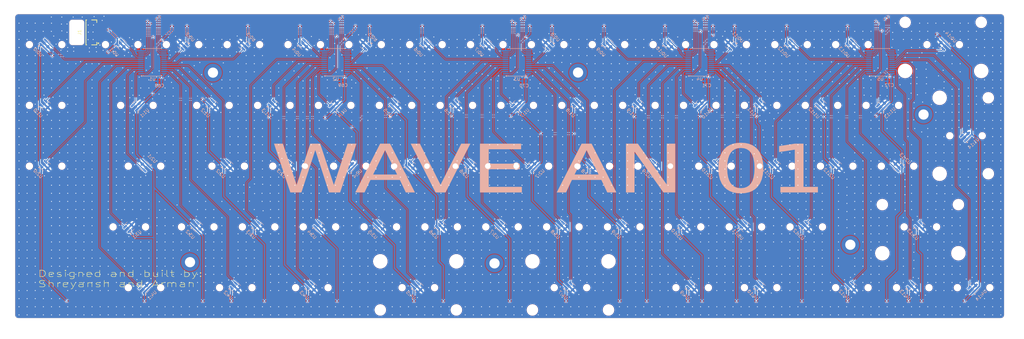
<source format=kicad_pcb>
(kicad_pcb (version 20241229) (generator "pcbnew") (generator_version "9.0")
  (layers (0 "F.Cu" mixed) (2 "B.Cu" mixed) (13 "F.Paste" user) (15 "B.Paste" user) (5 "F.SilkS" user "F.Silkscreen") (7 "B.SilkS" user "B.Silkscreen") (1 "F.Mask" user) (3 "B.Mask" user) (25 "Edge.Cuts" user))
  (net 0 "")
  (net 1 "GND")
  (net 2 "+3.3VA")
  (net 3 "/AMUX0:5")
  (net 4 "/AMUX0:7")
  (net 5 "/AMUX0:10")
  (net 6 "/AMUX0:3")
  (net 7 "/AMUX0:12")
  (net 9 "/SELECT2")
  (net 10 "/AMUX0:11")
  (net 11 "/AMUX0:13")
  (net 13 "/SELECT3")
  (net 14 "/AMUX0:2")
  (net 15 "/SELECT0")
  (net 16 "/ADC0")
  (net 17 "/SELECT1")
  (net 18 "/AMUX0:8")
  (net 19 "/AMUX0:9")
  (net 20 "/AMUX0:0")
  (net 21 "/AMUX0:1")
  (net 22 "/AMUX0:6")
  (net 23 "/AMUX0:4")
  (net 24 "/AMUX1:11")
  (net 26 "/AMUX1:4")
  (net 27 "/AMUX1:5")
  (net 28 "/AMUX1:12")
  (net 29 "/AMUX1:9")
  (net 30 "/AMUX1:8")
  (net 31 "/AMUX1:0")
  (net 33 "/AMUX1:1")
  (net 34 "/ADC1")
  (net 36 "/AMUX1:6")
  (net 37 "/AMUX1:7")
  (net 38 "/AMUX1:2")
  (net 39 "/AMUX1:3")
  (net 40 "/AMUX1:10")
  (net 41 "/AMUX2:5")
  (net 42 "/ADC2")
  (net 43 "/AMUX2:6")
  (net 44 "/AMUX2:12")
  (net 45 "/AMUX2:10")
  (net 46 "/AMUX2:7")
  (net 49 "/AMUX2:9")
  (net 50 "/AMUX2:11")
  (net 51 "/AMUX2:8")
  (net 52 "/AMUX2:2")
  (net 53 "/AMUX2:0")
  (net 54 "/AMUX2:1")
  (net 56 "/AMUX2:3")
  (net 57 "/AMUX2:4")
  (net 58 "/AMUX3:1")
  (net 59 "/AMUX3:10")
  (net 60 "/AMUX3:5")
  (net 61 "/AMUX3:3")
  (net 62 "/AMUX3:4")
  (net 63 "/AMUX3:0")
  (net 66 "/ADC3")
  (net 67 "/AMUX3:2")
  (net 68 "/AMUX3:12")
  (net 69 "/AMUX3:9")
  (net 70 "/AMUX3:7")
  (net 71 "/AMUX3:8")
  (net 72 "/AMUX3:6")
  (net 73 "/AMUX3:11")
  (net 75 "/AMUX4:8")
  (net 76 "/ADC4")
  (net 77 "/AMUX4:6")
  (net 78 "/AMUX4:10")
  (net 79 "/AMUX4:0")
  (net 80 "/AMUX4:4")
  (net 81 "/AMUX4:3")
  (net 82 "/AMUX4:9")
  (net 83 "/AMUX4:5")
  (net 84 "/AMUX4:12")
  (net 86 "/AMUX4:7")
  (net 87 "/AMUX4:1")
  (net 88 "/AMUX4:11")
  (net 89 "/AMUX4:2")
  (net 90 "/AMUX4:13")
  (footprint "SW_MX_Lekker:SW_MX_Lekker_1u" (layer "F.Cu") (at 209.55 76.2)
    (property "Reference" "REF**")
    (property "Value" "SW_MX_Lekker_1u" (hide yes))
  )
  (footprint "SW_MX_Lekker:SW_MX_Lekker_1u" (layer "F.Cu") (at 228.6 76.2)
    (property "Reference" "REF**")
    (property "Value" "SW_MX_Lekker_1u" (hide yes))
  )
  (footprint "SW_MX_Lekker:SW_MX_Lekker_1u" (layer "F.Cu") (at 176.2125 38.1)
    (property "Reference" "REF**")
    (property "Value" "SW_MX_Lekker_1u" (hide yes))
  )
  (footprint "SW_MX_Lekker:SW_MX_Lekker_1.5u" (layer "F.Cu") (at 66.675 57.15)
    (property "Reference" "REF**")
    (property "Value" "SW_MX_Lekker_1.5u" (hide yes))
  )
  (footprint "SW_MX_Lekker:SW_MX_Lekker_1u" (layer "F.Cu") (at 185.7375 57.15)
    (property "Reference" "REF**")
    (property "Value" "SW_MX_Lekker_1u" (hide yes))
  )
  (footprint "SW_MX_Lekker:SW_MX_Lekker_1u" (layer "F.Cu") (at 290.5125 38.1)
    (property "Reference" "REF**")
    (property "Value" "SW_MX_Lekker_1u" (hide yes))
  )
  (footprint "SW_MX_Lekker:SW_MX_Lekker_1u" (layer "F.Cu") (at 80.9625 38.1)
    (property "Reference" "REF**")
    (property "Value" "SW_MX_Lekker_1u" (hide yes))
  )
  (footprint "SW_MX_Lekker:SW_MX_Lekker_1u" (layer "F.Cu") (at 238.125 95.25)
    (property "Reference" "REF**")
    (property "Value" "SW_MX_Lekker_1u" (hide yes))
  )
  (footprint "SW_MX_Lekker:SW_MX_Lekker_1u" (layer "F.Cu") (at 128.5875 57.15)
    (property "Reference" "REF**")
    (property "Value" "SW_MX_Lekker_1u" (hide yes))
  )
  (footprint "SW_MX_Lekker:SW_MX_Lekker_1u" (layer "F.Cu") (at 142.875 95.25)
    (property "Reference" "REF**")
    (property "Value" "SW_MX_Lekker_1u" (hide yes))
  )
  (footprint "SW_MX_Lekker:SW_MX_Lekker_1u" (layer "F.Cu") (at 171.45 76.2)
    (property "Reference" "REF**")
    (property "Value" "SW_MX_Lekker_1u" (hide yes))
  )
  (footprint "SW_MX_Lekker:SW_MX_Lekker_1u" (layer "F.Cu") (at 233.3625 38.1)
    (property "Reference" "REF**")
    (property "Value" "SW_MX_Lekker_1u" (hide yes))
  )
  (footprint "SW_MX_Lekker:SW_MX_Lekker" (layer "F.Cu") (at 319.0875 38.1)
    (property "Reference" "REF**")
    (property "Value" "SW_MX_Lekker" (hide yes))
  )
  (footprint "JLCPCB:FPC-SMD_12P-P0.50_HCTL_HC-FPC-05-10-12RLTAG" (layer "F.Cu") (at 53.140458 34.270901 90)
    (property "Reference" "J1")
    (property "Value" "HC-FPC-05-10-12RLTAG")
  )
  (footprint "PCM_marbastlib-mx:STAB_MX_ISO-ROT" (layer "F.Cu") (at 326.23125 66.675)
    (property "Reference" "REF**" (hide yes))
    (property "Value" "STAB_MX_ISO-ROT")
  )
  (footprint "SW_MX_Lekker:SW_MX_Lekker_1u" (layer "F.Cu") (at 214.3125 38.1)
    (property "Reference" "REF**")
    (property "Value" "SW_MX_Lekker_1u" (hide yes))
  )
  (footprint "SW_MX_Lekker:SW_MX_Lekker_1u" (layer "F.Cu") (at 309.5625 114.3)
    (property "Reference" "REF**")
    (property "Value" "SW_MX_Lekker_1u" (hide yes))
  )
  (footprint "SW_MX_Lekker:SW_MX_Lekker_1u" (layer "F.Cu") (at 252.4125 38.1)
    (property "Reference" "REF**")
    (property "Value" "SW_MX_Lekker_1u" (hide yes))
  )
  (footprint "Connector_Wire:SolderWirePad_1x01_SMD_1x2mm" (layer "F.Cu") (at 49.410896 39.588248 90)
    (property "Reference" "REF**" (hide yes))
    (property "Value" "SolderWirePad_1x01_SMD_1x2mm")
  )
  (footprint "PCM_marbastlib-mx:STAB_MX_2u" (layer "F.Cu") (at 319.0875 38.1)
    (property "Reference" "REF**" (hide yes))
    (property "Value" "STAB_MX_2u")
  )
  (footprint "SW_MX_Lekker:SW_MX_Lekker_1u" (layer "F.Cu") (at 180.975 95.25)
    (property "Reference" "REF**")
    (property "Value" "SW_MX_Lekker_1u" (hide yes))
  )
  (footprint "SW_MX_Lekker:SW_MX_Lekker_1u" (layer "F.Cu") (at 109.5375 57.15)
    (property "Reference" "REF**")
    (property "Value" "SW_MX_Lekker_1u" (hide yes))
  )
  (footprint "SW_MX_Lekker:SW_MX_Lekker_1u" (layer "F.Cu") (at 195.2625 38.1)
    (property "Reference" "REF**")
    (property "Value" "SW_MX_Lekker_1u" (hide yes))
  )
  (footprint "SW_MX_Lekker:SW_MX_Lekker_1u" (layer "F.Cu") (at 223.8375 57.15)
    (property "Reference" "REF**")
    (property "Value" "SW_MX_Lekker_1u" (hide yes))
  )
  (footprint "SW_MX_Lekker:SW_MX_Lekker_1u" (layer "F.Cu") (at 257.175 95.25)
    (property "Reference" "REF**")
    (property "Value" "SW_MX_Lekker_1u" (hide yes))
  )
  (footprint "SW_MX_Lekker:SW_MX_Lekker_1u" (layer "F.Cu") (at 242.8875 57.15)
    (property "Reference" "REF**")
    (property "Value" "SW_MX_Lekker_1u" (hide yes))
  )
  (footprint "SW_MX_Lekker:SW_MX_Lekker_1.75u" (layer "F.Cu") (at 69.05625 114.3)
    (property "Reference" "REF**")
    (property "Value" "SW_MX_Lekker_1.75u" (hide yes))
  )
  (footprint "SW_MX_Lekker:SW_MX_Lekker_1u" (layer "F.Cu") (at 285.75 76.2)
    (property "Reference" "REF**")
    (property "Value" "SW_MX_Lekker_1u" (hide yes))
  )
  (footprint "SW_MX_Lekker:SW_MX_Lekker" (layer "F.Cu") (at 326.23125 66.675)
    (property "Reference" "REF**")
    (property "Value" "SW_MX_Lekker" (hide yes))
  )
  (footprint "SW_MX_Lekker:SW_MX_Lekker_1u" (layer "F.Cu") (at 152.4 76.2)
    (property "Reference" "REF**")
    (property "Value" "SW_MX_Lekker_1u" (hide yes))
  )
  (footprint "PCM_marbastlib-mx:STAB_MX_2.25u" (layer "F.Cu") (at 154.78125 114.3 180)
    (property "Reference" "REF**" (hide yes))
    (property "Value" "STAB_MX_2.25u")
  )
  (footprint "SW_MX_Lekker:SW_MX_Lekker_1u" (layer "F.Cu") (at 247.65 76.2)
    (property "Reference" "REF**")
    (property "Value" "SW_MX_Lekker_1u" (hide yes))
  )
  (footprint "SW_MX_Lekker:SW_MX_Lekker_1u" (layer "F.Cu") (at 147.6375 57.15)
    (property "Reference" "REF**")
    (property "Value" "SW_MX_Lekker_1u" (hide yes))
  )
  (footprint "SW_MX_Lekker:SW_MX_Lekker_1u" (layer "F.Cu") (at 138.1125 38.1)
    (property "Reference" "REF**")
    (property "Value" "SW_MX_Lekker_1u" (hide yes))
  )
  (footprint "SW_MX_Lekker:SW_MX_Lekker" (layer "F.Cu") (at 154.78125 114.3)
    (property "Reference" "REF**")
    (property "Value" "SW_MX_Lekker" (hide yes))
  )
  (footprint "SW_MX_Lekker:SW_MX_Lekker_1u" (layer "F.Cu") (at 300.0375 57.15)
    (property "Reference" "REF**")
    (property "Value" "SW_MX_Lekker_1u" (hide yes))
  )
  (footprint "SW_MX_Lekker:SW_MX_Lekker_1u" (layer "F.Cu") (at 133.35 76.2)
    (property "Reference" "REF**")
    (property "Value" "SW_MX_Lekker_1u" (hide yes))
  )
  (footprint "SW_MX_Lekker:SW_MX_Lekker_1.25u" (layer "F.Cu") (at 64.29375 95.25)
    (property "Reference" "REF**")
    (property "Value" "SW_MX_Lekker_1.25u" (hide yes))
  )
  (footprint "SW_MX_Lekker:SW_MX_Lekker_1u" (layer "F.Cu") (at 119.0625 38.1)
    (property "Reference" "REF**")
    (property "Value" "SW_MX_Lekker_1u" (hide yes))
  )
  (footprint "SW_MX_Lekker:SW_MX_Lekker_1u" (layer "F.Cu") (at 328.6125 114.3)
    (property "Reference" "REF**")
    (property "Value" "SW_MX_Lekker_1u" (hide yes))
  )
  (footprint "PCM_marbastlib-mx:STAB_MX_2.75u" (layer "F.Cu") (at 202.40625 114.3 180)
    (property "Reference" "REF**" (hide yes))
    (property "Value" "STAB_MX_2.75u")
  )
  (footprint "SW_MX_Lekker:SW_MX_Lekker_1u" (layer "F.Cu") (at 100.0125 38.1)
    (property "Reference" "REF**")
    (property "Value" "SW_MX_Lekker_1u" (hide yes))
  )
  (footprint "SW_MX_Lekker:SW_MX_Lekker_1u" (layer "F.Cu") (at 85.725 95.25)
    (property "Reference" "REF**")
    (property "Value" "SW_MX_Lekker_1u" (hide yes))
  )
  (footprint "SW_MX_Lekker:SW_MX_Lekker_1.75u" (layer "F.Cu") (at 69.05625 76.2)
    (property "Reference" "REF**")
    (property "Value" "SW_MX_Lekker_1.75u" (hide yes))
  )
  (footprint "SW_MX_Lekker:SW_MX_Lekker_1u" (layer "F.Cu") (at 61.9125 38.1)
    (property "Reference" "REF**")
    (property "Value" "SW_MX_Lekker_1u" (hide yes))
  )
  (footprint "SW_MX_Lekker:SW_MX_Lekker_1u" (layer "F.Cu") (at 200.025 95.25)
    (property "Reference" "REF**")
    (property "Value" "SW_MX_Lekker_1u" (hide yes))
  )
  (footprint "SW_MX_Lekker:SW_MX_Lekker_1u" (layer "F.Cu") (at 123.825 95.25)
    (property "Reference" "REF**")
    (property "Value" "SW_MX_Lekker_1u" (hide yes))
  )
  (footprint "SW_MX_Lekker:SW_MX_Lekker_1u" (layer "F.Cu") (at 157.1625 38.1)
    (property "Reference" "REF**")
    (property "Value" "SW_MX_Lekker_1u" (hide yes))
  )
  (footprint "SW_MX_Lekker:SW_MX_Lekker_1u" (layer "F.Cu") (at 204.7875 57.15)
    (property "Reference" "REF**")
    (property "Value" "SW_MX_Lekker_1u" (hide yes))
  )
  (footprint "SW_MX_Lekker:SW_MX_Lekker_1u" (layer "F.Cu") (at 104.775 95.25)
    (property "Reference" "REF**")
    (property "Value" "SW_MX_Lekker_1u" (hide yes))
  )
  (footprint "SW_MX_Lekker:SW_MX_Lekker_1u" (layer "F.Cu") (at 280.9875 57.15)
    (property "Reference" "REF**")
    (property "Value" "SW_MX_Lekker_1u" (hide yes))
  )
  (footprint "SW_MX_Lekker:SW_MX_Lekker_1u" (layer "F.Cu") (at 38.1 57.15)
    (property "Reference" "REF**")
    (property "Value" "SW_MX_Lekker_1u" (hide yes))
  )
  (footprint "SW_MX_Lekker:SW_MX_Lekker_1u" (layer "F.Cu") (at 38.1 76.2)
    (property "Reference" "REF**")
    (property "Value" "SW_MX_Lekker_1u" (hide yes))
  )
  (footprint "SW_MX_Lekker:SW_MX_Lekker_1u" (layer "F.Cu") (at 161.925 95.25)
    (property "Reference" "REF**")
    (property "Value" "SW_MX_Lekker_1u" (hide yes))
  )
  (footprint "SW_MX_Lekker:SW_MX_Lekker_1u" (layer "F.Cu") (at 95.25 76.2)
    (property "Reference" "REF**")
    (property "Value" "SW_MX_Lekker_1u" (hide yes))
  )
  (footprint "SW_MX_Lekker:SW_MX_Lekker_1u" (layer "F.Cu") (at 38.1 38.1)
    (property "Reference" "REF**")
    (property "Value" "SW_MX_Lekker_1u" (hide yes))
  )
  (footprint "SW_MX_Lekker:SW_MX_Lekker_1u" (layer "F.Cu") (at 271.4625 38.1)
    (property "Reference" "REF**")
    (property "Value" "SW_MX_Lekker_1u" (hide yes))
  )
  (footprint "SW_MX_Lekker:SW_MX_Lekker_1u" (layer "F.Cu") (at 261.9375 57.15)
    (property "Reference" "REF**")
    (property "Value" "SW_MX_Lekker_1u" (hide yes))
  )
  (footprint "SW_MX_Lekker:SW_MX_Lekker_1u" (layer "F.Cu") (at 166.6875 57.15)
    (property "Reference" "REF**")
    (property "Value" "SW_MX_Lekker_1u" (hide yes))
  )
  (footprint "SW_MX_Lekker:SW_MX_Lekker_1u" (layer "F.Cu") (at 219.075 95.25)
    (property "Reference" "REF**")
    (property "Value" "SW_MX_Lekker_1u" (hide yes))
  )
  (footprint "SW_MX_Lekker:SW_MX_Lekker_1u" (layer "F.Cu") (at 114.3 76.2)
    (property "Reference" "REF**")
    (property "Value" "SW_MX_Lekker_1u" (hide yes))
  )
  (footprint "PCM_marbastlib-mx:STAB_MX_2.75u" (layer "F.Cu") (at 311.94375 95.25)
    (property "Reference" "REF**" (hide yes))
    (property "Value" "STAB_MX_2.75u")
  )
  (footprint "SW_MX_Lekker:SW_MX_Lekker_1.25u" (layer "F.Cu") (at 240.50625 114.3)
    (property "Reference" "REF**")
    (property "Value" "SW_MX_Lekker_1.25u" (hide yes))
  )
  (footprint "SW_MX_Lekker:SW_MX_Lekker_1u" (layer "F.Cu") (at 190.5 76.2)
    (property "Reference" "REF**")
    (property "Value" "SW_MX_Lekker_1u" (hide yes))
  )
  (footprint "SW_MX_Lekker:SW_MX_Lekker_1u" (layer "F.Cu") (at 290.5125 114.3)
    (property "Reference" "REF**")
    (property "Value" "SW_MX_Lekker_1u" (hide yes))
  )
  (footprint "SW_MX_Lekker:SW_MX_Lekker_1u" (layer "F.Cu") (at 261.9375 114.3)
    (property "Reference" "REF**")
    (property "Value" "SW_MX_Lekker_1u" (hide yes))
  )
  (footprint "SW_MX_Lekker:SW_MX_Lekker_1u" (layer "F.Cu") (at 276.225 95.25)
    (property "Reference" "REF**")
    (property "Value" "SW_MX_Lekker_1u" (hide yes))
  )
  (footprint "SW_MX_Lekker:SW_MX_Lekker_1u" (layer "F.Cu") (at 90.4875 57.15)
    (property "Reference" "REF**")
    (property "Value" "SW_MX_Lekker_1u" (hide yes))
  )
  (footprint "SW_MX_Lekker:SW_MX_Lekker_1.25u" (layer "F.Cu") (at 121.44375 114.3)
    (property "Reference" "REF**")
    (property "Value" "SW_MX_Lekker_1.25u" (hide yes))
  )
  (footprint "SW_MX_Lekker:SW_MX_Lekker_1u" (layer "F.Cu") (at 304.8 76.2)
    (property "Reference" "REF**")
    (property "Value" "SW_MX_Lekker_1u" (hide yes))
  )
  (footprint "SW_MX_Lekker:SW_MX_Lekker" (layer "F.Cu") (at 311.94375 95.25)
    (property "Reference" "REF**")
    (property "Value" "SW_MX_Lekker" (hide yes))
  )
  (footprint "SW_MX_Lekker:SW_MX_Lekker_1.25u" (layer "F.Cu") (at 97.63125 114.3)
    (property "Reference" "REF**")
    (property "Value" "SW_MX_Lekker_1.25u" (hide yes))
  )
  (footprint "SW_MX_Lekker:SW_MX_Lekker_1u" (layer "F.Cu") (at 266.7 76.2)
    (property "Reference" "REF**")
    (property "Value" "SW_MX_Lekker_1u" (hide yes))
  )
  (footprint "SW_MX_Lekker:SW_MX_Lekker" (layer "F.Cu") (at 202.40625 114.3)
    (property "Reference" "REF**")
    (property "Value" "SW_MX_Lekker" (hide yes))
  )
  (footprint "Package_TO_SOT_SMD:SOT-23" (layer "B.Cu") (at 328.6125 114.3 45)
    (property "Reference" "U4:14")
    (property "Value" "GH39FKSW")
  )
  (footprint "Package_TO_SOT_SMD:SOT-23" (layer "B.Cu") (at 290.5125 114.3 -45)
    (property "Reference" "U4:12")
    (property "Value" "GH39FKSW")
  )
  (footprint "MountingHole:MountingHole_3.2mm_M3_ISO7380_Pad_TopOnly" (layer "B.Cu") (at 83.299194 106.307978 180)
    (property "Reference" "REF**" (hide yes))
    (property "Value" "MountingHole_3.2mm_M3_ISO7380_Pad_TopOnly")
  )
  (footprint "Package_TO_SOT_SMD:SOT-23" (layer "B.Cu") (at 85.725 95.25 -45)
    (property "Reference" "U3:2")
    (property "Value" "GH39FKSW")
  )
  (footprint "Package_TO_SOT_SMD:SOT-23" (layer "B.Cu") (at 152.4 76.2 -45)
    (property "Reference" "U2:5")
    (property "Value" "GH39FKSW")
  )
  (footprint "Package_TO_SOT_SMD:SOT-23" (layer "B.Cu") (at 123.825 95.25 -45)
    (property "Reference" "U3:4")
    (property "Value" "GH39FKSW")
  )
  (footprint "Package_TO_SOT_SMD:SOT-23" (layer "B.Cu") (at 228.6 76.2 -45)
    (property "Reference" "U2:9")
    (property "Value" "GH39FKSW")
  )
  (footprint "MountingHole:MountingHole_3.2mm_M3_ISO7380_Pad_TopOnly" (layer "B.Cu") (at 204.780049 46.851192 180)
    (property "Reference" "REF**" (hide yes))
    (property "Value" "MountingHole_3.2mm_M3_ISO7380_Pad_TopOnly")
  )
  (footprint "Package_TO_SOT_SMD:SOT-23" (layer "B.Cu") (at 271.4625 38.1 -45)
    (property "Reference" "U0:12")
    (property "Value" "GH39FKSW")
  )
  (footprint "Package_TO_SOT_SMD:SOT-23" (layer "B.Cu") (at 195.2625 38.1 135)
    (property "Reference" "U0:8")
    (property "Value" "GH39FKSW")
  )
  (footprint "Package_TO_SOT_SMD:SOT-23" (layer "B.Cu") (at 80.9625 38.1 135)
    (property "Reference" "U0:2")
    (property "Value" "GH39FKSW")
  )
  (footprint "Package_TO_SOT_SMD:SOT-23" (layer "B.Cu") (at 154.78125 114.3 -45)
    (property "Reference" "U4:5")
    (property "Value" "GH39FKSW")
  )
  (footprint "Package_TO_SOT_SMD:SOT-23" (layer "B.Cu") (at 266.7 76.2 -45)
    (property "Reference" "U2:11")
    (property "Value" "GH39FKSW")
  )
  (footprint "Package_TO_SOT_SMD:SOT-23" (layer "B.Cu") (at 290.5125 38.1 -45)
    (property "Reference" "U0:13")
    (property "Value" "GH39FKSW")
  )
  (footprint "Package_TO_SOT_SMD:SOT-23" (layer "B.Cu") (at 209.55 76.2 -45)
    (property "Reference" "U2:8")
    (property "Value" "GH39FKSW")
  )
  (footprint "Package_TO_SOT_SMD:SOT-23" (layer "B.Cu") (at 38.1 57.15 -45)
    (property "Reference" "U1:0")
    (property "Value" "GH39FKSW")
  )
  (footprint "MountingHole:MountingHole_3.2mm_M3_ISO7380_Pad_TopOnly" (layer "B.Cu") (at 312.940798 60.02247 180)
    (property "Reference" "REF**" (hide yes))
    (property "Value" "MountingHole_3.2mm_M3_ISO7380_Pad_TopOnly")
  )
  (footprint "Package_TO_SOT_SMD:SOT-23" (layer "B.Cu") (at 61.9125 38.1 -45)
    (property "Reference" "U0:1")
    (property "Value" "GH39FKSW")
  )
  (footprint "Package_TO_SOT_SMD:SOT-23" (layer "B.Cu") (at 142.875 95.25 -45)
    (property "Reference" "U3:5")
    (property "Value" "GH39FKSW")
  )
  (footprint "Package_TO_SOT_SMD:SOT-23" (layer "B.Cu") (at 280.9875 57.15 -45)
    (property "Reference" "U1:12")
    (property "Value" "GH39FKSW")
  )
  (footprint "Package_TO_SOT_SMD:SOT-23" (layer "B.Cu") (at 261.9375 114.3 -45)
    (property "Reference" "U4:10")
    (property "Value" "GH39FKSW")
  )
  (footprint "Package_TO_SOT_SMD:SOT-23" (layer "B.Cu") (at 171.45 76.2 -45)
    (property "Reference" "U2:6")
    (property "Value" "GH39FKSW")
  )
  (footprint "Package_TO_SOT_SMD:SOT-23" (layer "B.Cu") (at 257.175 95.25 -45)
    (property "Reference" "U3:11")
    (property "Value" "GH39FKSW")
  )
  (footprint "Package_TO_SOT_SMD:SOT-23" (layer "B.Cu") (at 161.925 95.25 -45)
    (property "Reference" "U3:6")
    (property "Value" "GH39FKSW")
  )
  (footprint "Package_TO_SOT_SMD:SOT-23" (layer "B.Cu") (at 133.35 76.2 45)
    (property "Reference" "U2:4")
    (property "Value" "GH39FKSW")
  )
  (footprint "Package_TO_SOT_SMD:SOT-23" (layer "B.Cu") (at 300.0375 57.15 45)
    (property "Reference" "U1:13")
    (property "Value" "GH39FKSW")
  )
  (footprint "Package_TO_SOT_SMD:SOT-23" (layer "B.Cu") (at 114.3 76.2 -45)
    (property "Reference" "U2:3")
    (property "Value" "GH39FKSW")
  )
  (footprint "Package_TO_SOT_SMD:SOT-23" (layer "B.Cu") (at 69.05625 114.3 45)
    (property "Reference" "U4:1")
    (property "Value" "GH39FKSW")
  )
  (footprint "Package_TO_SOT_SMD:SOT-23" (layer "B.Cu") (at 38.1 38.1 -45)
    (property "Reference" "U0:0")
    (property "Value" "GH39FKSW")
  )
  (footprint "Package_TO_SOT_SMD:SOT-23" (layer "B.Cu") (at 319.0875 38.1 135)
    (property "Reference" "U0:14")
    (property "Value" "GH39FKSW")
  )
  (footprint "Package_TO_SOT_SMD:SOT-23" (layer "B.Cu") (at 176.2125 38.1 -45)
    (property "Reference" "U0:7")
    (property "Value" "GH39FKSW")
  )
  (footprint "Package_TO_SOT_SMD:SOT-23" (layer "B.Cu") (at 219.075 95.25 -45)
    (property "Reference" "U3:9")
    (property "Value" "GH39FKSW")
  )
  (footprint "Package_TO_SOT_SMD:SOT-23" (layer "B.Cu") (at 261.9375 57.15 -45)
    (property "Reference" "U1:11")
    (property "Value" "GH39FKSW")
  )
  (footprint "Package_TO_SOT_SMD:SOT-23" (layer "B.Cu") (at 185.7375 57.15 45)
    (property "Reference" "U1:7")
    (property "Value" "GH39FKSW")
  )
  (footprint "Package_TO_SOT_SMD:SOT-23" (layer "B.Cu") (at 233.3625 38.1 -45)
    (property "Reference" "U0:10")
    (property "Value" "GH39FKSW")
  )
  (footprint "Package_TO_SOT_SMD:SOT-23" (layer "B.Cu") (at 223.8375 57.15 -45)
    (property "Reference" "U1:9")
    (property "Value" "GH39FKSW")
  )
  (footprint "Package_TO_SOT_SMD:SOT-23" (layer "B.Cu") (at 242.8875 57.15 45)
    (property "Reference" "U1:10")
    (property "Value" "GH39FKSW")
  )
  (footprint "Package_TO_SOT_SMD:SOT-23" (layer "B.Cu") (at 38.1 76.2 -45)
    (property "Reference" "U2:0")
    (property "Value" "GH39FKSW")
  )
  (footprint "Package_TO_SOT_SMD:SOT-23" (layer "B.Cu") (at 138.1125 38.1 135)
    (property "Reference" "U0:5")
    (property "Value" "GH39FKSW")
  )
  (footprint "Package_TO_SOT_SMD:SOT-23" (layer "B.Cu") (at 100.0125 38.1 135)
    (property "Reference" "U0:3")
    (property "Value" "GH39FKSW")
  )
  (footprint "Package_TO_SOT_SMD:SOT-23" (layer "B.Cu") (at 311.94375 95.25 -45)
    (property "Reference" "U3:13")
    (property "Value" "GH39FKSW")
  )
  (footprint "Package_SO:SSOP-24_5.3x8.2mm_P0.65mm" (layer "B.Cu") (at 128.932744 43.643279)
    (property "Reference" "U2")
    (property "Value" "CD4067BPWR")
  )
  (footprint "Package_TO_SOT_SMD:SOT-23" (layer "B.Cu") (at 90.4875 57.15 -45)
    (property "Reference" "U1:2")
    (property "Value" "GH39FKSW")
  )
  (footprint "Package_TO_SOT_SMD:SOT-23" (layer "B.Cu") (at 147.6375 57.15 -45)
    (property "Reference" "U1:5")
    (property "Value" "GH39FKSW")
  )
  (footprint "Package_TO_SOT_SMD:SOT-23" (layer "B.Cu") (at 119.0625 38.1 -45)
    (property "Reference" "U0:4")
    (property "Value" "GH39FKSW")
  )
  (footprint "Package_TO_SOT_SMD:SOT-23" (layer "B.Cu") (at 252.4125 38.1 135)
    (property "Reference" "U0:11")
    (property "Value" "GH39FKSW")
  )
  (footprint "Capacitor_SMD:C_0402_1005Metric_Pad0.74x0.62mm_HandSolder" (layer "B.Cu") (at 73.744274 49.559724 180)
    (property "Reference" "C68")
    (property "Value" "100n")
  )
  (footprint "Package_TO_SOT_SMD:SOT-23" (layer "B.Cu") (at 166.6875 57.15 -45)
    (property "Reference" "U1:6")
    (property "Value" "GH39FKSW")
  )
  (footprint "Package_TO_SOT_SMD:SOT-23" (layer "B.Cu") (at 238.125 95.25 -45)
    (property "Reference" "U3:10")
    (property "Value" "GH39FKSW")
  )
  (footprint "Package_TO_SOT_SMD:SOT-23" (layer "B.Cu") (at 64.29375 95.25 45)
    (property "Reference" "U3:1")
    (property "Value" "GH39FKSW")
  )
  (footprint "Package_TO_SOT_SMD:SOT-23" (layer "B.Cu") (at 128.5875 57.15 45)
    (property "Reference" "U1:4")
    (property "Value" "GH39FKSW")
  )
  (footprint "Package_TO_SOT_SMD:SOT-23" (layer "B.Cu") (at 104.775 95.25 -45)
    (property "Reference" "U3:3")
    (property "Value" "GH39FKSW")
  )
  (footprint "Package_TO_SOT_SMD:SOT-23" (layer "B.Cu") (at 214.3125 38.1 -45)
    (property "Reference" "U0:9")
    (property "Value" "GH39FKSW")
  )
  (footprint "Package_TO_SOT_SMD:SOT-23" (layer "B.Cu") (at 276.225 95.25 -45)
    (property "Reference" "U3:12")
    (property "Value" "GH39FKSW")
  )
  (footprint "Capacitor_SMD:C_0402_1005Metric_Pad0.74x0.62mm_HandSolder" (layer "B.Cu") (at 131.154675 49.596931 180)
    (property "Reference" "C69")
    (property "Value" "100n")
  )
  (footprint "Package_TO_SOT_SMD:SOT-23" (layer "B.Cu") (at 157.353125 38.1 -45)
    (property "Reference" "U0:6")
    (property "Value" "GH39FKSW")
  )
  (footprint "Package_TO_SOT_SMD:SOT-23" (layer "B.Cu") (at 95.25 76.2 -45)
    (property "Reference" "U2:2")
    (property "Value" "GH39FKSW")
  )
  (footprint "Package_TO_SOT_SMD:SOT-23" (layer "B.Cu") (at 66.675 57.15 45)
    (property "Reference" "U1:1")
    (property "Value" "GH39FKSW")
  )
  (footprint "Package_TO_SOT_SMD:SOT-23" (layer "B.Cu") (at 109.5375 57.15 -45)
    (property "Reference" "U1:3")
    (property "Value" "GH39FKSW")
  )
  (footprint "MountingHole:MountingHole_3.2mm_M3_ISO7380_Pad_TopOnly" (layer "B.Cu") (at 90.480145 46.888399 180)
    (property "Reference" "REF**" (hide yes))
    (property "Value" "MountingHole_3.2mm_M3_ISO7380_Pad_TopOnly")
  )
  (footprint "Package_TO_SOT_SMD:SOT-23" (layer "B.Cu") (at 285.75 76.2 -45)
    (property "Reference" "U2:12")
    (property "Value" "GH39FKSW")
  )
  (footprint "Package_TO_SOT_SMD:SOT-23" (layer "B.Cu") (at 97.63125 114.3 -45)
    (property "Reference" "U4:2")
    (property "Value" "GH39FKSW")
  )
  (footprint "Package_SO:SSOP-24_5.3x8.2mm_P0.65mm" (layer "B.Cu") (at 242.860578 43.643279)
    (property "Reference" "U4")
    (property "Value" "CD4067BPWR")
  )
  (footprint "Capacitor_SMD:C_0402_1005Metric_Pad0.74x0.62mm_HandSolder" (layer "B.Cu") (at 245.045302 49.522517 180)
    (property "Reference" "C71")
    (property "Value" "100n")
  )
  (footprint "Package_TO_SOT_SMD:SOT-23" (layer "B.Cu") (at 309.5625 114.3 -45)
    (property "Reference" "U4:13")
    (property "Value" "GH39FKSW")
  )
  (footprint "Package_TO_SOT_SMD:SOT-23" (layer "B.Cu") (at 180.975 95.25 -45)
    (property "Reference" "U3:7")
    (property "Value" "GH39FKSW")
  )
  (footprint "Capacitor_SMD:C_0402_1005Metric_Pad0.74x0.62mm_HandSolder" (layer "B.Cu") (at 302.232461 49.559724 180)
    (property "Reference" "C72")
    (property "Value" "100n")
  )
  (footprint "MountingHole:MountingHole_3.2mm_M3_ISO7380_Pad_TopOnly" (layer "B.Cu") (at 290.021286 100.838549 180)
    (property "Reference" "REF**" (hide yes))
    (property "Value" "MountingHole_3.2mm_M3_ISO7380_Pad_TopOnly")
  )
  (footprint "Package_SO:SSOP-24_5.3x8.2mm_P0.65mm" (layer "B.Cu") (at 71.54793 43.643279)
    (property "Reference" "U1")
    (property "Value" "CD4067BPWR")
  )
  (footprint "MountingHole:MountingHole_3.2mm_M3_ISO7380_Pad_TopOnly" (layer "B.Cu") (at 178.623528 106.680048 180)
    (property "Reference" "REF**" (hide yes))
    (property "Value" "MountingHole_3.2mm_M3_ISO7380_Pad_TopOnly")
  )
  (footprint "Package_TO_SOT_SMD:SOT-23" (layer "B.Cu") (at 204.7875 57.15 -45)
    (property "Reference" "U1:8")
    (property "Value" "GH39FKSW")
  )
  (footprint "Package_TO_SOT_SMD:SOT-23" (layer "B.Cu") (at 304.8 76.2 135)
    (property "Reference" "U2:13")
    (property "Value" "GH39FKSW")
  )
  (footprint "Package_TO_SOT_SMD:SOT-23" (layer "B.Cu") (at 200.025 95.25 -45)
    (property "Reference" "U3:8")
    (property "Value" "GH39FKSW")
  )
  (footprint "Package_TO_SOT_SMD:SOT-23" (layer "B.Cu") (at 247.65 76.2 -45)
    (property "Reference" "U2:10")
    (property "Value" "GH39FKSW")
  )
  (footprint "Package_SO:SSOP-24_5.3x8.2mm_P0.65mm" (layer "B.Cu") (at 185.710626 43.643279)
    (property "Reference" "U3")
    (property "Value" "CD4067BPWR")
  )
  (footprint "Package_TO_SOT_SMD:SOT-23" (layer "B.Cu") (at 240.50625 114.3 -45)
    (property "Reference" "U4:9")
    (property "Value" "GH39FKSW")
  )
  (footprint "Package_TO_SOT_SMD:SOT-23" (layer "B.Cu") (at 190.5 76.2 45)
    (property "Reference" "U2:7")
    (property "Value" "GH39FKSW")
  )
  (footprint "Package_SO:SSOP-24_5.3x8.2mm_P0.65mm" (layer "B.Cu") (at 299.451016 43.643279)
    (property "Reference" "U5")
    (property "Value" "CD4067BPWR")
  )
  (footprint "Package_TO_SOT_SMD:SOT-23" (layer "B.Cu") (at 326.23125 66.675 45)
    (property "Reference" "U1:14")
    (property "Value" "GH39FKSW")
  )
  (footprint "Package_TO_SOT_SMD:SOT-23" (layer "B.Cu") (at 69.05625 76.2 135)
    (property "Reference" "U2:1")
    (property "Value" "GH39FKSW")
  )
  (footprint "Package_TO_SOT_SMD:SOT-23" (layer "B.Cu") (at 121.44375 114.3 -45)
    (property "Reference" "U4:3")
    (property "Value" "GH39FKSW")
  )
  (footprint "Package_TO_SOT_SMD:SOT-23" (layer "B.Cu") (at 202.40625 114.3 -45)
    (property "Reference" "U4:7")
    (property "Value" "GH39FKSW")
  )
  (footprint "Capacitor_SMD:C_0402_1005Metric_Pad0.74x0.62mm_HandSolder" (layer "B.Cu") (at 187.89535 49.522517 180)
    (property "Reference" "C70")
    (property "Value" "100n")
  )
  (gr_line (start 338.1375 29.575) (end 338.1375 122.825) (stroke (width 0.05)) (layer "Edge.Cuts"))
  (gr_line (start 45.466954 37.267647) (end 45.466954 31.267647) (stroke (width 0.05)) (layer "Edge.Cuts"))
  (gr_arc (start 28.575 29.575) (mid 28.867893 28.867893) (end 29.575 28.575) (stroke (width 0.05)) (layer "Edge.Cuts"))
  (gr_line (start 46.466954 30.267647) (end 49.22945 30.267647) (stroke (width 0.05)) (layer "Edge.Cuts"))
  (gr_arc (start 337.1375 28.575) (mid 337.844607 28.867893) (end 338.1375 29.575) (stroke (width 0.05)) (layer "Edge.Cuts"))
  (gr_line (start 49.22945 38.267647) (end 46.466954 38.267647) (stroke (width 0.05)) (layer "Edge.Cuts"))
  (gr_arc (start 49.22945 30.267647) (mid 49.936553 30.560536) (end 50.22945 31.267647) (stroke (width 0.05)) (layer "Edge.Cuts"))
  (gr_arc (start 338.1375 122.825) (mid 337.844607 123.532107) (end 337.1375 123.825) (stroke (width 0.05)) (layer "Edge.Cuts"))
  (gr_line (start 28.575 122.825) (end 28.575 29.575) (stroke (width 0.05)) (layer "Edge.Cuts"))
  (gr_arc (start 29.575 123.825) (mid 28.867893 123.532107) (end 28.575 122.825) (stroke (width 0.05)) (layer "Edge.Cuts"))
  (gr_arc (start 45.466954 31.267647) (mid 45.7598 30.560473) (end 46.466954 30.267647) (stroke (width 0.05)) (layer "Edge.Cuts"))
  (gr_arc (start 50.22945 37.267647) (mid 49.93651 37.974687) (end 49.22945 38.267647) (stroke (width 0.05)) (layer "Edge.Cuts"))
  (gr_line (start 50.22945 31.267647) (end 50.22945 37.267647) (stroke (width 0.05)) (layer "Edge.Cuts"))
  (gr_line (start 29.575 28.575) (end 337.1375 28.575) (stroke (width 0.05)) (layer "Edge.Cuts"))
  (gr_arc (start 46.466954 38.267647) (mid 45.759844 37.97475) (end 45.466954 37.267647) (stroke (width 0.05)) (layer "Edge.Cuts"))
  (gr_line (start 337.1375 123.825) (end 29.575 123.825) (stroke (width 0.05)) (layer "Edge.Cuts"))
  (gr_text "Designed and built by: \nShreyansh and Arman" (at 35.5 114.3 0) (layer "F.SilkS") (effects (font (size 2 3)) (justify left bottom)))
  (gr_text "WAVE AN 01 " (at 200 87 0) (layer "B.SilkS") (effects (font (size 15 20)) (justify bottom)))
  (via (at 172.010514 72.02286) (size 0.7) (drill 0.3) (layers "F.Cu" "B.Cu") (net 1))
  (via (at 85.650514 87.26286) (size 0.7) (drill 0.3) (layers "F.Cu" "B.Cu") (net 1))
  (via (at 62.790514 84.72286) (size 0.7) (drill 0.3) (layers "F.Cu" "B.Cu") (net 1))
  (via (at 141.530514 72.02286) (size 0.7) (drill 0.3) (layers "F.Cu" "B.Cu") (net 1))
  (via (at 95.810514 46.62286) (size 0.7) (drill 0.3) (layers "F.Cu" "B.Cu") (net 1))
  (via (at 47.550514 87.26286) (size 0.7) (drill 0.3) (layers "F.Cu" "B.Cu") (net 1))
  (via (at 253.290514 112.66286) (size 0.7) (drill 0.3) (layers "F.Cu" "B.Cu") (net 1))
  (via (at 39.930514 120.28286) (size 0.7) (drill 0.3) (layers "F.Cu" "B.Cu") (net 1))
  (via (at 126.290514 66.94286) (size 0.7) (drill 0.3) (layers "F.Cu" "B.Cu") (net 1))
  (via (at 265.990514 33.92286) (size 0.7) (drill 0.3) (layers "F.Cu" "B.Cu") (net 1))
  (via (at 291.390514 72.02286) (size 0.7) (drill 0.3) (layers "F.Cu" "B.Cu") (net 1))
  (via (at 324.410514 31.38286) (size 0.7) (drill 0.3) (layers "F.Cu" "B.Cu") (net 1))
  (via (at 227.890514 59.32286) (size 0.7) (drill 0.3) (layers "F.Cu" "B.Cu") (net 1))
  (via (at 64.444949 59.508863) (size 0.7) (drill 0.3) (layers "F.Cu" "B.Cu") (net 1))
  (via (at 75.490514 49.16286) (size 0.7) (drill 0.3) (layers "F.Cu" "B.Cu") (net 1))
  (via (at 111.050514 112.66286) (size 0.7) (drill 0.3) (layers "F.Cu" "B.Cu") (net 1))
  (via (at 149.150514 39.00286) (size 0.7) (drill 0.3) (layers "F.Cu" "B.Cu") (net 1))
  (via (at 245.670514 66.94286) (size 0.7) (drill 0.3) (layers "F.Cu" "B.Cu") (net 1))
  (via (at 177.090514 72.02286) (size 0.7) (drill 0.3) (layers "F.Cu" "B.Cu") (net 1))
  (via (at 179.630514 77.10286) (size 0.7) (drill 0.3) (layers "F.Cu" "B.Cu") (net 1))
  (via (at 100.890514 110.12286) (size 0.7) (drill 0.3) (layers "F.Cu" "B.Cu") (net 1))
  (via (at 240.590514 110.12286) (size 0.7) (drill 0.3) (layers "F.Cu" "B.Cu") (net 1))
  (via (at 159.310514 89.80286) (size 0.7) (drill 0.3) (layers "F.Cu" "B.Cu") (net 1))
  (via (at 105.970514 61.86286) (size 0.7) (drill 0.3) (layers "F.Cu" "B.Cu") (net 1))
  (via (at 199.950514 99.96286) (size 0.7) (drill 0.3) (layers "F.Cu" "B.Cu") (net 1))
  (via (at 289.321632 44.797228) (size 0.7) (drill 0.3) (layers "F.Cu" "B.Cu") (net 1))
  (via (at 273.610514 99.96286) (size 0.7) (drill 0.3) (layers "F.Cu" "B.Cu") (net 1))
  (via (at 103.430514 99.96286) (size 0.7) (drill 0.3) (layers "F.Cu" "B.Cu") (net 1))
  (via (at 194.870514 102.50286) (size 0.7) (drill 0.3) (layers "F.Cu" "B.Cu") (net 1))
  (via (at 154.230514 122.82286) (size 0.7) (drill 0.3) (layers "F.Cu" "B.Cu") (net 1))
  (via (at 118.670514 82.18286) (size 0.7) (drill 0.3) (layers "F.Cu" "B.Cu") (net 1))
  (via (at 177.090514 84.72286) (size 0.7) (drill 0.3) (layers "F.Cu" "B.Cu") (net 1))
  (via (at 189.790514 115.20286) (size 0.7) (drill 0.3) (layers "F.Cu" "B.Cu") (net 1))
  (via (at 134.715692 46.668433) (size 0.7) (drill 0.3) (layers "F.Cu" "B.Cu") (net 1))
  (via (at 260.300172 69.57709) (size 0.7) (drill 0.3) (layers "F.Cu" "B.Cu") (net 1))
  (via (at 215.190514 41.54286) (size 0.7) (drill 0.3) (layers "F.Cu" "B.Cu") (net 1))
  (via (at 121.210514 110.12286) (size 0.7) (drill 0.3) (layers "F.Cu" "B.Cu") (net 1))
  (via (at 131.370514 102.50286) (size 0.7) (drill 0.3) (layers "F.Cu" "B.Cu") (net 1))
  (via (at 166.930514 44.08286) (size 0.7) (drill 0.3) (layers "F.Cu" "B.Cu") (net 1))
  (via (at 50.090514 46.62286) (size 0.7) (drill 0.3) (layers "F.Cu" "B.Cu") (net 1))
  (via (at 321.870514 69.48286) (size 0.7) (drill 0.3) (layers "F.Cu" "B.Cu") (net 1))
  (via (at 128.830514 87.26286) (size 0.7) (drill 0.3) (layers "F.Cu" "B.Cu") (net 1))
  (via (at 103.430514 59.32286) (size 0.7) (drill 0.3) (layers "F.Cu" "B.Cu") (net 1))
  (via (at 133.910514 105.04286) (size 0.7) (drill 0.3) (layers "F.Cu" "B.Cu") (net 1))
  (via (at 337.110514 99.96286) (size 0.7) (drill 0.3) (layers "F.Cu" "B.Cu") (net 1))
  (via (at 192.330514 92.34286) (size 0.7) (drill 0.3) (layers "F.Cu" "B.Cu") (net 1))
  (via (at 51.420074 31.960813) (size 0.7) (drill 0.3) (layers "F.Cu" "B.Cu") (net 1))
  (via (at 121.210514 122.82286) (size 0.7) (drill 0.3) (layers "F.Cu" "B.Cu") (net 1))
  (via (at 231.653207 44.700477) (size 0.7) (drill 0.3) (layers "F.Cu" "B.Cu") (net 1))
  (via (at 206.501275 75.879943) (size 0.7) (drill 0.3) (layers "F.Cu" "B.Cu") (net 1))
  (via (at 217.730514 54.24286) (size 0.7) (drill 0.3) (layers "F.Cu" "B.Cu") (net 1))
  (via (at 198.985461 54.671953) (size 0.7) (drill 0.3) (layers "F.Cu" "B.Cu") (net 1))
  (via (at 32.310514 59.32286) (size 0.7) (drill 0.3) (layers "F.Cu" "B.Cu") (net 1))
  (via (at 187.250514 82.18286) (size 0.7) (drill 0.3) (layers "F.Cu" "B.Cu") (net 1))
  (via (at 161.850514 79.64286) (size 0.7) (drill 0.3) (layers "F.Cu" "B.Cu") (net 1))
  (via (at 88.190514 97.42286) (size 0.7) (drill 0.3) (layers "F.Cu" "B.Cu") (net 1))
  (via (at 258.219005 56.160233) (size 0.7) (drill 0.3) (layers "F.Cu" "B.Cu") (net 1))
  (via (at 299.010514 84.72286) (size 0.7) (drill 0.3) (layers "F.Cu" "B.Cu") (net 1))
  (via (at 145.258553 59.285621) (size 0.7) (drill 0.3) (layers "F.Cu" "B.Cu") (net 1))
  (via (at 262.941869 67.084221) (size 0.7) (drill 0.3) (layers "F.Cu" "B.Cu") (net 1))
  (via (at 154.230514 51.70286) (size 0.7) (drill 0.3) (layers "F.Cu" "B.Cu") (net 1))
  (via (at 97.112695 111.152179) (size 0.7) (drill 0.3) (layers "F.Cu" "B.Cu") (net 1))
  (via (at 286.310514 33.92286) (size 0.7) (drill 0.3) (layers "F.Cu" "B.Cu") (net 1))
  (via (at 149.150514 69.48286) (size 0.7) (drill 0.3) (layers "F.Cu" "B.Cu") (net 1))
  (via (at 65.330514 69.48286) (size 0.7) (drill 0.3) (layers "F.Cu" "B.Cu") (net 1))
  (via (at 130.819812 41.336977) (size 0.7) (drill 0.3) (layers "F.Cu" "B.Cu") (net 1))
  (via (at 329.490514 74.56286) (size 0.7) (drill 0.3) (layers "F.Cu" "B.Cu") (net 1))
  (via (at 133.910514 51.70286) (size 0.7) (drill 0.3) (layers "F.Cu" "B.Cu") (net 1))
  (via (at 212.650514 84.72286) (size 0.7) (drill 0.3) (layers "F.Cu" "B.Cu") (net 1))
  (via (at 95.810514 36.46286) (size 0.7) (drill 0.3) (layers "F.Cu" "B.Cu") (net 1))
  (via (at 95.810514 54.24286) (size 0.7) (drill 0.3) (layers "F.Cu" "B.Cu") (net 1))
  (via (at 197.410514 120.28286) (size 0.7) (drill 0.3) (layers "F.Cu" "B.Cu") (net 1))
  (via (at 276.150514 46.62286) (size 0.7) (drill 0.3) (layers "F.Cu" "B.Cu") (net 1))
  (via (at 313.952666 43.867053) (size 0.7) (drill 0.3) (layers "F.Cu" "B.Cu") (net 1))
  (via (at 307.034589 78.633261) (size 0.7) (drill 0.3) (layers "F.Cu" "B.Cu") (net 1))
  (via (at 78.030514 79.64286) (size 0.7) (drill 0.3) (layers "F.Cu" "B.Cu") (net 1))
  (via (at 52.630514 105.04286) (size 0.7) (drill 0.3) (layers "F.Cu" "B.Cu") (net 1))
  (via (at 334.570514 31.38286) (size 0.7) (drill 0.3) (layers "F.Cu" "B.Cu") (net 1))
  (via (at 146.610514 61.86286) (size 0.7) (drill 0.3) (layers "F.Cu" "B.Cu") (net 1))
  (via (at 173.759115 35.101071) (size 0.7) (drill 0.3) (layers "F.Cu" "B.Cu") (net 1))
  (via (at 78.030514 102.50286) (size 0.7) (drill 0.3) (layers "F.Cu" "B.Cu") (net 1))
  (via (at 52.630514 122.82286) (size 0.7) (drill 0.3) (layers "F.Cu" "B.Cu") (net 1))
  (via (at 141.530514 87.26286) (size 0.7) (drill 0.3) (layers "F.Cu" "B.Cu") (net 1))
  (via (at 57.710514 122.82286) (size 0.7) (drill 0.3) (layers "F.Cu" "B.Cu") (net 1))
  (via (at 192.330514 112.66286) (size 0.7) (drill 0.3) (layers "F.Cu" "B.Cu") (net 1))
  (via (at 199.950514 82.18286) (size 0.7) (drill 0.3) (layers "F.Cu" "B.Cu") (net 1))
  (via (at 67.942407 117.328541) (size 0.7) (drill 0.3) (layers "F.Cu" "B.Cu") (net 1))
  (via (at 238.050514 122.82286) (size 0.7) (drill 0.3) (layers "F.Cu" "B.Cu") (net 1))
  (via (at 276.150514 107.58286) (size 0.7) (drill 0.3) (layers "F.Cu" "B.Cu") (net 1))
  (via (at 326.950514 84.72286) (size 0.7) (drill 0.3) (layers "F.Cu" "B.Cu") (net 1))
  (via (at 98.350514 64.40286) (size 0.7) (drill 0.3) (layers "F.Cu" "B.Cu") (net 1))
  (via (at 227.890514 112.66286) (size 0.7) (drill 0.3) (layers "F.Cu" "B.Cu") (net 1))
  (via (at 334.570514 46.62286) (size 0.7) (drill 0.3) (layers "F.Cu" "B.Cu") (net 1))
  (via (at 299.010514 74.56286) (size 0.7) (drill 0.3) (layers "F.Cu" "B.Cu") (net 1))
  (via (at 73.225801 50.653597) (size 0.7) (drill 0.3) (layers "F.Cu" "B.Cu") (net 1))
  (via (at 131.370514 84.72286) (size 0.7) (drill 0.3) (layers "F.Cu" "B.Cu") (net 1))
  (via (at 81.336927 45.370203) (size 0.7) (drill 0.3) (layers "F.Cu" "B.Cu") (net 1))
  (via (at 42.470514 84.72286) (size 0.7) (drill 0.3) (layers "F.Cu" "B.Cu") (net 1))
  (via (at 182.170514 99.96286) (size 0.7) (drill 0.3) (layers "F.Cu" "B.Cu") (net 1))
  (via (at 334.570514 39.00286) (size 0.7) (drill 0.3) (layers "F.Cu" "B.Cu") (net 1))
  (via (at 149.150514 66.94286) (size 0.7) (drill 0.3) (layers "F.Cu" "B.Cu") (net 1))
  (via (at 182.170514 110.12286) (size 0.7) (drill 0.3) (layers "F.Cu" "B.Cu") (net 1))
  (via (at 230.430514 41.54286) (size 0.7) (drill 0.3) (layers "F.Cu" "B.Cu") (net 1))
  (via (at 29.770514 122.82286) (size 0.7) (drill 0.3) (layers "F.Cu" "B.Cu") (net 1))
  (via (at 215.190514 110.12286) (size 0.7) (drill 0.3) (layers "F.Cu" "B.Cu") (net 1))
  (via (at 281.230514 99.96286) (size 0.7) (drill 0.3) (layers "F.Cu" "B.Cu") (net 1))
  (via (at 222.810514 49.16286) (size 0.7) (drill 0.3) (layers "F.Cu" "B.Cu") (net 1))
  (via (at 227.890514 66.94286) (size 0.7) (drill 0.3) (layers "F.Cu" "B.Cu") (net 1))
  (via (at 57.710514 99.96286) (size 0.7) (drill 0.3) (layers "F.Cu" "B.Cu") (net 1))
  (via (at 166.930514 46.62286) (size 0.7) (drill 0.3) (layers "F.Cu" "B.Cu") (net 1))
  (via (at 122.820307 48.071444) (size 0.7) (drill 0.3) (layers "F.Cu" "B.Cu") (net 1))
  (via (at 319.330514 107.58286) (size 0.7) (drill 0.3) (layers "F.Cu" "B.Cu") (net 1))
  (via (at 123.750514 102.50286) (size 0.7) (drill 0.3) (layers "F.Cu" "B.Cu") (net 1))
  (via (at 141.530514 39.00286) (size 0.7) (drill 0.3) (layers "F.Cu" "B.Cu") (net 1))
  (via (at 250.750514 107.58286) (size 0.7) (drill 0.3) (layers "F.Cu" "B.Cu") (net 1))
  (via (at 232.970514 79.64286) (size 0.7) (drill 0.3) (layers "F.Cu" "B.Cu") (net 1))
  (via (at 34.850514 46.62286) (size 0.7) (drill 0.3) (layers "F.Cu" "B.Cu") (net 1))
  (via (at 60.250514 105.04286) (size 0.7) (drill 0.3) (layers "F.Cu" "B.Cu") (net 1))
  (via (at 189.790514 89.80286) (size 0.7) (drill 0.3) (layers "F.Cu" "B.Cu") (net 1))
  (via (at 165.201505 95.004341) (size 0.7) (drill 0.3) (layers "F.Cu" "B.Cu") (net 1))
  (via (at 258.370514 99.96286) (size 0.7) (drill 0.3) (layers "F.Cu" "B.Cu") (net 1))
  (via (at 255.830514 79.64286) (size 0.7) (drill 0.3) (layers "F.Cu" "B.Cu") (net 1))
  (via (at 253.290514 44.08286) (size 0.7) (drill 0.3) (layers "F.Cu" "B.Cu") (net 1))
  (via (at 161.850514 82.18286) (size 0.7) (drill 0.3) (layers "F.Cu" "B.Cu") (net 1))
  (via (at 115.862598 46.359922) (size 0.7) (drill 0.3) (layers "F.Cu" "B.Cu") (net 1))
  (via (at 78.030514 64.40286) (size 0.7) (drill 0.3) (layers "F.Cu" "B.Cu") (net 1))
  (via (at 57.710514 82.18286) (size 0.7) (drill 0.3) (layers "F.Cu" "B.Cu") (net 1))
  (via (at 52.630514 66.94286) (size 0.7) (drill 0.3) (layers "F.Cu" "B.Cu") (net 1))
  (via (at 102.470503 92.846335) (size 0.7) (drill 0.3) (layers "F.Cu" "B.Cu") (net 1))
  (via (at 321.989378 84.943581) (size 0.7) (drill 0.3) (layers "F.Cu" "B.Cu") (net 1))
  (via (at 95.810514 79.64286) (size 0.7) (drill 0.3) (layers "F.Cu" "B.Cu") (net 1))
  (via (at 278.690514 66.94286) (size 0.7) (drill 0.3) (layers "F.Cu" "B.Cu") (net 1))
  (via (at 291.390514 97.42286) (size 0.7) (drill 0.3) (layers "F.Cu" "B.Cu") (net 1))
  (via (at 50.090514 99.96286) (size 0.7) (drill 0.3) (layers "F.Cu" "B.Cu") (net 1))
  (via (at 179.630514 36.46286) (size 0.7) (drill 0.3) (layers "F.Cu" "B.Cu") (net 1))
  (via (at 240.590514 51.70286) (size 0.7) (drill 0.3) (layers "F.Cu" "B.Cu") (net 1))
  (via (at 311.350601 111.375421) (size 0.7) (drill 0.3) (layers "F.Cu" "B.Cu") (net 1))
  (via (at 108.510514 97.42286) (size 0.7) (drill 0.3) (layers "F.Cu" "B.Cu") (net 1))
  (via (at 271.070514 120.28286) (size 0.7) (drill 0.3) (layers "F.Cu" "B.Cu") (net 1))
  (via (at 281.230514 39.00286) (size 0.7) (drill 0.3) (layers "F.Cu" "B.Cu") (net 1))
  (via (at 337.110514 36.46286) (size 0.7) (drill 0.3) (layers "F.Cu" "B.Cu") (net 1))
  (via (at 205.030514 102.50286) (size 0.7) (drill 0.3) (layers "F.Cu" "B.Cu") (net 1))
  (via (at 156.770514 105.04286) (size 0.7) (drill 0.3) (layers "F.Cu" "B.Cu") (net 1))
  (via (at 100.890514 41.54286) (size 0.7) (drill 0.3) (layers "F.Cu" "B.Cu") (net 1))
  (via (at 227.890514 102.50286) (size 0.7) (drill 0.3) (layers "F.Cu" "B.Cu") (net 1))
  (via (at 126.290514 59.32286) (size 0.7) (drill 0.3) (layers "F.Cu" "B.Cu") (net 1))
  (via (at 42.470514 72.02286) (size 0.7) (drill 0.3) (layers "F.Cu" "B.Cu") (net 1))
  (via (at 316.790514 31.38286) (size 0.7) (drill 0.3) (layers "F.Cu" "B.Cu") (net 1))
  (via (at 103.430514 112.66286) (size 0.7) (drill 0.3) (layers "F.Cu" "B.Cu") (net 1))
  (via (at 293.930514 82.18286) (size 0.7) (drill 0.3) (layers "F.Cu" "B.Cu") (net 1))
  (via (at 78.030514 94.88286) (size 0.7) (drill 0.3) (layers "F.Cu" "B.Cu") (net 1))
  (via (at 37.390514 31.38286) (size 0.7) (drill 0.3) (layers "F.Cu" "B.Cu") (net 1))
  (via (at 248.210514 64.40286) (size 0.7) (drill 0.3) (layers "F.Cu" "B.Cu") (net 1))
  (via (at 194.870514 122.82286) (size 0.7) (drill 0.3) (layers "F.Cu" "B.Cu") (net 1))
  (via (at 164.390514 92.34286) (size 0.7) (drill 0.3) (layers "F.Cu" "B.Cu") (net 1))
  (via (at 222.810514 44.08286) (size 0.7) (drill 0.3) (layers "F.Cu" "B.Cu") (net 1))
  (via (at 240.590514 107.58286) (size 0.7) (drill 0.3) (layers "F.Cu" "B.Cu") (net 1))
  (via (at 116.130514 54.24286) (size 0.7) (drill 0.3) (layers "F.Cu" "B.Cu") (net 1))
  (via (at 166.930514 74.56286) (size 0.7) (drill 0.3) (layers "F.Cu" "B.Cu") (net 1))
  (via (at 321.870514 110.12286) (size 0.7) (drill 0.3) (layers "F.Cu" "B.Cu") (net 1))
  (via (at 202.490514 44.08286) (size 0.7) (drill 0.3) (layers "F.Cu" "B.Cu") (net 1))
  (via (at 250.750514 61.86286) (size 0.7) (drill 0.3) (layers "F.Cu" "B.Cu") (net 1))
  (via (at 141.530514 36.46286) (size 0.7) (drill 0.3) (layers "F.Cu" "B.Cu") (net 1))
  (via (at 60.250514 61.86286) (size 0.7) (drill 0.3) (layers "F.Cu" "B.Cu") (net 1))
  (via (at 268.530514 94.88286) (size 0.7) (drill 0.3) (layers "F.Cu" "B.Cu") (net 1))
  (via (at 177.393052 112.690079) (size 0.7) (drill 0.3) (layers "F.Cu" "B.Cu") (net 1))
  (via (at 194.870514 66.94286) (size 0.7) (drill 0.3) (layers "F.Cu" "B.Cu") (net 1))
  (via (at 61.170733 94.781099) (size 0.7) (drill 0.3) (layers "F.Cu" "B.Cu") (net 1))
  (via (at 169.470514 44.08286) (size 0.7) (drill 0.3) (layers "F.Cu" "B.Cu") (net 1))
  (via (at 202.557333 59.657691) (size 0.7) (drill 0.3) (layers "F.Cu" "B.Cu") (net 1))
  (via (at 146.610514 89.80286) (size 0.7) (drill 0.3) (layers "F.Cu" "B.Cu") (net 1))
  (via (at 121.210514 69.48286) (size 0.7) (drill 0.3) (layers "F.Cu" "B.Cu") (net 1))
  (via (at 121.210514 92.34286) (size 0.7) (drill 0.3) (layers "F.Cu" "B.Cu") (net 1))
  (via (at 123.750514 36.46286) (size 0.7) (drill 0.3) (layers "F.Cu" "B.Cu") (net 1))
  (via (at 70.410514 69.48286) (size 0.7) (drill 0.3) (layers "F.Cu" "B.Cu") (net 1))
  (via (at 276.150514 82.18286) (size 0.7) (drill 0.3) (layers "F.Cu" "B.Cu") (net 1))
  (via (at 55.170514 46.62286) (size 0.7) (drill 0.3) (layers "F.Cu" "B.Cu") (net 1))
  (via (at 177.090514 59.32286) (size 0.7) (drill 0.3) (layers "F.Cu" "B.Cu") (net 1))
  (via (at 45.010514 44.08286) (size 0.7) (drill 0.3) (layers "F.Cu" "B.Cu") (net 1))
  (via (at 210.110514 61.86286) (size 0.7) (drill 0.3) (layers "F.Cu" "B.Cu") (net 1))
  (via (at 232.970514 107.58286) (size 0.7) (drill 0.3) (layers "F.Cu" "B.Cu") (net 1))
  (via (at 232.970514 69.48286) (size 0.7) (drill 0.3) (layers "F.Cu" "B.Cu") (net 1))
  (via (at 301.550514 51.70286) (size 0.7) (drill 0.3) (layers "F.Cu" "B.Cu") (net 1))
  (via (at 268.530514 99.96286) (size 0.7) (drill 0.3) (layers "F.Cu" "B.Cu") (net 1))
  (via (at 282.922028 64.40286) (size 0.7) (drill 0.3) (layers "F.Cu" "B.Cu") (net 1))
  (via (at 245.670514 72.02286) (size 0.7) (drill 0.3) (layers "F.Cu" "B.Cu") (net 1))
  (via (at 283.770514 33.92286) (size 0.7) (drill 0.3) (layers "F.Cu" "B.Cu") (net 1))
  (via (at 123.564447 40.109146) (size 0.7) (drill 0.3) (layers "F.Cu" "B.Cu") (net 1))
  (via (at 95.810514 51.70286) (size 0.7) (drill 0.3) (layers "F.Cu" "B.Cu") (net 1))
  (via (at 34.850514 99.96286) (size 0.7) (drill 0.3) (layers "F.Cu" "B.Cu") (net 1))
  (via (at 288.949562 85.350369) (size 0.7) (drill 0.3) (layers "F.Cu" "B.Cu") (net 1))
  (via (at 103.430514 72.02286) (size 0.7) (drill 0.3) (layers "F.Cu" "B.Cu") (net 1))
  (via (at 301.302286 41.336977) (size 0.7) (drill 0.3) (layers "F.Cu" "B.Cu") (net 1))
  (via (at 172.010514 54.24286) (size 0.7) (drill 0.3) (layers "F.Cu" "B.Cu") (net 1))
  (via (at 78.030514 82.18286) (size 0.7) (drill 0.3) (layers "F.Cu" "B.Cu") (net 1))
  (via (at 321.870514 74.56286) (size 0.7) (drill 0.3) (layers "F.Cu" "B.Cu") (net 1))
  (via (at 134.245281 79.228573) (size 0.7) (drill 0.3) (layers "F.Cu" "B.Cu") (net 1))
  (via (at 324.000981 64.048117) (size 0.7) (drill 0.3) (layers "F.Cu" "B.Cu") (net 1))
  (via (at 169.470514 110.12286) (size 0.7) (drill 0.3) (layers "F.Cu" "B.Cu") (net 1))
  (via (at 81.8554 69.502676) (size 0.7) (drill 0.3) (layers "F.Cu" "B.Cu") (net 1))
  (via (at 184.710514 87.26286) (size 0.7) (drill 0.3) (layers "F.Cu" "B.Cu") (net 1))
  (via (at 52.630514 51.70286) (size 0.7) (drill 0.3) (layers "F.Cu" "B.Cu") (net 1))
  (via (at 337.110514 39.00286) (size 0.7) (drill 0.3) (layers "F.Cu" "B.Cu") (net 1))
  (via (at 60.250514 69.48286) (size 0.7) (drill 0.3) (layers "F.Cu" "B.Cu") (net 1))
  (via (at 105.970514 69.48286) (size 0.7) (drill 0.3) (layers "F.Cu" "B.Cu") (net 1))
  (via (at 42.517677 110.19721) (size 0.7) (drill 0.3) (layers "F.Cu" "B.Cu") (net 1))
  (via (at 161.850514 74.56286) (size 0.7) (drill 0.3) (layers "F.Cu" "B.Cu") (net 1))
  (via (at 118.670514 105.04286) (size 0.7) (drill 0.3) (layers "F.Cu" "B.Cu") (net 1))
  (via (at 75.490514 69.48286) (size 0.7) (drill 0.3) (layers "F.Cu" "B.Cu") (net 1))
  (via (at 273.610514 84.72286) (size 0.7) (drill 0.3) (layers "F.Cu" "B.Cu") (net 1))
  (via (at 255.830514 82.18286) (size 0.7) (drill 0.3) (layers "F.Cu" "B.Cu") (net 1))
  (via (at 310.864485 48.3691) (size 0.7) (drill 0.3) (layers "F.Cu" "B.Cu") (net 1))
  (via (at 202.490514 122.82286) (size 0.7) (drill 0.3) (layers "F.Cu" "B.Cu") (net 1))
  (via (at 126.290514 84.72286) (size 0.7) (drill 0.3) (layers "F.Cu" "B.Cu") (net 1))
  (via (at 52.945561 34.156026) (size 0.7) (drill 0.3) (layers "F.Cu" "B.Cu") (net 1))
  (via (at 134.131235 42.304359) (size 0.7) (drill 0.3) (layers "F.Cu" "B.Cu") (net 1))
  (via (at 271.070514 41.54286) (size 0.7) (drill 0.3) (layers "F.Cu" "B.Cu") (net 1))
  (via (at 232.970514 92.34286) (size 0.7) (drill 0.3) (layers "F.Cu" "B.Cu") (net 1))
  (via (at 268.530514 64.40286) (size 0.7) (drill 0.3) (layers "F.Cu" "B.Cu") (net 1))
  (via (at 301.550514 94.88286) (size 0.7) (drill 0.3) (layers "F.Cu" "B.Cu") (net 1))
  (via (at 238.050514 82.18286) (size 0.7) (drill 0.3) (layers "F.Cu" "B.Cu") (net 1))
  (via (at 90.730514 112.66286) (size 0.7) (drill 0.3) (layers "F.Cu" "B.Cu") (net 1))
  (via (at 164.390514 79.64286) (size 0.7) (drill 0.3) (layers "F.Cu" "B.Cu") (net 1))
  (via (at 306.630514 102.50286) (size 0.7) (drill 0.3) (layers "F.Cu" "B.Cu") (net 1))
  (via (at 161.850514 91.878953) (size 0.7) (drill 0.3) (layers "F.Cu" "B.Cu") (net 1))
  (via (at 29.770514 107.58286) (size 0.7) (drill 0.3) (layers "F.Cu" "B.Cu") (net 1))
  (via (at 47.550514 94.88286) (size 0.7) (drill 0.3) (layers "F.Cu" "B.Cu") (net 1))
  (via (at 39.997525 46.57324) (size 0.7) (drill 0.3) (layers "F.Cu" "B.Cu") (net 1))
  (via (at 217.730514 82.18286) (size 0.7) (drill 0.3) (layers "F.Cu" "B.Cu") (net 1))
  (via (at 278.690514 110.12286) (size 0.7) (drill 0.3) (layers "F.Cu" "B.Cu") (net 1))
  (via (at 123.750514 99.96286) (size 0.7) (drill 0.3) (layers "F.Cu" "B.Cu") (net 1))
  (via (at 93.270514 41.54286) (size 0.7) (drill 0.3) (layers "F.Cu" "B.Cu") (net 1))
  (via (at 47.550514 74.56286) (size 0.7) (drill 0.3) (layers "F.Cu" "B.Cu") (net 1))
  (via (at 296.470514 120.28286) (size 0.7) (drill 0.3) (layers "F.Cu" "B.Cu") (net 1))
  (via (at 232.970514 61.86286) (size 0.7) (drill 0.3) (layers "F.Cu" "B.Cu") (net 1))
  (via (at 52.630514 94.88286) (size 0.7) (drill 0.3) (layers "F.Cu" "B.Cu") (net 1))
  (via (at 202.490514 39.00286) (size 0.7) (drill 0.3) (layers "F.Cu" "B.Cu") (net 1))
  (via (at 65.409906 53.95015) (size 0.7) (drill 0.3) (layers "F.Cu" "B.Cu") (net 1))
  (via (at 293.19116 41.67184) (size 0.7) (drill 0.3) (layers "F.Cu" "B.Cu") (net 1))
  (via (at 156.770514 120.28286) (size 0.7) (drill 0.3) (layers "F.Cu" "B.Cu") (net 1))
  (via (at 291.554052 47.773788) (size 0.7) (drill 0.3) (layers "F.Cu" "B.Cu") (net 1))
  (via (at 50.901601 44.179579) (size 0.7) (drill 0.3) (layers "F.Cu" "B.Cu") (net 1))
  (via (at 159.310514 82.18286) (size 0.7) (drill 0.3) (layers "F.Cu" "B.Cu") (net 1))
  (via (at 291.390514 41.54286) (size 0.7) (drill 0.3) (layers "F.Cu" "B.Cu") (net 1))
  (via (at 42.470514 107.58286) (size 0.7) (drill 0.3) (layers "F.Cu" "B.Cu") (net 1))
  (via (at 32.310514 102.50286) (size 0.7) (drill 0.3) (layers "F.Cu" "B.Cu") (net 1))
  (via (at 37.390514 117.74286) (size 0.7) (drill 0.3) (layers "F.Cu" "B.Cu") (net 1))
  (via (at 311.710514 39.00286) (size 0.7) (drill 0.3) (layers "F.Cu" "B.Cu") (net 1))
  (via (at 39.930514 94.88286) (size 0.7) (drill 0.3) (layers "F.Cu" "B.Cu") (net 1))
  (via (at 149.150514 61.86286) (size 0.7) (drill 0.3) (layers "F.Cu" "B.Cu") (net 1))
  (via (at 154.230514 97.42286) (size 0.7) (drill 0.3) (layers "F.Cu" "B.Cu") (net 1))
  (via (at 34.850514 36.46286) (size 0.7) (drill 0.3) (layers "F.Cu" "B.Cu") (net 1))
  (via (at 154.230514 59.32286) (size 0.7) (drill 0.3) (layers "F.Cu" "B.Cu") (net 1))
  (via (at 207.022173 59.360035) (size 0.7) (drill 0.3) (layers "F.Cu" "B.Cu") (net 1))
  (via (at 47.550514 77.10286) (size 0.7) (drill 0.3) (layers "F.Cu" "B.Cu") (net 1))
  (via (at 253.977407 95.227583) (size 0.7) (drill 0.3) (layers "F.Cu" "B.Cu") (net 1))
  (via (at 296.470514 122.82286) (size 0.7) (drill 0.3) (layers "F.Cu" "B.Cu") (net 1))
  (via (at 52.630514 107.58286) (size 0.7) (drill 0.3) (layers "F.Cu" "B.Cu") (net 1))
  (via (at 65.635573 60.178589) (size 0.7) (drill 0.3) (layers "F.Cu" "B.Cu") (net 1))
  (via (at 217.730514 44.08286) (size 0.7) (drill 0.3) (layers "F.Cu" "B.Cu") (net 1))
  (via (at 230.430514 72.02286) (size 0.7) (drill 0.3) (layers "F.Cu" "B.Cu") (net 1))
  (via (at 334.570514 112.66286) (size 0.7) (drill 0.3) (layers "F.Cu" "B.Cu") (net 1))
  (via (at 77.76263 46.88082) (size 0.7) (drill 0.3) (layers "F.Cu" "B.Cu") (net 1))
  (via (at 307.106578 85.146975) (size 0.7) (drill 0.3) (layers "F.Cu" "B.Cu") (net 1))
  (via (at 238.050514 84.72286) (size 0.7) (drill 0.3) (layers "F.Cu" "B.Cu") (net 1))
  (via (at 154.634717 73.721937) (size 0.7) (drill 0.3) (layers "F.Cu" "B.Cu") (net 1))
  (via (at 227.890514 79.64286) (size 0.7) (drill 0.3) (layers "F.Cu" "B.Cu") (net 1))
  (via (at 194.870514 69.48286) (size 0.7) (drill 0.3) (layers "F.Cu" "B.Cu") (net 1))
  (via (at 240.590514 77.10286) (size 0.7) (drill 0.3) (layers "F.Cu" "B.Cu") (net 1))
  (via (at 154.230514 84.72286) (size 0.7) (drill 0.3) (layers "F.Cu" "B.Cu") (net 1))
  (via (at 72.950514 120.28286) (size 0.7) (drill 0.3) (layers "F.Cu" "B.Cu") (net 1))
  (via (at 45.010514 64.40286) (size 0.7) (drill 0.3) (layers "F.Cu" "B.Cu") (net 1))
  (via (at 131.370514 122.82286) (size 0.7) (drill 0.3) (layers "F.Cu" "B.Cu") (net 1))
  (via (at 103.430514 66.94286) (size 0.7) (drill 0.3) (layers "F.Cu" "B.Cu") (net 1))
  (via (at 326.950514 31.38286) (size 0.7) (drill 0.3) (layers "F.Cu" "B.Cu") (net 1))
  (via (at 39.930514 82.18286) (size 0.7) (drill 0.3) (layers "F.Cu" "B.Cu") (net 1))
  (via (at 215.190514 84.72286) (size 0.7) (drill 0.3) (layers "F.Cu" "B.Cu") (net 1))
  (via (at 164.390514 66.94286) (size 0.7) (drill 0.3) (layers "F.Cu" "B.Cu") (net 1))
  (via (at 45.010514 120.28286) (size 0.7) (drill 0.3) (layers "F.Cu" "B.Cu") (net 1))
  (via (at 291.390514 69.48286) (size 0.7) (drill 0.3) (layers "F.Cu" "B.Cu") (net 1))
  (via (at 70.358437 84.720339) (size 0.7) (drill 0.3) (layers "F.Cu" "B.Cu") (net 1))
  (via (at 316.63157 43.308948) (size 0.7) (drill 0.3) (layers "F.Cu" "B.Cu") (net 1))
  (via (at 187.250514 87.26286) (size 0.7) (drill 0.3) (layers "F.Cu" "B.Cu") (net 1))
  (via (at 203.375887 111.077765) (size 0.7) (drill 0.3) (layers "F.Cu" "B.Cu") (net 1))
  (via (at 76.572006 48.108651) (size 0.7) (drill 0.3) (layers "F.Cu" "B.Cu") (net 1))
  (via (at 286.310514 82.18286) (size 0.7) (drill 0.3) (layers "F.Cu" "B.Cu") (net 1))
  (via (at 34.850514 120.28286) (size 0.7) (drill 0.3) (layers "F.Cu" "B.Cu") (net 1))
  (via (at 169.552299 52.536284) (size 0.7) (drill 0.3) (layers "F.Cu" "B.Cu") (net 1))
  (via (at 282.922028 54.173392) (size 0.7) (drill 0.3) (layers "F.Cu" "B.Cu") (net 1))
  (via (at 90.078147 50.489899) (size 0.7) (drill 0.3) (layers "F.Cu" "B.Cu") (net 1))
  (via (at 169.470514 87.26286) (size 0.7) (drill 0.3) (layers "F.Cu" "B.Cu") (net 1))
  (via (at 332.030514 97.42286) (size 0.7) (drill 0.3) (layers "F.Cu" "B.Cu") (net 1))
  (via (at 149.150514 122.82286) (size 0.7) (drill 0.3) (layers "F.Cu" "B.Cu") (net 1))
  (via (at 189.790514 94.88286) (size 0.7) (drill 0.3) (layers "F.Cu" "B.Cu") (net 1))
  (via (at 113.590514 41.54286) (size 0.7) (drill 0.3) (layers "F.Cu" "B.Cu") (net 1))
  (via (at 77.502181 49.931794) (size 0.7) (drill 0.3) (layers "F.Cu" "B.Cu") (net 1))
  (via (at 187.250514 110.12286) (size 0.7) (drill 0.3) (layers "F.Cu" "B.Cu") (net 1))
  (via (at 281.230514 115.20286) (size 0.7) (drill 0.3) (layers "F.Cu" "B.Cu") (net 1))
  (via (at 337.110514 110.12286) (size 0.7) (drill 0.3) (layers "F.Cu" "B.Cu") (net 1))
  (via (at 212.650514 97.42286) (size 0.7) (drill 0.3) (layers "F.Cu" "B.Cu") (net 1))
  (via (at 144.070514 46.62286) (size 0.7) (drill 0.3) (layers "F.Cu" "B.Cu") (net 1))
  (via (at 116.130514 66.94286) (size 0.7) (drill 0.3) (layers "F.Cu" "B.Cu") (net 1))
  (via (at 205.030514 110.12286) (size 0.7) (drill 0.3) (layers "F.Cu" "B.Cu") (net 1))
  (via (at 311.710514 33.92286) (size 0.7) (drill 0.3) (layers "F.Cu" "B.Cu") (net 1))
  (via (at 172.010514 64.40286) (size 0.7) (drill 0.3) (layers "F.Cu" "B.Cu") (net 1))
  (via (at 253.416877 49.969001) (size 0.7) (drill 0.3) (layers "F.Cu" "B.Cu") (net 1))
  (via (at 227.890514 97.42286) (size 0.7) (drill 0.3) (layers "F.Cu" "B.Cu") (net 1))
  (via (at 29.770514 84.72286) (size 0.7) (drill 0.3) (layers "F.Cu" "B.Cu") (net 1))
  (via (at 151.690514 54.24286) (size 0.7) (drill 0.3) (layers "F.Cu" "B.Cu") (net 1))
  (via (at 126.290514 61.86286) (size 0.7) (drill 0.3) (layers "F.Cu" "B.Cu") (net 1))
  (via (at 243.130514 82.18286) (size 0.7) (drill 0.3) (layers "F.Cu" "B.Cu") (net 1))
  (via (at 321.870514 97.42286) (size 0.7) (drill 0.3) (layers "F.Cu" "B.Cu") (net 1))
  (via (at 144.070514 102.50286) (size 0.7) (drill 0.3) (layers "F.Cu" "B.Cu") (net 1))
  (via (at 160.364595 38.226459) (size 0.7) (drill 0.3) (layers "F.Cu" "B.Cu") (net 1))
  (via (at 232.970514 97.42286) (size 0.7) (drill 0.3) (layers "F.Cu" "B.Cu") (net 1))
  (via (at 182.170514 84.72286) (size 0.7) (drill 0.3) (layers "F.Cu" "B.Cu") (net 1))
  (via (at 172.010514 99.96286) (size 0.7) (drill 0.3) (layers "F.Cu" "B.Cu") (net 1))
  (via (at 324.410514 33.92286) (size 0.7) (drill 0.3) (layers "F.Cu" "B.Cu") (net 1))
  (via (at 220.270514 72.02286) (size 0.7) (drill 0.3) (layers "F.Cu" "B.Cu") (net 1))
  (via (at 235.510514 102.50286) (size 0.7) (drill 0.3) (layers "F.Cu" "B.Cu") (net 1))
  (via (at 32.310514 92.34286) (size 0.7) (drill 0.3) (layers "F.Cu" "B.Cu") (net 1))
  (via (at 151.690514 79.64286) (size 0.7) (drill 0.3) (layers "F.Cu" "B.Cu") (net 1))
  (via (at 29.770514 46.62286) (size 0.7) (drill 0.3) (layers "F.Cu" "B.Cu") (net 1))
  (via (at 210.110514 89.80286) (size 0.7) (drill 0.3) (layers "F.Cu" "B.Cu") (net 1))
  (via (at 75.490514 105.04286) (size 0.7) (drill 0.3) (layers "F.Cu" "B.Cu") (net 1))
  (via (at 80.570514 99.96286) (size 0.7) (drill 0.3) (layers "F.Cu" "B.Cu") (net 1))
  (via (at 324.410514 69.48286) (size 0.7) (drill 0.3) (layers "F.Cu" "B.Cu") (net 1))
  (via (at 126.290514 87.26286) (size 0.7) (drill 0.3) (layers "F.Cu" "B.Cu") (net 1))
  (via (at 70.410514 61.86286) (size 0.7) (drill 0.3) (layers "F.Cu" "B.Cu") (net 1))
  (via (at 123.752907 92.027781) (size 0.7) (drill 0.3) (layers "F.Cu" "B.Cu") (net 1))
  (via (at 255.830514 44.08286) (size 0.7) (drill 0.3) (layers "F.Cu" "B.Cu") (net 1))
  (via (at 290.068197 111.077765) (size 0.7) (drill 0.3) (layers "F.Cu" "B.Cu") (net 1))
  (via (at 263.450514 92.34286) (size 0.7) (drill 0.3) (layers "F.Cu" "B.Cu") (net 1))
  (via (at 212.650514 112.66286) (size 0.7) (drill 0.3) (layers "F.Cu" "B.Cu") (net 1))
  (via (at 235.510514 105.04286) (size 0.7) (drill 0.3) (layers "F.Cu" "B.Cu") (net 1))
  (via (at 62.790514 102.50286) (size 0.7) (drill 0.3) (layers "F.Cu" "B.Cu") (net 1))
  (via (at 230.430514 59.32286) (size 0.7) (drill 0.3) (layers "F.Cu" "B.Cu") (net 1))
  (via (at 131.370514 112.66286) (size 0.7) (drill 0.3) (layers "F.Cu" "B.Cu") (net 1))
  (via (at 215.168081 46.57324) (size 0.7) (drill 0.3) (layers "F.Cu" "B.Cu") (net 1))
  (via (at 29.770514 105.04286) (size 0.7) (drill 0.3) (layers "F.Cu" "B.Cu") (net 1))
  (via (at 156.770514 122.82286) (size 0.7) (drill 0.3) (layers "F.Cu" "B.Cu") (net 1))
  (via (at 201.589951 111.077765) (size 0.7) (drill 0.3) (layers "F.Cu" "B.Cu") (net 1))
  (via (at 244.598818 50.899176) (size 0.7) (drill 0.3) (layers "F.Cu" "B.Cu") (net 1))
  (via (at 230.430514 49.16286) (size 0.7) (drill 0.3) (layers "F.Cu" "B.Cu") (net 1))
  (via (at 291.390514 74.56286) (size 0.7) (drill 0.3) (layers "F.Cu" "B.Cu") (net 1))
  (via (at 70.410514 105.04286) (size 0.7) (drill 0.3) (layers "F.Cu" "B.Cu") (net 1))
  (via (at 146.610514 51.70286) (size 0.7) (drill 0.3) (layers "F.Cu" "B.Cu") (net 1))
  (via (at 276.150514 112.66286) (size 0.7) (drill 0.3) (layers "F.Cu" "B.Cu") (net 1))
  (via (at 291.390514 84.72286) (size 0.7) (drill 0.3) (layers "F.Cu" "B.Cu") (net 1))
  (via (at 90.730514 36.46286) (size 0.7) (drill 0.3) (layers "F.Cu" "B.Cu") (net 1))
  (via (at 296.470514 99.96286) (size 0.7) (drill 0.3) (layers "F.Cu" "B.Cu") (net 1))
  (via (at 329.490514 97.42286) (size 0.7) (drill 0.3) (layers "F.Cu" "B.Cu") (net 1))
  (via (at 103.430514 61.86286) (size 0.7) (drill 0.3) (layers "F.Cu" "B.Cu") (net 1))
  (via (at 337.110514 102.50286) (size 0.7) (drill 0.3) (layers "F.Cu" "B.Cu") (net 1))
  (via (at 293.930514 74.56286) (size 0.7) (drill 0.3) (layers "F.Cu" "B.Cu") (net 1))
  (via (at 311.710514 120.28286) (size 0.7) (drill 0.3) (layers "F.Cu" "B.Cu") (net 1))
  (via (at 37.390514 112.66286) (size 0.7) (drill 0.3) (layers "F.Cu" "B.Cu") (net 1))
  (via (at 62.790514 112.66286) (size 0.7) (drill 0.3) (layers "F.Cu" "B.Cu") (net 1))
  (via (at 329.490514 105.04286) (size 0.7) (drill 0.3) (layers "F.Cu" "B.Cu") (net 1))
  (via (at 299.010514 79.64286) (size 0.7) (drill 0.3) (layers "F.Cu" "B.Cu") (net 1))
  (via (at 37.730323 79.228573) (size 0.7) (drill 0.3) (layers "F.Cu" "B.Cu") (net 1))
  (via (at 263.450514 61.86286) (size 0.7) (drill 0.3) (layers "F.Cu" "B.Cu") (net 1))
  (via (at 29.770514 112.66286) (size 0.7) (drill 0.3) (layers "F.Cu" "B.Cu") (net 1))
  (via (at 105.970514 49.16286) (size 0.7) (drill 0.3) (layers "F.Cu" "B.Cu") (net 1))
  (via (at 146.610514 112.66286) (size 0.7) (drill 0.3) (layers "F.Cu" "B.Cu") (net 1))
  (via (at 232.970514 110.12286) (size 0.7) (drill 0.3) (layers "F.Cu" "B.Cu") (net 1))
  (via (at 236.564531 46.039929) (size 0.7) (drill 0.3) (layers "F.Cu" "B.Cu") (net 1))
  (via (at 293.930514 77.10286) (size 0.7) (drill 0.3) (layers "F.Cu" "B.Cu") (net 1))
  (via (at 159.310514 79.64286) (size 0.7) (drill 0.3) (layers "F.Cu" "B.Cu") (net 1))
  (via (at 292.343148 49.009368) (size 0.7) (drill 0.3) (layers "F.Cu" "B.Cu") (net 1))
  (via (at 105.970514 66.94286) (size 0.7) (drill 0.3) (layers "F.Cu" "B.Cu") (net 1))
  (via (at 305.357849 48.517928) (size 0.7) (drill 0.3) (layers "F.Cu" "B.Cu") (net 1))
  (via (at 337.110514 59.32286) (size 0.7) (drill 0.3) (layers "F.Cu" "B.Cu") (net 1))
  (via (at 60.250514 87.26286) (size 0.7) (drill 0.3) (layers "F.Cu" "B.Cu") (net 1))
  (via (at 250.750514 74.56286) (size 0.7) (drill 0.3) (layers "F.Cu" "B.Cu") (net 1))
  (via (at 207.245415 78.410019) (size 0.7) (drill 0.3) (layers "F.Cu" "B.Cu") (net 1))
  (via (at 232.970514 66.94286) (size 0.7) (drill 0.3) (layers "F.Cu" "B.Cu") (net 1))
  (via (at 194.870514 87.26286) (size 0.7) (drill 0.3) (layers "F.Cu" "B.Cu") (net 1))
  (via (at 74.490839 38.970599) (size 0.7) (drill 0.3) (layers "F.Cu" "B.Cu") (net 1))
  (via (at 156.770514 102.50286) (size 0.7) (drill 0.3) (layers "F.Cu" "B.Cu") (net 1))
  (via (at 102.470503 97.906487) (size 0.7) (drill 0.3) (layers "F.Cu" "B.Cu") (net 1))
  (via (at 238.050514 107.58286) (size 0.7) (drill 0.3) (layers "F.Cu" "B.Cu") (net 1))
  (via (at 207.570514 44.08286) (size 0.7) (drill 0.3) (layers "F.Cu" "B.Cu") (net 1))
  (via (at 245.670514 122.82286) (size 0.7) (drill 0.3) (layers "F.Cu" "B.Cu") (net 1))
  (via (at 128.830514 97.42286) (size 0.7) (drill 0.3) (layers "F.Cu" "B.Cu") (net 1))
  (via (at 205.030514 82.18286) (size 0.7) (drill 0.3) (layers "F.Cu" "B.Cu") (net 1))
  (via (at 57.710514 56.78286) (size 0.7) (drill 0.3) (layers "F.Cu" "B.Cu") (net 1))
  (via (at 248.210514 72.02286) (size 0.7) (drill 0.3) (layers "F.Cu" "B.Cu") (net 1))
  (via (at 250.750514 64.40286) (size 0.7) (drill 0.3) (layers "F.Cu" "B.Cu") (net 1))
  (via (at 83.110514 87.26286) (size 0.7) (drill 0.3) (layers "F.Cu" "B.Cu") (net 1))
  (via (at 278.690514 77.10286) (size 0.7) (drill 0.3) (layers "F.Cu" "B.Cu") (net 1))
  (via (at 113.590514 69.48286) (size 0.7) (drill 0.3) (layers "F.Cu" "B.Cu") (net 1))
  (via (at 50.090514 107.58286) (size 0.7) (drill 0.3) (layers "F.Cu" "B.Cu") (net 1))
  (via (at 164.390514 46.62286) (size 0.7) (drill 0.3) (layers "F.Cu" "B.Cu") (net 1))
  (via (at 306.630514 105.04286) (size 0.7) (drill 0.3) (layers "F.Cu" "B.Cu") (net 1))
  (via (at 133.910514 54.24286) (size 0.7) (drill 0.3) (layers "F.Cu" "B.Cu") (net 1))
  (via (at 197.410514 107.58286) (size 0.7) (drill 0.3) (layers "F.Cu" "B.Cu") (net 1))
  (via (at 118.69033 49.48531) (size 0.7) (drill 0.3) (layers "F.Cu" "B.Cu") (net 1))
  (via (at 184.710514 66.94286) (size 0.7) (drill 0.3) (layers "F.Cu" "B.Cu") (net 1))
  (via (at 164.390514 112.66286) (size 0.7) (drill 0.3) (layers "F.Cu" "B.Cu") (net 1))
  (via (at 220.639935 57.202029) (size 0.7) (drill 0.3) (layers "F.Cu" "B.Cu") (net 1))
  (via (at 72.950514 97.42286) (size 0.7) (drill 0.3) (layers "F.Cu" "B.Cu") (net 1))
  (via (at 337.110514 41.54286) (size 0.7) (drill 0.3) (layers "F.Cu" "B.Cu") (net 1))
  (via (at 286.310514 59.32286) (size 0.7) (drill 0.3) (layers "F.Cu" "B.Cu") (net 1))
  (via (at 45.010514 87.26286) (size 0.7) (drill 0.3) (layers "F.Cu" "B.Cu") (net 1))
  (via (at 166.930514 61.86286) (size 0.7) (drill 0.3) (layers "F.Cu" "B.Cu") (net 1))
  (via (at 227.890514 115.20286) (size 0.7) (drill 0.3) (layers "F.Cu" "B.Cu") (net 1))
  (via (at 255.830514 87.26286) (size 0.7) (drill 0.3) (layers "F.Cu" "B.Cu") (net 1))
  (via (at 187.250514 122.82286) (size 0.7) (drill 0.3) (layers "F.Cu" "B.Cu") (net 1))
  (via (at 43.16012 29.467944) (size 0.7) (drill 0.3) (layers "F.Cu" "B.Cu") (net 1))
  (via (at 212.650514 82.18286) (size 0.7) (drill 0.3) (layers "F.Cu" "B.Cu") (net 1))
  (via (at 326.950514 74.56286) (size 0.7) (drill 0.3) (layers "F.Cu" "B.Cu") (net 1))
  (via (at 123.750514 59.32286) (size 0.7) (drill 0.3) (layers "F.Cu" "B.Cu") (net 1))
  (via (at 232.970514 82.18286) (size 0.7) (drill 0.3) (layers "F.Cu" "B.Cu") (net 1))
  (via (at 105.970514 36.46286) (size 0.7) (drill 0.3) (layers "F.Cu" "B.Cu") (net 1))
  (via (at 248.210514 105.04286) (size 0.7) (drill 0.3) (layers "F.Cu" "B.Cu") (net 1))
  (via (at 263.450514 77.10286) (size 0.7) (drill 0.3) (layers "F.Cu" "B.Cu") (net 1))
  (via (at 60.250514 72.02286) (size 0.7) (drill 0.3) (layers "F.Cu" "B.Cu") (net 1))
  (via (at 88.190514 61.86286) (size 0.7) (drill 0.3) (layers "F.Cu" "B.Cu") (net 1))
  (via (at 113.590514 54.24286) (size 0.7) (drill 0.3) (layers "F.Cu" "B.Cu") (net 1))
  (via (at 293.930514 110.12286) (size 0.7) (drill 0.3) (layers "F.Cu" "B.Cu") (net 1))
  (via (at 45.010514 39.00286) (size 0.7) (drill 0.3) (layers "F.Cu" "B.Cu") (net 1))
  (via (at 172.010514 89.80286) (size 0.7) (drill 0.3) (layers "F.Cu" "B.Cu") (net 1))
  (via (at 131.370514 120.28286) (size 0.7) (drill 0.3) (layers "F.Cu" "B.Cu") (net 1))
  (via (at 55.8105 30.50974) (size 0.7) (drill 0.3) (layers "F.Cu" "B.Cu") (net 1))
  (via (at 98.350514 92.34286) (size 0.7) (drill 0.3) (layers "F.Cu" "B.Cu") (net 1))
  (via (at 62.790514 79.64286) (size 0.7) (drill 0.3) (layers "F.Cu" "B.Cu") (net 1))
  (via (at 298.623382 41.448598) (size 0.7) (drill 0.3) (layers "F.Cu" "B.Cu") (net 1))
  (via (at 235.510514 110.12286) (size 0.7) (drill 0.3) (layers "F.Cu" "B.Cu") (net 1))
  (via (at 334.570514 110.12286) (size 0.7) (drill 0.3) (layers "F.Cu" "B.Cu") (net 1))
  (via (at 294.232956 51.643316) (size 0.7) (drill 0.3) (layers "F.Cu" "B.Cu") (net 1))
  (via (at 42.862464 39.885904) (size 0.7) (drill 0.3) (layers "F.Cu" "B.Cu") (net 1))
  (via (at 179.933052 115.230079) (size 0.7) (drill 0.3) (layers "F.Cu" "B.Cu") (net 1))
  (via (at 197.410514 102.50286) (size 0.7) (drill 0.3) (layers "F.Cu" "B.Cu") (net 1))
  (via (at 201.589951 98.204143) (size 0.7) (drill 0.3) (layers "F.Cu" "B.Cu") (net 1))
  (via (at 156.770514 79.64286) (size 0.7) (drill 0.3) (layers "F.Cu" "B.Cu") (net 1))
  (via (at 100.890514 61.86286) (size 0.7) (drill 0.3) (layers "F.Cu" "B.Cu") (net 1))
  (via (at 319.330514 92.34286) (size 0.7) (drill 0.3) (layers "F.Cu" "B.Cu") (net 1))
  (via (at 116.130514 69.48286) (size 0.7) (drill 0.3) (layers "F.Cu" "B.Cu") (net 1))
  (via (at 286.310514 105.04286) (size 0.7) (drill 0.3) (layers "F.Cu" "B.Cu") (net 1))
  (via (at 271.070514 105.04286) (size 0.7) (drill 0.3) (layers "F.Cu" "B.Cu") (net 1))
  (via (at 126.290514 102.50286) (size 0.7) (drill 0.3) (layers "F.Cu" "B.Cu") (net 1))
  (via (at 207.245415 73.721937) (size 0.7) (drill 0.3) (layers "F.Cu" "B.Cu") (net 1))
  (via (at 154.230514 69.48286) (size 0.7) (drill 0.3) (layers "F.Cu" "B.Cu") (net 1))
  (via (at 308.07396 59.28811) (size 0.7) (drill 0.3) (layers "F.Cu" "B.Cu") (net 1))
  (via (at 164.457365 54.671953) (size 0.7) (drill 0.3) (layers "F.Cu" "B.Cu") (net 1))
  (via (at 258.739903 92.176609) (size 0.7) (drill 0.3) (layers "F.Cu" "B.Cu") (net 1))
  (via (at 192.330514 97.42286) (size 0.7) (drill 0.3) (layers "F.Cu" "B.Cu") (net 1))
  (via (at 72.950514 74.56286) (size 0.7) (drill 0.3) (layers "F.Cu" "B.Cu") (net 1))
  (via (at 141.530514 89.80286) (size 0.7) (drill 0.3) (layers "F.Cu" "B.Cu") (net 1))
  (via (at 248.096276 40.034732) (size 0.7) (drill 0.3) (layers "F.Cu" "B.Cu") (net 1))
  (via (at 238.050514 66.94286) (size 0.7) (drill 0.3) (layers "F.Cu" "B.Cu") (net 1))
  (via (at 37.390514 72.02286) (size 0.7) (drill 0.3) (layers "F.Cu" "B.Cu") (net 1))
  (via (at 133.910514 59.32286) (size 0.7) (drill 0.3) (layers "F.Cu" "B.Cu") (net 1))
  (via (at 271.070514 51.70286) (size 0.7) (drill 0.3) (layers "F.Cu" "B.Cu") (net 1))
  (via (at 57.710514 112.66286) (size 0.7) (drill 0.3) (layers "F.Cu" "B.Cu") (net 1))
  (via (at 303.013808 38.955729) (size 0.7) (drill 0.3) (layers "F.Cu" "B.Cu") (net 1))
  (via (at 319.087232 46.13668) (size 0.7) (drill 0.3) (layers "F.Cu" "B.Cu") (net 1))
  (via (at 79.548566 46.173887) (size 0.7) (drill 0.3) (layers "F.Cu" "B.Cu") (net 1))
  (via (at 82.004228 52.610698) (size 0.7) (drill 0.3) (layers "F.Cu" "B.Cu") (net 1))
  (via (at 78.030514 56.78286) (size 0.7) (drill 0.3) (layers "F.Cu" "B.Cu") (net 1))
  (via (at 118.670514 69.48286) (size 0.7) (drill 0.3) (layers "F.Cu" "B.Cu") (net 1))
  (via (at 78.030514 112.66286) (size 0.7) (drill 0.3) (layers "F.Cu" "B.Cu") (net 1))
  (via (at 130.673409 54.597539) (size 0.7) (drill 0.3) (layers "F.Cu" "B.Cu") (net 1))
  (via (at 29.770514 54.24286) (size 0.7) (drill 0.3) (layers "F.Cu" "B.Cu") (net 1))
  (via (at 316.790514 92.34286) (size 0.7) (drill 0.3) (layers "F.Cu" "B.Cu") (net 1))
  (via (at 184.710514 102.50286) (size 0.7) (drill 0.3) (layers "F.Cu" "B.Cu") (net 1))
  (via (at 169.470514 102.50286) (size 0.7) (drill 0.3) (layers "F.Cu" "B.Cu") (net 1))
  (via (at 259.928102 72.330408) (size 0.7) (drill 0.3) (layers "F.Cu" "B.Cu") (net 1))
  (via (at 283.770514 115.20286) (size 0.7) (drill 0.3) (layers "F.Cu" "B.Cu") (net 1))
  (via (at 65.330514 122.82286) (size 0.7) (drill 0.3) (layers "F.Cu" "B.Cu") (net 1))
  (via (at 215.190514 89.80286) (size 0.7) (drill 0.3) (layers "F.Cu" "B.Cu") (net 1))
  (via (at 179.598189 41.820668) (size 0.7) (drill 0.3) (layers "F.Cu" "B.Cu") (net 1))
  (via (at 240.590514 97.42286) (size 0.7) (drill 0.3) (layers "F.Cu" "B.Cu") (net 1))
  (via (at 254.793536 48.517928) (size 0.7) (drill 0.3) (layers "F.Cu" "B.Cu") (net 1))
  (via (at 121.210514 87.26286) (size 0.7) (drill 0.3) (layers "F.Cu" "B.Cu") (net 1))
  (via (at 93.270514 49.16286) (size 0.7) (drill 0.3) (layers "F.Cu" "B.Cu") (net 1))
  (via (at 258.370514 112.66286) (size 0.7) (drill 0.3) (layers "F.Cu" "B.Cu") (net 1))
  (via (at 314.250514 92.34286) (size 0.7) (drill 0.3) (layers "F.Cu" "B.Cu") (net 1))
  (via (at 337.110514 107.58286) (size 0.7) (drill 0.3) (layers "F.Cu" "B.Cu") (net 1))
  (via (at 314.250514 120.28286) (size 0.7) (drill 0.3) (layers "F.Cu" "B.Cu") (net 1))
  (via (at 212.650514 79.64286) (size 0.7) (drill 0.3) (layers "F.Cu" "B.Cu") (net 1))
  (via (at 319.330514 115.20286) (size 0.7) (drill 0.3) (layers "F.Cu" "B.Cu") (net 1))
  (via (at 288.949562 80.270369) (size 0.7) (drill 0.3) (layers "F.Cu" "B.Cu") (net 1))
  (via (at 121.210514 41.54286) (size 0.7) (drill 0.3) (layers "F.Cu" "B.Cu") (net 1))
  (via (at 37.390514 41.54286) (size 0.7) (drill 0.3) (layers "F.Cu" "B.Cu") (net 1))
  (via (at 151.690514 120.28286) (size 0.7) (drill 0.3) (layers "F.Cu" "B.Cu") (net 1))
  (via (at 57.710514 66.94286) (size 0.7) (drill 0.3) (layers "F.Cu" "B.Cu") (net 1))
  (via (at 293.265574 45.987852) (size 0.7) (drill 0.3) (layers "F.Cu" "B.Cu") (net 1))
  (via (at 146.610514 110.12286) (size 0.7) (drill 0.3) (layers "F.Cu" "B.Cu") (net 1))
  (via (at 311.710514 36.46286) (size 0.7) (drill 0.3) (layers "F.Cu" "B.Cu") (net 1))
  (via (at 60.250514 115.20286) (size 0.7) (drill 0.3) (layers "F.Cu" "B.Cu") (net 1))
  (via (at 141.530514 84.72286) (size 0.7) (drill 0.3) (layers "F.Cu" "B.Cu") (net 1))
  (via (at 154.230514 107.58286) (size 0.7) (drill 0.3) (layers "F.Cu" "B.Cu") (net 1))
  (via (at 37.390514 115.20286) (size 0.7) (drill 0.3) (layers "F.Cu" "B.Cu") (net 1))
  (via (at 314.250514 122.82286) (size 0.7) (drill 0.3) (layers "F.Cu" "B.Cu") (net 1))
  (via (at 75.490514 110.12286) (size 0.7) (drill 0.3) (layers "F.Cu" "B.Cu") (net 1))
  (via (at 52.630514 102.50286) (size 0.7) (drill 0.3) (layers "F.Cu" "B.Cu") (net 1))
  (via (at 138.990514 84.72286) (size 0.7) (drill 0.3) (layers "F.Cu" "B.Cu") (net 1))
  (via (at 281.230514 102.50286) (size 0.7) (drill 0.3) (layers "F.Cu" "B.Cu") (net 1))
  (via (at 179.630514 51.70286) (size 0.7) (drill 0.3) (layers "F.Cu" "B.Cu") (net 1))
  (via (at 265.990514 120.28286) (size 0.7) (drill 0.3) (layers "F.Cu" "B.Cu") (net 1))
  (via (at 177.090514 66.94286) (size 0.7) (drill 0.3) (layers "F.Cu" "B.Cu") (net 1))
  (via (at 72.950514 122.82286) (size 0.7) (drill 0.3) (layers "F.Cu" "B.Cu") (net 1))
  (via (at 299.010514 97.42286) (size 0.7) (drill 0.3) (layers "F.Cu" "B.Cu") (net 1))
  (via (at 230.430514 122.82286) (size 0.7) (drill 0.3) (layers "F.Cu" "B.Cu") (net 1))
  (via (at 154.230514 110.12286) (size 0.7) (drill 0.3) (layers "F.Cu" "B.Cu") (net 1))
  (via (at 100.124037 82.086077) (size 0.7) (drill 0.3) (layers "F.Cu" "B.Cu") (net 1))
  (via (at 217.730514 122.82286) (size 0.7) (drill 0.3) (layers "F.Cu" "B.Cu") (net 1))
  (via (at 126.290514 36.46286) (size 0.7) (drill 0.3) (layers "F.Cu" "B.Cu") (net 1))
  (via (at 120.848336 59.382372) (size 0.7) (drill 0.3) (layers "F.Cu" "B.Cu") (net 1))
  (via (at 50.090514 102.50286) (size 0.7) (drill 0.3) (layers "F.Cu" "B.Cu") (net 1))
  (via (at 144.070514 49.16286) (size 0.7) (drill 0.3) (layers "F.Cu" "B.Cu") (net 1))
  (via (at 141.530514 99.96286) (size 0.7) (drill 0.3) (layers "F.Cu" "B.Cu") (net 1))
  (via (at 108.572451 53.927813) (size 0.7) (drill 0.3) (layers "F.Cu" "B.Cu") (net 1))
  (via (at 280.689608 71.735096) (size 0.7) (drill 0.3) (layers "F.Cu" "B.Cu") (net 1))
  (via (at 291.390514 33.92286) (size 0.7) (drill 0.3) (layers "F.Cu" "B.Cu") (net 1))
  (via (at 47.550514 84.72286) (size 0.7) (drill 0.3) (layers "F.Cu" "B.Cu") (net 1))
  (via (at 316.790514 87.26286) (size 0.7) (drill 0.3) (layers "F.Cu" "B.Cu") (net 1))
  (via (at 278.690514 72.02286) (size 0.7) (drill 0.3) (layers "F.Cu" "B.Cu") (net 1))
  (via (at 197.720423 34.803415) (size 0.7) (drill 0.3) (layers "F.Cu" "B.Cu") (net 1))
  (via (at 245.345383 78.558847) (size 0.7) (drill 0.3) (layers "F.Cu" "B.Cu") (net 1))
  (via (at 241.327027 95.078755) (size 0.7) (drill 0.3) (layers "F.Cu" "B.Cu") (net 1))
  (via (at 93.270514 120.28286) (size 0.7) (drill 0.3) (layers "F.Cu" "B.Cu") (net 1))
  (via (at 212.650514 51.70286) (size 0.7) (drill 0.3) (layers "F.Cu" "B.Cu") (net 1))
  (via (at 108.510514 49.16286) (size 0.7) (drill 0.3) (layers "F.Cu" "B.Cu") (net 1))
  (via (at 120.848336 51.792144) (size 0.7) (drill 0.3) (layers "F.Cu" "B.Cu") (net 1))
  (via (at 210.110514 79.64286) (size 0.7) (drill 0.3) (layers "F.Cu" "B.Cu") (net 1))
  (via (at 67.870514 110.12286) (size 0.7) (drill 0.3) (layers "F.Cu" "B.Cu") (net 1))
  (via (at 334.570514 107.58286) (size 0.7) (drill 0.3) (layers "F.Cu" "B.Cu") (net 1))
  (via (at 37.581495 53.927813) (size 0.7) (drill 0.3) (layers "F.Cu" "B.Cu") (net 1))
  (via (at 39.930514 92.34286) (size 0.7) (drill 0.3) (layers "F.Cu" "B.Cu") (net 1))
  (via (at 146.610514 41.54286) (size 0.7) (drill 0.3) (layers "F.Cu" "B.Cu") (net 1))
  (via (at 131.370514 66.94286) (size 0.7) (drill 0.3) (layers "F.Cu" "B.Cu") (net 1))
  (via (at 210.110514 115.20286) (size 0.7) (drill 0.3) (layers "F.Cu" "B.Cu") (net 1))
  (via (at 260.910514 44.08286) (size 0.7) (drill 0.3) (layers "F.Cu" "B.Cu") (net 1))
  (via (at 265.990514 122.82286) (size 0.7) (drill 0.3) (layers "F.Cu" "B.Cu") (net 1))
  (via (at 255.830514 99.96286) (size 0.7) (drill 0.3) (layers "F.Cu" "B.Cu") (net 1))
  (via (at 88.190514 74.56286) (size 0.7) (drill 0.3) (layers "F.Cu" "B.Cu") (net 1))
  (via (at 196.750616 57.149952) (size 0.7) (drill 0.3) (layers "F.Cu" "B.Cu") (net 1))
  (via (at 70.410514 97.42286) (size 0.7) (drill 0.3) (layers "F.Cu" "B.Cu") (net 1))
  (via (at 81.929814 74.637242) (size 0.7) (drill 0.3) (layers "F.Cu" "B.Cu") (net 1))
  (via (at 305.581091 50.675934) (size 0.7) (drill 0.3) (layers "F.Cu" "B.Cu") (net 1))
  (via (at 85.650514 54.24286) (size 0.7) (drill 0.3) (layers "F.Cu" "B.Cu") (net 1))
  (via (at 80.570514 120.28286) (size 0.7) (drill 0.3) (layers "F.Cu" "B.Cu") (net 1))
  (via (at 217.730514 69.48286) (size 0.7) (drill 0.3) (layers "F.Cu" "B.Cu") (net 1))
  (via (at 69.133031 38.598529) (size 0.7) (drill 0.3) (layers "F.Cu" "B.Cu") (net 1))
  (via (at 337.110514 105.04286) (size 0.7) (drill 0.3) (layers "F.Cu" "B.Cu") (net 1))
  (via (at 293.930514 89.80286) (size 0.7) (drill 0.3) (layers "F.Cu" "B.Cu") (net 1))
  (via (at 182.170514 122.82286) (size 0.7) (drill 0.3) (layers "F.Cu" "B.Cu") (net 1))
  (via (at 281.230514 105.04286) (size 0.7) (drill 0.3) (layers "F.Cu" "B.Cu") (net 1))
  (via (at 103.472667 81.780986) (size 0.7) (drill 0.3) (layers "F.Cu" "B.Cu") (net 1))
  (via (at 189.790514 99.96286) (size 0.7) (drill 0.3) (layers "F.Cu" "B.Cu") (net 1))
  (via (at 321.870514 44.08286) (size 0.7) (drill 0.3) (layers "F.Cu" "B.Cu") (net 1))
  (via (at 248.210514 94.88286) (size 0.7) (drill 0.3) (layers "F.Cu" "B.Cu") (net 1))
  (via (at 113.590514 110.12286) (size 0.7) (drill 0.3) (layers "F.Cu" "B.Cu") (net 1))
  (via (at 64.444949 54.746367) (size 0.7) (drill 0.3) (layers "F.Cu" "B.Cu") (net 1))
  (via (at 78.030514 51.70286) (size 0.7) (drill 0.3) (layers "F.Cu" "B.Cu") (net 1))
  (via (at 61.914873 92.995163) (size 0.7) (drill 0.3) (layers "F.Cu" "B.Cu") (net 1))
  (via (at 103.430514 107.58286) (size 0.7) (drill 0.3) (layers "F.Cu" "B.Cu") (net 1))
  (via (at 85.650514 74.56286) (size 0.7) (drill 0.3) (layers "F.Cu" "B.Cu") (net 1))
  (via (at 85.650514 115.20286) (size 0.7) (drill 0.3) (layers "F.Cu" "B.Cu") (net 1))
  (via (at 199.950514 77.10286) (size 0.7) (drill 0.3) (layers "F.Cu" "B.Cu") (net 1))
  (via (at 197.410514 122.82286) (size 0.7) (drill 0.3) (layers "F.Cu" "B.Cu") (net 1))
  (via (at 315.964269 39.119427) (size 0.7) (drill 0.3) (layers "F.Cu" "B.Cu") (net 1))
  (via (at 88.190514 92.34286) (size 0.7) (drill 0.3) (layers "F.Cu" "B.Cu") (net 1))
  (via (at 230.430514 79.64286) (size 0.7) (drill 0.3) (layers "F.Cu" "B.Cu") (net 1))
  (via (at 293.930514 69.48286) (size 0.7) (drill 0.3) (layers "F.Cu" "B.Cu") (net 1))
  (via (at 265.990514 46.62286) (size 0.7) (drill 0.3) (layers "F.Cu" "B.Cu") (net 1))
  (via (at 73.781481 89.966526) (size 0.7) (drill 0.3) (layers "F.Cu" "B.Cu") (net 1))
  (via (at 123.750514 69.48286) (size 0.7) (drill 0.3) (layers "F.Cu" "B.Cu") (net 1))
  (via (at 312.352765 65.48432) (size 0.7) (drill 0.3) (layers "F.Cu" "B.Cu") (net 1))
  (via (at 326.950514 41.54286) (size 0.7) (drill 0.3) (layers "F.Cu" "B.Cu") (net 1))
  (via (at 57.710514 79.64286) (size 0.7) (drill 0.3) (layers "F.Cu" "B.Cu") (net 1))
  (via (at 242.850089 46.50875) (size 0.7) (drill 0.3) (layers "F.Cu" "B.Cu") (net 1))
  (via (at 235.510514 99.96286) (size 0.7) (drill 0.3) (layers "F.Cu" "B.Cu") (net 1))
  (via (at 75.490514 72.02286) (size 0.7) (drill 0.3) (layers "F.Cu" "B.Cu") (net 1))
  (via (at 251.407699 45.504161) (size 0.7) (drill 0.3) (layers "F.Cu" "B.Cu") (net 1))
  (via (at 240.590514 105.04286) (size 0.7) (drill 0.3) (layers "F.Cu" "B.Cu") (net 1))
  (via (at 329.490514 79.64286) (size 0.7) (drill 0.3) (layers "F.Cu" "B.Cu") (net 1))
  (via (at 266.104464 61.317136) (size 0.7) (drill 0.3) (layers "F.Cu" "B.Cu") (net 1))
  (via (at 306.630514 122.82286) (size 0.7) (drill 0.3) (layers "F.Cu" "B.Cu") (net 1))
  (via (at 121.210514 84.72286) (size 0.7) (drill 0.3) (layers "F.Cu" "B.Cu") (net 1))
  (via (at 232.970514 41.54286) (size 0.7) (drill 0.3) (layers "F.Cu" "B.Cu") (net 1))
  (via (at 222.810514 112.66286) (size 0.7) (drill 0.3) (layers "F.Cu" "B.Cu") (net 1))
  (via (at 52.630514 110.12286) (size 0.7) (drill 0.3) (layers "F.Cu" "B.Cu") (net 1))
  (via (at 306.960175 117.105299) (size 0.7) (drill 0.3) (layers "F.Cu" "B.Cu") (net 1))
  (via (at 126.290514 49.16286) (size 0.7) (drill 0.3) (layers "F.Cu" "B.Cu") (net 1))
  (via (at 260.910514 105.04286) (size 0.7) (drill 0.3) (layers "F.Cu" "B.Cu") (net 1))
  (via (at 271.070514 112.66286) (size 0.7) (drill 0.3) (layers "F.Cu" "B.Cu") (net 1))
  (via (at 141.530514 74.56286) (size 0.7) (drill 0.3) (layers "F.Cu" "B.Cu") (net 1))
  (via (at 224.73028 87.19336) (size 0.7) (drill 0.3) (layers "F.Cu" "B.Cu") (net 1))
  (via (at 301.550514 72.02286) (size 0.7) (drill 0.3) (layers "F.Cu" "B.Cu") (net 1))
  (via (at 98.350514 122.82286) (size 0.7) (drill 0.3) (layers "F.Cu" "B.Cu") (net 1))
  (via (at 332.030514 99.96286) (size 0.7) (drill 0.3) (layers "F.Cu" "B.Cu") (net 1))
  (via (at 136.450514 107.58286) (size 0.7) (drill 0.3) (layers "F.Cu" "B.Cu") (net 1))
  (via (at 34.850514 56.78286) (size 0.7) (drill 0.3) (layers "F.Cu" "B.Cu") (net 1))
  (via (at 98.350514 49.16286) (size 0.7) (drill 0.3) (layers "F.Cu" "B.Cu") (net 1))
  (via (at 281.230514 84.72286) (size 0.7) (drill 0.3) (layers "F.Cu" "B.Cu") (net 1))
  (via (at 253.290514 122.82286) (size 0.7) (drill 0.3) (layers "F.Cu" "B.Cu") (net 1))
  (via (at 278.690514 51.70286) (size 0.7) (drill 0.3) (layers "F.Cu" "B.Cu") (net 1))
  (via (at 224.953522 100.1017) (size 0.7) (drill 0.3) (layers "F.Cu" "B.Cu") (net 1))
  (via (at 187.672108 46.173887) (size 0.7) (drill 0.3) (layers "F.Cu" "B.Cu") (net 1))
  (via (at 121.210514 99.96286) (size 0.7) (drill 0.3) (layers "F.Cu" "B.Cu") (net 1))
  (via (at 319.330514 41.54286) (size 0.7) (drill 0.3) (layers "F.Cu" "B.Cu") (net 1))
  (via (at 205.030514 74.56286) (size 0.7) (drill 0.3) (layers "F.Cu" "B.Cu") (net 1))
  (via (at 207.570514 107.58286) (size 0.7) (drill 0.3) (layers "F.Cu" "B.Cu") (net 1))
  (via (at 50.090514 77.10286) (size 0.7) (drill 0.3) (layers "F.Cu" "B.Cu") (net 1))
  (via (at 111.050514 105.04286) (size 0.7) (drill 0.3) (layers "F.Cu" "B.Cu") (net 1))
  (via (at 192.330514 115.20286) (size 0.7) (drill 0.3) (layers "F.Cu" "B.Cu") (net 1))
  (via (at 62.790514 49.16286) (size 0.7) (drill 0.3) (layers "F.Cu" "B.Cu") (net 1))
  (via (at 57.710514 97.42286) (size 0.7) (drill 0.3) (layers "F.Cu" "B.Cu") (net 1))
  (via (at 135.173031 50.117829) (size 0.7) (drill 0.3) (layers "F.Cu" "B.Cu") (net 1))
  (via (at 62.790514 122.82286) (size 0.7) (drill 0.3) (layers "F.Cu" "B.Cu") (net 1))
  (via (at 308.929721 50.303864) (size 0.7) (drill 0.3) (layers "F.Cu" "B.Cu") (net 1))
  (via (at 177.090514 102.50286) (size 0.7) (drill 0.3) (layers "F.Cu" "B.Cu") (net 1))
  (via (at 245.670514 112.66286) (size 0.7) (drill 0.3) (layers "F.Cu" "B.Cu") (net 1))
  (via (at 227.890514 107.58286) (size 0.7) (drill 0.3) (layers "F.Cu" "B.Cu") (net 1))
  (via (at 192.330514 79.64286) (size 0.7) (drill 0.3) (layers "F.Cu" "B.Cu") (net 1))
  (via (at 212.650514 59.32286) (size 0.7) (drill 0.3) (layers "F.Cu" "B.Cu") (net 1))
  (via (at 281.230514 89.80286) (size 0.7) (drill 0.3) (layers "F.Cu" "B.Cu") (net 1))
  (via (at 62.790514 66.94286) (size 0.7) (drill 0.3) (layers "F.Cu" "B.Cu") (net 1))
  (via (at 239.764333 56.681131) (size 0.7) (drill 0.3) (layers "F.Cu" "B.Cu") (net 1))
  (via (at 85.650514 102.50286) (size 0.7) (drill 0.3) (layers "F.Cu" "B.Cu") (net 1))
  (via (at 253.290514 99.96286) (size 0.7) (drill 0.3) (layers "F.Cu" "B.Cu") (net 1))
  (via (at 83.110514 112.66286) (size 0.7) (drill 0.3) (layers "F.Cu" "B.Cu") (net 1))
  (via (at 319.330514 74.56286) (size 0.7) (drill 0.3) (layers "F.Cu" "B.Cu") (net 1))
  (via (at 52.630514 92.34286) (size 0.7) (drill 0.3) (layers "F.Cu" "B.Cu") (net 1))
  (via (at 90.730514 110.12286) (size 0.7) (drill 0.3) (layers "F.Cu" "B.Cu") (net 1))
  (via (at 293.930514 102.50286) (size 0.7) (drill 0.3) (layers "F.Cu" "B.Cu") (net 1))
  (via (at 215.190514 69.48286) (size 0.7) (drill 0.3) (layers "F.Cu" "B.Cu") (net 1))
  (via (at 305.060193 39.774283) (size 0.7) (drill 0.3) (layers "F.Cu" "B.Cu") (net 1))
  (via (at 120.850761 44.700477) (size 0.7) (drill 0.3) (layers "F.Cu" "B.Cu") (net 1))
  (via (at 57.710514 54.24286) (size 0.7) (drill 0.3) (layers "F.Cu" "B.Cu") (net 1))
  (via (at 250.750514 99.96286) (size 0.7) (drill 0.3) (layers "F.Cu" "B.Cu") (net 1))
  (via (at 230.430514 84.72286) (size 0.7) (drill 0.3) (layers "F.Cu" "B.Cu") (net 1))
  (via (at 326.950514 56.78286) (size 0.7) (drill 0.3) (layers "F.Cu" "B.Cu") (net 1))
  (via (at 212.628081 49.11324) (size 0.7) (drill 0.3) (layers "F.Cu" "B.Cu") (net 1))
  (via (at 47.550514 120.28286) (size 0.7) (drill 0.3) (layers "F.Cu" "B.Cu") (net 1))
  (via (at 243.130514 89.80286) (size 0.7) (drill 0.3) (layers "F.Cu" "B.Cu") (net 1))
  (via (at 244.82206 46.211094) (size 0.7) (drill 0.3) (layers "F.Cu" "B.Cu") (net 1))
  (via (at 84.611143 44.700477) (size 0.7) (drill 0.3) (layers "F.Cu" "B.Cu") (net 1))
  (via (at 123.750514 74.56286) (size 0.7) (drill 0.3) (layers "F.Cu" "B.Cu") (net 1))
  (via (at 83.110514 102.50286) (size 0.7) (drill 0.3) (layers "F.Cu" "B.Cu") (net 1))
  (via (at 100.890514 56.78286) (size 0.7) (drill 0.3) (layers "F.Cu" "B.Cu") (net 1))
  (via (at 113.590514 44.08286) (size 0.7) (drill 0.3) (layers "F.Cu" "B.Cu") (net 1))
  (via (at 75.490514 59.32286) (size 0.7) (drill 0.3) (layers "F.Cu" "B.Cu") (net 1))
  (via (at 98.350514 105.04286) (size 0.7) (drill 0.3) (layers "F.Cu" "B.Cu") (net 1))
  (via (at 304.090514 66.94286) (size 0.7) (drill 0.3) (layers "F.Cu" "B.Cu") (net 1))
  (via (at 156.770514 110.12286) (size 0.7) (drill 0.3) (layers "F.Cu" "B.Cu") (net 1))
  (via (at 116.130514 92.34286) (size 0.7) (drill 0.3) (layers "F.Cu" "B.Cu") (net 1))
  (via (at 138.990514 110.12286) (size 0.7) (drill 0.3) (layers "F.Cu" "B.Cu") (net 1))
  (via (at 301.302286 48.183065) (size 0.7) (drill 0.3) (layers "F.Cu" "B.Cu") (net 1))
  (via (at 184.177075 95.227583) (size 0.7) (drill 0.3) (layers "F.Cu" "B.Cu") (net 1))
  (via (at 161.850514 36.46286) (size 0.7) (drill 0.3) (layers "F.Cu" "B.Cu") (net 1))
  (via (at 68.984203 54.746367) (size 0.7) (drill 0.3) (layers "F.Cu" "B.Cu") (net 1))
  (via (at 70.358437 87.287622) (size 0.7) (drill 0.3) (layers "F.Cu" "B.Cu") (net 1))
  (via (at 230.430514 110.12286) (size 0.7) (drill 0.3) (layers "F.Cu" "B.Cu") (net 1))
  (via (at 73.707067 87.324829) (size 0.7) (drill 0.3) (layers "F.Cu" "B.Cu") (net 1))
  (via (at 156.770514 49.16286) (size 0.7) (drill 0.3) (layers "F.Cu" "B.Cu") (net 1))
  (via (at 197.140045 43.681018) (size 0.7) (drill 0.3) (layers "F.Cu" "B.Cu") (net 1))
  (via (at 240.590514 39.00286) (size 0.7) (drill 0.3) (layers "F.Cu" "B.Cu") (net 1))
  (via (at 276.150514 122.82286) (size 0.7) (drill 0.3) (layers "F.Cu" "B.Cu") (net 1))
  (via (at 121.210514 97.42286) (size 0.7) (drill 0.3) (layers "F.Cu" "B.Cu") (net 1))
  (via (at 194.870514 64.40286) (size 0.7) (drill 0.3) (layers "F.Cu" "B.Cu") (net 1))
  (via (at 144.070514 84.72286) (size 0.7) (drill 0.3) (layers "F.Cu" "B.Cu") (net 1))
  (via (at 172.010514 92.34286) (size 0.7) (drill 0.3) (layers "F.Cu" "B.Cu") (net 1))
  (via (at 156.770514 74.56286) (size 0.7) (drill 0.3) (layers "F.Cu" "B.Cu") (net 1))
  (via (at 185.737344 46.769199) (size 0.7) (drill 0.3) (layers "F.Cu" "B.Cu") (net 1))
  (via (at 250.750514 97.42286) (size 0.7) (drill 0.3) (layers "F.Cu" "B.Cu") (net 1))
  (via (at 227.890514 89.80286) (size 0.7) (drill 0.3) (layers "F.Cu" "B.Cu") (net 1))
  (via (at 92.126957 75.805529) (size 0.7) (drill 0.3) (layers "F.Cu" "B.Cu") (net 1))
  (via (at 88.190514 64.40286) (size 0.7) (drill 0.3) (layers "F.Cu" "B.Cu") (net 1))
  (via (at 75.490514 92.34286) (size 0.7) (drill 0.3) (layers "F.Cu" "B.Cu") (net 1))
  (via (at 326.950514 51.70286) (size 0.7) (drill 0.3) (layers "F.Cu" "B.Cu") (net 1))
  (via (at 169.145447 73.721937) (size 0.7) (drill 0.3) (layers "F.Cu" "B.Cu") (net 1))
  (via (at 164.390514 44.08286) (size 0.7) (drill 0.3) (layers "F.Cu" "B.Cu") (net 1))
  (via (at 278.690514 99.96286) (size 0.7) (drill 0.3) (layers "F.Cu" "B.Cu") (net 1))
  (via (at 245.670514 59.32286) (size 0.7) (drill 0.3) (layers "F.Cu" "B.Cu") (net 1))
  (via (at 283.147695 59.508863) (size 0.7) (drill 0.3) (layers "F.Cu" "B.Cu") (net 1))
  (via (at 45.010514 46.62286) (size 0.7) (drill 0.3) (layers "F.Cu" "B.Cu") (net 1))
  (via (at 182.170514 51.70286) (size 0.7) (drill 0.3) (layers "F.Cu" "B.Cu") (net 1))
  (via (at 321.870514 59.32286) (size 0.7) (drill 0.3) (layers "F.Cu" "B.Cu") (net 1))
  (via (at 78.030514 115.20286) (size 0.7) (drill 0.3) (layers "F.Cu" "B.Cu") (net 1))
  (via (at 29.770514 92.34286) (size 0.7) (drill 0.3) (layers "F.Cu" "B.Cu") (net 1))
  (via (at 192.330514 36.46286) (size 0.7) (drill 0.3) (layers "F.Cu" "B.Cu") (net 1))
  (via (at 332.030514 51.70286) (size 0.7) (drill 0.3) (layers "F.Cu" "B.Cu") (net 1))
  (via (at 253.290514 89.80286) (size 0.7) (drill 0.3) (layers "F.Cu" "B.Cu") (net 1))
  (via (at 263.450514 51.70286) (size 0.7) (drill 0.3) (layers "F.Cu" "B.Cu") (net 1))
  (via (at 67.381877 48.294686) (size 0.7) (drill 0.3) (layers "F.Cu" "B.Cu") (net 1))
  (via (at 88.190514 36.46286) (size 0.7) (drill 0.3) (layers "F.Cu" "B.Cu") (net 1))
  (via (at 268.530514 41.54286) (size 0.7) (drill 0.3) (layers "F.Cu" "B.Cu") (net 1))
  (via (at 230.430514 36.46286) (size 0.7) (drill 0.3) (layers "F.Cu" "B.Cu") (net 1))
  (via (at 282.922028 61.86286) (size 0.7) (drill 0.3) (layers "F.Cu" "B.Cu") (net 1))
  (via (at 293.930514 99.96286) (size 0.7) (drill 0.3) (layers "F.Cu" "B.Cu") (net 1))
  (via (at 319.330514 64.40286) (size 0.7) (drill 0.3) (layers "F.Cu" "B.Cu") (net 1))
  (via (at 304.090514 54.24286) (size 0.7) (drill 0.3) (layers "F.Cu" "B.Cu") (net 1))
  (via (at 212.650514 72.02286) (size 0.7) (drill 0.3) (layers "F.Cu" "B.Cu") (net 1))
  (via (at 45.010514 77.10286) (size 0.7) (drill 0.3) (layers "F.Cu" "B.Cu") (net 1))
  (via (at 276.150514 84.72286) (size 0.7) (drill 0.3) (layers "F.Cu" "B.Cu") (net 1))
  (via (at 128.830514 64.40286) (size 0.7) (drill 0.3) (layers "F.Cu" "B.Cu") (net 1))
  (via (at 133.910514 110.12286) (size 0.7) (drill 0.3) (layers "F.Cu" "B.Cu") (net 1))
  (via (at 98.350514 110.12286) (size 0.7) (drill 0.3) (layers "F.Cu" "B.Cu") (net 1))
  (via (at 131.936022 39.216178) (size 0.7) (drill 0.3) (layers "F.Cu" "B.Cu") (net 1))
  (via (at 268.530514 61.86286) (size 0.7) (drill 0.3) (layers "F.Cu" "B.Cu") (net 1))
  (via (at 314.250514 87.26286) (size 0.7) (drill 0.3) (layers "F.Cu" "B.Cu") (net 1))
  (via (at 177.090514 41.54286) (size 0.7) (drill 0.3) (layers "F.Cu" "B.Cu") (net 1))
  (via (at 179.630514 82.18286) (size 0.7) (drill 0.3) (layers "F.Cu" "B.Cu") (net 1))
  (via (at 88.190514 51.70286) (size 0.7) (drill 0.3) (layers "F.Cu" "B.Cu") (net 1))
  (via (at 217.730514 120.28286) (size 0.7) (drill 0.3) (layers "F.Cu" "B.Cu") (net 1))
  (via (at 40.409227 54.597539) (size 0.7) (drill 0.3) (layers "F.Cu" "B.Cu") (net 1))
  (via (at 288.949562 90.430369) (size 0.7) (drill 0.3) (layers "F.Cu" "B.Cu") (net 1))
  (via (at 159.310514 41.54286) (size 0.7) (drill 0.3) (layers "F.Cu" "B.Cu") (net 1))
  (via (at 263.450514 49.16286) (size 0.7) (drill 0.3) (layers "F.Cu" "B.Cu") (net 1))
  (via (at 29.770514 72.02286) (size 0.7) (drill 0.3) (layers "F.Cu" "B.Cu") (net 1))
  (via (at 100.890514 59.32286) (size 0.7) (drill 0.3) (layers "F.Cu" "B.Cu") (net 1))
  (via (at 138.990514 87.26286) (size 0.7) (drill 0.3) (layers "F.Cu" "B.Cu") (net 1))
  (via (at 50.090514 66.94286) (size 0.7) (drill 0.3) (layers "F.Cu" "B.Cu") (net 1))
  (via (at 286.310514 122.82286) (size 0.7) (drill 0.3) (layers "F.Cu" "B.Cu") (net 1))
  (via (at 92.945511 59.360035) (size 0.7) (drill 0.3) (layers "F.Cu" "B.Cu") (net 1))
  (via (at 230.430514 120.28286) (size 0.7) (drill 0.3) (layers "F.Cu" "B.Cu") (net 1))
  (via (at 164.390514 110.12286) (size 0.7) (drill 0.3) (layers "F.Cu" "B.Cu") (net 1))
  (via (at 121.210514 102.50286) (size 0.7) (drill 0.3) (layers "F.Cu" "B.Cu") (net 1))
  (via (at 156.770514 84.72286) (size 0.7) (drill 0.3) (layers "F.Cu" "B.Cu") (net 1))
  (via (at 156.770514 59.32286) (size 0.7) (drill 0.3) (layers "F.Cu" "B.Cu") (net 1))
  (via (at 296.470514 110.12286) (size 0.7) (drill 0.3) (layers "F.Cu" "B.Cu") (net 1))
  (via (at 319.330514 99.96286) (size 0.7) (drill 0.3) (layers "F.Cu" "B.Cu") (net 1))
  (via (at 105.970514 54.24286) (size 0.7) (drill 0.3) (layers "F.Cu" "B.Cu") (net 1))
  (via (at 34.850514 41.54286) (size 0.7) (drill 0.3) (layers "F.Cu" "B.Cu") (net 1))
  (via (at 116.130514 87.26286) (size 0.7) (drill 0.3) (layers "F.Cu" "B.Cu") (net 1))
  (via (at 81.929814 64.442524) (size 0.7) (drill 0.3) (layers "F.Cu" "B.Cu") (net 1))
  (via (at 296.470514 89.80286) (size 0.7) (drill 0.3) (layers "F.Cu" "B.Cu") (net 1))
  (via (at 310.184835 64.405317) (size 0.7) (drill 0.3) (layers "F.Cu" "B.Cu") (net 1))
  (via (at 313.729424 45.801817) (size 0.7) (drill 0.3) (layers "F.Cu" "B.Cu") (net 1))
  (via (at 278.690514 46.62286) (size 0.7) (drill 0.3) (layers "F.Cu" "B.Cu") (net 1))
  (via (at 146.610514 79.64286) (size 0.7) (drill 0.3) (layers "F.Cu" "B.Cu") (net 1))
  (via (at 45.010514 54.24286) (size 0.7) (drill 0.3) (layers "F.Cu" "B.Cu") (net 1))
  (via (at 334.570514 49.16286) (size 0.7) (drill 0.3) (layers "F.Cu" "B.Cu") (net 1))
  (via (at 263.450514 41.54286) (size 0.7) (drill 0.3) (layers "F.Cu" "B.Cu") (net 1))
  (via (at 250.750514 84.72286) (size 0.7) (drill 0.3) (layers "F.Cu" "B.Cu") (net 1))
  (via (at 202.334091 54.746367) (size 0.7) (drill 0.3) (layers "F.Cu" "B.Cu") (net 1))
  (via (at 159.310514 87.26286) (size 0.7) (drill 0.3) (layers "F.Cu" "B.Cu") (net 1))
  (via (at 329.490514 82.18286) (size 0.7) (drill 0.3) (layers "F.Cu" "B.Cu") (net 1))
  (via (at 32.310514 112.66286) (size 0.7) (drill 0.3) (layers "F.Cu" "B.Cu") (net 1))
  (via (at 282.552383 75.879943) (size 0.7) (drill 0.3) (layers "F.Cu" "B.Cu") (net 1))
  (via (at 207.570514 122.82286) (size 0.7) (drill 0.3) (layers "F.Cu" "B.Cu") (net 1))
  (via (at 268.530514 39.00286) (size 0.7) (drill 0.3) (layers "F.Cu" "B.Cu") (net 1))
  (via (at 303.646327 48.331893) (size 0.7) (drill 0.3) (layers "F.Cu" "B.Cu") (net 1))
  (via (at 332.030514 122.82286) (size 0.7) (drill 0.3) (layers "F.Cu" "B.Cu") (net 1))
  (via (at 232.970514 102.50286) (size 0.7) (drill 0.3) (layers "F.Cu" "B.Cu") (net 1))
  (via (at 111.050514 77.10286) (size 0.7) (drill 0.3) (layers "F.Cu" "B.Cu") (net 1))
  (via (at 232.970514 89.80286) (size 0.7) (drill 0.3) (layers "F.Cu" "B.Cu") (net 1))
  (via (at 164.390514 72.02286) (size 0.7) (drill 0.3) (layers "F.Cu" "B.Cu") (net 1))
  (via (at 289.023976 50.303864) (size 0.7) (drill 0.3) (layers "F.Cu" "B.Cu") (net 1))
  (via (at 146.610514 49.16286) (size 0.7) (drill 0.3) (layers "F.Cu" "B.Cu") (net 1))
  (via (at 172.010514 66.94286) (size 0.7) (drill 0.3) (layers "F.Cu" "B.Cu") (net 1))
  (via (at 116.130514 59.32286) (size 0.7) (drill 0.3) (layers "F.Cu" "B.Cu") (net 1))
  (via (at 118.670514 92.34286) (size 0.7) (drill 0.3) (layers "F.Cu" "B.Cu") (net 1))
  (via (at 210.110514 59.32286) (size 0.7) (drill 0.3) (layers "F.Cu" "B.Cu") (net 1))
  (via (at 90.730514 99.96286) (size 0.7) (drill 0.3) (layers "F.Cu" "B.Cu") (net 1))
  (via (at 85.650514 66.94286) (size 0.7) (drill 0.3) (layers "F.Cu" "B.Cu") (net 1))
  (via (at 238.645698 48.220272) (size 0.7) (drill 0.3) (layers "F.Cu" "B.Cu") (net 1))
  (via (at 138.990514 69.48286) (size 0.7) (drill 0.3) (layers "F.Cu" "B.Cu") (net 1))
  (via (at 79.436945 48.555135) (size 0.7) (drill 0.3) (layers "F.Cu" "B.Cu") (net 1))
  (via (at 304.090514 31.38286) (size 0.7) (drill 0.3) (layers "F.Cu" "B.Cu") (net 1))
  (via (at 121.297245 35.547555) (size 0.7) (drill 0.3) (layers "F.Cu" "B.Cu") (net 1))
  (via (at 273.610514 56.78286) (size 0.7) (drill 0.3) (layers "F.Cu" "B.Cu") (net 1))
  (via (at 249.472935 46.062266) (size 0.7) (drill 0.3) (layers "F.Cu" "B.Cu") (net 1))
  (via (at 224.953522 97.5617) (size 0.7) (drill 0.3) (layers "F.Cu" "B.Cu") (net 1))
  (via (at 149.150514 36.46286) (size 0.7) (drill 0.3) (layers "F.Cu" "B.Cu") (net 1))
  (via (at 123.750514 110.12286) (size 0.7) (drill 0.3) (layers "F.Cu" "B.Cu") (net 1))
  (via (at 248.210514 99.96286) (size 0.7) (drill 0.3) (layers "F.Cu" "B.Cu") (net 1))
  (via (at 103.430514 39.00286) (size 0.7) (drill 0.3) (layers "F.Cu" "B.Cu") (net 1))
  (via (at 326.307815 111.598663) (size 0.7) (drill 0.3) (layers "F.Cu" "B.Cu") (net 1))
  (via (at 141.530514 64.40286) (size 0.7) (drill 0.3) (layers "F.Cu" "B.Cu") (net 1))
  (via (at 278.690514 84.72286) (size 0.7) (drill 0.3) (layers "F.Cu" "B.Cu") (net 1))
  (via (at 124.64345 48.220272) (size 0.7) (drill 0.3) (layers "F.Cu" "B.Cu") (net 1))
  (via (at 207.570514 87.26286) (size 0.7) (drill 0.3) (layers "F.Cu" "B.Cu") (net 1))
  (via (at 197.410514 46.62286) (size 0.7) (drill 0.3) (layers "F.Cu" "B.Cu") (net 1))
  (via (at 326.950514 79.64286) (size 0.7) (drill 0.3) (layers "F.Cu" "B.Cu") (net 1))
  (via (at 177.090514 64.40286) (size 0.7) (drill 0.3) (layers "F.Cu" "B.Cu") (net 1))
  (via (at 184.710514 64.40286) (size 0.7) (drill 0.3) (layers "F.Cu" "B.Cu") (net 1))
  (via (at 238.050514 105.04286) (size 0.7) (drill 0.3) (layers "F.Cu" "B.Cu") (net 1))
  (via (at 250.750514 115.20286) (size 0.7) (drill 0.3) (layers "F.Cu" "B.Cu") (net 1))
  (via (at 288.949562 82.810369) (size 0.7) (drill 0.3) (layers "F.Cu" "B.Cu") (net 1))
  (via (at 174.550514 102.50286) (size 0.7) (drill 0.3) (layers "F.Cu" "B.Cu") (net 1))
  (via (at 222.810514 122.82286) (size 0.7) (drill 0.3) (layers "F.Cu" "B.Cu") (net 1))
  (via (at 199.950514 72.02286) (size 0.7) (drill 0.3) (layers "F.Cu" "B.Cu") (net 1))
  (via (at 151.690514 115.20286) (size 0.7) (drill 0.3) (layers "F.Cu" "B.Cu") (net 1))
  (via (at 128.830514 92.34286) (size 0.7) (drill 0.3) (layers "F.Cu" "B.Cu") (net 1))
  (via (at 306.630514 97.42286) (size 0.7) (drill 0.3) (layers "F.Cu" "B.Cu") (net 1))
  (via (at 316.222293 51.913689) (size 0.7) (drill 0.3) (layers "F.Cu" "B.Cu") (net 1))
  (via (at 222.810514 115.20286) (size 0.7) (drill 0.3) (layers "F.Cu" "B.Cu") (net 1))
  (via (at 42.470514 117.74286) (size 0.7) (drill 0.3) (layers "F.Cu" "B.Cu") (net 1))
  (via (at 70.410514 107.58286) (size 0.7) (drill 0.3) (layers "F.Cu" "B.Cu") (net 1))
  (via (at 75.490514 66.94286) (size 0.7) (drill 0.3) (layers "F.Cu" "B.Cu") (net 1))
  (via (at 32.310514 41.54286) (size 0.7) (drill 0.3) (layers "F.Cu" "B.Cu") (net 1))
  (via (at 248.210514 79.64286) (size 0.7) (drill 0.3) (layers "F.Cu" "B.Cu") (net 1))
  (via (at 319.60813 84.83196) (size 0.7) (drill 0.3) (layers "F.Cu" "B.Cu") (net 1))
  (via (at 42.470514 59.32286) (size 0.7) (drill 0.3) (layers "F.Cu" "B.Cu") (net 1))
  (via (at 314.250514 84.72286) (size 0.7) (drill 0.3) (layers "F.Cu" "B.Cu") (net 1))
  (via (at 227.890514 84.72286) (size 0.7) (drill 0.3) (layers "F.Cu" "B.Cu") (net 1))
  (via (at 128.830514 84.72286) (size 0.7) (drill 0.3) (layers "F.Cu" "B.Cu") (net 1))
  (via (at 42.470514 92.34286) (size 0.7) (drill 0.3) (layers "F.Cu" "B.Cu") (net 1))
  (via (at 29.770514 77.10286) (size 0.7) (drill 0.3) (layers "F.Cu" "B.Cu") (net 1))
  (via (at 205.030514 36.46286) (size 0.7) (drill 0.3) (layers "F.Cu" "B.Cu") (net 1))
  (via (at 29.770514 94.88286) (size 0.7) (drill 0.3) (layers "F.Cu" "B.Cu") (net 1))
  (via (at 32.310514 51.70286) (size 0.7) (drill 0.3) (layers "F.Cu" "B.Cu") (net 1))
  (via (at 47.550514 72.02286) (size 0.7) (drill 0.3) (layers "F.Cu" "B.Cu") (net 1))
  (via (at 80.570514 97.42286) (size 0.7) (drill 0.3) (layers "F.Cu" "B.Cu") (net 1))
  (via (at 260.910514 120.28286) (size 0.7) (drill 0.3) (layers "F.Cu" "B.Cu") (net 1))
  (via (at 240.952532 45.876231) (size 0.7) (drill 0.3) (layers "F.Cu" "B.Cu") (net 1))
  (via (at 210.110514 51.70286) (size 0.7) (drill 0.3) (layers "F.Cu" "B.Cu") (net 1))
  (via (at 42.470514 105.04286) (size 0.7) (drill 0.3) (layers "F.Cu" "B.Cu") (net 1))
  (via (at 166.930514 110.12286) (size 0.7) (drill 0.3) (layers "F.Cu" "B.Cu") (net 1))
  (via (at 179.630514 69.48286) (size 0.7) (drill 0.3) (layers "F.Cu" "B.Cu") (net 1))
  (via (at 159.310514 66.94286) (size 0.7) (drill 0.3) (layers "F.Cu" "B.Cu") (net 1))
  (via (at 178.670439 92.771921) (size 0.7) (drill 0.3) (layers "F.Cu" "B.Cu") (net 1))
  (via (at 250.750514 56.78286) (size 0.7) (drill 0.3) (layers "F.Cu" "B.Cu") (net 1))
  (via (at 108.510514 107.58286) (size 0.7) (drill 0.3) (layers "F.Cu" "B.Cu") (net 1))
  (via (at 278.690514 105.04286) (size 0.7) (drill 0.3) (layers "F.Cu" "B.Cu") (net 1))
  (via (at 136.065999 35.011787) (size 0.7) (drill 0.3) (layers "F.Cu" "B.Cu") (net 1))
  (via (at 131.370514 107.58286) (size 0.7) (drill 0.3) (layers "F.Cu" "B.Cu") (net 1))
  (via (at 332.030514 36.46286) (size 0.7) (drill 0.3) (layers "F.Cu" "B.Cu") (net 1))
  (via (at 108.510514 89.80286) (size 0.7) (drill 0.3) (layers "F.Cu" "B.Cu") (net 1))
  (via (at 131.370514 92.34286) (size 0.7) (drill 0.3) (layers "F.Cu" "B.Cu") (net 1))
  (via (at 46.731992 29.467944) (size 0.7) (drill 0.3) (layers "F.Cu" "B.Cu") (net 1))
  (via (at 72.950514 69.48286) (size 0.7) (drill 0.3) (layers "F.Cu" "B.Cu") (net 1))
  (via (at 273.610514 97.42286) (size 0.7) (drill 0.3) (layers "F.Cu" "B.Cu") (net 1))
  (via (at 250.750514 54.24286) (size 0.7) (drill 0.3) (layers "F.Cu" "B.Cu") (net 1))
  (via (at 184.710514 110.12286) (size 0.7) (drill 0.3) (layers "F.Cu" "B.Cu") (net 1))
  (via (at 291.390514 107.58286) (size 0.7) (drill 0.3) (layers "F.Cu" "B.Cu") (net 1))
  (via (at 225.350514 66.94286) (size 0.7) (drill 0.3) (layers "F.Cu" "B.Cu") (net 1))
  (via (at 312.650421 56.108156) (size 0.7) (drill 0.3) (layers "F.Cu" "B.Cu") (net 1))
  (via (at 143.174961 98.352971) (size 0.7) (drill 0.3) (layers "F.Cu" "B.Cu") (net 1))
  (via (at 220.270514 54.24286) (size 0.7) (drill 0.3) (layers "F.Cu" "B.Cu") (net 1))
  (via (at 133.910514 102.50286) (size 0.7) (drill 0.3) (layers "F.Cu" "B.Cu") (net 1))
  (via (at 291.390514 92.34286) (size 0.7) (drill 0.3) (layers "F.Cu" "B.Cu") (net 1))
  (via (at 210.110514 44.08286) (size 0.7) (drill 0.3) (layers "F.Cu" "B.Cu") (net 1))
  (via (at 278.690514 82.18286) (size 0.7) (drill 0.3) (layers "F.Cu" "B.Cu") (net 1))
  (via (at 65.330514 84.72286) (size 0.7) (drill 0.3) (layers "F.Cu" "B.Cu") (net 1))
  (via (at 57.710514 107.58286) (size 0.7) (drill 0.3) (layers "F.Cu" "B.Cu") (net 1))
  (via (at 337.110514 54.24286) (size 0.7) (drill 0.3) (layers "F.Cu" "B.Cu") (net 1))
  (via (at 78.806851 40.384465) (size 0.7) (drill 0.3) (layers "F.Cu" "B.Cu") (net 1))
  (via (at 230.016099 39.119427) (size 0.7) (drill 0.3) (layers "F.Cu" "B.Cu") (net 1))
  (via (at 191.020738 40.816079) (size 0.7) (drill 0.3) (layers "F.Cu" "B.Cu") (net 1))
  (via (at 291.390514 122.82286) (size 0.7) (drill 0.3) (layers "F.Cu" "B.Cu") (net 1))
  (via (at 32.310514 122.82286) (size 0.7) (drill 0.3) (layers "F.Cu" "B.Cu") (net 1))
  (via (at 81.8554 56.777882) (size 0.7) (drill 0.3) (layers "F.Cu" "B.Cu") (net 1))
  (via (at 79.25091 88.366625) (size 0.7) (drill 0.3) (layers "F.Cu" "B.Cu") (net 1))
  (via (at 111.050514 102.50286) (size 0.7) (drill 0.3) (layers "F.Cu" "B.Cu") (net 1))
  (via (at 265.990514 99.96286) (size 0.7) (drill 0.3) (layers "F.Cu" "B.Cu") (net 1))
  (via (at 242.517651 111.449835) (size 0.7) (drill 0.3) (layers "F.Cu" "B.Cu") (net 1))
  (via (at 93.724433 43.829846) (size 0.7) (drill 0.3) (layers "F.Cu" "B.Cu") (net 1))
  (via (at 222.810514 89.80286) (size 0.7) (drill 0.3) (layers "F.Cu" "B.Cu") (net 1))
  (via (at 126.290514 122.82286) (size 0.7) (drill 0.3) (layers "F.Cu" "B.Cu") (net 1))
  (via (at 321.877757 52.0898) (size 0.7) (drill 0.3) (layers "F.Cu" "B.Cu") (net 1))
  (via (at 175.61704 44.201916) (size 0.7) (drill 0.3) (layers "F.Cu" "B.Cu") (net 1))
  (via (at 118.670514 102.50286) (size 0.7) (drill 0.3) (layers "F.Cu" "B.Cu") (net 1))
  (via (at 334.570514 74.56286) (size 0.7) (drill 0.3) (layers "F.Cu" "B.Cu") (net 1))
  (via (at 138.990514 64.40286) (size 0.7) (drill 0.3) (layers "F.Cu" "B.Cu") (net 1))
  (via (at 95.810514 120.28286) (size 0.7) (drill 0.3) (layers "F.Cu" "B.Cu") (net 1))
  (via (at 222.810514 84.72286) (size 0.7) (drill 0.3) (layers "F.Cu" "B.Cu") (net 1))
  (via (at 111.050514 69.48286) (size 0.7) (drill 0.3) (layers "F.Cu" "B.Cu") (net 1))
  (via (at 42.470514 120.28286) (size 0.7) (drill 0.3) (layers "F.Cu" "B.Cu") (net 1))
  (via (at 255.830514 84.72286) (size 0.7) (drill 0.3) (layers "F.Cu" "B.Cu") (net 1))
  (via (at 255.830514 64.40286) (size 0.7) (drill 0.3) (layers "F.Cu" "B.Cu") (net 1))
  (via (at 175.842707 34.952243) (size 0.7) (drill 0.3) (layers "F.Cu" "B.Cu") (net 1))
  (via (at 278.690514 92.34286) (size 0.7) (drill 0.3) (layers "F.Cu" "B.Cu") (net 1))
  (via (at 260.910514 122.82286) (size 0.7) (drill 0.3) (layers "F.Cu" "B.Cu") (net 1))
  (via (at 184.710514 49.16286) (size 0.7) (drill 0.3) (layers "F.Cu" "B.Cu") (net 1))
  (via (at 205.030514 66.94286) (size 0.7) (drill 0.3) (layers "F.Cu" "B.Cu") (net 1))
  (via (at 62.790514 54.24286) (size 0.7) (drill 0.3) (layers "F.Cu" "B.Cu") (net 1))
  (via (at 252.970393 46.992441) (size 0.7) (drill 0.3) (layers "F.Cu" "B.Cu") (net 1))
  (via (at 334.570514 122.82286) (size 0.7) (drill 0.3) (layers "F.Cu" "B.Cu") (net 1))
  (via (at 234.183283 49.165317) (size 0.7) (drill 0.3) (layers "F.Cu" "B.Cu") (net 1))
  (via (at 179.630514 87.26286) (size 0.7) (drill 0.3) (layers "F.Cu" "B.Cu") (net 1))
  (via (at 161.850514 64.40286) (size 0.7) (drill 0.3) (layers "F.Cu" "B.Cu") (net 1))
  (via (at 332.030514 41.54286) (size 0.7) (drill 0.3) (layers "F.Cu" "B.Cu") (net 1))
  (via (at 71.474647 46.918027) (size 0.7) (drill 0.3) (layers "F.Cu" "B.Cu") (net 1))
  (via (at 334.570514 51.70286) (size 0.7) (drill 0.3) (layers "F.Cu" "B.Cu") (net 1))
  (via (at 282.922028 71.883924) (size 0.7) (drill 0.3) (layers "F.Cu" "B.Cu") (net 1))
  (via (at 159.310514 69.48286) (size 0.7) (drill 0.3) (layers "F.Cu" "B.Cu") (net 1))
  (via (at 258.370514 105.04286) (size 0.7) (drill 0.3) (layers "F.Cu" "B.Cu") (net 1))
  (via (at 314.250514 36.46286) (size 0.7) (drill 0.3) (layers "F.Cu" "B.Cu") (net 1))
  (via (at 34.850514 122.82286) (size 0.7) (drill 0.3) (layers "F.Cu" "B.Cu") (net 1))
  (via (at 296.470514 74.56286) (size 0.7) (drill 0.3) (layers "F.Cu" "B.Cu") (net 1))
  (via (at 293.930514 33.92286) (size 0.7) (drill 0.3) (layers "F.Cu" "B.Cu") (net 1))
  (via (at 116.130514 94.88286) (size 0.7) (drill 0.3) (layers "F.Cu" "B.Cu") (net 1))
  (via (at 337.110514 117.74286) (size 0.7) (drill 0.3) (layers "F.Cu" "B.Cu") (net 1))
  (via (at 39.930514 102.50286) (size 0.7) (drill 0.3) (layers "F.Cu" "B.Cu") (net 1))
  (via (at 240.590514 74.56286) (size 0.7) (drill 0.3) (layers "F.Cu" "B.Cu") (net 1))
  (via (at 65.330514 61.86286) (size 0.7) (drill 0.3) (layers "F.Cu" "B.Cu") (net 1))
  (via (at 116.130514 82.18286) (size 0.7) (drill 0.3) (layers "F.Cu" "B.Cu") (net 1))
  (via (at 118.670514 97.42286) (size 0.7) (drill 0.3) (layers "F.Cu" "B.Cu") (net 1))
  (via (at 88.331843 54.746367) (size 0.7) (drill 0.3) (layers "F.Cu" "B.Cu") (net 1))
  (via (at 47.550514 82.18286) (size 0.7) (drill 0.3) (layers "F.Cu" "B.Cu") (net 1))
  (via (at 271.070514 72.02286) (size 0.7) (drill 0.3) (layers "F.Cu" "B.Cu") (net 1))
  (via (at 156.770514 51.70286) (size 0.7) (drill 0.3) (layers "F.Cu" "B.Cu") (net 1))
  (via (at 122.190213 38.375287) (size 0.7) (drill 0.3) (layers "F.Cu" "B.Cu") (net 1))
  (via (at 133.910514 107.58286) (size 0.7) (drill 0.3) (layers "F.Cu" "B.Cu") (net 1))
  (via (at 251.258871 47.848202) (size 0.7) (drill 0.3) (layers "F.Cu" "B.Cu") (net 1))
  (via (at 103.430514 122.82286) (size 0.7) (drill 0.3) (layers "F.Cu" "B.Cu") (net 1))
  (via (at 133.910514 61.86286) (size 0.7) (drill 0.3) (layers "F.Cu" "B.Cu") (net 1))
  (via (at 161.850514 46.62286) (size 0.7) (drill 0.3) (layers "F.Cu" "B.Cu") (net 1))
  (via (at 70.842128 44.946056) (size 0.7) (drill 0.3) (layers "F.Cu" "B.Cu") (net 1))
  (via (at 34.850514 97.42286) (size 0.7) (drill 0.3) (layers "F.Cu" "B.Cu") (net 1))
  (via (at 287.910191 117.254127) (size 0.7) (drill 0.3) (layers "F.Cu" "B.Cu") (net 1))
  (via (at 187.250514 79.64286) (size 0.7) (drill 0.3) (layers "F.Cu" "B.Cu") (net 1))
  (via (at 309.897103 105.73237) (size 0.7) (drill 0.3) (layers "F.Cu" "B.Cu") (net 1))
  (via (at 297.135102 38.769694) (size 0.7) (drill 0.3) (layers "F.Cu" "B.Cu") (net 1))
  (via (at 166.930514 69.48286) (size 0.7) (drill 0.3) (layers "F.Cu" "B.Cu") (net 1))
  (via (at 301.550514 64.40286) (size 0.7) (drill 0.3) (layers "F.Cu" "B.Cu") (net 1))
  (via (at 283.770514 122.82286) (size 0.7) (drill 0.3) (layers "F.Cu" "B.Cu") (net 1))
  (via (at 70.410514 59.32286) (size 0.7) (drill 0.3) (layers "F.Cu" "B.Cu") (net 1))
  (via (at 309.170514 84.72286) (size 0.7) (drill 0.3) (layers "F.Cu" "B.Cu") (net 1))
  (via (at 154.230514 61.86286) (size 0.7) (drill 0.3) (layers "F.Cu" "B.Cu") (net 1))
  (via (at 337.110514 79.64286) (size 0.7) (drill 0.3) (layers "F.Cu" "B.Cu") (net 1))
  (via (at 314.250514 33.92286) (size 0.7) (drill 0.3) (layers "F.Cu" "B.Cu") (net 1))
  (via (at 245.670514 110.12286) (size 0.7) (drill 0.3) (layers "F.Cu" "B.Cu") (net 1))
  (via (at 58.675439 37.281414) (size 0.7) (drill 0.3) (layers "F.Cu" "B.Cu") (net 1))
  (via (at 319.330514 112.66286) (size 0.7) (drill 0.3) (layers "F.Cu" "B.Cu") (net 1))
  (via (at 250.256707 40.458879) (size 0.7) (drill 0.3) (layers "F.Cu" "B.Cu") (net 1))
  (via (at 67.347095 94.929927) (size 0.7) (drill 0.3) (layers "F.Cu" "B.Cu") (net 1))
  (via (at 232.970514 84.72286) (size 0.7) (drill 0.3) (layers "F.Cu" "B.Cu") (net 1))
  (via (at 255.830514 46.62286) (size 0.7) (drill 0.3) (layers "F.Cu" "B.Cu") (net 1))
  (via (at 271.070514 61.86286) (size 0.7) (drill 0.3) (layers "F.Cu" "B.Cu") (net 1))
  (via (at 72.950514 66.94286) (size 0.7) (drill 0.3) (layers "F.Cu" "B.Cu") (net 1))
  (via (at 45.010514 61.86286) (size 0.7) (drill 0.3) (layers "F.Cu" "B.Cu") (net 1))
  (via (at 108.510514 51.70286) (size 0.7) (drill 0.3) (layers "F.Cu" "B.Cu") (net 1))
  (via (at 255.830514 54.24286) (size 0.7) (drill 0.3) (layers "F.Cu" "B.Cu") (net 1))
  (via (at 337.110514 31.38286) (size 0.7) (drill 0.3) (layers "F.Cu" "B.Cu") (net 1))
  (via (at 67.870514 87.26286) (size 0.7) (drill 0.3) (layers "F.Cu" "B.Cu") (net 1))
  (via (at 227.890514 120.28286) (size 0.7) (drill 0.3) (layers "F.Cu" "B.Cu") (net 1))
  (via (at 332.030514 39.00286) (size 0.7) (drill 0.3) (layers "F.Cu" "B.Cu") (net 1))
  (via (at 50.090514 84.72286) (size 0.7) (drill 0.3) (layers "F.Cu" "B.Cu") (net 1))
  (via (at 288.850514 122.82286) (size 0.7) (drill 0.3) (layers "F.Cu" "B.Cu") (net 1))
  (via (at 103.430514 69.48286) (size 0.7) (drill 0.3) (layers "F.Cu" "B.Cu") (net 1))
  (via (at 315.403739 56.889503) (size 0.7) (drill 0.3) (layers "F.Cu" "B.Cu") (net 1))
  (via (at 237.566695 40.109146) (size 0.7) (drill 0.3) (layers "F.Cu" "B.Cu") (net 1))
  (via (at 291.390514 105.04286) (size 0.7) (drill 0.3) (layers "F.Cu" "B.Cu") (net 1))
  (via (at 151.690514 59.32286) (size 0.7) (drill 0.3) (layers "F.Cu" "B.Cu") (net 1))
  (via (at 273.610514 49.16286) (size 0.7) (drill 0.3) (layers "F.Cu" "B.Cu") (net 1))
  (via (at 149.150514 41.54286) (size 0.7) (drill 0.3) (layers "F.Cu" "B.Cu") (net 1))
  (via (at 296.018892 48.071444) (size 0.7) (drill 0.3) (layers "F.Cu" "B.Cu") (net 1))
  (via (at 193.627653 46.114343) (size 0.7) (drill 0.3) (layers "F.Cu" "B.Cu") (net 1))
  (via (at 245.670514 99.96286) (size 0.7) (drill 0.3) (layers "F.Cu" "B.Cu") (net 1))
  (via (at 161.850514 49.16286) (size 0.7) (drill 0.3) (layers "F.Cu" "B.Cu") (net 1))
  (via (at 220.270514 89.80286) (size 0.7) (drill 0.3) (layers "F.Cu" "B.Cu") (net 1))
  (via (at 260.910514 51.70286) (size 0.7) (drill 0.3) (layers "F.Cu" "B.Cu") (net 1))
  (via (at 271.070514 110.12286) (size 0.7) (drill 0.3) (layers "F.Cu" "B.Cu") (net 1))
  (via (at 220.270514 122.82286) (size 0.7) (drill 0.3) (layers "F.Cu" "B.Cu") (net 1))
  (via (at 111.050514 99.96286) (size 0.7) (drill 0.3) (layers "F.Cu" "B.Cu") (net 1))
  (via (at 57.710514 84.72286) (size 0.7) (drill 0.3) (layers "F.Cu" "B.Cu") (net 1))
  (via (at 212.650514 61.86286) (size 0.7) (drill 0.3) (layers "F.Cu" "B.Cu") (net 1))
  (via (at 237.978397 116.733229) (size 0.7) (drill 0.3) (layers "F.Cu" "B.Cu") (net 1))
  (via (at 215.654197 94.706685) (size 0.7) (drill 0.3) (layers "F.Cu" "B.Cu") (net 1))
  (via (at 329.490514 39.00286) (size 0.7) (drill 0.3) (layers "F.Cu" "B.Cu") (net 1))
  (via (at 268.530514 66.94286) (size 0.7) (drill 0.3) (layers "F.Cu" "B.Cu") (net 1))
  (via (at 45.010514 59.32286) (size 0.7) (drill 0.3) (layers "F.Cu" "B.Cu") (net 1))
  (via (at 184.710514 122.82286) (size 0.7) (drill 0.3) (layers "F.Cu" "B.Cu") (net 1))
  (via (at 235.671563 92.771921) (size 0.7) (drill 0.3) (layers "F.Cu" "B.Cu") (net 1))
  (via (at 138.990514 112.66286) (size 0.7) (drill 0.3) (layers "F.Cu" "B.Cu") (net 1))
  (via (at 307.109003 73.498695) (size 0.7) (drill 0.3) (layers "F.Cu" "B.Cu") (net 1))
  (via (at 177.090514 54.24286) (size 0.7) (drill 0.3) (layers "F.Cu" "B.Cu") (net 1))
  (via (at 159.310514 77.10286) (size 0.7) (drill 0.3) (layers "F.Cu" "B.Cu") (net 1))
  (via (at 67.870514 84.72286) (size 0.7) (drill 0.3) (layers "F.Cu" "B.Cu") (net 1))
  (via (at 85.650514 79.64286) (size 0.7) (drill 0.3) (layers "F.Cu" "B.Cu") (net 1))
  (via (at 172.010514 112.66286) (size 0.7) (drill 0.3) (layers "F.Cu" "B.Cu") (net 1))
  (via (at 260.910514 74.56286) (size 0.7) (drill 0.3) (layers "F.Cu" "B.Cu") (net 1))
  (via (at 32.310514 33.92286) (size 0.7) (drill 0.3) (layers "F.Cu" "B.Cu") (net 1))
  (via (at 273.610514 69.48286) (size 0.7) (drill 0.3) (layers "F.Cu" "B.Cu") (net 1))
  (via (at 215.190514 44.08286) (size 0.7) (drill 0.3) (layers "F.Cu" "B.Cu") (net 1))
  (via (at 192.330514 72.02286) (size 0.7) (drill 0.3) (layers "F.Cu" "B.Cu") (net 1))
  (via (at 55.170514 115.20286) (size 0.7) (drill 0.3) (layers "F.Cu" "B.Cu") (net 1))
  (via (at 34.850514 82.18286) (size 0.7) (drill 0.3) (layers "F.Cu" "B.Cu") (net 1))
  (via (at 93.270514 36.46286) (size 0.7) (drill 0.3) (layers "F.Cu" "B.Cu") (net 1))
  (via (at 250.750514 120.28286) (size 0.7) (drill 0.3) (layers "F.Cu" "B.Cu") (net 1))
  (via (at 151.690514 49.16286) (size 0.7) (drill 0.3) (layers "F.Cu" "B.Cu") (net 1))
  (via (at 177.090514 61.86286) (size 0.7) (drill 0.3) (layers "F.Cu" "B.Cu") (net 1))
  (via (at 276.150514 102.50286) (size 0.7) (drill 0.3) (layers "F.Cu" "B.Cu") (net 1))
  (via (at 164.390514 59.32286) (size 0.7) (drill 0.3) (layers "F.Cu" "B.Cu") (net 1))
  (via (at 103.430514 79.64286) (size 0.7) (drill 0.3) (layers "F.Cu" "B.Cu") (net 1))
  (via (at 144.070514 36.46286) (size 0.7) (drill 0.3) (layers "F.Cu" "B.Cu") (net 1))
  (via (at 265.065093 57.053201) (size 0.7) (drill 0.3) (layers "F.Cu" "B.Cu") (net 1))
  (via (at 166.930514 64.40286) (size 0.7) (drill 0.3) (layers "F.Cu" "B.Cu") (net 1))
  (via (at 268.530514 54.24286) (size 0.7) (drill 0.3) (layers "F.Cu" "B.Cu") (net 1))
  (via (at 149.150514 46.62286) (size 0.7) (drill 0.3) (layers "F.Cu" "B.Cu") (net 1))
  (via (at 215.190514 74.56286) (size 0.7) (drill 0.3) (layers "F.Cu" "B.Cu") (net 1))
  (via (at 240.590514 49.16286) (size 0.7) (drill 0.3) (layers "F.Cu" "B.Cu") (net 1))
  (via (at 54.024564 40.332388) (size 0.7) (drill 0.3) (layers "F.Cu" "B.Cu") (net 1))
  (via (at 45.010514 99.96286) (size 0.7) (drill 0.3) (layers "F.Cu" "B.Cu") (net 1))
  (via (at 60.250514 54.24286) (size 0.7) (drill 0.3) (layers "F.Cu" "B.Cu") (net 1))
  (via (at 105.970514 77.10286) (size 0.7) (drill 0.3) (layers "F.Cu" "B.Cu") (net 1))
  (via (at 57.710514 72.02286) (size 0.7) (drill 0.3) (layers "F.Cu" "B.Cu") (net 1))
  (via (at 105.970514 74.56286) (size 0.7) (drill 0.3) (layers "F.Cu" "B.Cu") (net 1))
  (via (at 29.770514 99.96286) (size 0.7) (drill 0.3) (layers "F.Cu" "B.Cu") (net 1))
  (via (at 286.310514 64.40286) (size 0.7) (drill 0.3) (layers "F.Cu" "B.Cu") (net 1))
  (via (at 263.450514 84.72286) (size 0.7) (drill 0.3) (layers "F.Cu" "B.Cu") (net 1))
  (via (at 199.950514 36.46286) (size 0.7) (drill 0.3) (layers "F.Cu" "B.Cu") (net 1))
  (via (at 326.158987 116.509987) (size 0.7) (drill 0.3) (layers "F.Cu" "B.Cu") (net 1))
  (via (at 98.350514 82.18286) (size 0.7) (drill 0.3) (layers "F.Cu" "B.Cu") (net 1))
  (via (at 306.630514 99.96286) (size 0.7) (drill 0.3) (layers "F.Cu" "B.Cu") (net 1))
  (via (at 199.680045 43.681018) (size 0.7) (drill 0.3) (layers "F.Cu" "B.Cu") (net 1))
  (via (at 212.650514 66.94286) (size 0.7) (drill 0.3) (layers "F.Cu" "B.Cu") (net 1))
  (via (at 82.601965 94.855513) (size 0.7) (drill 0.3) (layers "F.Cu" "B.Cu") (net 1))
  (via (at 205.030514 89.80286) (size 0.7) (drill 0.3) (layers "F.Cu" "B.Cu") (net 1))
  (via (at 301.550514 99.96286) (size 0.7) (drill 0.3) (layers "F.Cu" "B.Cu") (net 1))
  (via (at 47.550514 61.86286) (size 0.7) (drill 0.3) (layers "F.Cu" "B.Cu") (net 1))
  (via (at 212.650514 44.08286) (size 0.7) (drill 0.3) (layers "F.Cu" "B.Cu") (net 1))
  (via (at 225.350514 39.00286) (size 0.7) (drill 0.3) (layers "F.Cu" "B.Cu") (net 1))
  (via (at 296.470514 82.18286) (size 0.7) (drill 0.3) (layers "F.Cu" "B.Cu") (net 1))
  (via (at 286.310514 97.42286) (size 0.7) (drill 0.3) (layers "F.Cu" "B.Cu") (net 1))
  (via (at 47.550514 66.94286) (size 0.7) (drill 0.3) (layers "F.Cu" "B.Cu") (net 1))
  (via (at 337.110514 72.02286) (size 0.7) (drill 0.3) (layers "F.Cu" "B.Cu") (net 1))
  (via (at 120.773922 56.92671) (size 0.7) (drill 0.3) (layers "F.Cu" "B.Cu") (net 1))
  (via (at 34.850514 79.64286) (size 0.7) (drill 0.3) (layers "F.Cu" "B.Cu") (net 1))
  (via (at 113.590514 66.94286) (size 0.7) (drill 0.3) (layers "F.Cu" "B.Cu") (net 1))
  (via (at 29.770514 61.86286) (size 0.7) (drill 0.3) (layers "F.Cu" "B.Cu") (net 1))
  (via (at 45.010514 79.64286) (size 0.7) (drill 0.3) (layers "F.Cu" "B.Cu") (net 1))
  (via (at 34.850514 64.40286) (size 0.7) (drill 0.3) (layers "F.Cu" "B.Cu") (net 1))
  (via (at 249.363739 43.733095) (size 0.7) (drill 0.3) (layers "F.Cu" "B.Cu") (net 1))
  (via (at 47.550514 99.96286) (size 0.7) (drill 0.3) (layers "F.Cu" "B.Cu") (net 1))
  (via (at 90.730514 107.58286) (size 0.7) (drill 0.3) (layers "F.Cu" "B.Cu") (net 1))
  (via (at 273.610514 89.80286) (size 0.7) (drill 0.3) (layers "F.Cu" "B.Cu") (net 1))
  (via (at 297.916449 48.220272) (size 0.7) (drill 0.3) (layers "F.Cu" "B.Cu") (net 1))
  (via (at 222.810514 41.54286) (size 0.7) (drill 0.3) (layers "F.Cu" "B.Cu") (net 1))
  (via (at 187.250514 92.34286) (size 0.7) (drill 0.3) (layers "F.Cu" "B.Cu") (net 1))
  (via (at 78.030514 77.10286) (size 0.7) (drill 0.3) (layers "F.Cu" "B.Cu") (net 1))
  (via (at 144.070514 99.96286) (size 0.7) (drill 0.3) (layers "F.Cu" "B.Cu") (net 1))
  (via (at 238.050514 102.50286) (size 0.7) (drill 0.3) (layers "F.Cu" "B.Cu") (net 1))
  (via (at 297.544379 46.285508) (size 0.7) (drill 0.3) (layers "F.Cu" "B.Cu") (net 1))
  (via (at 52.630514 97.42286) (size 0.7) (drill 0.3) (layers "F.Cu" "B.Cu") (net 1))
  (via (at 166.930514 79.64286) (size 0.7) (drill 0.3) (layers "F.Cu" "B.Cu") (net 1))
  (via (at 138.990514 59.32286) (size 0.7) (drill 0.3) (layers "F.Cu" "B.Cu") (net 1))
  (via (at 237.755155 92.102195) (size 0.7) (drill 0.3) (layers "F.Cu" "B.Cu") (net 1))
  (via (at 187.302463 53.927813) (size 0.7) (drill 0.3) (layers "F.Cu" "B.Cu") (net 1))
  (via (at 248.210514 112.66286) (size 0.7) (drill 0.3) (layers "F.Cu" "B.Cu") (net 1))
  (via (at 83.110514 97.42286) (size 0.7) (drill 0.3) (layers "F.Cu" "B.Cu") (net 1))
  (via (at 179.933052 110.150079) (size 0.7) (drill 0.3) (layers "F.Cu" "B.Cu") (net 1))
  (via (at 237.016339 47.74433) (size 0.7) (drill 0.3) (layers "F.Cu" "B.Cu") (net 1))
  (via (at 93.270514 102.50286) (size 0.7) (drill 0.3) (layers "F.Cu" "B.Cu") (net 1))
  (via (at 274.664499 38.449701) (size 0.7) (drill 0.3) (layers "F.Cu" "B.Cu") (net 1))
  (via (at 117.353303 44.105165) (size 0.7) (drill 0.3) (layers "F.Cu" "B.Cu") (net 1))
  (via (at 164.390514 51.70286) (size 0.7) (drill 0.3) (layers "F.Cu" "B.Cu") (net 1))
  (via (at 121.210514 89.80286) (size 0.7) (drill 0.3) (layers "F.Cu" "B.Cu") (net 1))
  (via (at 316.790514 97.42286) (size 0.7) (drill 0.3) (layers "F.Cu" "B.Cu") (net 1))
  (via (at 255.830514 122.82286) (size 0.7) (drill 0.3) (layers "F.Cu" "B.Cu") (net 1))
  (via (at 264.765012 59.5312) (size 0.7) (drill 0.3) (layers "F.Cu" "B.Cu") (net 1))
  (via (at 286.310514 72.02286) (size 0.7) (drill 0.3) (layers "F.Cu" "B.Cu") (net 1))
  (via (at 207.570514 105.04286) (size 0.7) (drill 0.3) (layers "F.Cu" "B.Cu") (net 1))
  (via (at 205.030514 51.70286) (size 0.7) (drill 0.3) (layers "F.Cu" "B.Cu") (net 1))
  (via (at 197.410514 105.04286) (size 0.7) (drill 0.3) (layers "F.Cu" "B.Cu") (net 1))
  (via (at 32.310514 97.42286) (size 0.7) (drill 0.3) (layers "F.Cu" "B.Cu") (net 1))
  (via (at 49.041251 43.435439) (size 0.7) (drill 0.3) (layers "F.Cu" "B.Cu") (net 1))
  (via (at 32.310514 105.04286) (size 0.7) (drill 0.3) (layers "F.Cu" "B.Cu") (net 1))
  (via (at 273.610514 122.82286) (size 0.7) (drill 0.3) (layers "F.Cu" "B.Cu") (net 1))
  (via (at 268.530514 51.70286) (size 0.7) (drill 0.3) (layers "F.Cu" "B.Cu") (net 1))
  (via (at 238.050514 87.26286) (size 0.7) (drill 0.3) (layers "F.Cu" "B.Cu") (net 1))
  (via (at 52.630514 74.56286) (size 0.7) (drill 0.3) (layers "F.Cu" "B.Cu") (net 1))
  (via (at 136.450514 120.28286) (size 0.7) (drill 0.3) (layers "F.Cu" "B.Cu") (net 1))
  (via (at 265.990514 36.46286) (size 0.7) (drill 0.3) (layers "F.Cu" "B.Cu") (net 1))
  (via (at 138.990514 72.02286) (size 0.7) (drill 0.3) (layers "F.Cu" "B.Cu") (net 1))
  (via (at 226.220985 73.647523) (size 0.7) (drill 0.3) (layers "F.Cu" "B.Cu") (net 1))
  (via (at 242.666479 116.733229) (size 0.7) (drill 0.3) (layers "F.Cu" "B.Cu") (net 1))
  (via (at 291.390514 87.26286) (size 0.7) (drill 0.3) (layers "F.Cu" "B.Cu") (net 1))
  (via (at 32.310514 66.94286) (size 0.7) (drill 0.3) (layers "F.Cu" "B.Cu") (net 1))
  (via (at 57.710514 49.16286) (size 0.7) (drill 0.3) (layers "F.Cu" "B.Cu") (net 1))
  (via (at 52.982768 36.500067) (size 0.7) (drill 0.3) (layers "F.Cu" "B.Cu") (net 1))
  (via (at 199.950514 87.26286) (size 0.7) (drill 0.3) (layers "F.Cu" "B.Cu") (net 1))
  (via (at 281.230514 36.46286) (size 0.7) (drill 0.3) (layers "F.Cu" "B.Cu") (net 1))
  (via (at 225.350514 72.02286) (size 0.7) (drill 0.3) (layers "F.Cu" "B.Cu") (net 1))
  (via (at 265.809233 72.977797) (size 0.7) (drill 0.3) (layers "F.Cu" "B.Cu") (net 1))
  (via (at 154.230514 120.28286) (size 0.7) (drill 0.3) (layers "F.Cu" "B.Cu") (net 1))
  (via (at 250.750514 33.92286) (size 0.7) (drill 0.3) (layers "F.Cu" "B.Cu") (net 1))
  (via (at 90.730514 69.48286) (size 0.7) (drill 0.3) (layers "F.Cu" "B.Cu") (net 1))
  (via (at 69.614297 46.13668) (size 0.7) (drill 0.3) (layers "F.Cu" "B.Cu") (net 1))
  (via (at 166.930514 82.18286) (size 0.7) (drill 0.3) (layers "F.Cu" "B.Cu") (net 1))
  (via (at 227.890514 110.12286) (size 0.7) (drill 0.3) (layers "F.Cu" "B.Cu") (net 1))
  (via (at 308.07396 61.82811) (size 0.7) (drill 0.3) (layers "F.Cu" "B.Cu") (net 1))
  (via (at 194.870514 112.66286) (size 0.7) (drill 0.3) (layers "F.Cu" "B.Cu") (net 1))
  (via (at 98.350514 79.64286) (size 0.7) (drill 0.3) (layers "F.Cu" "B.Cu") (net 1))
  (via (at 253.290514 72.02286) (size 0.7) (drill 0.3) (layers "F.Cu" "B.Cu") (net 1))
  (via (at 138.990514 102.50286) (size 0.7) (drill 0.3) (layers "F.Cu" "B.Cu") (net 1))
  (via (at 210.110514 66.94286) (size 0.7) (drill 0.3) (layers "F.Cu" "B.Cu") (net 1))
  (via (at 44.946056 40.18356) (size 0.7) (drill 0.3) (layers "F.Cu" "B.Cu") (net 1))
  (via (at 296.470514 49.16286) (size 0.7) (drill 0.3) (layers "F.Cu" "B.Cu") (net 1))
  (via (at 207.570514 94.88286) (size 0.7) (drill 0.3) (layers "F.Cu" "B.Cu") (net 1))
  (via (at 245.640614 38.881315) (size 0.7) (drill 0.3) (layers "F.Cu" "B.Cu") (net 1))
  (via (at 111.050514 92.34286) (size 0.7) (drill 0.3) (layers "F.Cu" "B.Cu") (net 1))
  (via (at 273.610514 107.58286) (size 0.7) (drill 0.3) (layers "F.Cu" "B.Cu") (net 1))
  (via (at 111.995495 78.707675) (size 0.7) (drill 0.3) (layers "F.Cu" "B.Cu") (net 1))
  (via (at 62.790514 61.86286) (size 0.7) (drill 0.3) (layers "F.Cu" "B.Cu") (net 1))
  (via (at 220.270514 120.28286) (size 0.7) (drill 0.3) (layers "F.Cu" "B.Cu") (net 1))
  (via (at 42.470514 87.26286) (size 0.7) (drill 0.3) (layers "F.Cu" "B.Cu") (net 1))
  (via (at 296.470514 107.58286) (size 0.7) (drill 0.3) (layers "F.Cu" "B.Cu") (net 1))
  (via (at 288.949562 95.510369) (size 0.7) (drill 0.3) (layers "F.Cu" "B.Cu") (net 1))
  (via (at 177.514597 49.11324) (size 0.7) (drill 0.3) (layers "F.Cu" "B.Cu") (net 1))
  (via (at 258.370514 107.58286) (size 0.7) (drill 0.3) (layers "F.Cu" "B.Cu") (net 1))
  (via (at 329.490514 41.54286) (size 0.7) (drill 0.3) (layers "F.Cu" "B.Cu") (net 1))
  (via (at 67.870514 99.96286) (size 0.7) (drill 0.3) (layers "F.Cu" "B.Cu") (net 1))
  (via (at 230.430514 107.58286) (size 0.7) (drill 0.3) (layers "F.Cu" "B.Cu") (net 1))
  (via (at 319.60813 82.29196) (size 0.7) (drill 0.3) (layers "F.Cu" "B.Cu") (net 1))
  (via (at 276.150514 77.10286) (size 0.7) (drill 0.3) (layers "F.Cu" "B.Cu") (net 1))
  (via (at 283.770514 46.62286) (size 0.7) (drill 0.3) (layers "F.Cu" "B.Cu") (net 1))
  (via (at 230.430514 102.50286) (size 0.7) (drill 0.3) (layers "F.Cu" "B.Cu") (net 1))
  (via (at 131.370514 94.88286) (size 0.7) (drill 0.3) (layers "F.Cu" "B.Cu") (net 1))
  (via (at 215.190514 64.40286) (size 0.7) (drill 0.3) (layers "F.Cu" "B.Cu") (net 1))
  (via (at 329.490514 84.72286) (size 0.7) (drill 0.3) (layers "F.Cu" "B.Cu") (net 1))
  (via (at 29.770514 39.00286) (size 0.7) (drill 0.3) (layers "F.Cu" "B.Cu") (net 1))
  (via (at 184.710514 97.42286) (size 0.7) (drill 0.3) (layers "F.Cu" "B.Cu") (net 1))
  (via (at 296.691043 56.532303) (size 0.7) (drill 0.3) (layers "F.Cu" "B.Cu") (net 1))
  (via (at 334.570514 44.08286) (size 0.7) (drill 0.3) (layers "F.Cu" "B.Cu") (net 1))
  (via (at 220.270514 44.08286) (size 0.7) (drill 0.3) (layers "F.Cu" "B.Cu") (net 1))
  (via (at 271.070514 44.08286) (size 0.7) (drill 0.3) (layers "F.Cu" "B.Cu") (net 1))
  (via (at 45.010514 56.78286) (size 0.7) (drill 0.3) (layers "F.Cu" "B.Cu") (net 1))
  (via (at 207.570514 36.46286) (size 0.7) (drill 0.3) (layers "F.Cu" "B.Cu") (net 1))
  (via (at 95.810514 64.40286) (size 0.7) (drill 0.3) (layers "F.Cu" "B.Cu") (net 1))
  (via (at 235.510514 41.54286) (size 0.7) (drill 0.3) (layers "F.Cu" "B.Cu") (net 1))
  (via (at 240.590514 54.24286) (size 0.7) (drill 0.3) (layers "F.Cu" "B.Cu") (net 1))
  (via (at 255.830514 107.58286) (size 0.7) (drill 0.3) (layers "F.Cu" "B.Cu") (net 1))
  (via (at 131.370514 72.02286) (size 0.7) (drill 0.3) (layers "F.Cu" "B.Cu") (net 1))
  (via (at 210.110514 69.48286) (size 0.7) (drill 0.3) (layers "F.Cu" "B.Cu") (net 1))
  (via (at 87.364461 56.904373) (size 0.7) (drill 0.3) (layers "F.Cu" "B.Cu") (net 1))
  (via (at 70.410514 66.94286) (size 0.7) (drill 0.3) (layers "F.Cu" "B.Cu") (net 1))
  (via (at 252.786783 33.910447) (size 0.7) (drill 0.3) (layers "F.Cu" "B.Cu") (net 1))
  (via (at 220.270514 66.94286) (size 0.7) (drill 0.3) (layers "F.Cu" "B.Cu") (net 1))
  (via (at 131.370514 105.04286) (size 0.7) (drill 0.3) (layers "F.Cu" "B.Cu") (net 1))
  (via (at 78.509195 43.137783) (size 0.7) (drill 0.3) (layers "F.Cu" "B.Cu") (net 1))
  (via (at 47.550514 69.48286) (size 0.7) (drill 0.3) (layers "F.Cu" "B.Cu") (net 1))
  (via (at 136.450514 115.20286) (size 0.7) (drill 0.3) (layers "F.Cu" "B.Cu") (net 1))
  (via (at 276.673677 91.878953) (size 0.7) (drill 0.3) (layers "F.Cu" "B.Cu") (net 1))
  (via (at 273.610514 44.08286) (size 0.7) (drill 0.3) (layers "F.Cu" "B.Cu") (net 1))
  (via (at 161.850514 72.02286) (size 0.7) (drill 0.3) (layers "F.Cu" "B.Cu") (net 1))
  (via (at 169.470514 46.62286) (size 0.7) (drill 0.3) (layers "F.Cu" "B.Cu") (net 1))
  (via (at 90.730514 66.94286) (size 0.7) (drill 0.3) (layers "F.Cu" "B.Cu") (net 1))
  (via (at 121.210514 77.10286) (size 0.7) (drill 0.3) (layers "F.Cu" "B.Cu") (net 1))
  (via (at 50.090514 69.48286) (size 0.7) (drill 0.3) (layers "F.Cu" "B.Cu") (net 1))
  (via (at 194.600045 43.681018) (size 0.7) (drill 0.3) (layers "F.Cu" "B.Cu") (net 1))
  (via (at 57.710514 74.56286) (size 0.7) (drill 0.3) (layers "F.Cu" "B.Cu") (net 1))
  (via (at 177.090514 99.96286) (size 0.7) (drill 0.3) (layers "F.Cu" "B.Cu") (net 1))
  (via (at 190.574254 47.922616) (size 0.7) (drill 0.3) (layers "F.Cu" "B.Cu") (net 1))
  (via (at 136.450514 112.66286) (size 0.7) (drill 0.3) (layers "F.Cu" "B.Cu") (net 1))
  (via (at 224.953522 115.3417) (size 0.7) (drill 0.3) (layers "F.Cu" "B.Cu") (net 1))
  (via (at 240.136403 117.402955) (size 0.7) (drill 0.3) (layers "F.Cu" "B.Cu") (net 1))
  (via (at 57.710514 110.12286) (size 0.7) (drill 0.3) (layers "F.Cu" "B.Cu") (net 1))
  (via (at 154.230514 99.96286) (size 0.7) (drill 0.3) (layers "F.Cu" "B.Cu") (net 1))
  (via (at 50.090514 97.42286) (size 0.7) (drill 0.3) (layers "F.Cu" "B.Cu") (net 1))
  (via (at 293.930514 72.02286) (size 0.7) (drill 0.3) (layers "F.Cu" "B.Cu") (net 1))
  (via (at 324.410514 74.56286) (size 0.7) (drill 0.3) (layers "F.Cu" "B.Cu") (net 1))
  (via (at 207.570514 97.42286) (size 0.7) (drill 0.3) (layers "F.Cu" "B.Cu") (net 1))
  (via (at 210.110514 92.34286) (size 0.7) (drill 0.3) (layers "F.Cu" "B.Cu") (net 1))
  (via (at 39.930514 69.48286) (size 0.7) (drill 0.3) (layers "F.Cu" "B.Cu") (net 1))
  (via (at 309.713493 111.077765) (size 0.7) (drill 0.3) (layers "F.Cu" "B.Cu") (net 1))
  (via (at 34.850514 61.86286) (size 0.7) (drill 0.3) (layers "F.Cu" "B.Cu") (net 1))
  (via (at 113.590514 36.46286) (size 0.7) (drill 0.3) (layers "F.Cu" "B.Cu") (net 1))
  (via (at 149.150514 107.58286) (size 0.7) (drill 0.3) (layers "F.Cu" "B.Cu") (net 1))
  (via (at 256.805139 92.027781) (size 0.7) (drill 0.3) (layers "F.Cu" "B.Cu") (net 1))
  (via (at 253.290514 84.72286) (size 0.7) (drill 0.3) (layers "F.Cu" "B.Cu") (net 1))
  (via (at 187.250514 102.50286) (size 0.7) (drill 0.3) (layers "F.Cu" "B.Cu") (net 1))
  (via (at 77.092904 41.374184) (size 0.7) (drill 0.3) (layers "F.Cu" "B.Cu") (net 1))
  (via (at 253.290514 102.50286) (size 0.7) (drill 0.3) (layers "F.Cu" "B.Cu") (net 1))
  (via (at 182.170514 36.46286) (size 0.7) (drill 0.3) (layers "F.Cu" "B.Cu") (net 1))
  (via (at 138.990514 66.94286) (size 0.7) (drill 0.3) (layers "F.Cu" "B.Cu") (net 1))
  (via (at 280.838436 64.422676) (size 0.7) (drill 0.3) (layers "F.Cu" "B.Cu") (net 1))
  (via (at 317.636159 47.885409) (size 0.7) (drill 0.3) (layers "F.Cu" "B.Cu") (net 1))
  (via (at 224.953522 110.2617) (size 0.7) (drill 0.3) (layers "F.Cu" "B.Cu") (net 1))
  (via (at 108.421198 87.250415) (size 0.7) (drill 0.3) (layers "F.Cu" "B.Cu") (net 1))
  (via (at 177.090514 74.56286) (size 0.7) (drill 0.3) (layers "F.Cu" "B.Cu") (net 1))
  (via (at 47.550514 110.12286) (size 0.7) (drill 0.3) (layers "F.Cu" "B.Cu") (net 1))
  (via (at 156.770514 66.94286) (size 0.7) (drill 0.3) (layers "F.Cu" "B.Cu") (net 1))
  (via (at 243.130514 92.34286) (size 0.7) (drill 0.3) (layers "F.Cu" "B.Cu") (net 1))
  (via (at 268.530514 82.18286) (size 0.7) (drill 0.3) (layers "F.Cu" "B.Cu") (net 1))
  (via (at 98.350514 72.02286) (size 0.7) (drill 0.3) (layers "F.Cu" "B.Cu") (net 1))
  (via (at 98.350514 107.58286) (size 0.7) (drill 0.3) (layers "F.Cu" "B.Cu") (net 1))
  (via (at 62.790514 74.56286) (size 0.7) (drill 0.3) (layers "F.Cu" "B.Cu") (net 1))
  (via (at 85.650514 84.72286) (size 0.7) (drill 0.3) (layers "F.Cu" "B.Cu") (net 1))
  (via (at 169.470514 112.66286) (size 0.7) (drill 0.3) (layers "F.Cu" "B.Cu") (net 1))
  (via (at 276.150514 89.80286) (size 0.7) (drill 0.3) (layers "F.Cu" "B.Cu") (net 1))
  (via (at 118.670514 107.58286) (size 0.7) (drill 0.3) (layers "F.Cu" "B.Cu") (net 1))
  (via (at 32.310514 74.56286) (size 0.7) (drill 0.3) (layers "F.Cu" "B.Cu") (net 1))
  (via (at 304.090514 87.26286) (size 0.7) (drill 0.3) (layers "F.Cu" "B.Cu") (net 1))
  (via (at 197.410514 112.66286) (size 0.7) (drill 0.3) (layers "F.Cu" "B.Cu") (net 1))
  (via (at 154.230514 41.54286) (size 0.7) (drill 0.3) (layers "F.Cu" "B.Cu") (net 1))
  (via (at 136.450514 122.82286) (size 0.7) (drill 0.3) (layers "F.Cu" "B.Cu") (net 1))
  (via (at 307.887925 40.667251) (size 0.7) (drill 0.3) (layers "F.Cu" "B.Cu") (net 1))
  (via (at 268.530514 33.92286) (size 0.7) (drill 0.3) (layers "F.Cu" "B.Cu") (net 1))
  (via (at 184.710514 120.28286) (size 0.7) (drill 0.3) (layers "F.Cu" "B.Cu") (net 1))
  (via (at 78.030514 69.48286) (size 0.7) (drill 0.3) (layers "F.Cu" "B.Cu") (net 1))
  (via (at 329.490514 77.10286) (size 0.7) (drill 0.3) (layers "F.Cu" "B.Cu") (net 1))
  (via (at 244.601243 54.076641) (size 0.7) (drill 0.3) (layers "F.Cu" "B.Cu") (net 1))
  (via (at 131.370514 110.12286) (size 0.7) (drill 0.3) (layers "F.Cu" "B.Cu") (net 1))
  (via (at 215.190514 112.66286) (size 0.7) (drill 0.3) (layers "F.Cu" "B.Cu") (net 1))
  (via (at 166.930514 99.96286) (size 0.7) (drill 0.3) (layers "F.Cu" "B.Cu") (net 1))
  (via (at 235.510514 97.42286) (size 0.7) (drill 0.3) (layers "F.Cu" "B.Cu") (net 1))
  (via (at 52.630514 84.72286) (size 0.7) (drill 0.3) (layers "F.Cu" "B.Cu") (net 1))
  (via (at 164.390514 115.20286) (size 0.7) (drill 0.3) (layers "F.Cu" "B.Cu") (net 1))
  (via (at 88.190514 105.04286) (size 0.7) (drill 0.3) (layers "F.Cu" "B.Cu") (net 1))
  (via (at 316.790514 72.02286) (size 0.7) (drill 0.3) (layers "F.Cu" "B.Cu") (net 1))
  (via (at 85.650514 110.12286) (size 0.7) (drill 0.3) (layers "F.Cu" "B.Cu") (net 1))
  (via (at 37.390514 64.40286) (size 0.7) (drill 0.3) (layers "F.Cu" "B.Cu") (net 1))
  (via (at 304.090514 79.64286) (size 0.7) (drill 0.3) (layers "F.Cu" "B.Cu") (net 1))
  (via (at 270.050831 76.103185) (size 0.7) (drill 0.3) (layers "F.Cu" "B.Cu") (net 1))
  (via (at 207.570514 92.34286) (size 0.7) (drill 0.3) (layers "F.Cu" "B.Cu") (net 1))
  (via (at 329.490514 59.32286) (size 0.7) (drill 0.3) (layers "F.Cu" "B.Cu") (net 1))
  (via (at 182.170514 79.64286) (size 0.7) (drill 0.3) (layers "F.Cu" "B.Cu") (net 1))
  (via (at 179.630514 89.80286) (size 0.7) (drill 0.3) (layers "F.Cu" "B.Cu") (net 1))
  (via (at 326.950514 33.92286) (size 0.7) (drill 0.3) (layers "F.Cu" "B.Cu") (net 1))
  (via (at 179.630514 122.82286) (size 0.7) (drill 0.3) (layers "F.Cu" "B.Cu") (net 1))
  (via (at 42.470514 89.80286) (size 0.7) (drill 0.3) (layers "F.Cu" "B.Cu") (net 1))
  (via (at 60.250514 59.32286) (size 0.7) (drill 0.3) (layers "F.Cu" "B.Cu") (net 1))
  (via (at 133.910514 97.42286) (size 0.7) (drill 0.3) (layers "F.Cu" "B.Cu") (net 1))
  (via (at 159.310514 102.50286) (size 0.7) (drill 0.3) (layers "F.Cu" "B.Cu") (net 1))
  (via (at 230.430514 89.80286) (size 0.7) (drill 0.3) (layers "F.Cu" "B.Cu") (net 1))
  (via (at 105.970514 41.54286) (size 0.7) (drill 0.3) (layers "F.Cu" "B.Cu") (net 1))
  (via (at 296.470514 72.02286) (size 0.7) (drill 0.3) (layers "F.Cu" "B.Cu") (net 1))
  (via (at 289.619288 47.476132) (size 0.7) (drill 0.3) (layers "F.Cu" "B.Cu") (net 1))
  (via (at 159.310514 110.12286) (size 0.7) (drill 0.3) (layers "F.Cu" "B.Cu") (net 1))
  (via (at 316.790514 105.04286) (size 0.7) (drill 0.3) (layers "F.Cu" "B.Cu") (net 1))
  (via (at 34.850514 77.10286) (size 0.7) (drill 0.3) (layers "F.Cu" "B.Cu") (net 1))
  (via (at 179.630514 64.40286) (size 0.7) (drill 0.3) (layers "F.Cu" "B.Cu") (net 1))
  (via (at 105.881198 87.250415) (size 0.7) (drill 0.3) (layers "F.Cu" "B.Cu") (net 1))
  (via (at 104.256439 92.027781) (size 0.7) (drill 0.3) (layers "F.Cu" "B.Cu") (net 1))
  (via (at 159.310514 59.32286) (size 0.7) (drill 0.3) (layers "F.Cu" "B.Cu") (net 1))
  (via (at 70.410514 122.82286) (size 0.7) (drill 0.3) (layers "F.Cu" "B.Cu") (net 1))
  (via (at 248.210514 84.72286) (size 0.7) (drill 0.3) (layers "F.Cu" "B.Cu") (net 1))
  (via (at 174.550514 92.34286) (size 0.7) (drill 0.3) (layers "F.Cu" "B.Cu") (net 1))
  (via (at 164.390514 99.96286) (size 0.7) (drill 0.3) (layers "F.Cu" "B.Cu") (net 1))
  (via (at 95.401173 111.896319) (size 0.7) (drill 0.3) (layers "F.Cu" "B.Cu") (net 1))
  (via (at 227.890514 54.24286) (size 0.7) (drill 0.3) (layers "F.Cu" "B.Cu") (net 1))
  (via (at 220.270514 46.62286) (size 0.7) (drill 0.3) (layers "F.Cu" "B.Cu") (net 1))
  (via (at 240.803704 42.155531) (size 0.7) (drill 0.3) (layers "F.Cu" "B.Cu") (net 1))
  (via (at 100.890514 46.62286) (size 0.7) (drill 0.3) (layers "F.Cu" "B.Cu") (net 1))
  (via (at 90.730514 84.72286) (size 0.7) (drill 0.3) (layers "F.Cu" "B.Cu") (net 1))
  (via (at 105.970514 59.32286) (size 0.7) (drill 0.3) (layers "F.Cu" "B.Cu") (net 1))
  (via (at 229.048717 46.709655) (size 0.7) (drill 0.3) (layers "F.Cu" "B.Cu") (net 1))
  (via (at 263.450514 122.82286) (size 0.7) (drill 0.3) (layers "F.Cu" "B.Cu") (net 1))
  (via (at 278.690514 115.20286) (size 0.7) (drill 0.3) (layers "F.Cu" "B.Cu") (net 1))
  (via (at 212.650514 102.50286) (size 0.7) (drill 0.3) (layers "F.Cu" "B.Cu") (net 1))
  (via (at 154.230514 82.18286) (size 0.7) (drill 0.3) (layers "F.Cu" "B.Cu") (net 1))
  (via (at 224.583877 78.410019) (size 0.7) (drill 0.3) (layers "F.Cu" "B.Cu") (net 1))
  (via (at 286.310514 84.72286) (size 0.7) (drill 0.3) (layers "F.Cu" "B.Cu") (net 1))
  (via (at 39.930514 61.86286) (size 0.7) (drill 0.3) (layers "F.Cu" "B.Cu") (net 1))
  (via (at 273.610514 77.10286) (size 0.7) (drill 0.3) (layers "F.Cu" "B.Cu") (net 1))
  (via (at 116.130514 72.02286) (size 0.7) (drill 0.3) (layers "F.Cu" "B.Cu") (net 1))
  (via (at 222.810514 87.26286) (size 0.7) (drill 0.3) (layers "F.Cu" "B.Cu") (net 1))
  (via (at 67.870514 89.80286) (size 0.7) (drill 0.3) (layers "F.Cu" "B.Cu") (net 1))
  (via (at 321.870514 77.10286) (size 0.7) (drill 0.3) (layers "F.Cu" "B.Cu") (net 1))
  (via (at 156.770514 54.24286) (size 0.7) (drill 0.3) (layers "F.Cu" "B.Cu") (net 1))
  (via (at 230.430514 87.26286) (size 0.7) (drill 0.3) (layers "F.Cu" "B.Cu") (net 1))
  (via (at 278.690514 87.26286) (size 0.7) (drill 0.3) (layers "F.Cu" "B.Cu") (net 1))
  (via (at 50.090514 64.40286) (size 0.7) (drill 0.3) (layers "F.Cu" "B.Cu") (net 1))
  (via (at 119.139239 111.821905) (size 0.7) (drill 0.3) (layers "F.Cu" "B.Cu") (net 1))
  (via (at 334.570514 82.18286) (size 0.7) (drill 0.3) (layers "F.Cu" "B.Cu") (net 1))
  (via (at 227.890514 72.02286) (size 0.7) (drill 0.3) (layers "F.Cu" "B.Cu") (net 1))
  (via (at 62.790514 87.26286) (size 0.7) (drill 0.3) (layers "F.Cu" "B.Cu") (net 1))
  (via (at 324.410514 44.08286) (size 0.7) (drill 0.3) (layers "F.Cu" "B.Cu") (net 1))
  (via (at 210.110514 107.58286) (size 0.7) (drill 0.3) (layers "F.Cu" "B.Cu") (net 1))
  (via (at 182.170514 89.80286) (size 0.7) (drill 0.3) (layers "F.Cu" "B.Cu") (net 1))
  (via (at 174.550514 97.42286) (size 0.7) (drill 0.3) (layers "F.Cu" "B.Cu") (net 1))
  (via (at 111.050514 84.72286) (size 0.7) (drill 0.3) (layers "F.Cu" "B.Cu") (net 1))
  (via (at 220.270514 105.04286) (size 0.7) (drill 0.3) (layers "F.Cu" "B.Cu") (net 1))
  (via (at 199.950514 84.72286) (size 0.7) (drill 0.3) (layers "F.Cu" "B.Cu") (net 1))
  (via (at 52.630514 54.24286) (size 0.7) (drill 0.3) (layers "F.Cu" "B.Cu") (net 1))
  (via (at 319.330514 51.70286) (size 0.7) (drill 0.3) (layers "F.Cu" "B.Cu") (net 1))
  (via (at 273.610514 74.56286) (size 0.7) (drill 0.3) (layers "F.Cu" "B.Cu") (net 1))
  (via (at 212.650514 77.10286) (size 0.7) (drill 0.3) (layers "F.Cu" "B.Cu") (net 1))
  (via (at 324.410514 72.02286) (size 0.7) (drill 0.3) (layers "F.Cu" "B.Cu") (net 1))
  (via (at 133.910514 69.48286) (size 0.7) (drill 0.3) (layers "F.Cu" "B.Cu") (net 1))
  (via (at 240.590514 69.48286) (size 0.7) (drill 0.3) (layers "F.Cu" "B.Cu") (net 1))
  (via (at 263.450514 39.00286) (size 0.7) (drill 0.3) (layers "F.Cu" "B.Cu") (net 1))
  (via (at 133.910514 66.94286) (size 0.7) (drill 0.3) (layers "F.Cu" "B.Cu") (net 1))
  (via (at 192.330514 122.82286) (size 0.7) (drill 0.3) (layers "F.Cu" "B.Cu") (net 1))
  (via (at 151.690514 36.46286) (size 0.7) (drill 0.3) (layers "F.Cu" "B.Cu") (net 1))
  (via (at 199.950514 64.40286) (size 0.7) (drill 0.3) (layers "F.Cu" "B.Cu") (net 1))
  (via (at 268.530514 110.12286) (size 0.7) (drill 0.3) (layers "F.Cu" "B.Cu") (net 1))
  (via (at 116.130514 99.96286) (size 0.7) (drill 0.3) (layers "F.Cu" "B.Cu") (net 1))
  (via (at 123.750514 122.82286) (size 0.7) (drill 0.3) (layers "F.Cu" "B.Cu") (net 1))
  (via (at 189.790514 49.16286) (size 0.7) (drill 0.3) (layers "F.Cu" "B.Cu") (net 1))
  (via (at 42.517677 112.73721) (size 0.7) (drill 0.3) (layers "F.Cu" "B.Cu") (net 1))
  (via (at 215.190514 66.94286) (size 0.7) (drill 0.3) (layers "F.Cu" "B.Cu") (net 1))
  (via (at 166.68736 53.131596) (size 0.7) (drill 0.3) (layers "F.Cu" "B.Cu") (net 1))
  (via (at 235.510514 120.28286) (size 0.7) (drill 0.3) (layers "F.Cu" "B.Cu") (net 1))
  (via (at 205.030514 99.96286) (size 0.7) (drill 0.3) (layers "F.Cu" "B.Cu") (net 1))
  (via (at 299.369947 54.002227) (size 0.7) (drill 0.3) (layers "F.Cu" "B.Cu") (net 1))
  (via (at 136.450514 110.12286) (size 0.7) (drill 0.3) (layers "F.Cu" "B.Cu") (net 1))
  (via (at 142.430821 92.102195) (size 0.7) (drill 0.3) (layers "F.Cu" "B.Cu") (net 1))
  (via (at 113.590514 72.02286) (size 0.7) (drill 0.3) (layers "F.Cu" "B.Cu") (net 1))
  (via (at 179.630514 79.64286) (size 0.7) (drill 0.3) (layers "F.Cu" "B.Cu") (net 1))
  (via (at 149.150514 82.18286) (size 0.7) (drill 0.3) (layers "F.Cu" "B.Cu") (net 1))
  (via (at 253.290514 115.20286) (size 0.7) (drill 0.3) (layers "F.Cu" "B.Cu") (net 1))
  (via (at 255.830514 41.54286) (size 0.7) (drill 0.3) (layers "F.Cu" "B.Cu") (net 1))
  (via (at 52.630514 56.78286) (size 0.7) (drill 0.3) (layers "F.Cu" "B.Cu") (net 1))
  (via (at 32.310514 110.12286) (size 0.7) (drill 0.3) (layers "F.Cu" "B.Cu") (net 1))
  (via (at 278.690514 122.82286) (size 0.7) (drill 0.3) (layers "F.Cu" "B.Cu") (net 1))
  (via (at 278.690514 33.92286) (size 0.7) (drill 0.3) (layers "F.Cu" "B.Cu") (net 1))
  (via (at 81.929814 79.771808) (size 0.7) (drill 0.3) (layers "F.Cu" "B.Cu") (net 1))
  (via (at 118.670514 59.32286) (size 0.7) (drill 0.3) (layers "F.Cu" "B.Cu") (net 1))
  (via (at 199.950514 49.16286) (size 0.7) (drill 0.3) (layers "F.Cu" "B.Cu") (net 1))
  (via (at 265.288335 115.989089) (size 0.7) (drill 0.3) (layers "F.Cu" "B.Cu") (net 1))
  (via (at 172.010514 69.48286) (size 0.7) (drill 0.3) (layers "F.Cu" "B.Cu") (net 1))
  (via (at 232.970514 51.70286) (size 0.7) (drill 0.3) (layers "F.Cu" "B.Cu") (net 1))
  (via (at 217.730514 61.86286) (size 0.7) (drill 0.3) (layers "F.Cu" "B.Cu") (net 1))
  (via (at 184.710514 61.86286) (size 0.7) (drill 0.3) (layers "F.Cu" "B.Cu") (net 1))
  (via (at 171.635891 50.452692) (size 0.7) (drill 0.3) (layers "F.Cu" "B.Cu") (net 1))
  (via (at 225.350514 41.54286) (size 0.7) (drill 0.3) (layers "F.Cu" "B.Cu") (net 1))
  (via (at 60.250514 74.56286) (size 0.7) (drill 0.3) (layers "F.Cu" "B.Cu") (net 1))
  (via (at 120.848336 61.986862) (size 0.7) (drill 0.3) (layers "F.Cu" "B.Cu") (net 1))
  (via (at 135.135824 43.755432) (size 0.7) (drill 0.3) (layers "F.Cu" "B.Cu") (net 1))
  (via (at 255.830514 77.10286) (size 0.7) (drill 0.3) (layers "F.Cu" "B.Cu") (net 1))
  (via (at 146.610514 69.48286) (size 0.7) (drill 0.3) (layers "F.Cu" "B.Cu") (net 1))
  (via (at 316.790514 89.80286) (size 0.7) (drill 0.3) (layers "F.Cu" "B.Cu") (net 1))
  (via (at 177.851885 94.855513) (size 0.7) (drill 0.3) (layers "F.Cu" "B.Cu") (net 1))
  (via (at 230.430514 94.88286) (size 0.7) (drill 0.3) (layers "F.Cu" "B.Cu") (net 1))
  (via (at 296.470514 61.86286) (size 0.7) (drill 0.3) (layers "F.Cu" "B.Cu") (net 1))
  (via (at 183.690959 46.397129) (size 0.7) (drill 0.3) (layers "F.Cu" "B.Cu") (net 1))
  (via (at 156.770514 64.40286) (size 0.7) (drill 0.3) (layers "F.Cu" "B.Cu") (net 1))
  (via (at 108.510514 99.96286) (size 0.7) (drill 0.3) (layers "F.Cu" "B.Cu") (net 1))
  (via (at 90.730514 89.80286) (size 0.7) (drill 0.3) (layers "F.Cu" "B.Cu") (net 1))
  (via (at 50.090514 92.34286) (size 0.7) (drill 0.3) (layers "F.Cu" "B.Cu") (net 1))
  (via (at 273.610514 66.94286) (size 0.7) (drill 0.3) (layers "F.Cu" "B.Cu") (net 1))
  (via (at 299.010514 110.12286) (size 0.7) (drill 0.3) (layers "F.Cu" "B.Cu") (net 1))
  (via (at 164.390514 74.56286) (size 0.7) (drill 0.3) (layers "F.Cu" "B.Cu") (net 1))
  (via (at 184.710514 74.56286) (size 0.7) (drill 0.3) (layers "F.Cu" "B.Cu") (net 1))
  (via (at 230.430514 69.48286) (size 0.7) (drill 0.3) (layers "F.Cu" "B.Cu") (net 1))
  (via (at 306.630514 69.48286) (size 0.7) (drill 0.3) (layers "F.Cu" "B.Cu") (net 1))
  (via (at 309.170514 69.48286) (size 0.7) (drill 0.3) (layers "F.Cu" "B.Cu") (net 1))
  (via (at 224.953522 107.7217) (size 0.7) (drill 0.3) (layers "F.Cu" "B.Cu") (net 1))
  (via (at 316.790514 69.48286) (size 0.7) (drill 0.3) (layers "F.Cu" "B.Cu") (net 1))
  (via (at 240.590514 72.02286) (size 0.7) (drill 0.3) (layers "F.Cu" "B.Cu") (net 1))
  (via (at 32.310514 36.46286) (size 0.7) (drill 0.3) (layers "F.Cu" "B.Cu") (net 1))
  (via (at 324.410514 112.66286) (size 0.7) (drill 0.3) (layers "F.Cu" "B.Cu") (net 1))
  (via (at 276.150514 36.46286) (size 0.7) (drill 0.3) (layers "F.Cu" "B.Cu") (net 1))
  (via (at 126.290514 105.04286) (size 0.7) (drill 0.3) (layers "F.Cu" "B.Cu") (net 1))
  (via (at 290.365853 117.402955) (size 0.7) (drill 0.3) (layers "F.Cu" "B.Cu") (net 1))
  (via (at 100.890514 74.56286) (size 0.7) (drill 0.3) (layers "F.Cu" "B.Cu") (net 1))
  (via (at 250.750514 122.82286) (size 0.7) (drill 0.3) (layers "F.Cu" "B.Cu") (net 1))
  (via (at 151.690514 87.26286) (size 0.7) (drill 0.3) (layers "F.Cu" "B.Cu") (net 1))
  (via (at 131.370514 69.48286) (size 0.7) (drill 0.3) (layers "F.Cu" "B.Cu") (net 1))
  (via (at 299.010514 122.82286) (size 0.7) (drill 0.3) (layers "F.Cu" "B.Cu") (net 1))
  (via (at 227.890514 51.70286) (size 0.7) (drill 0.3) (layers "F.Cu" "B.Cu") (net 1))
  (via (at 227.890514 44.08286) (size 0.7) (drill 0.3) (layers "F.Cu" "B.Cu") (net 1))
  (via (at 220.270514 102.50286) (size 0.7) (drill 0.3) (layers "F.Cu" "B.Cu") (net 1))
  (via (at 73.595446 53.615287) (size 0.7) (drill 0.3) (layers "F.Cu" "B.Cu") (net 1))
  (via (at 232.970514 122.82286) (size 0.7) (drill 0.3) (layers "F.Cu" "B.Cu") (net 1))
  (via (at 248.210514 36.46286) (size 0.7) (drill 0.3) (layers "F.Cu" "B.Cu") (net 1))
  (via (at 273.610514 110.12286) (size 0.7) (drill 0.3) (layers "F.Cu" "B.Cu") (net 1))
  (via (at 271.070514 115.20286) (size 0.7) (drill 0.3) (layers "F.Cu" "B.Cu") (net 1))
  (via (at 317.06813 82.29196) (size 0.7) (drill 0.3) (layers "F.Cu" "B.Cu") (net 1))
  (via (at 184.710514 115.20286) (size 0.7) (drill 0.3) (layers "F.Cu" "B.Cu") (net 1))
  (via (at 310.715657 45.76461) (size 0.7) (drill 0.3) (layers "F.Cu" "B.Cu") (net 1))
  (via (at 194.870514 110.12286) (size 0.7) (drill 0.3) (layers "F.Cu" "B.Cu") (net 1))
  (via (at 276.150514 64.40286) (size 0.7) (drill 0.3) (layers "F.Cu" "B.Cu") (net 1))
  (via (at 296.470514 64.40286) (size 0.7) (drill 0.3) (layers "F.Cu" "B.Cu") (net 1))
  (via (at 169.470514 115.20286) (size 0.7) (drill 0.3) (layers "F.Cu" "B.Cu") (net 1))
  (via (at 166.930514 87.26286) (size 0.7) (drill 0.3) (layers "F.Cu" "B.Cu") (net 1))
  (via (at 222.810514 99.96286) (size 0.7) (drill 0.3) (layers "F.Cu" "B.Cu") (net 1))
  (via (at 154.230514 49.16286) (size 0.7) (drill 0.3) (layers "F.Cu" "B.Cu") (net 1))
  (via (at 187.250514 120.28286) (size 0.7) (drill 0.3) (layers "F.Cu" "B.Cu") (net 1))
  (via (at 319.330514 59.32286) (size 0.7) (drill 0.3) (layers "F.Cu" "B.Cu") (net 1))
  (via (at 299.010514 69.48286) (size 0.7) (drill 0.3) (layers "F.Cu" "B.Cu") (net 1))
  (via (at 308.297202 55.06636) (size 0.7) (drill 0.3) (layers "F.Cu" "B.Cu") (net 1))
  (via (at 309.564665 93.069577) (size 0.7) (drill 0.3) (layers "F.Cu" "B.Cu") (net 1))
  (via (at 100.124037 87.166077) (size 0.7) (drill 0.3) (layers "F.Cu" "B.Cu") (net 1))
  (via (at 268.530514 69.48286) (size 0.7) (drill 0.3) (layers "F.Cu" "B.Cu") (net 1))
  (via (at 301.550514 69.48286) (size 0.7) (drill 0.3) (layers "F.Cu" "B.Cu") (net 1))
  (via (at 192.330514 69.48286) (size 0.7) (drill 0.3) (layers "F.Cu" "B.Cu") (net 1))
  (via (at 161.850514 77.10286) (size 0.7) (drill 0.3) (layers "F.Cu" "B.Cu") (net 1))
  (via (at 144.070514 110.12286) (size 0.7) (drill 0.3) (layers "F.Cu" "B.Cu") (net 1))
  (via (at 189.790514 69.48286) (size 0.7) (drill 0.3) (layers "F.Cu" "B.Cu") (net 1))
  (via (at 321.870514 31.38286) (size 0.7) (drill 0.3) (layers "F.Cu" "B.Cu") (net 1))
  (via (at 128.830514 82.18286) (size 0.7) (drill 0.3) (layers "F.Cu" "B.Cu") (net 1))
  (via (at 314.250514 82.18286) (size 0.7) (drill 0.3) (layers "F.Cu" "B.Cu") (net 1))
  (via (at 197.410514 97.42286) (size 0.7) (drill 0.3) (layers "F.Cu" "B.Cu") (net 1))
  (via (at 323.998556 56.758034) (size 0.7) (drill 0.3) (layers "F.Cu" "B.Cu") (net 1))
  (via (at 141.530514 41.54286) (size 0.7) (drill 0.3) (layers "F.Cu" "B.Cu") (net 1))
  (via (at 187.250514 69.48286) (size 0.7) (drill 0.3) (layers "F.Cu" "B.Cu") (net 1))
  (via (at 55.170514 107.58286) (size 0.7) (drill 0.3) (layers "F.Cu" "B.Cu") (net 1))
  (via (at 45.010514 97.42286) (size 0.7) (drill 0.3) (layers "F.Cu" "B.Cu") (net 1))
  (via (at 248.210514 89.80286) (size 0.7) (drill 0.3) (layers "F.Cu" "B.Cu") (net 1))
  (via (at 210.110514 94.88286) (size 0.7) (drill 0.3) (layers "F.Cu" "B.Cu") (net 1))
  (via (at 157.983347 114.277567) (size 0.7) (drill 0.3) (layers "F.Cu" "B.Cu") (net 1))
  (via (at 37.390514 44.08286) (size 0.7) (drill 0.3) (layers "F.Cu" "B.Cu") (net 1))
  (via (at 156.770514 92.34286) (size 0.7) (drill 0.3) (layers "F.Cu" "B.Cu") (net 1))
  (via (at 281.230514 110.12286) (size 0.7) (drill 0.3) (layers "F.Cu" "B.Cu") (net 1))
  (via (at 183.653752 42.267152) (size 0.7) (drill 0.3) (layers "F.Cu" "B.Cu") (net 1))
  (via (at 310.827278 50.341071) (size 0.7) (drill 0.3) (layers "F.Cu" "B.Cu") (net 1))
  (via (at 337.110514 84.72286) (size 0.7) (drill 0.3) (layers "F.Cu" "B.Cu") (net 1))
  (via (at 248.210514 69.48286) (size 0.7) (drill 0.3) (layers "F.Cu" "B.Cu") (net 1))
  (via (at 172.010514 102.50286) (size 0.7) (drill 0.3) (layers "F.Cu" "B.Cu") (net 1))
  (via (at 266.255717 79.302987) (size 0.7) (drill 0.3) (layers "F.Cu" "B.Cu") (net 1))
  (via (at 71.067795 111.449835) (size 0.7) (drill 0.3) (layers "F.Cu" "B.Cu") (net 1))
  (via (at 174.853052 115.230079) (size 0.7) (drill 0.3) (layers "F.Cu" "B.Cu") (net 1))
  (via (at 316.790514 110.12286) (size 0.7) (drill 0.3) (layers "F.Cu" "B.Cu") (net 1))
  (via (at 103.430514 36.46286) (size 0.7) (drill 0.3) (layers "F.Cu" "B.Cu") (net 1))
  (via (at 168.922205 78.558847) (size 0.7) (drill 0.3) (layers "F.Cu" "B.Cu") (net 1))
  (via (at 60.250514 120.28286) (size 0.7) (drill 0.3) (layers "F.Cu" "B.Cu") (net 1))
  (via (at 34.850514 72.02286) (size 0.7) (drill 0.3) (layers "F.Cu" "B.Cu") (net 1))
  (via (at 194.870514 61.86286) (size 0.7) (drill 0.3) (layers "F.Cu" "B.Cu") (net 1))
  (via (at 37.390514 122.82286) (size 0.7) (drill 0.3) (layers "F.Cu" "B.Cu") (net 1))
  (via (at 40.334813 73.647523) (size 0.7) (drill 0.3) (layers "F.Cu" "B.Cu") (net 1))
  (via (at 172.010514 59.32286) (size 0.7) (drill 0.3) (layers "F.Cu" "B.Cu") (net 1))
  (via (at 88.190514 89.80286) (size 0.7) (drill 0.3) (layers "F.Cu" "B.Cu") (net 1))
  (via (at 240.590514 92.34286) (size 0.7) (drill 0.3) (layers "F.Cu" "B.Cu") (net 1))
  (via (at 258.370514 36.46286) (size 0.7) (drill 0.3) (layers "F.Cu" "B.Cu") (net 1))
  (via (at 179.630514 74.56286) (size 0.7) (drill 0.3) (layers "F.Cu" "B.Cu") (net 1))
  (via (at 98.350514 87.26286) (size 0.7) (drill 0.3) (layers "F.Cu" "B.Cu") (net 1))
  (via (at 78.030514 110.12286) (size 0.7) (drill 0.3) (layers "F.Cu" "B.Cu") (net 1))
  (via (at 56.108156 39.885904) (size 0.7) (drill 0.3) (layers "F.Cu" "B.Cu") (net 1))
  (via (at 52.630514 59.32286) (size 0.7) (drill 0.3) (layers "F.Cu" "B.Cu") (net 1))
  (via (at 123.750514 77.10286) (size 0.7) (drill 0.3) (layers "F.Cu" "B.Cu") (net 1))
  (via (at 142.50281 52.015386) (size 0.7) (drill 0.3) (layers "F.Cu" "B.Cu") (net 1))
  (via (at 217.730514 46.62286) (size 0.7) (drill 0.3) (layers "F.Cu" "B.Cu") (net 1))
  (via (at 253.290514 120.28286) (size 0.7) (drill 0.3) (layers "F.Cu" "B.Cu") (net 1))
  (via (at 60.250514 122.82286) (size 0.7) (drill 0.3) (layers "F.Cu" "B.Cu") (net 1))
  (via (at 280.838436 60.27534) (size 0.7) (drill 0.3) (layers "F.Cu" "B.Cu") (net 1))
  (via (at 199.950514 89.80286) (size 0.7) (drill 0.3) (layers "F.Cu" "B.Cu") (net 1))
  (via (at 255.830514 33.92286) (size 0.7) (drill 0.3) (layers "F.Cu" "B.Cu") (net 1))
  (via (at 265.990514 110.12286) (size 0.7) (drill 0.3) (layers "F.Cu" "B.Cu") (net 1))
  (via (at 281.230514 107.58286) (size 0.7) (drill 0.3) (layers "F.Cu" "B.Cu") (net 1))
  (via (at 202.490514 36.46286) (size 0.7) (drill 0.3) (layers "F.Cu" "B.Cu") (net 1))
  (via (at 337.110514 66.94286) (size 0.7) (drill 0.3) (layers "F.Cu" "B.Cu") (net 1))
  (via (at 188.641915 38.970599) (size 0.7) (drill 0.3) (layers "F.Cu" "B.Cu") (net 1))
  (via (at 39.997525 49.11324) (size 0.7) (drill 0.3) (layers "F.Cu" "B.Cu") (net 1))
  (via (at 29.770514 115.20286) (size 0.7) (drill 0.3) (layers "F.Cu" "B.Cu") (net 1))
  (via (at 319.330514 120.28286) (size 0.7) (drill 0.3) (layers "F.Cu" "B.Cu") (net 1))
  (via (at 329.490514 49.16286) (size 0.7) (drill 0.3) (layers "F.Cu" "B.Cu") (net 1))
  (via (at 314.250514 107.58286) (size 0.7) (drill 0.3) (layers "F.Cu" "B.Cu") (net 1))
  (via (at 47.550514 112.66286) (size 0.7) (drill 0.3) (layers "F.Cu" "B.Cu") (net 1))
  (via (at 319.330514 122.82286) (size 0.7) (drill 0.3) (layers "F.Cu" "B.Cu") (net 1))
  (via (at 122.634272 51.866558) (size 0.7) (drill 0.3) (layers "F.Cu" "B.Cu") (net 1))
  (via (at 177.090514 79.64286) (size 0.7) (drill 0.3) (layers "F.Cu" "B.Cu") (net 1))
  (via (at 100.890514 66.94286) (size 0.7) (drill 0.3) (layers "F.Cu" "B.Cu") (net 1))
  (via (at 199.950514 107.58286) (size 0.7) (drill 0.3) (layers "F.Cu" "B.Cu") (net 1))
  (via (at 98.350514 74.56286) (size 0.7) (drill 0.3) (layers "F.Cu" "B.Cu") (net 1))
  (via (at 174.550514 107.58286) (size 0.7) (drill 0.3) (layers "F.Cu" "B.Cu") (net 1))
  (via (at 93.270514 112.66286) (size 0.7) (drill 0.3) (layers "F.Cu" "B.Cu") (net 1))
  (via (at 321.870514 107.58286) (size 0.7) (drill 0.3) (layers "F.Cu" "B.Cu") (net 1))
  (via (at 217.730514 41.54286) (size 0.7) (drill 0.3) (layers "F.Cu" "B.Cu") (net 1))
  (via (at 306.630514 33.92286) (size 0.7) (drill 0.3) (layers "F.Cu" "B.Cu") (net 1))
  (via (at 195.70882 45.466954) (size 0.7) (drill 0.3) (layers "F.Cu" "B.Cu") (net 1))
  (via (at 103.430514 44.08286) (size 0.7) (drill 0.3) (layers "F.Cu" "B.Cu") (net 1))
  (via (at 141.530514 59.32286) (size 0.7) (drill 0.3) (layers "F.Cu" "B.Cu") (net 1))
  (via (at 199.950514 105.04286) (size 0.7) (drill 0.3) (layers "F.Cu" "B.Cu") (net 1))
  (via (at 172.010514 107.58286) (size 0.7) (drill 0.3) (layers "F.Cu" "B.Cu") (net 1))
  (via (at 52.630514 69.48286) (size 0.7) (drill 0.3) (layers "F.Cu" "B.Cu") (net 1))
  (via (at 321.870514 72.02286) (size 0.7) (drill 0.3) (layers "F.Cu" "B.Cu") (net 1))
  (via (at 321.870514 120.28286) (size 0.7) (drill 0.3) (layers "F.Cu" "B.Cu") (net 1))
  (via (at 286.310514 99.96286) (size 0.7) (drill 0.3) (layers "F.Cu" "B.Cu") (net 1))
  (via (at 90.730514 120.28286) (size 0.7) (drill 0.3) (layers "F.Cu" "B.Cu") (net 1))
  (via (at 32.310514 49.16286) (size 0.7) (drill 0.3) (layers "F.Cu" "B.Cu") (net 1))
  (via (at 255.830514 110.12286) (size 0.7) (drill 0.3) (layers "F.Cu" "B.Cu") (net 1))
  (via (at 34.850514 112.66286) (size 0.7) (drill 0.3) (layers "F.Cu" "B.Cu") (net 1))
  (via (at 32.310514 31.38286) (size 0.7) (drill 0.3) (layers "F.Cu" "B.Cu") (net 1))
  (via (at 72.950514 61.86286) (size 0.7) (drill 0.3) (layers "F.Cu" "B.Cu") (net 1))
  (via (at 34.850514 92.34286) (size 0.7) (drill 0.3) (layers "F.Cu" "B.Cu") (net 1))
  (via (at 184.710514 51.70286) (size 0.7) (drill 0.3) (layers "F.Cu" "B.Cu") (net 1))
  (via (at 120.848336 54.396634) (size 0.7) (drill 0.3) (layers "F.Cu" "B.Cu") (net 1))
  (via (at 111.050514 115.20286) (size 0.7) (drill 0.3) (layers "F.Cu" "B.Cu") (net 1))
  (via (at 296.470514 112.66286) (size 0.7) (drill 0.3) (layers "F.Cu" "B.Cu") (net 1))
  (via (at 105.970514 120.28286) (size 0.7) (drill 0.3) (layers "F.Cu" "B.Cu") (net 1))
  (via (at 133.910514 92.34286) (size 0.7) (drill 0.3) (layers "F.Cu" "B.Cu") (net 1))
  (via (at 306.630514 120.28286) (size 0.7) (drill 0.3) (layers "F.Cu" "B.Cu") (net 1))
  (via (at 291.390514 94.88286) (size 0.7) (drill 0.3) (layers "F.Cu" "B.Cu") (net 1))
  (via (at 227.890514 82.18286) (size 0.7) (drill 0.3) (layers "F.Cu" "B.Cu") (net 1))
  (via (at 164.390514 36.46286) (size 0.7) (drill 0.3) (layers "F.Cu" "B.Cu") (net 1))
  (via (at 135.284652 84.83196) (size 0.7) (drill 0.3) (layers "F.Cu" "B.Cu") (net 1))
  (via (at 235.510514 112.66286) (size 0.7) (drill 0.3) (layers "F.Cu" "B.Cu") (net 1))
  (via (at 149.150514 105.04286) (size 0.7) (drill 0.3) (layers "F.Cu" "B.Cu") (net 1))
  (via (at 185.030411 45.169298) (size 0.7) (drill 0.3) (layers "F.Cu" "B.Cu") (net 1))
  (via (at 176.584422 47.773788) (size 0.7) (drill 0.3) (layers "F.Cu" "B.Cu") (net 1))
  (via (at 159.310514 49.16286) (size 0.7) (drill 0.3) (layers "F.Cu" "B.Cu") (net 1))
  (via (at 55.170514 122.82286) (size 0.7) (drill 0.3) (layers "F.Cu" "B.Cu") (net 1))
  (via (at 319.330514 89.80286) (size 0.7) (drill 0.3) (layers "F.Cu" "B.Cu") (net 1))
  (via (at 98.350514 66.94286) (size 0.7) (drill 0.3) (layers "F.Cu" "B.Cu") (net 1))
  (via (at 309.170514 122.82286) (size 0.7) (drill 0.3) (layers "F.Cu" "B.Cu") (net 1))
  (via (at 194.870514 82.18286) (size 0.7) (drill 0.3) (layers "F.Cu" "B.Cu") (net 1))
  (via (at 215.190514 82.18286) (size 0.7) (drill 0.3) (layers "F.Cu" "B.Cu") (net 1))
  (via (at 141.530514 61.86286) (size 0.7) (drill 0.3) (layers "F.Cu" "B.Cu") (net 1))
  (via (at 283.445351 73.796351) (size 0.7) (drill 0.3) (layers "F.Cu" "B.Cu") (net 1))
  (via (at 182.170514 72.02286) (size 0.7) (drill 0.3) (layers "F.Cu" "B.Cu") (net 1))
  (via (at 258.370514 41.54286) (size 0.7) (drill 0.3) (layers "F.Cu" "B.Cu") (net 1))
  (via (at 42.378773 46.471543) (size 0.7) (drill 0.3) (layers "F.Cu" "B.Cu") (net 1))
  (via (at 326.950514 36.46286) (size 0.7) (drill 0.3) (layers "F.Cu" "B.Cu") (net 1))
  (via (at 222.649113 53.778985) (size 0.7) (drill 0.3) (layers "F.Cu" "B.Cu") (net 1))
  (via (at 88.190514 82.18286) (size 0.7) (drill 0.3) (layers "F.Cu" "B.Cu") (net 1))
  (via (at 98.350514 46.62286) (size 0.7) (drill 0.3) (layers "F.Cu" "B.Cu") (net 1))
  (via (at 258.370514 115.20286) (size 0.7) (drill 0.3) (layers "F.Cu" "B.Cu") (net 1))
  (via (at 103.430514 77.10286) (size 0.7) (drill 0.3) (layers "F.Cu" "B.Cu") (net 1))
  (via (at 100.890514 51.70286) (size 0.7) (drill 0.3) (layers "F.Cu" "B.Cu") (net 1))
  (via (at 334.570514 66.94286) (size 0.7) (drill 0.3) (layers "F.Cu" "B.Cu") (net 1))
  (via (at 326.950514 120.28286) (size 0.7) (drill 0.3) (layers "F.Cu" "B.Cu") (net 1))
  (via (at 70.410514 102.50286) (size 0.7) (drill 0.3) (layers "F.Cu" "B.Cu") (net 1))
  (via (at 248.952037 49.038826) (size 0.7) (drill 0.3) (layers "F.Cu" "B.Cu") (net 1))
  (via (at 103.509874 84.794753) (size 0.7) (drill 0.3) (layers "F.Cu" "B.Cu") (net 1))
  (via (at 56.368605 29.207495) (size 0.7) (drill 0.3) (layers "F.Cu" "B.Cu") (net 1))
  (via (at 67.870514 82.18286) (size 0.7) (drill 0.3) (layers "F.Cu" "B.Cu") (net 1))
  (via (at 205.030514 39.00286) (size 0.7) (drill 0.3) (layers "F.Cu" "B.Cu") (net 1))
  (via (at 230.430514 105.04286) (size 0.7) (drill 0.3) (layers "F.Cu" "B.Cu") (net 1))
  (via (at 261.788452 62.061276) (size 0.7) (drill 0.3) (layers "F.Cu" "B.Cu") (net 1))
  (via (at 126.290514 110.12286) (size 0.7) (drill 0.3) (layers "F.Cu" "B.Cu") (net 1))
  (via (at 250.750514 112.66286) (size 0.7) (drill 0.3) (layers "F.Cu" "B.Cu") (net 1))
  (via (at 137.6659 89.966526) (size 0.7) (drill 0.3) (layers "F.Cu" "B.Cu") (net 1))
  (via (at 303.313889 56.904373) (size 0.7) (drill 0.3) (layers "F.Cu" "B.Cu") (net 1))
  (via (at 311.608625 42.155531) (size 0.7) (drill 0.3) (layers "F.Cu" "B.Cu") (net 1))
  (via (at 118.915997 116.658815) (size 0.7) (drill 0.3) (layers "F.Cu" "B.Cu") (net 1))
  (via (at 230.430514 112.66286) (size 0.7) (drill 0.3) (layers "F.Cu" "B.Cu") (net 1))
  (via (at 126.290514 51.70286) (size 0.7) (drill 0.3) (layers "F.Cu" "B.Cu") (net 1))
  (via (at 271.070514 49.16286) (size 0.7) (drill 0.3) (layers "F.Cu" "B.Cu") (net 1))
  (via (at 227.890514 69.48286) (size 0.7) (drill 0.3) (layers "F.Cu" "B.Cu") (net 1))
  (via (at 166.930514 36.46286) (size 0.7) (drill 0.3) (layers "F.Cu" "B.Cu") (net 1))
  (via (at 148.011871 60.327417) (size 0.7) (drill 0.3) (layers "F.Cu" "B.Cu") (net 1))
  (via (at 113.590514 61.86286) (size 0.7) (drill 0.3) (layers "F.Cu" "B.Cu") (net 1))
  (via (at 39.930514 105.04286) (size 0.7) (drill 0.3) (layers "F.Cu" "B.Cu") (net 1))
  (via (at 189.790514 112.66286) (size 0.7) (drill 0.3) (layers "F.Cu" "B.Cu") (net 1))
  (via (at 32.310514 94.88286) (size 0.7) (drill 0.3) (layers "F.Cu" "B.Cu") (net 1))
  (via (at 64.370535 35.919625) (size 0.7) (drill 0.3) (layers "F.Cu" "B.Cu") (net 1))
  (via (at 329.490514 120.28286) (size 0.7) (drill 0.3) (layers "F.Cu" "B.Cu") (net 1))
  (via (at 131.370514 64.40286) (size 0.7) (drill 0.3) (layers "F.Cu" "B.Cu") (net 1))
  (via (at 187.250514 105.04286) (size 0.7) (drill 0.3) (layers "F.Cu" "B.Cu") (net 1))
  (via (at 53.280424 29.319116) (size 0.7) (drill 0.3) (layers "F.Cu" "B.Cu") (net 1))
  (via (at 276.150514 72.02286) (size 0.7) (drill 0.3) (layers "F.Cu" "B.Cu") (net 1))
  (via (at 260.910514 33.92286) (size 0.7) (drill 0.3) (layers "F.Cu" "B.Cu") (net 1))
  (via (at 301.550514 77.10286) (size 0.7) (drill 0.3) (layers "F.Cu" "B.Cu") (net 1))
  (via (at 95.810514 122.82286) (size 0.7) (drill 0.3) (layers "F.Cu" "B.Cu") (net 1))
  (via (at 215.190514 97.42286) (size 0.7) (drill 0.3) (layers "F.Cu" "B.Cu") (net 1))
  (via (at 332.030514 59.32286) (size 0.7) (drill 0.3) (layers "F.Cu" "B.Cu") (net 1))
  (via (at 276.150514 69.48286) (size 0.7) (drill 0.3) (layers "F.Cu" "B.Cu") (net 1))
  (via (at 39.930514 66.94286) (size 0.7) (drill 0.3) (layers "F.Cu" "B.Cu") (net 1))
  (via (at 307.113821 80.453915) (size 0.7) (drill 0.3) (layers "F.Cu" "B.Cu") (net 1))
  (via (at 334.570514 117.74286) (size 0.7) (drill 0.3) (layers "F.Cu" "B.Cu") (net 1))
  (via (at 111.050514 72.02286) (size 0.7) (drill 0.3) (layers "F.Cu" "B.Cu") (net 1))
  (via (at 215.168081 49.11324) (size 0.7) (drill 0.3) (layers "F.Cu" "B.Cu") (net 1))
  (via (at 152.327883 111.747491) (size 0.7) (drill 0.3) (layers "F.Cu" "B.Cu") (net 1))
  (via (at 307.106578 87.686975) (size 0.7) (drill 0.3) (layers "F.Cu" "B.Cu") (net 1))
  (via (at 172.010514 61.86286) (size 0.7) (drill 0.3) (layers "F.Cu" "B.Cu") (net 1))
  (via (at 159.310514 56.78286) (size 0.7) (drill 0.3) (layers "F.Cu" "B.Cu") (net 1))
  (via (at 216.770407 92.846335) (size 0.7) (drill 0.3) (layers "F.Cu" "B.Cu") (net 1))
  (via (at 124.645875 114.351981) (size 0.7) (drill 0.3) (layers "F.Cu" "B.Cu") (net 1))
  (via (at 309.170514 36.46286) (size 0.7) (drill 0.3) (layers "F.Cu" "B.Cu") (net 1))
  (via (at 187.225624 48.257479) (size 0.7) (drill 0.3) (layers "F.Cu" "B.Cu") (net 1))
  (via (at 150.765189 56.978787) (size 0.7) (drill 0.3) (layers "F.Cu" "B.Cu") (net 1))
  (via (at 164.390514 102.50286) (size 0.7) (drill 0.3) (layers "F.Cu" "B.Cu") (net 1))
  (via (at 212.650514 92.34286) (size 0.7) (drill 0.3) (layers "F.Cu" "B.Cu") (net 1))
  (via (at 154.230514 66.94286) (size 0.7) (drill 0.3) (layers "F.Cu" "B.Cu") (net 1))
  (via (at 196.750616 66.935393) (size 0.7) (drill 0.3) (layers "F.Cu" "B.Cu") (net 1))
  (via (at 245.670514 87.26286) (size 0.7) (drill 0.3) (layers "F.Cu" "B.Cu") (net 1))
  (via (at 32.310514 99.96286) (size 0.7) (drill 0.3) (layers "F.Cu" "B.Cu") (net 1))
  (via (at 32.310514 87.26286) (size 0.7) (drill 0.3) (layers "F.Cu" "B.Cu") (net 1))
  (via (at 258.370514 33.92286) (size 0.7) (drill 0.3) (layers "F.Cu" "B.Cu") (net 1))
  (via (at 90.730514 122.82286) (size 0.7) (drill 0.3) (layers "F.Cu" "B.Cu") (net 1))
  (via (at 192.330514 99.96286) (size 0.7) (drill 0.3) (layers "F.Cu" "B.Cu") (net 1))
  (via (at 334.570514 33.92286) (size 0.7) (drill 0.3) (layers "F.Cu" "B.Cu") (net 1))
  (via (at 337.110514 46.62286) (size 0.7) (drill 0.3) (layers "F.Cu" "B.Cu") (net 1))
  (via (at 276.150514 105.04286) (size 0.7) (drill 0.3) (layers "F.Cu" "B.Cu") (net 1))
  (via (at 253.290514 66.94286) (size 0.7) (drill 0.3) (layers "F.Cu" "B.Cu") (net 1))
  (via (at 40.630044 35.421064) (size 0.7) (drill 0.3) (layers "F.Cu" "B.Cu") (net 1))
  (via (at 321.870514 61.86286) (size 0.7) (drill 0.3) (layers "F.Cu" "B.Cu") (net 1))
  (via (at 304.090514 120.28286) (size 0.7) (drill 0.3) (layers "F.Cu" "B.Cu") (net 1))
  (via (at 189.460469 79.228573) (size 0.7) (drill 0.3) (layers "F.Cu" "B.Cu") (net 1))
  (via (at 227.890514 94.88286) (size 0.7) (drill 0.3) (layers "F.Cu" "B.Cu") (net 1))
  (via (at 32.310514 120.28286) (size 0.7) (drill 0.3) (layers "F.Cu" "B.Cu") (net 1))
  (via (at 332.030514 107.58286) (size 0.7) (drill 0.3) (layers "F.Cu" "B.Cu") (net 1))
  (via (at 146.610514 66.94286) (size 0.7) (drill 0.3) (layers "F.Cu" "B.Cu") (net 1))
  (via (at 250.750514 69.48286) (size 0.7) (drill 0.3) (layers "F.Cu" "B.Cu") (net 1))
  (via (at 159.310514 92.34286) (size 0.7) (drill 0.3) (layers "F.Cu" "B.Cu") (net 1))
  (via (at 337.110514 92.34286) (size 0.7) (drill 0.3) (layers "F.Cu" "B.Cu") (net 1))
  (via (at 265.990514 92.34286) (size 0.7) (drill 0.3) (layers "F.Cu" "B.Cu") (net 1))
  (via (at 154.230514 87.26286) (size 0.7) (drill 0.3) (layers "F.Cu" "B.Cu") (net 1))
  (via (at 316.790514 59.32286) (size 0.7) (drill 0.3) (layers "F.Cu" "B.Cu") (net 1))
  (via (at 42.470514 82.18286) (size 0.7) (drill 0.3) (layers "F.Cu" "B.Cu") (net 1))
  (via (at 238.050514 59.32286) (size 0.7) (drill 0.3) (layers "F.Cu" "B.Cu") (net 1))
  (via (at 288.133433 78.186777) (size 0.7) (drill 0.3) (layers "F.Cu" "B.Cu") (net 1))
  (via (at 34.850514 117.74286) (size 0.7) (drill 0.3) (layers "F.Cu" "B.Cu") (net 1))
  (via (at 220.270514 79.64286) (size 0.7) (drill 0.3) (layers "F.Cu" "B.Cu") (net 1))
  (via (at 131.370514 79.64286) (size 0.7) (drill 0.3) (layers "F.Cu" "B.Cu") (net 1))
  (via (at 147.342145 53.927813) (size 0.7) (drill 0.3) (layers "F.Cu" "B.Cu") (net 1))
  (via (at 250.750514 79.64286) (size 0.7) (drill 0.3) (layers "F.Cu" "B.Cu") (net 1))
  (via (at 220.270514 59.32286) (size 0.7) (drill 0.3) (layers "F.Cu" "B.Cu") (net 1))
  (via (at 297.432758 42.118324) (size 0.7) (drill 0.3) (layers "F.Cu" "B.Cu") (net 1))
  (via (at 42.470514 54.24286) (size 0.7) (drill 0.3) (layers "F.Cu" "B.Cu") (net 1))
  (via (at 141.530514 77.10286) (size 0.7) (drill 0.3) (layers "F.Cu" "B.Cu") (net 1))
  (via (at 296.470514 92.34286) (size 0.7) (drill 0.3) (layers "F.Cu" "B.Cu") (net 1))
  (via (at 70.410514 110.12286) (size 0.7) (drill 0.3) (layers "F.Cu" "B.Cu") (net 1))
  (via (at 128.830514 66.94286) (size 0.7) (drill 0.3) (layers "F.Cu" "B.Cu") (net 1))
  (via (at 243.130514 87.26286) (size 0.7) (drill 0.3) (layers "F.Cu" "B.Cu") (net 1))
  (via (at 255.830514 72.02286) (size 0.7) (drill 0.3) (layers "F.Cu" "B.Cu") (net 1))
  (via (at 113.590514 112.66286) (size 0.7) (drill 0.3) (layers "F.Cu" "B.Cu") (net 1))
  (via (at 128.887473 60.178589) (size 0.7) (drill 0.3) (layers "F.Cu" "B.Cu") (net 1))
  (via (at 248.210514 107.58286) (size 0.7) (drill 0.3) (layers "F.Cu" "B.Cu") (net 1))
  (via (at 263.450514 69.48286) (size 0.7) (drill 0.3) (layers "F.Cu" "B.Cu") (net 1))
  (via (at 314.250514 112.66286) (size 0.7) (drill 0.3) (layers "F.Cu" "B.Cu") (net 1))
  (via (at 207.570514 39.00286) (size 0.7) (drill 0.3) (layers "F.Cu" "B.Cu") (net 1))
  (via (at 329.209961 68.661785) (size 0.7) (drill 0.3) (layers "F.Cu" "B.Cu") (net 1))
  (via (at 126.290514 54.24286) (size 0.7) (drill 0.3) (layers "F.Cu" "B.Cu") (net 1))
  (via (at 95.252345 116.584401) (size 0.7) (drill 0.3) (layers "F.Cu" "B.Cu") (net 1))
  (via (at 34.850514 87.26286) (size 0.7) (drill 0.3) (layers "F.Cu" "B.Cu") (net 1))
  (via (at 93.270514 107.58286) (size 0.7) (drill 0.3) (layers "F.Cu" "B.Cu") (net 1))
  (via (at 194.870514 72.02286) (size 0.7) (drill 0.3) (layers "F.Cu" "B.Cu") (net 1))
  (via (at 227.890514 61.86286) (size 0.7) (drill 0.3) (layers "F.Cu" "B.Cu") (net 1))
  (via (at 334.570514 69.48286) (size 0.7) (drill 0.3) (layers "F.Cu" "B.Cu") (net 1))
  (via (at 156.770514 56.78286) (size 0.7) (drill 0.3) (layers "F.Cu" "B.Cu") (net 1))
  (via (at 75.490514 89.80286) (size 0.7) (drill 0.3) (layers "F.Cu" "B.Cu") (net 1))
  (via (at 255.830514 36.46286) (size 0.7) (drill 0.3) (layers "F.Cu" "B.Cu") (net 1))
  (via (at 83.110514 122.82286) (size 0.7) (drill 0.3) (layers "F.Cu" "B.Cu") (net 1))
  (via (at 232.970514 120.28286) (size 0.7) (drill 0.3) (layers "F.Cu" "B.Cu") (net 1))
  (via (at 65.330514 120.28286) (size 0.7) (drill 0.3) (layers "F.Cu" "B.Cu") (net 1))
  (via (at 128.475771 44.760021) (size 0.7) (drill 0.3) (layers "F.Cu" "B.Cu") (net 1))
  (via (at 230.430514 54.24286) (size 0.7) (drill 0.3) (layers "F.Cu" "B.Cu") (net 1))
  (via (at 55.170514 105.04286) (size 0.7) (drill 0.3) (layers "F.Cu" "B.Cu") (net 1))
  (via (at 125.390015 56.532303) (size 0.7) (drill 0.3) (layers "F.Cu" "B.Cu") (net 1))
  (via (at 261.642049 117.328541) (size 0.7) (drill 0.3) (layers "F.Cu" "B.Cu") (net 1))
  (via (at 265.990514 41.54286) (size 0.7) (drill 0.3) (layers "F.Cu" "B.Cu") (net 1))
  (via (at 268.530514 92.34286) (size 0.7) (drill 0.3) (layers "F.Cu" "B.Cu") (net 1))
  (via (at 50.090514 94.88286) (size 0.7) (drill 0.3) (layers "F.Cu" "B.Cu") (net 1))
  (via (at 287.089212 47.104062) (size 0.7) (drill 0.3) (layers "F.Cu" "B.Cu") (net 1))
  (via (at 103.430514 51.70286) (size 0.7) (drill 0.3) (layers "F.Cu" "B.Cu") (net 1))
  (via (at 281.230514 79.64286) (size 0.7) (drill 0.3) (layers "F.Cu" "B.Cu") (net 1))
  (via (at 182.614381 56.681131) (size 0.7) (drill 0.3) (layers "F.Cu" "B.Cu") (net 1))
  (via (at 146.077107 94.929927) (size 0.7) (drill 0.3) (layers "F.Cu" "B.Cu") (net 1))
  (via (at 161.850514 120.28286) (size 0.7) (drill 0.3) (layers "F.Cu" "B.Cu") (net 1))
  (via (at 141.530514 54.24286) (size 0.7) (drill 0.3) (layers "F.Cu" "B.Cu") (net 1))
  (via (at 57.710514 120.28286) (size 0.7) (drill 0.3) (layers "F.Cu" "B.Cu") (net 1))
  (via (at 253.290514 61.86286) (size 0.7) (drill 0.3) (layers "F.Cu" "B.Cu") (net 1))
  (via (at 67.870514 120.28286) (size 0.7) (drill 0.3) (layers "F.Cu" "B.Cu") (net 1))
  (via (at 98.350514 84.72286) (size 0.7) (drill 0.3) (layers "F.Cu" "B.Cu") (net 1))
  (via (at 205.030514 69.48286) (size 0.7) (drill 0.3) (layers "F.Cu" "B.Cu") (net 1))
  (via (at 169.470514 39.00286) (size 0.7) (drill 0.3) (layers "F.Cu" "B.Cu") (net 1))
  (via (at 133.910514 89.80286) (size 0.7) (drill 0.3) (layers "F.Cu" "B.Cu") (net 1))
  (via (at 304.090514 84.72286) (size 0.7) (drill 0.3) (layers "F.Cu" "B.Cu") (net 1))
  (via (at 90.730514 102.50286) (size 0.7) (drill 0.3) (layers "F.Cu" "B.Cu") (net 1))
  (via (at 273.610514 61.86286) (size 0.7) (drill 0.3) (layers "F.Cu" "B.Cu") (net 1))
  (via (at 218.853999 98.352971) (size 0.7) (drill 0.3) (layers "F.Cu" "B.Cu") (net 1))
  (via (at 128.830514 89.80286) (size 0.7) (drill 0.3) (layers "F.Cu" "B.Cu") (net 1))
  (via (at 293.930514 84.72286) (size 0.7) (drill 0.3) (layers "F.Cu" "B.Cu") (net 1))
  (via (at 159.310514 97.42286) (size 0.7) (drill 0.3) (layers "F.Cu" "B.Cu") (net 1))
  (via (at 159.310514 54.24286) (size 0.7) (drill 0.3) (layers "F.Cu" "B.Cu") (net 1))
  (via (at 50.090514 89.80286) (size 0.7) (drill 0.3) (layers "F.Cu" "B.Cu") (net 1))
  (via (at 64.147293 98.278557) (size 0.7) (drill 0.3) (layers "F.Cu" "B.Cu") (net 1))
  (via (at 177.090514 97.42286) (size 0.7) (drill 0.3) (layers "F.Cu" "B.Cu") (net 1))
  (via (at 90.730514 74.56286) (size 0.7) (drill 0.3) (layers "F.Cu" "B.Cu") (net 1))
  (via (at 82.004228 61.838034) (size 0.7) (drill 0.3) (layers "F.Cu" "B.Cu") (net 1))
  (via (at 299.010514 112.66286) (size 0.7) (drill 0.3) (layers "F.Cu" "B.Cu") (net 1))
  (via (at 281.230514 112.66286) (size 0.7) (drill 0.3) (layers "F.Cu" "B.Cu") (net 1))
  (via (at 288.949562 87.890369) (size 0.7) (drill 0.3) (layers "F.Cu" "B.Cu") (net 1))
  (via (at 263.450514 99.96286) (size 0.7) (drill 0.3) (layers "F.Cu" "B.Cu") (net 1))
  (via (at 154.230514 46.62286) (size 0.7) (drill 0.3) (layers "F.Cu" "B.Cu") (net 1))
  (via (at 227.890514 36.46286) (size 0.7) (drill 0.3) (layers "F.Cu" "B.Cu") (net 1))
  (via (at 281.230514 44.08286) (size 0.7) (drill 0.3) (layers "F.Cu" "B.Cu") (net 1))
  (via (at 75.490514 112.66286) (size 0.7) (drill 0.3) (layers "F.Cu" "B.Cu") (net 1))
  (via (at 283.770514 39.00286) (size 0.7) (drill 0.3) (layers "F.Cu" "B.Cu") (net 1))
  (via (at 161.850514 87.26286) (size 0.7) (drill 0.3) (layers "F.Cu" "B.Cu") (net 1))
  (via (at 332.030514 56.78286) (size 0.7) (drill 0.3) (layers "F.Cu" "B.Cu") (net 1))
  (via (at 225.350514 64.40286) (size 0.7) (drill 0.3) (layers "F.Cu" "B.Cu") (net 1))
  (via (at 314.250514 89.80286) (size 0.7) (drill 0.3) (layers "F.Cu" "B.Cu") (net 1))
  (via (at 37.390514 66.94286) (size 0.7) (drill 0.3) (layers "F.Cu" "B.Cu") (net 1))
  (via (at 172.010514 122.82286) (size 0.7) (drill 0.3) (layers "F.Cu" "B.Cu") (net 1))
  (via (at 245.670514 107.58286) (size 0.7) (drill 0.3) (layers "F.Cu" "B.Cu") (net 1))
  (via (at 67.421509 54.002227) (size 0.7) (drill 0.3) (layers "F.Cu" "B.Cu") (net 1))
  (via (at 313.617803 53.280424) (size 0.7) (drill 0.3) (layers "F.Cu" "B.Cu") (net 1))
  (via (at 250.750514 72.02286) (size 0.7) (drill 0.3) (layers "F.Cu" "B.Cu") (net 1))
  (via (at 263.450514 72.02286) (size 0.7) (drill 0.3) (layers "F.Cu" "B.Cu") (net 1))
  (via (at 316.790514 64.40286) (size 0.7) (drill 0.3) (layers "F.Cu" "B.Cu") (net 1))
  (via (at 260.910514 87.26286) (size 0.7) (drill 0.3) (layers "F.Cu" "B.Cu") (net 1))
  (via (at 45.010514 51.70286) (size 0.7) (drill 0.3) (layers "F.Cu" "B.Cu") (net 1))
  (via (at 299.010514 64.40286) (size 0.7) (drill 0.3) (layers "F.Cu" "B.Cu") (net 1))
  (via (at 85.650514 41.54286) (size 0.7) (drill 0.3) (layers "F.Cu" "B.Cu") (net 1))
  (via (at 90.730514 79.64286) (size 0.7) (drill 0.3) (layers "F.Cu" "B.Cu") (net 1))
  (via (at 258.370514 120.28286) (size 0.7) (drill 0.3) (layers "F.Cu" "B.Cu") (net 1))
  (via (at 39.930514 44.08286) (size 0.7) (drill 0.3) (layers "F.Cu" "B.Cu") (net 1))
  (via (at 164.390514 49.16286) (size 0.7) (drill 0.3) (layers "F.Cu" "B.Cu") (net 1))
  (via (at 314.250514 97.42286) (size 0.7) (drill 0.3) (layers "F.Cu" "B.Cu") (net 1))
  (via (at 62.790514 89.80286) (size 0.7) (drill 0.3) (layers "F.Cu" "B.Cu") (net 1))
  (via (at 172.010514 94.88286) (size 0.7) (drill 0.3) (layers "F.Cu" "B.Cu") (net 1))
  (via (at 300.074455 51.085211) (size 0.7) (drill 0.3) (layers "F.Cu" "B.Cu") (net 1))
  (via (at 212.650514 110.12286) (size 0.7) (drill 0.3) (layers "F.Cu" "B.Cu") (net 1))
  (via (at 166.930514 89.80286) (size 0.7) (drill 0.3) (layers "F.Cu" "B.Cu") (net 1))
  (via (at 116.130514 112.66286) (size 0.7) (drill 0.3) (layers "F.Cu" "B.Cu") (net 1))
  (via (at 164.390514 69.48286) (size 0.7) (drill 0.3) (layers "F.Cu" "B.Cu") (net 1))
  (via (at 39.930514 107.58286) (size 0.7) (drill 0.3) (layers "F.Cu" "B.Cu") (net 1))
  (via (at 146.610514 44.08286) (size 0.7) (drill 0.3) (layers "F.Cu" "B.Cu") (net 1))
  (via (at 286.642728 50.303864) (size 0.7) (drill 0.3) (layers "F.Cu" "B.Cu") (net 1))
  (via (at 273.610514 82.18286) (size 0.7) (drill 0.3) (layers "F.Cu" "B.Cu") (net 1))
  (via (at 144.070514 112.66286) (size 0.7) (drill 0.3) (layers "F.Cu" "B.Cu") (net 1))
  (via (at 149.150514 64.40286) (size 0.7) (drill 0.3) (layers "F.Cu" "B.Cu") (net 1))
  (via (at 207.570514 120.28286) (size 0.7) (drill 0.3) (layers "F.Cu" "B.Cu") (net 1))
  (via (at 304.090514 122.82286) (size 0.7) (drill 0.3) (layers "F.Cu" "B.Cu") (net 1))
  (via (at 90.730514 115.20286) (size 0.7) (drill 0.3) (layers "F.Cu" "B.Cu") (net 1))
  (via (at 248.210514 92.34286) (size 0.7) (drill 0.3) (layers "F.Cu" "B.Cu") (net 1))
  (via (at 88.190514 79.64286) (size 0.7) (drill 0.3) (layers "F.Cu" "B.Cu") (net 1))
  (via (at 100.890514 102.50286) (size 0.7) (drill 0.3) (layers "F.Cu" "B.Cu") (net 1))
  (via (at 29.770514 66.94286) (size 0.7) (drill 0.3) (layers "F.Cu" "B.Cu") (net 1))
  (via (at 192.330514 84.72286) (size 0.7) (drill 0.3) (layers "F.Cu" "B.Cu") (net 1))
  (via (at 57.710514 59.32286) (size 0.7) (drill 0.3) (layers "F.Cu" "B.Cu") (net 1))
  (via (at 83.110514 82.18286) (size 0.7) (drill 0.3) (layers "F.Cu" "B.Cu") (net 1))
  (via (at 169.470514 99.96286) (size 0.7) (drill 0.3) (layers "F.Cu" "B.Cu") (net 1))
  (via (at 245.670514 94.88286) (size 0.7) (drill 0.3) (layers "F.Cu" "B.Cu") (net 1))
  (via (at 179.895845 47.885409) (size 0.7) (drill 0.3) (layers "F.Cu" "B.Cu") (net 1))
  (via (at 189.790514 97.42286) (size 0.7) (drill 0.3) (layers "F.Cu" "B.Cu") (net 1))
  (via (at 70.410514 99.96286) (size 0.7) (drill 0.3) (layers "F.Cu" "B.Cu") (net 1))
  (via (at 304.090514 72.02286) (size 0.7) (drill 0.3) (layers "F.Cu" "B.Cu") (net 1))
  (via (at 29.770514 69.48286) (size 0.7) (drill 0.3) (layers "F.Cu" "B.Cu") (net 1))
  (via (at 34.850514 33.92286) (size 0.7) (drill 0.3) (layers "F.Cu" "B.Cu") (net 1))
  (via (at 69.877171 56.681131) (size 0.7) (drill 0.3) (layers "F.Cu" "B.Cu") (net 1))
  (via (at 314.250514 66.94286) (size 0.7) (drill 0.3) (layers "F.Cu" "B.Cu") (net 1))
  (via (at 308.07396 66.90811) (size 0.7) (drill 0.3) (layers "F.Cu" "B.Cu") (net 1))
  (via (at 248.210514 66.94286) (size 0.7) (drill 0.3) (layers "F.Cu" "B.Cu") (net 1))
  (via (at 76.832455 42.341566) (size 0.7) (drill 0.3) (layers "F.Cu" "B.Cu") (net 1))
  (via (at 248.210514 122.82286) (size 0.7) (drill 0.3) (layers "F.Cu" "B.Cu") (net 1))
  (via (at 332.030514 110.12286) (size 0.7) (drill 0.3) (layers "F.Cu" "B.Cu") (net 1))
  (via (at 258.370514 49.16286) (size 0.7) (drill 0.3) (layers "F.Cu" "B.Cu") (net 1))
  (via (at 224.73028 84.65336) (size 0.7) (drill 0.3) (layers "F.Cu" "B.Cu") (net 1))
  (via (at 133.910514 112.66286) (size 0.7) (drill 0.3) (layers "F.Cu" "B.Cu") (net 1))
  (via (at 75.490514 94.88286) (size 0.7) (drill 0.3) (layers "F.Cu" "B.Cu") (net 1))
  (via (at 126.290514 120.28286) (size 0.7) (drill 0.3) (layers "F.Cu" "B.Cu") (net 1))
  (via (at 329.490514 92.34286) (size 0.7) (drill 0.3) (layers "F.Cu" "B.Cu") (net 1))
  (via (at 326.977541 70.001237) (size 0.7) (drill 0.3) (layers "F.Cu" "B.Cu") (net 1))
  (via (at 100.890514 44.08286) (size 0.7) (drill 0.3) (layers "F.Cu" "B.Cu") (net 1))
  (via (at 105.970514 122.82286) (size 0.7) (drill 0.3) (layers "F.Cu" "B.Cu") (net 1))
  (via (at 53.875736 38.992936) (size 0.7) (drill 0.3) (layers "F.Cu" "B.Cu") (net 1))
  (via (at 184.710514 69.48286) (size 0.7) (drill 0.3) (layers "F.Cu" "B.Cu") (net 1))
  (via (at 29.770514 59.32286) (size 0.7) (drill 0.3) (layers "F.Cu" "B.Cu") (net 1))
  (via (at 78.030514 61.86286) (size 0.7) (drill 0.3) (layers "F.Cu" "B.Cu") (net 1))
  (via (at 263.450514 79.64286) (size 0.7) (drill 0.3) (layers "F.Cu" "B.Cu") (net 1))
  (via (at 90.730514 61.86286) (size 0.7) (drill 0.3) (layers "F.Cu" "B.Cu") (net 1))
  (via (at 85.650514 61.86286) (size 0.7) (drill 0.3) (layers "F.Cu" "B.Cu") (net 1))
  (via (at 230.430514 115.20286) (size 0.7) (drill 0.3) (layers "F.Cu" "B.Cu") (net 1))
  (via (at 98.350514 44.08286) (size 0.7) (drill 0.3) (layers "F.Cu" "B.Cu") (net 1))
  (via (at 108.510514 110.12286) (size 0.7) (drill 0.3) (layers "F.Cu" "B.Cu") (net 1))
  (via (at 260.910514 107.58286) (size 0.7) (drill 0.3) (layers "F.Cu" "B.Cu") (net 1))
  (via (at 324.410514 94.88286) (size 0.7) (drill 0.3) (layers "F.Cu" "B.Cu") (net 1))
  (via (at 278.690514 79.64286) (size 0.7) (drill 0.3) (layers "F.Cu" "B.Cu") (net 1))
  (via (at 65.075043 41.634633) (size 0.7) (drill 0.3) (layers "F.Cu" "B.Cu") (net 1))
  (via (at 75.490514 74.56286) (size 0.7) (drill 0.3) (layers "F.Cu" "B.Cu") (net 1))
  (via (at 296.470514 79.64286) (size 0.7) (drill 0.3) (layers "F.Cu" "B.Cu") (net 1))
  (via (at 118.670514 66.94286) (size 0.7) (drill 0.3) (layers "F.Cu" "B.Cu") (net 1))
  (via (at 332.030514 112.66286) (size 0.7) (drill 0.3) (layers "F.Cu" "B.Cu") (net 1))
  (via (at 263.450514 46.62286) (size 0.7) (drill 0.3) (layers "F.Cu" "B.Cu") (net 1))
  (via (at 172.010514 41.54286) (size 0.7) (drill 0.3) (layers "F.Cu" "B.Cu") (net 1))
  (via (at 329.490514 89.80286) (size 0.7) (drill 0.3) (layers "F.Cu" "B.Cu") (net 1))
  (via (at 265.990514 107.58286) (size 0.7) (drill 0.3) (layers "F.Cu" "B.Cu") (net 1))
  (via (at 100.890514 69.48286) (size 0.7) (drill 0.3) (layers "F.Cu" "B.Cu") (net 1))
  (via (at 42.470514 99.96286) (size 0.7) (drill 0.3) (layers "F.Cu" "B.Cu") (net 1))
  (via (at 98.350514 77.10286) (size 0.7) (drill 0.3) (layers "F.Cu" "B.Cu") (net 1))
  (via (at 263.450514 33.92286) (size 0.7) (drill 0.3) (layers "F.Cu" "B.Cu") (net 1))
  (via (at 184.710514 107.58286) (size 0.7) (drill 0.3) (layers "F.Cu" "B.Cu") (net 1))
  (via (at 222.810514 107.58286) (size 0.7) (drill 0.3) (layers "F.Cu" "B.Cu") (net 1))
  (via (at 42.470514 36.46286) (size 0.7) (drill 0.3) (layers "F.Cu" "B.Cu") (net 1))
  (via (at 278.690514 97.42286) (size 0.7) (drill 0.3) (layers "F.Cu" "B.Cu") (net 1))
  (via (at 169.470514 89.80286) (size 0.7) (drill 0.3) (layers "F.Cu" "B.Cu") (net 1))
  (via (at 44.797228 34.23044) (size 0.7) (drill 0.3) (layers "F.Cu" "B.Cu") (net 1))
  (via (at 197.410514 99.96286) (size 0.7) (drill 0.3) (layers "F.Cu" "B.Cu") (net 1))
  (via (at 88.190514 102.50286) (size 0.7) (drill 0.3) (layers "F.Cu" "B.Cu") (net 1))
  (via (at 235.969219 35.696383) (size 0.7) (drill 0.3) (layers "F.Cu" "B.Cu") (net 1))
  (via (at 299.010514 61.86286) (size 0.7) (drill 0.3) (layers "F.Cu" "B.Cu") (net 1))
  (via (at 321.870514 64.40286) (size 0.7) (drill 0.3) (layers "F.Cu" "B.Cu") (net 1))
  (via (at 151.583743 113.756669) (size 0.7) (drill 0.3) (layers "F.Cu" "B.Cu") (net 1))
  (via (at 253.290514 69.48286) (size 0.7) (drill 0.3) (layers "F.Cu" "B.Cu") (net 1))
  (via (at 32.310514 84.72286) (size 0.7) (drill 0.3) (layers "F.Cu" "B.Cu") (net 1))
  (via (at 100.890514 112.66286) (size 0.7) (drill 0.3) (layers "F.Cu" "B.Cu") (net 1))
  (via (at 260.910514 36.46286) (size 0.7) (drill 0.3) (layers "F.Cu" "B.Cu") (net 1))
  (via (at 83.110514 120.28286) (size 0.7) (drill 0.3) (layers "F.Cu" "B.Cu") (net 1))
  (via (at 154.783545 78.410019) (size 0.7) (drill 0.3) (layers "F.Cu" "B.Cu") (net 1))
  (via (at 260.910514 79.64286) (size 0.7) (drill 0.3) (layers "F.Cu" "B.Cu") (net 1))
  (via (at 126.290514 74.56286) (size 0.7) (drill 0.3) (layers "F.Cu" "B.Cu") (net 1))
  (via (at 245.670514 120.28286) (size 0.7) (drill 0.3) (layers "F.Cu" "B.Cu") (net 1))
  (via (at 103.430514 102.50286) (size 0.7) (drill 0.3) (layers "F.Cu" "B.Cu") (net 1))
  (via (at 123.008767 41.723917) (size 0.7) (drill 0.3) (layers "F.Cu" "B.Cu") (net 1))
  (via (at 212.650514 99.96286) (size 0.7) (drill 0.3) (layers "F.Cu" "B.Cu") (net 1))
  (via (at 177.090514 56.78286) (size 0.7) (drill 0.3) (layers "F.Cu" "B.Cu") (net 1))
  (via (at 187.250514 51.70286) (size 0.7) (drill 0.3) (layers "F.Cu" "B.Cu") (net 1))
  (via (at 44.722814 36.46286) (size 0.7) (drill 0.3) (layers "F.Cu" "B.Cu") (net 1))
  (via (at 60.250514 46.62286) (size 0.7) (drill 0.3) (layers "F.Cu" "B.Cu") (net 1))
  (via (at 324.410514 82.18286) (size 0.7) (drill 0.3) (layers "F.Cu" "B.Cu") (net 1))
  (via (at 41.374184 37.95114) (size 0.7) (drill 0.3) (layers "F.Cu" "B.Cu") (net 1))
  (via (at 39.930514 99.96286) (size 0.7) (drill 0.3) (layers "F.Cu" "B.Cu") (net 1))
  (via (at 100.890514 99.96286) (size 0.7) (drill 0.3) (layers "F.Cu" "B.Cu") (net 1))
  (via (at 321.870514 115.20286) (size 0.7) (drill 0.3) (layers "F.Cu" "B.Cu") (net 1))
  (via (at 138.990514 97.42286) (size 0.7) (drill 0.3) (layers "F.Cu" "B.Cu") (net 1))
  (via (at 326.950514 72.02286) (size 0.7) (drill 0.3) (layers "F.Cu" "B.Cu") (net 1))
  (via (at 230.430514 99.96286) (size 0.7) (drill 0.3) (layers "F.Cu" "B.Cu") (net 1))
  (via (at 105.970514 64.40286) (size 0.7) (drill 0.3) (layers "F.Cu" "B.Cu") (net 1))
  (via (at 51.792144 39.141764) (size 0.7) (drill 0.3) (layers "F.Cu" "B.Cu") (net 1))
  (via (at 260.910514 110.12286) (size 0.7) (drill 0.3) (layers "F.Cu" "B.Cu") (net 1))
  (via (at 192.330514 54.24286) (size 0.7) (drill 0.3) (layers "F.Cu" "B.Cu") (net 1))
  (via (at 276.150514 115.20286) (size 0.7) (drill 0.3) (layers "F.Cu" "B.Cu") (net 1))
  (via (at 215.190514 79.64286) (size 0.7) (drill 0.3) (layers "F.Cu" "B.Cu") (net 1))
  (via (at 273.610514 112.66286) (size 0.7) (drill 0.3) (layers "F.Cu" "B.Cu") (net 1))
  (via (at 29.770514 79.64286) (size 0.7) (drill 0.3) (layers "F.Cu" "B.Cu") (net 1))
  (via (at 149.150514 89.80286) (size 0.7) (drill 0.3) (layers "F.Cu" "B.Cu") (net 1))
  (via (at 281.230514 74.56286) (size 0.7) (drill 0.3) (layers "F.Cu" "B.Cu") (net 1))
  (via (at 337.110514 97.42286) (size 0.7) (drill 0.3) (layers "F.Cu" "B.Cu") (net 1))
  (via (at 337.110514 115.20286) (size 0.7) (drill 0.3) (layers "F.Cu" "B.Cu") (net 1))
  (via (at 93.270514 51.70286) (size 0.7) (drill 0.3) (layers "F.Cu" "B.Cu") (net 1))
  (via (at 332.030514 115.20286) (size 0.7) (drill 0.3) (layers "F.Cu" "B.Cu") (net 1))
  (via (at 39.930514 89.80286) (size 0.7) (drill 0.3) (layers "F.Cu" "B.Cu") (net 1))
  (via (at 156.770514 46.62286) (size 0.7) (drill 0.3) (layers "F.Cu" "B.Cu") (net 1))
  (via (at 278.690514 69.48286) (size 0.7) (drill 0.3) (layers "F.Cu" "B.Cu") (net 1))
  (via (at 271.070514 64.40286) (size 0.7) (drill 0.3) (layers "F.Cu" "B.Cu") (net 1))
  (via (at 98.350514 59.32286) (size 0.7) (drill 0.3) (layers "F.Cu" "B.Cu") (net 1))
  (via (at 212.650514 41.54286) (size 0.7) (drill 0.3) (layers "F.Cu" "B.Cu") (net 1))
  (via (at 118.320685 113.905497) (size 0.7) (drill 0.3) (layers "F.Cu" "B.Cu") (net 1))
  (via (at 75.490514 99.96286) (size 0.7) (drill 0.3) (layers "F.Cu" "B.Cu") (net 1))
  (via (at 103.430514 54.24286) (size 0.7) (drill 0.3) (layers "F.Cu" "B.Cu") (net 1))
  (via (at 240.590514 79.64286) (size 0.7) (drill 0.3) (layers "F.Cu" "B.Cu") (net 1))
  (via (at 194.870514 54.24286) (size 0.7) (drill 0.3) (layers "F.Cu" "B.Cu") (net 1))
  (via (at 311.013313 53.801322) (size 0.7) (drill 0.3) (layers "F.Cu" "B.Cu") (net 1))
  (via (at 52.630514 49.16286) (size 0.7) (drill 0.3) (layers "F.Cu" "B.Cu") (net 1))
  (via (at 40.481216 40.332388) (size 0.7) (drill 0.3) (layers "F.Cu" "B.Cu") (net 1))
  (via (at 108.510514 122.82286) (size 0.7) (drill 0.3) (layers "F.Cu" "B.Cu") (net 1))
  (via (at 183.358521 54.820781) (size 0.7) (drill 0.3) (layers "F.Cu" "B.Cu") (net 1))
  (via (at 240.590514 120.28286) (size 0.7) (drill 0.3) (layers "F.Cu" "B.Cu") (net 1))
  (via (at 126.290514 82.18286) (size 0.7) (drill 0.3) (layers "F.Cu" "B.Cu") (net 1))
  (via (at 334.570514 97.42286) (size 0.7) (drill 0.3) (layers "F.Cu" "B.Cu") (net 1))
  (via (at 83.110514 110.12286) (size 0.7) (drill 0.3) (layers "F.Cu" "B.Cu") (net 1))
  (via (at 199.655187 98.278557) (size 0.7) (drill 0.3) (layers "F.Cu" "B.Cu") (net 1))
  (via (at 224.73028 89.73336) (size 0.7) (drill 0.3) (layers "F.Cu" "B.Cu") (net 1))
  (via (at 172.010514 36.46286) (size 0.7) (drill 0.3) (layers "F.Cu" "B.Cu") (net 1))
  (via (at 182.170514 115.20286) (size 0.7) (drill 0.3) (layers "F.Cu" "B.Cu") (net 1))
  (via (at 286.310514 66.94286) (size 0.7) (drill 0.3) (layers "F.Cu" "B.Cu") (net 1))
  (via (at 255.61209 52.387456) (size 0.7) (drill 0.3) (layers "F.Cu" "B.Cu") (net 1))
  (via (at 329.490514 51.70286) (size 0.7) (drill 0.3) (layers "F.Cu" "B.Cu") (net 1))
  (via (at 65.330514 66.94286) (size 0.7) (drill 0.3) (layers "F.Cu" "B.Cu") (net 1))
  (via (at 78.030514 72.02286) (size 0.7) (drill 0.3) (layers "F.Cu" "B.Cu") (net 1))
  (via (at 146.610514 36.46286) (size 0.7) (drill 0.3) (layers "F.Cu" "B.Cu") (net 1))
  (via (at 296.470514 66.94286) (size 0.7) (drill 0.3) (layers "F.Cu" "B.Cu") (net 1))
  (via (at 159.620455 35.696383) (size 0.7) (drill 0.3) (layers "F.Cu" "B.Cu") (net 1))
  (via (at 159.310514 120.28286) (size 0.7) (drill 0.3) (layers "F.Cu" "B.Cu") (net 1))
  (via (at 278.690514 59.32286) (size 0.7) (drill 0.3) (layers "F.Cu" "B.Cu") (net 1))
  (via (at 39.885904 33.932784) (size 0.7) (drill 0.3) (layers "F.Cu" "B.Cu") (net 1))
  (via (at 321.870514 56.78286) (size 0.7) (drill 0.3) (layers "F.Cu" "B.Cu") (net 1))
  (via (at 60.250514 51.70286) (size 0.7) (drill 0.3) (layers "F.Cu" "B.Cu") (net 1))
  (via (at 128.830514 122.82286) (size 0.7) (drill 0.3) (layers "F.Cu" "B.Cu") (net 1))
  (via (at 192.330514 59.32286) (size 0.7) (drill 0.3) (layers "F.Cu" "B.Cu") (net 1))
  (via (at 93.270514 87.26286) (size 0.7) (drill 0.3) (layers "F.Cu" "B.Cu") (net 1))
  (via (at 50.090514 72.02286) (size 0.7) (drill 0.3) (layers "F.Cu" "B.Cu") (net 1))
  (via (at 311.710514 31.38286) (size 0.7) (drill 0.3) (layers "F.Cu" "B.Cu") (net 1))
  (via (at 146.610514 82.18286) (size 0.7) (drill 0.3) (layers "F.Cu" "B.Cu") (net 1))
  (via (at 161.850514 66.94286) (size 0.7) (drill 0.3) (layers "F.Cu" "B.Cu") (net 1))
  (via (at 260.910514 92.34286) (size 0.7) (drill 0.3) (layers "F.Cu" "B.Cu") (net 1))
  (via (at 29.770514 41.54286) (size 0.7) (drill 0.3) (layers "F.Cu" "B.Cu") (net 1))
  (via (at 95.810514 72.02286) (size 0.7) (drill 0.3) (layers "F.Cu" "B.Cu") (net 1))
  (via (at 78.030514 122.82286) (size 0.7) (drill 0.3) (layers "F.Cu" "B.Cu") (net 1))
  (via (at 128.830514 120.28286) (size 0.7) (drill 0.3) (layers "F.Cu" "B.Cu") (net 1))
  (via (at 67.870514 102.50286) (size 0.7) (drill 0.3) (layers "F.Cu" "B.Cu") (net 1))
  (via (at 168.401307 51.620979) (size 0.7) (drill 0.3) (layers "F.Cu" "B.Cu") (net 1))
  (via (at 268.530514 84.72286) (size 0.7) (drill 0.3) (layers "F.Cu" "B.Cu") (net 1))
  (via (at 100.890514 107.58286) (size 0.7) (drill 0.3) (layers "F.Cu" "B.Cu") (net 1))
  (via (at 234.924998 45.39254) (size 0.7) (drill 0.3) (layers "F.Cu" "B.Cu") (net 1))
  (via (at 123.750514 107.58286) (size 0.7) (drill 0.3) (layers "F.Cu" "B.Cu") (net 1))
  (via (at 332.030514 102.50286) (size 0.7) (drill 0.3) (layers "F.Cu" "B.Cu") (net 1))
  (via (at 66.751783 73.870765) (size 0.7) (drill 0.3) (layers "F.Cu" "B.Cu") (net 1))
  (via (at 144.070514 87.26286) (size 0.7) (drill 0.3) (layers "F.Cu" "B.Cu") (net 1))
  (via (at 103.430514 105.04286) (size 0.7) (drill 0.3) (layers "F.Cu" "B.Cu") (net 1))
  (via (at 182.170514 77.10286) (size 0.7) (drill 0.3) (layers "F.Cu" "B.Cu") (net 1))
  (via (at 174.550514 105.04286) (size 0.7) (drill 0.3) (layers "F.Cu" "B.Cu") (net 1))
  (via (at 164.390514 87.26286) (size 0.7) (drill 0.3) (layers "F.Cu" "B.Cu") (net 1))
  (via (at 154.230514 94.88286) (size 0.7) (drill 0.3) (layers "F.Cu" "B.Cu") (net 1))
  (via (at 316.790514 120.28286) (size 0.7) (drill 0.3) (layers "F.Cu" "B.Cu") (net 1))
  (via (at 130.904691 46.235979) (size 0.7) (drill 0.3) (layers "F.Cu" "B.Cu") (net 1))
  (via (at 273.610514 46.62286) (size 0.7) (drill 0.3) (layers "F.Cu" "B.Cu") (net 1))
  (via (at 253.290514 74.56286) (size 0.7) (drill 0.3) (layers "F.Cu" "B.Cu") (net 1))
  (via (at 101.909973 87.138794) (size 0.7) (drill 0.3) (layers "F.Cu" "B.Cu") (net 1))
  (via (at 227.890514 87.26286) (size 0.7) (drill 0.3) (layers "F.Cu" "B.Cu") (net 1))
  (via (at 159.310514 74.56286) (size 0.7) (drill 0.3) (layers "F.Cu" "B.Cu") (net 1))
  (via (at 70.395644 92.533809) (size 0.7) (drill 0.3) (layers "F.Cu" "B.Cu") (net 1))
  (via (at 232.970514 74.56286) (size 0.7) (drill 0.3) (layers "F.Cu" "B.Cu") (net 1))
  (via (at 202.490514 41.54286) (size 0.7) (drill 0.3) (layers "F.Cu" "B.Cu") (net 1))
  (via (at 140.530839 35.086201) (size 0.7) (drill 0.3) (layers "F.Cu" "B.Cu") (net 1))
  (via (at 309.93431 58.04292) (size 0.7) (drill 0.3) (layers "F.Cu" "B.Cu") (net 1))
  (via (at 332.030514 64.40286) (size 0.7) (drill 0.3) (layers "F.Cu" "B.Cu") (net 1))
  (via (at 193.766307 48.934954) (size 0.7) (drill 0.3) (layers "F.Cu" "B.Cu") (net 1))
  (via (at 186.111839 60.104175) (size 0.7) (drill 0.3) (layers "F.Cu" "B.Cu") (net 1))
  (via (at 37.390514 51.70286) (size 0.7) (drill 0.3) (layers "F.Cu" "B.Cu") (net 1))
  (via (at 255.830514 102.50286) (size 0.7) (drill 0.3) (layers "F.Cu" "B.Cu") (net 1))
  (via (at 78.030514 97.42286) (size 0.7) (drill 0.3) (layers "F.Cu" "B.Cu") (net 1))
  (via (at 67.870514 79.64286) (size 0.7) (drill 0.3) (layers "F.Cu" "B.Cu") (net 1))
  (via (at 126.290514 112.66286) (size 0.7) (drill 0.3) (layers "F.Cu" "B.Cu") (net 1))
  (via (at 278.690514 39.00286) (size 0.7) (drill 0.3) (layers "F.Cu" "B.Cu") (net 1))
  (via (at 133.910514 120.28286) (size 0.7) (drill 0.3) (layers "F.Cu" "B.Cu") (net 1))
  (via (at 180.828445 92.027781) (size 0.7) (drill 0.3) (layers "F.Cu" "B.Cu") (net 1))
  (via (at 88.190514 120.28286) (size 0.7) (drill 0.3) (layers "F.Cu" "B.Cu") (net 1))
  (via (at 177.393052 110.150079) (size 0.7) (drill 0.3) (layers "F.Cu" "B.Cu") (net 1))
  (via (at 324.410514 46.62286) (size 0.7) (drill 0.3) (layers "F.Cu" "B.Cu") (net 1))
  (via (at 32.310514 82.18286) (size 0.7) (drill 0.3) (layers "F.Cu" "B.Cu") (net 1))
  (via (at 238.050514 74.56286) (size 0.7) (drill 0.3) (layers "F.Cu" "B.Cu") (net 1))
  (via (at 225.350514 69.48286) (size 0.7) (drill 0.3) (layers "F.Cu" "B.Cu") (net 1))
  (via (at 42.470514 66.94286) (size 0.7) (drill 0.3) (layers "F.Cu" "B.Cu") (net 1))
  (via (at 139.228594 48.815584) (size 0.7) (drill 0.3) (layers "F.Cu" "B.Cu") (net 1))
  (via (at 95.810514 69.48286) (size 0.7) (drill 0.3) (layers "F.Cu" "B.Cu") (net 1))
  (via (at 182.170514 74.56286) (size 0.7) (drill 0.3) (layers "F.Cu" "B.Cu") (net 1))
  (via (at 115.418539 43.435439) (size 0.7) (drill 0.3) (layers "F.Cu" "B.Cu") (net 1))
  (via (at 240.590514 64.40286) (size 0.7) (drill 0.3) (layers "F.Cu" "B.Cu") (net 1))
  (via (at 192.330514 94.88286) (size 0.7) (drill 0.3) (layers "F.Cu" "B.Cu") (net 1))
  (via (at 286.310514 79.64286) (size 0.7) (drill 0.3) (layers "F.Cu" "B.Cu") (net 1))
  (via (at 39.930514 115.20286) (size 0.7) (drill 0.3) (layers "F.Cu" "B.Cu") (net 1))
  (via (at 172.940561 47.007311) (size 0.7) (drill 0.3) (layers "F.Cu" "B.Cu") (net 1))
  (via (at 45.02047 107.714265) (size 0.7) (drill 0.3) (layers "F.Cu" "B.Cu") (net 1))
  (via (at 240.590514 87.26286) (size 0.7) (drill 0.3) (layers "F.Cu" "B.Cu") (net 1))
  (via (at 42.470514 61.86286) (size 0.7) (drill 0.3) (layers "F.Cu" "B.Cu") (net 1))
  (via (at 118.670514 64.40286) (size 0.7) (drill 0.3) (layers "F.Cu" "B.Cu") (net 1))
  (via (at 255.830514 120.28286) (size 0.7) (drill 0.3) (layers "F.Cu" "B.Cu") (net 1))
  (via (at 324.410514 110.12286) (size 0.7) (drill 0.3) (layers "F.Cu" "B.Cu") (net 1))
  (via (at 220.270514 115.20286) (size 0.7) (drill 0.3) (layers "F.Cu" "B.Cu") (net 1))
  (via (at 258.370514 44.08286) (size 0.7) (drill 0.3) (layers "F.Cu" "B.Cu") (net 1))
  (via (at 65.330514 105.04286) (size 0.7) (drill 0.3) (layers "F.Cu" "B.Cu") (net 1))
  (via (at 73.260583 41.225356) (size 0.7) (drill 0.3) (layers "F.Cu" "B.Cu") (net 1))
  (via (at 196.713409 54.210599) (size 0.7) (drill 0.3) (layers "F.Cu" "B.Cu") (net 1))
  (via (at 81.929814 77.167318) (size 0.7) (drill 0.3) (layers "F.Cu" "B.Cu") (net 1))
  (via (at 62.790514 59.32286) (size 0.7) (drill 0.3) (layers "F.Cu" "B.Cu") (net 1))
  (via (at 255.830514 112.66286) (size 0.7) (drill 0.3) (layers "F.Cu" "B.Cu") (net 1))
  (via (at 177.090514 122.82286) (size 0.7) (drill 0.3) (layers "F.Cu" "B.Cu") (net 1))
  (via (at 230.430514 64.40286) (size 0.7) (drill 0.3) (layers "F.Cu" "B.Cu") (net 1))
  (via (at 232.970514 112.66286) (size 0.7) (drill 0.3) (layers "F.Cu" "B.Cu") (net 1))
  (via (at 172.010514 97.42286) (size 0.7) (drill 0.3) (layers "F.Cu" "B.Cu") (net 1))
  (via (at 88.190514 72.02286) (size 0.7) (drill 0.3) (layers "F.Cu" "B.Cu") (net 1))
  (via (at 322.063792 48.74117) (size 0.7) (drill 0.3) (layers "F.Cu" "B.Cu") (net 1))
  (via (at 57.710514 102.50286) (size 0.7) (drill 0.3) (layers "F.Cu" "B.Cu") (net 1))
  (via (at 90.730514 92.34286) (size 0.7) (drill 0.3) (layers "F.Cu" "B.Cu") (net 1))
  (via (at 232.970514 115.20286) (size 0.7) (drill 0.3) (layers "F.Cu" "B.Cu") (net 1))
  (via (at 245.670514 102.50286) (size 0.7) (drill 0.3) (layers "F.Cu" "B.Cu") (net 1))
  (via (at 184.710514 99.96286) (size 0.7) (drill 0.3) (layers "F.Cu" "B.Cu") (net 1))
  (via (at 220.270514 112.66286) (size 0.7) (drill 0.3) (layers "F.Cu" "B.Cu") (net 1))
  (via (at 151.690514 122.82286) (size 0.7) (drill 0.3) (layers "F.Cu" "B.Cu") (net 1))
  (via (at 177.090514 120.28286) (size 0.7) (drill 0.3) (layers "F.Cu" "B.Cu") (net 1))
  (via (at 173.833529 78.335605) (size 0.7) (drill 0.3) (layers "F.Cu" "B.Cu") (net 1))
  (via (at 29.770514 102.50286) (size 0.7) (drill 0.3) (layers "F.Cu" "B.Cu") (net 1))
  (via (at 78.030514 84.72286) (size 0.7) (drill 0.3) (layers "F.Cu" "B.Cu") (net 1))
  (via (at 62.790514 72.02286) (size 0.7) (drill 0.3) (layers "F.Cu" "B.Cu") (net 1))
  (via (at 235.510514 122.82286) (size 0.7) (drill 0.3) (layers "F.Cu" "B.Cu") (net 1))
  (via (at 258.370514 46.62286) (size 0.7) (drill 0.3) (layers "F.Cu" "B.Cu") (net 1))
  (via (at 202.490514 51.70286) (size 0.7) (drill 0.3) (layers "F.Cu" "B.Cu") (net 1))
  (via (at 323.998556 59.298034) (size 0.7) (drill 0.3) (layers "F.Cu" "B.Cu") (net 1))
  (via (at 72.950514 92.34286) (size 0.7) (drill 0.3) (layers "F.Cu" "B.Cu") (net 1))
  (via (at 329.490514 87.26286) (size 0.7) (drill 0.3) (layers "F.Cu" "B.Cu") (net 1))
  (via (at 210.110514 36.46286) (size 0.7) (drill 0.3) (layers "F.Cu" "B.Cu") (net 1))
  (via (at 127.024698 46.248301) (size 0.7) (drill 0.3) (layers "F.Cu" "B.Cu") (net 1))
  (via (at 205.012995 53.853399) (size 0.7) (drill 0.3) (layers "F.Cu" "B.Cu") (net 1))
  (via (at 303.311464 36.46286) (size 0.7) (drill 0.3) (layers "F.Cu" "B.Cu") (net 1))
  (via (at 52.630514 64.40286) (size 0.7) (drill 0.3) (layers "F.Cu" "B.Cu") (net 1))
  (via (at 179.598189 49.48531) (size 0.7) (drill 0.3) (layers "F.Cu" "B.Cu") (net 1))
  (via (at 220.270514 74.56286) (size 0.7) (drill 0.3) (layers "F.Cu" "B.Cu") (net 1))
  (via (at 309.376205 43.606604) (size 0.7) (drill 0.3) (layers "F.Cu" "B.Cu") (net 1))
  (via (at 263.450514 82.18286) (size 0.7) (drill 0.3) (layers "F.Cu" "B.Cu") (net 1))
  (via (at 105.843991 84.720339) (size 0.7) (drill 0.3) (layers "F.Cu" "B.Cu") (net 1))
  (via (at 42.470514 97.42286) (size 0.7) (drill 0.3) (layers "F.Cu" "B.Cu") (net 1))
  (via (at 324.410514 107.58286) (size 0.7) (drill 0.3) (layers "F.Cu" "B.Cu") (net 1))
  (via (at 183.358521 38.821771) (size 0.7) (drill 0.3) (layers "F.Cu" "B.Cu") (net 1))
  (via (at 172.010514 82.18286) (size 0.7) (drill 0.3) (layers "F.Cu" "B.Cu") (net 1))
  (via (at 255.830514 61.86286) (size 0.7) (drill 0.3) (layers "F.Cu" "B.Cu") (net 1))
  (via (at 248.210514 51.70286) (size 0.7) (drill 0.3) (layers "F.Cu" "B.Cu") (net 1))
  (via (at 108.510514 102.50286) (size 0.7) (drill 0.3) (layers "F.Cu" "B.Cu") (net 1))
  (via (at 309.897103 103.19237) (size 0.7) (drill 0.3) (layers "F.Cu" "B.Cu") (net 1))
  (via (at 123.750514 61.86286) (size 0.7) (drill 0.3) (layers "F.Cu" "B.Cu") (net 1))
  (via (at 232.970514 59.32286) (size 0.7) (drill 0.3) (layers "F.Cu" "B.Cu") (net 1))
  (via (at 121.210514 72.02286) (size 0.7) (drill 0.3) (layers "F.Cu" "B.Cu") (net 1))
  (via (at 268.530514 87.26286) (size 0.7) (drill 0.3) (layers "F.Cu" "B.Cu") (net 1))
  (via (at 136.450514 105.04286) (size 0.7) (drill 0.3) (layers "F.Cu" "B.Cu") (net 1))
  (via (at 250.750514 51.70286) (size 0.7) (drill 0.3) (layers "F.Cu" "B.Cu") (net 1))
  (via (at 164.390514 122.82286) (size 0.7) (drill 0.3) (layers "F.Cu" "B.Cu") (net 1))
  (via (at 182.170514 102.50286) (size 0.7) (drill 0.3) (layers "F.Cu" "B.Cu") (net 1))
  (via (at 34.850514 54.24286) (size 0.7) (drill 0.3) (layers "F.Cu" "B.Cu") (net 1))
  (via (at 210.110514 105.04286) (size 0.7) (drill 0.3) (layers "F.Cu" "B.Cu") (net 1))
  (via (at 149.150514 77.10286) (size 0.7) (drill 0.3) (layers "F.Cu" "B.Cu") (net 1))
  (via (at 42.470514 122.82286) (size 0.7) (drill 0.3) (layers "F.Cu" "B.Cu") (net 1))
  (via (at 288.059019 34.059275) (size 0.7) (drill 0.3) (layers "F.Cu" "B.Cu") (net 1))
  (via (at 232.970514 87.26286) (size 0.7) (drill 0.3) (layers "F.Cu" "B.Cu") (net 1))
  (via (at 62.790514 105.04286) (size 0.7) (drill 0.3) (layers "F.Cu" "B.Cu") (net 1))
  (via (at 177.090514 87.26286) (size 0.7) (drill 0.3) (layers "F.Cu" "B.Cu") (net 1))
  (via (at 29.770514 87.26286) (size 0.7) (drill 0.3) (layers "F.Cu" "B.Cu") (net 1))
  (via (at 321.870514 122.82286) (size 0.7) (drill 0.3) (layers "F.Cu" "B.Cu") (net 1))
  (via (at 291.390514 59.32286) (size 0.7) (drill 0.3) (layers "F.Cu" "B.Cu") (net 1))
  (via (at 154.230514 89.80286) (size 0.7) (drill 0.3) (layers "F.Cu" "B.Cu") (net 1))
  (via (at 93.270514 110.12286) (size 0.7) (drill 0.3) (layers "F.Cu" "B.Cu") (net 1))
  (via (at 263.450514 36.46286) (size 0.7) (drill 0.3) (layers "F.Cu" "B.Cu") (net 1))
  (via (at 70.410514 64.40286) (size 0.7) (drill 0.3) (layers "F.Cu" "B.Cu") (net 1))
  (via (at 332.030514 92.34286) (size 0.7) (drill 0.3) (layers "F.Cu" "B.Cu") (net 1))
  (via (at 138.990514 82.18286) (size 0.7) (drill 0.3) (layers "F.Cu" "B.Cu") (net 1))
  (via (at 329.490514 117.74286) (size 0.7) (drill 0.3) (layers "F.Cu" "B.Cu") (net 1))
  (via (at 85.650514 122.82286) (size 0.7) (drill 0.3) (layers "F.Cu" "B.Cu") (net 1))
  (via (at 75.490514 64.40286) (size 0.7) (drill 0.3) (layers "F.Cu" "B.Cu") (net 1))
  (via (at 271.070514 59.32286) (size 0.7) (drill 0.3) (layers "F.Cu" "B.Cu") (net 1))
  (via (at 100.890514 64.40286) (size 0.7) (drill 0.3) (layers "F.Cu" "B.Cu") (net 1))
  (via (at 108.510514 112.66286) (size 0.7) (drill 0.3) (layers "F.Cu" "B.Cu") (net 1))
  (via (at 57.710514 51.70286) (size 0.7) (drill 0.3) (layers "F.Cu" "B.Cu") (net 1))
  (via (at 301.550514 97.42286) (size 0.7) (drill 0.3) (layers "F.Cu" "B.Cu") (net 1))
  (via (at 34.850514 31.38286) (size 0.7) (drill 0.3) (layers "F.Cu" "B.Cu") (net 1))
  (via (at 101.984387 82.822782) (size 0.7) (drill 0.3) (layers "F.Cu" "B.Cu") (net 1))
  (via (at 250.750514 105.04286) (size 0.7) (drill 0.3) (layers "F.Cu" "B.Cu") (net 1))
  (via (at 39.930514 97.42286) (size 0.7) (drill 0.3) (layers "F.Cu" "B.Cu") (net 1))
  (via (at 263.450514 107.58286) (size 0.7) (drill 0.3) (layers "F.Cu" "B.Cu") (net 1))
  (via (at 301.550514 79.64286) (size 0.7) (drill 0.3) (layers "F.Cu" "B.Cu") (net 1))
  (via (at 243.130514 120.28286) (size 0.7) (drill 0.3) (layers "F.Cu" "B.Cu") (net 1))
  (via (at 291.390514 56.78286) (size 0.7) (drill 0.3) (layers "F.Cu" "B.Cu") (net 1))
  (via (at 260.910514 82.18286) (size 0.7) (drill 0.3) (layers "F.Cu" "B.Cu") (net 1))
  (via (at 32.310514 44.08286) (size 0.7) (drill 0.3) (layers "F.Cu" "B.Cu") (net 1))
  (via (at 180.305122 40.109146) (size 0.7) (drill 0.3) (layers "F.Cu" "B.Cu") (net 1))
  (via (at 337.110514 77.10286) (size 0.7) (drill 0.3) (layers "F.Cu" "B.Cu") (net 1))
  (via (at 179.630514 59.32286) (size 0.7) (drill 0.3) (layers "F.Cu" "B.Cu") (net 1))
  (via (at 309.170514 72.02286) (size 0.7) (drill 0.3) (layers "F.Cu" "B.Cu") (net 1))
  (via (at 90.730514 105.04286) (size 0.7) (drill 0.3) (layers "F.Cu" "B.Cu") (net 1))
  (via (at 50.090514 120.28286) (size 0.7) (drill 0.3) (layers "F.Cu" "B.Cu") (net 1))
  (via (at 260.910514 41.54286) (size 0.7) (drill 0.3) (layers "F.Cu" "B.Cu") (net 1))
  (via (at 32.310514 89.80286) (size 0.7) (drill 0.3) (layers "F.Cu" "B.Cu") (net 1))
  (via (at 199.950514 122.82286) (size 0.7) (drill 0.3) (layers "F.Cu" "B.Cu") (net 1))
  (via (at 34.850514 107.58286) (size 0.7) (drill 0.3) (layers "F.Cu" "B.Cu") (net 1))
  (via (at 189.790514 51.70286) (size 0.7) (drill 0.3) (layers "F.Cu" "B.Cu") (net 1))
  (via (at 65.330514 89.80286) (size 0.7) (drill 0.3) (layers "F.Cu" "B.Cu") (net 1))
  (via (at 29.770514 120.28286) (size 0.7) (drill 0.3) (layers "F.Cu" "B.Cu") (net 1))
  (via (at 288.850514 41.54286) (size 0.7) (drill 0.3) (layers "F.Cu" "B.Cu") (net 1))
  (via (at 309.170514 33.92286) (size 0.7) (drill 0.3) (layers "F.Cu" "B.Cu") (net 1))
  (via (at 60.250514 84.72286) (size 0.7) (drill 0.3) (layers "F.Cu" "B.Cu") (net 1))
  (via (at 71.586268 55.103567) (size 0.7) (drill 0.3) (layers "F.Cu" "B.Cu") (net 1))
  (via (at 174.550514 99.96286) (size 0.7) (drill 0.3) (layers "F.Cu" "B.Cu") (net 1))
  (via (at 321.870514 89.80286) (size 0.7) (drill 0.3) (layers "F.Cu" "B.Cu") (net 1))
  (via (at 111.050514 82.18286) (size 0.7) (drill 0.3) (layers "F.Cu" "B.Cu") (net 1))
  (via (at 202.490514 120.28286) (size 0.7) (drill 0.3) (layers "F.Cu" "B.Cu") (net 1))
  (via (at 159.310514 64.40286) (size 0.7) (drill 0.3) (layers "F.Cu" "B.Cu") (net 1))
  (via (at 159.310514 107.58286) (size 0.7) (drill 0.3) (layers "F.Cu" "B.Cu") (net 1))
  (via (at 268.530514 112.66286) (size 0.7) (drill 0.3) (layers "F.Cu" "B.Cu") (net 1))
  (via (at 253.290514 41.54286) (size 0.7) (drill 0.3) (layers "F.Cu" "B.Cu") (net 1))
  (via (at 201.441123 92.027781) (size 0.7) (drill 0.3) (layers "F.Cu" "B.Cu") (net 1))
  (via (at 217.730514 87.26286) (size 0.7) (drill 0.3) (layers "F.Cu" "B.Cu") (net 1))
  (via (at 334.570514 72.02286) (size 0.7) (drill 0.3) (layers "F.Cu" "B.Cu") (net 1))
  (via (at 57.710514 92.34286) (size 0.7) (drill 0.3) (layers "F.Cu" "B.Cu") (net 1))
  (via (at 293.930514 105.04286) (size 0.7) (drill 0.3) (layers "F.Cu" "B.Cu") (net 1))
  (via (at 168.847791 59.508863) (size 0.7) (drill 0.3) (layers "F.Cu" "B.Cu") (net 1))
  (via (at 55.170514 110.12286) (size 0.7) (drill 0.3) (layers "F.Cu" "B.Cu") (net 1))
  (via (at 37.390514 61.86286) (size 0.7) (drill 0.3) (layers "F.Cu" "B.Cu") (net 1))
  (via (at 187.250514 99.96286) (size 0.7) (drill 0.3) (layers "F.Cu" "B.Cu") (net 1))
  (via (at 135.135824 82.301884) (size 0.7) (drill 0.3) (layers "F.Cu" "B.Cu") (net 1))
  (via (at 52.630514 82.18286) (size 0.7) (drill 0.3) (layers "F.Cu" "B.Cu") (net 1))
  (via (at 154.230514 64.40286) (size 0.7) (drill 0.3) (layers "F.Cu" "B.Cu") (net 1))
  (via (at 271.070514 69.48286) (size 0.7) (drill 0.3) (layers "F.Cu" "B.Cu") (net 1))
  (via (at 329.490514 102.50286) (size 0.7) (drill 0.3) (layers "F.Cu" "B.Cu") (net 1))
  (via (at 299.010514 82.18286) (size 0.7) (drill 0.3) (layers "F.Cu" "B.Cu") (net 1))
  (via (at 196.753041 49.239731) (size 0.7) (drill 0.3) (layers "F.Cu" "B.Cu") (net 1))
  (via (at 245.670514 92.34286) (size 0.7) (drill 0.3) (layers "F.Cu" "B.Cu") (net 1))
  (via (at 78.767219 35.495478) (size 0.7) (drill 0.3) (layers "F.Cu" "B.Cu") (net 1))
  (via (at 322.435862 38.546452) (size 0.7) (drill 0.3) (layers "F.Cu" "B.Cu") (net 1))
  (via (at 138.990514 79.64286) (size 0.7) (drill 0.3) (layers "F.Cu" "B.Cu") (net 1))
  (via (at 288.850514 120.28286) (size 0.7) (drill 0.3) (layers "F.Cu" "B.Cu") (net 1))
  (via (at 309.170514 89.80286) (size 0.7) (drill 0.3) (layers "F.Cu" "B.Cu") (net 1))
  (via (at 47.550514 92.34286) (size 0.7) (drill 0.3) (layers "F.Cu" "B.Cu") (net 1))
  (via (at 334.570514 64.40286) (size 0.7) (drill 0.3) (layers "F.Cu" "B.Cu") (net 1))
  (via (at 88.190514 69.48286) (size 0.7) (drill 0.3) (layers "F.Cu" "B.Cu") (net 1))
  (via (at 334.570514 59.32286) (size 0.7) (drill 0.3) (layers "F.Cu" "B.Cu") (net 1))
  (via (at 337.110514 74.56286) (size 0.7) (drill 0.3) (layers "F.Cu" "B.Cu") (net 1))
  (via (at 250.77518 49.522517) (size 0.7) (drill 0.3) (layers "F.Cu" "B.Cu") (net 1))
  (via (at 240.590514 36.46286) (size 0.7) (drill 0.3) (layers "F.Cu" "B.Cu") (net 1))
  (via (at 42.470514 64.40286) (size 0.7) (drill 0.3) (layers "F.Cu" "B.Cu") (net 1))
  (via (at 62.790514 107.58286) (size 0.7) (drill 0.3) (layers "F.Cu" "B.Cu") (net 1))
  (via (at 205.030514 79.64286) (size 0.7) (drill 0.3) (layers "F.Cu" "B.Cu") (net 1))
  (via (at 118.670514 79.64286) (size 0.7) (drill 0.3) (layers "F.Cu" "B.Cu") (net 1))
  (via (at 126.290514 79.64286) (size 0.7) (drill 0.3) (layers "F.Cu" "B.Cu") (net 1))
  (via (at 281.230514 122.82286) (size 0.7) (drill 0.3) (layers "F.Cu" "B.Cu") (net 1))
  (via (at 57.710514 89.80286) (size 0.7) (drill 0.3) (layers "F.Cu" "B.Cu") (net 1))
  (via (at 86.357447 43.718225) (size 0.7) (drill 0.3) (layers "F.Cu" "B.Cu") (net 1))
  (via (at 169.470514 97.42286) (size 0.7) (drill 0.3) (layers "F.Cu" "B.Cu") (net 1))
  (via (at 98.350514 56.78286) (size 0.7) (drill 0.3) (layers "F.Cu" "B.Cu") (net 1))
  (via (at 255.540101 98.129729) (size 0.7) (drill 0.3) (layers "F.Cu" "B.Cu") (net 1))
  (via (at 168.178065 75.582287) (size 0.7) (drill 0.3) (layers "F.Cu" "B.Cu") (net 1))
  (via (at 100.890514 120.28286) (size 0.7) (drill 0.3) (layers "F.Cu" "B.Cu") (net 1))
  (via (at 83.420519 92.846335) (size 0.7) (drill 0.3) (layers "F.Cu" "B.Cu") (net 1))
  (via (at 192.330514 110.12286) (size 0.7) (drill 0.3) (layers "F.Cu" "B.Cu") (net 1))
  (via (at 83.110514 115.20286) (size 0.7) (drill 0.3) (layers "F.Cu" "B.Cu") (net 1))
  (via (at 138.990514 115.20286) (size 0.7) (drill 0.3) (layers "F.Cu" "B.Cu") (net 1))
  (via (at 265.990514 112.66286) (size 0.7) (drill 0.3) (layers "F.Cu" "B.Cu") (net 1))
  (via (at 271.070514 89.80286) (size 0.7) (drill 0.3) (layers "F.Cu" "B.Cu") (net 1))
  (via (at 108.510514 74.56286) (size 0.7) (drill 0.3) (layers "F.Cu" "B.Cu") (net 1))
  (via (at 184.710514 92.34286) (size 0.7) (drill 0.3) (layers "F.Cu" "B.Cu") (net 1))
  (via (at 172.010514 115.20286) (size 0.7) (drill 0.3) (layers "F.Cu" "B.Cu") (net 1))
  (via (at 29.770514 31.38286) (size 0.7) (drill 0.3) (layers "F.Cu" "B.Cu") (net 1))
  (via (at 296.470514 33.92286) (size 0.7) (drill 0.3) (layers "F.Cu" "B.Cu") (net 1))
  (via (at 80.776397 43.718225) (size 0.7) (drill 0.3) (layers "F.Cu" "B.Cu") (net 1))
  (via (at 166.930514 112.66286) (size 0.7) (drill 0.3) (layers "F.Cu" "B.Cu") (net 1))
  (via (at 263.450514 120.28286) (size 0.7) (drill 0.3) (layers "F.Cu" "B.Cu") (net 1))
  (via (at 88.190514 59.32286) (size 0.7) (drill 0.3) (layers "F.Cu" "B.Cu") (net 1))
  (via (at 169.470514 122.82286) (size 0.7) (drill 0.3) (layers "F.Cu" "B.Cu") (net 1))
  (via (at 329.490514 72.02286) (size 0.7) (drill 0.3) (layers "F.Cu" "B.Cu") (net 1))
  (via (at 75.490514 56.78286) (size 0.7) (drill 0.3) (layers "F.Cu" "B.Cu") (net 1))
  (via (at 111.050514 120.28286) (size 0.7) (drill 0.3) (layers "F.Cu" "B.Cu") (net 1))
  (via (at 118.670514 54.24286) (size 0.7) (drill 0.3) (layers "F.Cu" "B.Cu") (net 1))
  (via (at 141.530514 46.62286) (size 0.7) (drill 0.3) (layers "F.Cu" "B.Cu") (net 1))
  (via (at 164.390514 82.18286) (size 0.7) (drill 0.3) (layers "F.Cu" "B.Cu") (net 1))
  (via (at 42.470514 94.88286) (size 0.7) (drill 0.3) (layers "F.Cu" "B.Cu") (net 1))
  (via (at 149.150514 84.72286) (size 0.7) (drill 0.3) (layers "F.Cu" "B.Cu") (net 1))
  (via (at 291.390514 82.18286) (size 0.7) (drill 0.3) (layers "F.Cu" "B.Cu") (net 1))
  (via (at 67.870514 64.40286) (size 0.7) (drill 0.3) (layers "F.Cu" "B.Cu") (net 1))
  (via (at 179.933052 112.690079) (size 0.7) (drill 0.3) (layers "F.Cu" "B.Cu") (net 1))
  (via (at 225.350514 122.82286) (size 0.7) (drill 0.3) (layers "F.Cu" "B.Cu") (net 1))
  (via (at 263.450514 44.08286) (size 0.7) (drill 0.3) (layers "F.Cu" "B.Cu") (net 1))
  (via (at 332.030514 117.74286) (size 0.7) (drill 0.3) (layers "F.Cu" "B.Cu") (net 1))
  (via (at 182.170514 59.32286) (size 0.7) (drill 0.3) (layers "F.Cu" "B.Cu") (net 1))
  (via (at 225.350514 120.28286) (size 0.7) (drill 0.3) (layers "F.Cu" "B.Cu") (net 1))
  (via (at 75.490514 51.70286) (size 0.7) (drill 0.3) (layers "F.Cu" "B.Cu") (net 1))
  (via (at 261.716463 60.327417) (size 0.7) (drill 0.3) (layers "F.Cu" "B.Cu") (net 1))
  (via (at 332.030514 69.48286) (size 0.7) (drill 0.3) (layers "F.Cu" "B.Cu") (net 1))
  (via (at 301.550514 84.72286) (size 0.7) (drill 0.3) (layers "F.Cu" "B.Cu") (net 1))
  (via (at 146.610514 72.02286) (size 0.7) (drill 0.3) (layers "F.Cu" "B.Cu") (net 1))
  (via (at 291.390514 89.80286) (size 0.7) (drill 0.3) (layers "F.Cu" "B.Cu") (net 1))
  (via (at 88.190514 39.00286) (size 0.7) (drill 0.3) (layers "F.Cu" "B.Cu") (net 1))
  (via (at 319.330514 33.92286) (size 0.7) (drill 0.3) (layers "F.Cu" "B.Cu") (net 1))
  (via (at 76.869662 39.960318) (size 0.7) (drill 0.3) (layers "F.Cu" "B.Cu") (net 1))
  (via (at 237.00859 53.95015) (size 0.7) (drill 0.3) (layers "F.Cu" "B.Cu") (net 1))
  (via (at 326.950514 61.86286) (size 0.7) (drill 0.3) (layers "F.Cu" "B.Cu") (net 1))
  (via (at 123.750514 120.28286) (size 0.7) (drill 0.3) (layers "F.Cu" "B.Cu") (net 1))
  (via (at 213.942675 34.654587) (size 0.7) (drill 0.3) (layers "F.Cu" "B.Cu") (net 1))
  (via (at 29.770514 74.56286) (size 0.7) (drill 0.3) (layers "F.Cu" "B.Cu") (net 1))
  (via (at 321.870514 41.54286) (size 0.7) (drill 0.3) (layers "F.Cu" "B.Cu") (net 1))
  (via (at 316.790514 99.96286) (size 0.7) (drill 0.3) (layers "F.Cu" "B.Cu") (net 1))
  (via (at 73.632653 46.359922) (size 0.7) (drill 0.3) (layers "F.Cu" "B.Cu") (net 1))
  (via (at 260.300172 67.121428) (size 0.7) (drill 0.3) (layers "F.Cu" "B.Cu") (net 1))
  (via (at 284.112652 43.53219) (size 0.7) (drill 0.3) (layers "F.Cu" "B.Cu") (net 1))
  (via (at 244.226748 48.220272) (size 0.7) (drill 0.3) (layers "F.Cu" "B.Cu") (net 1))
  (via (at 57.710514 115.20286) (size 0.7) (drill 0.3) (layers "F.Cu" "B.Cu") (net 1))
  (via (at 111.050514 61.86286) (size 0.7) (drill 0.3) (layers "F.Cu" "B.Cu") (net 1))
  (via (at 258.370514 102.50286) (size 0.7) (drill 0.3) (layers "F.Cu" "B.Cu") (net 1))
  (via (at 309.897103 100.65237) (size 0.7) (drill 0.3) (layers "F.Cu" "B.Cu") (net 1))
  (via (at 197.869251 92.846335) (size 0.7) (drill 0.3) (layers "F.Cu" "B.Cu") (net 1))
  (via (at 276.150514 120.28286) (size 0.7) (drill 0.3) (layers "F.Cu" "B.Cu") (net 1))
  (via (at 88.190514 122.82286) (size 0.7) (drill 0.3) (layers "F.Cu" "B.Cu") (net 1))
  (via (at 50.090514 74.56286) (size 0.7) (drill 0.3) (layers "F.Cu" "B.Cu") (net 1))
  (via (at 265.806808 69.539883) (size 0.7) (drill 0.3) (layers "F.Cu" "B.Cu") (net 1))
  (via (at 128.830514 74.56286) (size 0.7) (drill 0.3) (layers "F.Cu" "B.Cu") (net 1))
  (via (at 164.390514 39.00286) (size 0.7) (drill 0.3) (layers "F.Cu" "B.Cu") (net 1))
  (via (at 161.850514 89.80286) (size 0.7) (drill 0.3) (layers "F.Cu" "B.Cu") (net 1))
  (via (at 250.750514 87.26286) (size 0.7) (drill 0.3) (layers "F.Cu" "B.Cu") (net 1))
  (via (at 34.850514 89.80286) (size 0.7) (drill 0.3) (layers "F.Cu" "B.Cu") (net 1))
  (via (at 151.690514 82.18286) (size 0.7) (drill 0.3) (layers "F.Cu" "B.Cu") (net 1))
  (via (at 62.790514 64.40286) (size 0.7) (drill 0.3) (layers "F.Cu" "B.Cu") (net 1))
  (via (at 39.930514 117.74286) (size 0.7) (drill 0.3) (layers "F.Cu" "B.Cu") (net 1))
  (via (at 34.850514 69.48286) (size 0.7) (drill 0.3) (layers "F.Cu" "B.Cu") (net 1))
  (via (at 145.258553 54.671953) (size 0.7) (drill 0.3) (layers "F.Cu" "B.Cu") (net 1))
  (via (at 65.114675 38.524115) (size 0.7) (drill 0.3) (layers "F.Cu" "B.Cu") (net 1))
  (via (at 161.850514 69.48286) (size 0.7) (drill 0.3) (layers "F.Cu" "B.Cu") (net 1))
  (via (at 220.270514 87.26286) (size 0.7) (drill 0.3) (layers "F.Cu" "B.Cu") (net 1))
  (via (at 240.590514 82.18286) (size 0.7) (drill 0.3) (layers "F.Cu" "B.Cu") (net 1))
  (via (at 332.030514 105.04286) (size 0.7) (drill 0.3) (layers "F.Cu" "B.Cu") (net 1))
  (via (at 111.050514 44.08286) (size 0.7) (drill 0.3) (layers "F.Cu" "B.Cu") (net 1))
  (via (at 164.390514 77.10286) (size 0.7) (drill 0.3) (layers "F.Cu" "B.Cu") (net 1))
  (via (at 90.730514 39.00286) (size 0.7) (drill 0.3) (layers "F.Cu" "B.Cu") (net 1))
  (via (at 93.270514 99.96286) (size 0.7) (drill 0.3) (layers "F.Cu" "B.Cu") (net 1))
  (via (at 106.03995 81.892607) (size 0.7) (drill 0.3) (layers "F.Cu" "B.Cu") (net 1))
  (via (at 321.870514 82.18286) (size 0.7) (drill 0.3) (layers "F.Cu" "B.Cu") (net 1))
  (via (at 222.810514 82.18286) (size 0.7) (drill 0.3) (layers "F.Cu" "B.Cu") (net 1))
  (via (at 113.590514 64.40286) (size 0.7) (drill 0.3) (layers "F.Cu" "B.Cu") (net 1))
  (via (at 65.330514 82.18286) (size 0.7) (drill 0.3) (layers "F.Cu" "B.Cu") (net 1))
  (via (at 60.250514 89.80286) (size 0.7) (drill 0.3) (layers "F.Cu" "B.Cu") (net 1))
  (via (at 210.110514 82.18286) (size 0.7) (drill 0.3) (layers "F.Cu" "B.Cu") (net 1))
  (via (at 128.830514 69.48286) (size 0.7) (drill 0.3) (layers "F.Cu" "B.Cu") (net 1))
  (via (at 243.130514 97.42286) (size 0.7) (drill 0.3) (layers "F.Cu" "B.Cu") (net 1))
  (via (at 230.430514 82.18286) (size 0.7) (drill 0.3) (layers "F.Cu" "B.Cu") (net 1))
  (via (at 210.110514 72.02286) (size 0.7) (drill 0.3) (layers "F.Cu" "B.Cu") (net 1))
  (via (at 204.492097 60.178589) (size 0.7) (drill 0.3) (layers "F.Cu" "B.Cu") (net 1))
  (via (at 329.490514 99.96286) (size 0.7) (drill 0.3) (layers "F.Cu" "B.Cu") (net 1))
  (via (at 60.250514 102.50286) (size 0.7) (drill 0.3) (layers "F.Cu" "B.Cu") (net 1))
  (via (at 286.310514 120.28286) (size 0.7) (drill 0.3) (layers "F.Cu" "B.Cu") (net 1))
  (via (at 248.021862 42.713636) (size 0.7) (drill 0.3) (layers "F.Cu" "B.Cu") (net 1))
  (via (at 259.484043 117.254127) (size 0.7) (drill 0.3) (layers "F.Cu" "B.Cu") (net 1))
  (via (at 187.250514 89.80286) (size 0.7) (drill 0.3) (layers "F.Cu" "B.Cu") (net 1))
  (via (at 60.250514 64.40286) (size 0.7) (drill 0.3) (layers "F.Cu" "B.Cu") (net 1))
  (via (at 85.650514 69.48286) (size 0.7) (drill 0.3) (layers "F.Cu" "B.Cu") (net 1))
  (via (at 32.310514 64.40286) (size 0.7) (drill 0.3) (layers "F.Cu" "B.Cu") (net 1))
  (via (at 321.870514 99.96286) (size 0.7) (drill 0.3) (layers "F.Cu" "B.Cu") (net 1))
  (via (at 337.110514 112.66286) (size 0.7) (drill 0.3) (layers "F.Cu" "B.Cu") (net 1))
  (via (at 164.390514 120.28286) (size 0.7) (drill 0.3) (layers "F.Cu" "B.Cu") (net 1))
  (via (at 302.495335 73.945179) (size 0.7) (drill 0.3) (layers "F.Cu" "B.Cu") (net 1))
  (via (at 263.450514 110.12286) (size 0.7) (drill 0.3) (layers "F.Cu" "B.Cu") (net 1))
  (via (at 337.110514 61.86286) (size 0.7) (drill 0.3) (layers "F.Cu" "B.Cu") (net 1))
  (via (at 319.384888 49.745759) (size 0.7) (drill 0.3) (layers "F.Cu" "B.Cu") (net 1))
  (via (at 164.390514 41.54286) (size 0.7) (drill 0.3) (layers "F.Cu" "B.Cu") (net 1))
  (via (at 324.410514 120.28286) (size 0.7) (drill 0.3) (layers "F.Cu" "B.Cu") (net 1))
  (via (at 337.110514 89.80286) (size 0.7) (drill 0.3) (layers "F.Cu" "B.Cu") (net 1))
  (via (at 217.730514 36.46286) (size 0.7) (drill 0.3) (layers "F.Cu" "B.Cu") (net 1))
  (via (at 29.770514 51.70286) (size 0.7) (drill 0.3) (layers "F.Cu" "B.Cu") (net 1))
  (via (at 29.770514 64.40286) (size 0.7) (drill 0.3) (layers "F.Cu" "B.Cu") (net 1))
  (via (at 95.810514 82.18286) (size 0.7) (drill 0.3) (layers "F.Cu" "B.Cu") (net 1))
  (via (at 113.855845 79.154159) (size 0.7) (drill 0.3) (layers "F.Cu" "B.Cu") (net 1))
  (via (at 139.603089 94.855513) (size 0.7) (drill 0.3) (layers "F.Cu" "B.Cu") (net 1))
  (via (at 65.075043 51.71773) (size 0.7) (drill 0.3) (layers "F.Cu" "B.Cu") (net 1))
  (via (at 329.490514 54.24286) (size 0.7) (drill 0.3) (layers "F.Cu" "B.Cu") (net 1))
  (via (at 52.630514 99.96286) (size 0.7) (drill 0.3) (layers "F.Cu" "B.Cu") (net 1))
  (via (at 210.110514 41.54286) (size 0.7) (drill 0.3) (layers "F.Cu" "B.Cu") (net 1))
  (via (at 46.88082 40.18356) (size 0.7) (drill 0.3) (layers "F.Cu" "B.Cu") (net 1))
  (via (at 319.330514 61.86286) (size 0.7) (drill 0.3) (layers "F.Cu" "B.Cu") (net 1))
  (via (at 293.930514 107.58286) (size 0.7) (drill 0.3) (layers "F.Cu" "B.Cu") (net 1))
  (via (at 187.250514 115.20286) (size 0.7) (drill 0.3) (layers "F.Cu" "B.Cu") (net 1))
  (via (at 337.110514 64.40286) (size 0.7) (drill 0.3) (layers "F.Cu" "B.Cu") (net 1))
  (via (at 199.950514 59.32286) (size 0.7) (drill 0.3) (layers "F.Cu" "B.Cu") (net 1))
  (via (at 248.210514 54.24286) (size 0.7) (drill 0.3) (layers "F.Cu" "B.Cu") (net 1))
  (via (at 323.998556 61.838034) (size 0.7) (drill 0.3) (layers "F.Cu" "B.Cu") (net 1))
  (via (at 123.750514 84.72286) (size 0.7) (drill 0.3) (layers "F.Cu" "B.Cu") (net 1))
  (via (at 63.884419 46.025059) (size 0.7) (drill 0.3) (layers "F.Cu" "B.Cu") (net 1))
  (via (at 111.102527 54.002227) (size 0.7) (drill 0.3) (layers "F.Cu" "B.Cu") (net 1))
  (via (at 276.150514 59.32286) (size 0.7) (drill 0.3) (layers "F.Cu" "B.Cu") (net 1))
  (via (at 98.350514 99.96286) (size 0.7) (drill 0.3) (layers "F.Cu" "B.Cu") (net 1))
  (via (at 337.110514 33.92286) (size 0.7) (drill 0.3) (layers "F.Cu" "B.Cu") (net 1))
  (via (at 337.110514 87.26286) (size 0.7) (drill 0.3) (layers "F.Cu" "B.Cu") (net 1))
  (via (at 42.470514 102.50286) (size 0.7) (drill 0.3) (layers "F.Cu" "B.Cu") (net 1))
  (via (at 123.750514 72.02286) (size 0.7) (drill 0.3) (layers "F.Cu" "B.Cu") (net 1))
  (via (at 222.810514 92.34286) (size 0.7) (drill 0.3) (layers "F.Cu" "B.Cu") (net 1))
  (via (at 240.590514 84.72286) (size 0.7) (drill 0.3) (layers "F.Cu" "B.Cu") (net 1))
  (via (at 32.310514 115.20286) (size 0.7) (drill 0.3) (layers "F.Cu" "B.Cu") (net 1))
  (via (at 311.710514 122.82286) (size 0.7) (drill 0.3) (layers "F.Cu" "B.Cu") (net 1))
  (via (at 329.490514 94.88286) (size 0.7) (drill 0.3) (layers "F.Cu" "B.Cu") (net 1))
  (via (at 238.050514 120.28286) (size 0.7) (drill 0.3) (layers "F.Cu" "B.Cu") (net 1))
  (via (at 309.787907 97.832073) (size 0.7) (drill 0.3) (layers "F.Cu" "B.Cu") (net 1))
  (via (at 283.770514 36.46286) (size 0.7) (drill 0.3) (layers "F.Cu" "B.Cu") (net 1))
  (via (at 118.670514 56.78286) (size 0.7) (drill 0.3) (layers "F.Cu" "B.Cu") (net 1))
  (via (at 64.033247 40.55563) (size 0.7) (drill 0.3) (layers "F.Cu" "B.Cu") (net 1))
  (via (at 85.650514 99.96286) (size 0.7) (drill 0.3) (layers "F.Cu" "B.Cu") (net 1))
  (via (at 134.056821 35.197822) (size 0.7) (drill 0.3) (layers "F.Cu" "B.Cu") (net 1))
  (via (at 159.310514 44.08286) (size 0.7) (drill 0.3) (layers "F.Cu" "B.Cu") (net 1))
  (via (at 220.270514 64.40286) (size 0.7) (drill 0.3) (layers "F.Cu" "B.Cu") (net 1))
  (via (at 296.470514 77.10286) (size 0.7) (drill 0.3) (layers "F.Cu" "B.Cu") (net 1))
  (via (at 217.730514 77.10286) (size 0.7) (drill 0.3) (layers "F.Cu" "B.Cu") (net 1))
  (via (at 222.810514 105.04286) (size 0.7) (drill 0.3) (layers "F.Cu" "B.Cu") (net 1))
  (via (at 268.530514 97.42286) (size 0.7) (drill 0.3) (layers "F.Cu" "B.Cu") (net 1))
  (via (at 111.050514 97.42286) (size 0.7) (drill 0.3) (layers "F.Cu" "B.Cu") (net 1))
  (via (at 217.730514 59.32286) (size 0.7) (drill 0.3) (layers "F.Cu" "B.Cu") (net 1))
  (via (at 329.490514 64.40286) (size 0.7) (drill 0.3) (layers "F.Cu" "B.Cu") (net 1))
  (via (at 197.410514 110.12286) (size 0.7) (drill 0.3) (layers "F.Cu" "B.Cu") (net 1))
  (via (at 111.050514 51.70286) (size 0.7) (drill 0.3) (layers "F.Cu" "B.Cu") (net 1))
  (via (at 75.490514 107.58286) (size 0.7) (drill 0.3) (layers "F.Cu" "B.Cu") (net 1))
  (via (at 72.950514 105.04286) (size 0.7) (drill 0.3) (layers "F.Cu" "B.Cu") (net 1))
  (via (at 88.190514 41.54286) (size 0.7) (drill 0.3) (layers "F.Cu" "B.Cu") (net 1))
  (via (at 215.190514 87.26286) (size 0.7) (drill 0.3) (layers "F.Cu" "B.Cu") (net 1))
  (via (at 329.490514 122.82286) (size 0.7) (drill 0.3) (layers "F.Cu" "B.Cu") (net 1))
  (via (at 271.070514 107.58286) (size 0.7) (drill 0.3) (layers "F.Cu" "B.Cu") (net 1))
  (via (at 111.050514 79.64286) (size 0.7) (drill 0.3) (layers "F.Cu" "B.Cu") (net 1))
  (via (at 121.210514 66.94286) (size 0.7) (drill 0.3) (layers "F.Cu" "B.Cu") (net 1))
  (via (at 324.410514 97.42286) (size 0.7) (drill 0.3) (layers "F.Cu" "B.Cu") (net 1))
  (via (at 315.220129 95.078755) (size 0.7) (drill 0.3) (layers "F.Cu" "B.Cu") (net 1))
  (via (at 233.141487 34.580173) (size 0.7) (drill 0.3) (layers "F.Cu" "B.Cu") (net 1))
  (via (at 32.310514 46.62286) (size 0.7) (drill 0.3) (layers "F.Cu" "B.Cu") (net 1))
  (via (at 179.630514 120.28286) (size 0.7) (drill 0.3) (layers "F.Cu" "B.Cu") (net 1))
  (via (at 52.630514 44.08286) (size 0.7) (drill 0.3) (layers "F.Cu" "B.Cu") (net 1))
  (via (at 89.968951 54.076641) (size 0.7) (drill 0.3) (layers "F.Cu" "B.Cu") (net 1))
  (via (at 88.190514 87.26286) (size 0.7) (drill 0.3) (layers "F.Cu" "B.Cu") (net 1))
  (via (at 262.048901 53.057182) (size 0.7) (drill 0.3) (layers "F.Cu" "B.Cu") (net 1))
  (via (at 85.650514 112.66286) (size 0.7) (drill 0.3) (layers "F.Cu" "B.Cu") (net 1))
  (via (at 332.030514 72.02286) (size 0.7) (drill 0.3) (layers "F.Cu" "B.Cu") (net 1))
  (via (at 304.090514 51.70286) (size 0.7) (drill 0.3) (layers "F.Cu" "B.Cu") (net 1))
  (via (at 39.930514 79.64286) (size 0.7) (drill 0.3) (layers "F.Cu" "B.Cu") (net 1))
  (via (at 314.250514 69.48286) (size 0.7) (drill 0.3) (layers "F.Cu" "B.Cu") (net 1))
  (via (at 37.355828 33.932784) (size 0.7) (drill 0.3) (layers "F.Cu" "B.Cu") (net 1))
  (via (at 293.930514 115.20286) (size 0.7) (drill 0.3) (layers "F.Cu" "B.Cu") (net 1))
  (via (at 334.570514 87.26286) (size 0.7) (drill 0.3) (layers "F.Cu" "B.Cu") (net 1))
  (via (at 230.430514 92.34286) (size 0.7) (drill 0.3) (layers "F.Cu" "B.Cu") (net 1))
  (via (at 215.190514 99.96286) (size 0.7) (drill 0.3) (layers "F.Cu" "B.Cu") (net 1))
  (via (at 268.530514 120.28286) (size 0.7) (drill 0.3) (layers "F.Cu" "B.Cu") (net 1))
  (via (at 47.550514 115.20286) (size 0.7) (drill 0.3) (layers "F.Cu" "B.Cu") (net 1))
  (via (at 81.929814 59.233544) (size 0.7) (drill 0.3) (layers "F.Cu" "B.Cu") (net 1))
  (via (at 199.804015 117.328541) (size 0.7) (drill 0.3) (layers "F.Cu" "B.Cu") (net 1))
  (via (at 92.796683 78.558847) (size 0.7) (drill 0.3) (layers "F.Cu" "B.Cu") (net 1))
  (via (at 113.034866 49.187654) (size 0.7) (drill 0.3) (layers "F.Cu" "B.Cu") (net 1))
  (via (at 47.550514 122.82286) (size 0.7) (drill 0.3) (layers "F.Cu" "B.Cu") (net 1))
  (via (at 253.863361 52.573491) (size 0.7) (drill 0.3) (layers "F.Cu" "B.Cu") (net 1))
  (via (at 44.797228 31.62595) (size 0.7) (drill 0.3) (layers "F.Cu" "B.Cu") (net 1))
  (via (at 187.250514 72.02286) (size 0.7) (drill 0.3) (layers "F.Cu" "B.Cu") (net 1))
  (via (at 117.276464 48.220272) (size 0.7) (drill 0.3) (layers "F.Cu" "B.Cu") (net 1))
  (via (at 245.670514 69.48286) (size 0.7) (drill 0.3) (layers "F.Cu" "B.Cu") (net 1))
  (via (at 253.290514 97.42286) (size 0.7) (drill 0.3) (layers "F.Cu" "B.Cu") (net 1))
  (via (at 67.870514 97.42286) (size 0.7) (drill 0.3) (layers "F.Cu" "B.Cu") (net 1))
  (via (at 217.730514 74.56286) (size 0.7) (drill 0.3) (layers "F.Cu" "B.Cu") (net 1))
  (via (at 98.350514 54.24286) (size 0.7) (drill 0.3) (layers "F.Cu" "B.Cu") (net 1))
  (via (at 80.570514 112.66286) (size 0.7) (drill 0.3) (layers "F.Cu" "B.Cu") (net 1))
  (via (at 66.602955 92.697507) (size 0.7) (drill 0.3) (layers "F.Cu" "B.Cu") (net 1))
  (via (at 100.890514 49.16286) (size 0.7) (drill 0.3) (layers "F.Cu" "B.Cu") (net 1))
  (via (at 286.310514 89.80286) (size 0.7) (drill 0.3) (layers "F.Cu" "B.Cu") (net 1))
  (via (at 238.127225 111.821905) (size 0.7) (drill 0.3) (layers "F.Cu" "B.Cu") (net 1))
  (via (at 72.950514 110.12286) (size 0.7) (drill 0.3) (layers "F.Cu" "B.Cu") (net 1))
  (via (at 34.850514 110.12286) (size 0.7) (drill 0.3) (layers "F.Cu" "B.Cu") (net 1))
  (via (at 45.010514 89.80286) (size 0.7) (drill 0.3) (layers "F.Cu" "B.Cu") (net 1))
  (via (at 166.930514 102.50286) (size 0.7) (drill 0.3) (layers "F.Cu" "B.Cu") (net 1))
  (via (at 154.230514 44.08286) (size 0.7) (drill 0.3) (layers "F.Cu" "B.Cu") (net 1))
  (via (at 334.570514 120.28286) (size 0.7) (drill 0.3) (layers "F.Cu" "B.Cu") (net 1))
  (via (at 314.250514 99.96286) (size 0.7) (drill 0.3) (layers "F.Cu" "B.Cu") (net 1))
  (via (at 75.490514 82.18286) (size 0.7) (drill 0.3) (layers "F.Cu" "B.Cu") (net 1))
  (via (at 72.950514 112.66286) (size 0.7) (drill 0.3) (layers "F.Cu" "B.Cu") (net 1))
  (via (at 86.915552 47.513339) (size 0.7) (drill 0.3) (layers "F.Cu" "B.Cu") (net 1))
  (via (at 32.310514 107.58286) (size 0.7) (drill 0.3) (layers "F.Cu" "B.Cu") (net 1))
  (via (at 332.030514 61.86286) (size 0.7) (drill 0.3) (layers "F.Cu" "B.Cu") (net 1))
  (via (at 131.861608 34.97458) (size 0.7) (drill 0.3) (layers "F.Cu" "B.Cu") (net 1))
  (via (at 184.710514 82.18286) (size 0.7) (drill 0.3) (layers "F.Cu" "B.Cu") (net 1))
  (via (at 116.130514 64.40286) (size 0.7) (drill 0.3) (layers "F.Cu" "B.Cu") (net 1))
  (via (at 159.310514 51.70286) (size 0.7) (drill 0.3) (layers "F.Cu" "B.Cu") (net 1))
  (via (at 225.350514 36.46286) (size 0.7) (drill 0.3) (layers "F.Cu" "B.Cu") (net 1))
  (via (at 307.106578 82.606975) (size 0.7) (drill 0.3) (layers "F.Cu" "B.Cu") (net 1))
  (via (at 296.470514 59.32286) (size 0.7) (drill 0.3) (layers "F.Cu" "B.Cu") (net 1))
  (via (at 111.050514 87.26286) (size 0.7) (drill 0.3) (layers "F.Cu" "B.Cu") (net 1))
  (via (at 189.790514 64.40286) (size 0.7) (drill 0.3) (layers "F.Cu" "B.Cu") (net 1))
  (via (at 92.945511 73.796351) (size 0.7) (drill 0.3) (layers "F.Cu" "B.Cu") (net 1))
  (via (at 271.070514 122.82286) (size 0.7) (drill 0.3) (layers "F.Cu" "B.Cu") (net 1))
  (via (at 230.430514 97.42286) (size 0.7) (drill 0.3) (layers "F.Cu" "B.Cu") (net 1))
  (via (at 29.770514 82.18286) (size 0.7) (drill 0.3) (layers "F.Cu" "B.Cu") (net 1))
  (via (at 52.630514 112.66286) (size 0.7) (drill 0.3) (layers "F.Cu" "B.Cu") (net 1))
  (via (at 337.110514 49.16286) (size 0.7) (drill 0.3) (layers "F.Cu" "B.Cu") (net 1))
  (via (at 210.110514 120.28286) (size 0.7) (drill 0.3) (layers "F.Cu" "B.Cu") (net 1))
  (via (at 288.949562 92.970369) (size 0.7) (drill 0.3) (layers "F.Cu" "B.Cu") (net 1))
  (via (at 131.370514 115.20286) (size 0.7) (drill 0.3) (layers "F.Cu" "B.Cu") (net 1))
  (via (at 273.101805 94.929927) (size 0.7) (drill 0.3) (layers "F.Cu" "B.Cu") (net 1))
  (via (at 293.930514 87.26286) (size 0.7) (drill 0.3) (layers "F.Cu" "B.Cu") (net 1))
  (via (at 131.370514 82.18286) (size 0.7) (drill 0.3) (layers "F.Cu" "B.Cu") (net 1))
  (via (at 138.990514 61.86286) (size 0.7) (drill 0.3) (layers "F.Cu" "B.Cu") (net 1))
  (via (at 317.06813 84.83196) (size 0.7) (drill 0.3) (layers "F.Cu" "B.Cu") (net 1))
  (via (at 299.010514 115.20286) (size 0.7) (drill 0.3) (layers "F.Cu" "B.Cu") (net 1))
  (via (at 329.490514 33.92286) (size 0.7) (drill 0.3) (layers "F.Cu" "B.Cu") (net 1))
  (via (at 118.670514 89.80286) (size 0.7) (drill 0.3) (layers "F.Cu" "B.Cu") (net 1))
  (via (at 45.010514 92.34286) (size 0.7) (drill 0.3) (layers "F.Cu" "B.Cu") (net 1))
  (via (at 306.630514 92.34286) (size 0.7) (drill 0.3) (layers "F.Cu" "B.Cu") (net 1))
  (via (at 230.430514 61.86286) (size 0.7) (drill 0.3) (layers "F.Cu" "B.Cu") (net 1))
  (via (at 78.030514 74.56286) (size 0.7) (drill 0.3) (layers "F.Cu" "B.Cu") (net 1))
  (via (at 141.530514 115.20286) (size 0.7) (drill 0.3) (layers "F.Cu" "B.Cu") (net 1))
  (via (at 296.470514 36.46286) (size 0.7) (drill 0.3) (layers "F.Cu" "B.Cu") (net 1))
  (via (at 271.070514 33.92286) (size 0.7) (drill 0.3) (layers "F.Cu" "B.Cu") (net 1))
  (via (at 93.270514 122.82286) (size 0.7) (drill 0.3) (layers "F.Cu" "B.Cu") (net 1))
  (via (at 240.590514 89.80286) (size 0.7) (drill 0.3) (layers "F.Cu" "B.Cu") (net 1))
  (via (at 268.530514 115.20286) (size 0.7) (drill 0.3) (layers "F.Cu" "B.Cu") (net 1))
  (via (at 222.810514 110.12286) (size 0.7) (drill 0.3) (layers "F.Cu" "B.Cu") (net 1))
  (via (at 271.070514 82.18286) (size 0.7) (drill 0.3) (layers "F.Cu" "B.Cu") (net 1))
  (via (at 205.012995 116.435573) (size 0.7) (drill 0.3) (layers "F.Cu" "B.Cu") (net 1))
  (via (at 307.180992 42.155531) (size 0.7) (drill 0.3) (layers "F.Cu" "B.Cu") (net 1))
  (via (at 192.809099 40.384465) (size 0.7) (drill 0.3) (layers "F.Cu" "B.Cu") (net 1))
  (via (at 118.767169 44.030751) (size 0.7) (drill 0.3) (layers "F.Cu" "B.Cu") (net 1))
  (via (at 255.830514 105.04286) (size 0.7) (drill 0.3) (layers "F.Cu" "B.Cu") (net 1))
  (via (at 192.330514 51.70286) (size 0.7) (drill 0.3) (layers "F.Cu" "B.Cu") (net 1))
  (via (at 161.850514 54.24286) (size 0.7) (drill 0.3) (layers "F.Cu" "B.Cu") (net 1))
  (via (at 57.710514 61.86286) (size 0.7) (drill 0.3) (layers "F.Cu" "B.Cu") (net 1))
  (via (at 62.790514 82.18286) (size 0.7) (drill 0.3) (layers "F.Cu" "B.Cu") (net 1))
  (via (at 278.690514 102.50286) (size 0.7) (drill 0.3) (layers "F.Cu" "B.Cu") (net 1))
  (via (at 296.470514 84.72286) (size 0.7) (drill 0.3) (layers "F.Cu" "B.Cu") (net 1))
  (via (at 296.470514 102.50286) (size 0.7) (drill 0.3) (layers "F.Cu" "B.Cu") (net 1))
  (via (at 68.835375 73.052211) (size 0.7) (drill 0.3) (layers "F.Cu" "B.Cu") (net 1))
  (via (at 51.382867 36.537274) (size 0.7) (drill 0.3) (layers "F.Cu" "B.Cu") (net 1))
  (via (at 188.121017 73.945179) (size 0.7) (drill 0.3) (layers "F.Cu" "B.Cu") (net 1))
  (via (at 112.069909 73.796351) (size 0.7) (drill 0.3) (layers "F.Cu" "B.Cu") (net 1))
  (via (at 250.750514 66.94286) (size 0.7) (drill 0.3) (layers "F.Cu" "B.Cu") (net 1))
  (via (at 100.890514 105.04286) (size 0.7) (drill 0.3) (layers "F.Cu" "B.Cu") (net 1))
  (via (at 46.88082 38.992936) (size 0.7) (drill 0.3) (layers "F.Cu" "B.Cu") (net 1))
  (via (at 154.230514 39.00286) (size 0.7) (drill 0.3) (layers "F.Cu" "B.Cu") (net 1))
  (via (at 156.770514 99.96286) (size 0.7) (drill 0.3) (layers "F.Cu" "B.Cu") (net 1))
  (via (at 126.290514 72.02286) (size 0.7) (drill 0.3) (layers "F.Cu" "B.Cu") (net 1))
  (via (at 85.650514 49.16286) (size 0.7) (drill 0.3) (layers "F.Cu" "B.Cu") (net 1))
  (via (at 184.710514 112.66286) (size 0.7) (drill 0.3) (layers "F.Cu" "B.Cu") (net 1))
  (via (at 93.270514 94.88286) (size 0.7) (drill 0.3) (layers "F.Cu" "B.Cu") (net 1))
  (via (at 136.624104 46.211094) (size 0.7) (drill 0.3) (layers "F.Cu" "B.Cu") (net 1))
  (via (at 260.910514 97.42286) (size 0.7) (drill 0.3) (layers "F.Cu" "B.Cu") (net 1))
  (via (at 50.090514 112.66286) (size 0.7) (drill 0.3) (layers "F.Cu" "B.Cu") (net 1))
  (via (at 253.290514 87.26286) (size 0.7) (drill 0.3) (layers "F.Cu" "B.Cu") (net 1))
  (via (at 288.207847 111.821905) (size 0.7) (drill 0.3) (layers "F.Cu" "B.Cu") (net 1))
  (via (at 126.290514 39.00286) (size 0.7) (drill 0.3) (layers "F.Cu" "B.Cu") (net 1))
  (via (at 296.470514 87.26286) (size 0.7) (drill 0.3) (layers "F.Cu" "B.Cu") (net 1))
  (via (at 329.490514 61.86286) (size 0.7) (drill 0.3) (layers "F.Cu" "B.Cu") (net 1))
  (via (at 29.770514 36.46286) (size 0.7) (drill 0.3) (layers "F.Cu" "B.Cu") (net 1))
  (via (at 62.790514 51.70286) (size 0.7) (drill 0.3) (layers "F.Cu" "B.Cu") (net 1))
  (via (at 309.897103 108.27237) (size 0.7) (drill 0.3) (layers "F.Cu" "B.Cu") (net 1))
  (via (at 78.030514 105.04286) (size 0.7) (drill 0.3) (layers "F.Cu" "B.Cu") (net 1))
  (via (at 192.330514 102.50286) (size 0.7) (drill 0.3) (layers "F.Cu" "B.Cu") (net 1))
  (via (at 57.710514 69.48286) (size 0.7) (drill 0.3) (layers "F.Cu" "B.Cu") (net 1))
  (via (at 199.580773 92.027781) (size 0.7) (drill 0.3) (layers "F.Cu" "B.Cu") (net 1))
  (via (at 250.750514 77.10286) (size 0.7) (drill 0.3) (layers "F.Cu" "B.Cu") (net 1))
  (via (at 105.970514 51.70286) (size 0.7) (drill 0.3) (layers "F.Cu" "B.Cu") (net 1))
  (via (at 207.570514 41.54286) (size 0.7) (drill 0.3) (layers "F.Cu" "B.Cu") (net 1))
  (via (at 174.550514 122.82286) (size 0.7) (drill 0.3) (layers "F.Cu" "B.Cu") (net 1))
  (via (at 98.350514 69.48286) (size 0.7) (drill 0.3) (layers "F.Cu" "B.Cu") (net 1))
  (via (at 69.430687 79.154159) (size 0.7) (drill 0.3) (layers "F.Cu" "B.Cu") (net 1))
  (via (at 314.250514 79.64286) (size 0.7) (drill 0.3) (layers "F.Cu" "B.Cu") (net 1))
  (via (at 215.190514 115.20286) (size 0.7) (drill 0.3) (layers "F.Cu" "B.Cu") (net 1))
  (via (at 55.170514 120.28286) (size 0.7) (drill 0.3) (layers "F.Cu" "B.Cu") (net 1))
  (via (at 268.530514 79.64286) (size 0.7) (drill 0.3) (layers "F.Cu" "B.Cu") (net 1))
  (via (at 251.184457 42.676429) (size 0.7) (drill 0.3) (layers "F.Cu" "B.Cu") (net 1))
  (via (at 51.792144 40.332388) (size 0.7) (drill 0.3) (layers "F.Cu" "B.Cu") (net 1))
  (via (at 217.730514 72.02286) (size 0.7) (drill 0.3) (layers "F.Cu" "B.Cu") (net 1))
  (via (at 164.390514 64.40286) (size 0.7) (drill 0.3) (layers "F.Cu" "B.Cu") (net 1))
  (via (at 53.094389 31.960813) (size 0.7) (drill 0.3) (layers "F.Cu" "B.Cu") (net 1))
  (via (at 255.830514 66.94286) (size 0.7) (drill 0.3) (layers "F.Cu" "B.Cu") (net 1))
  (via (at 337.110514 44.08286) (size 0.7) (drill 0.3) (layers "F.Cu" "B.Cu") (net 1))
  (via (at 276.150514 99.96286) (size 0.7) (drill 0.3) (layers "F.Cu" "B.Cu") (net 1))
  (via (at 118.670514 61.86286) (size 0.7) (drill 0.3) (layers "F.Cu" "B.Cu") (net 1))
  (via (at 317.078054 40.9277) (size 0.7) (drill 0.3) (layers "F.Cu" "B.Cu") (net 1))
  (via (at 273.845945 92.771921) (size 0.7) (drill 0.3) (layers "F.Cu" "B.Cu") (net 1))
  (via (at 38.623291 60.104175) (size 0.7) (drill 0.3) (layers "F.Cu" "B.Cu") (net 1))
  (via (at 151.690514 44.08286) (size 0.7) (drill 0.3) (layers "F.Cu" "B.Cu") (net 1))
  (via (at 212.650514 56.78286) (size 0.7) (drill 0.3) (layers "F.Cu" "B.Cu") (net 1))
  (via (at 177.395234 44.752279) (size 0.7) (drill 0.3) (layers "F.Cu" "B.Cu") (net 1))
  (via (at 281.230514 33.92286) (size 0.7) (drill 0.3) (layers "F.Cu" "B.Cu") (net 1))
  (via (at 43.16012 33.783956) (size 0.7) (drill 0.3) (layers "F.Cu" "B.Cu") (net 1))
  (via (at 159.310514 61.86286) (size 0.7) (drill 0.3) (layers "F.Cu" "B.Cu") (net 1))
  (via (at 121.074003 117.254127) (size 0.7) (drill 0.3) (layers "F.Cu" "B.Cu") (net 1))
  (via (at 62.790514 99.96286) (size 0.7) (drill 0.3) (layers "F.Cu" "B.Cu") (net 1))
  (via (at 78.030514 107.58286) (size 0.7) (drill 0.3) (layers "F.Cu" "B.Cu") (net 1))
  (via (at 60.250514 66.94286) (size 0.7) (drill 0.3) (layers "F.Cu" "B.Cu") (net 1))
  (via (at 123.750514 82.18286) (size 0.7) (drill 0.3) (layers "F.Cu" "B.Cu") (net 1))
  (via (at 224.953522 105.1817) (size 0.7) (drill 0.3) (layers "F.Cu" "B.Cu") (net 1))
  (via (at 34.850514 105.04286) (size 0.7) (drill 0.3) (layers "F.Cu" "B.Cu") (net 1))
  (via (at 222.425871 95.227583) (size 0.7) (drill 0.3) (layers "F.Cu" "B.Cu") (net 1))
  (via (at 166.930514 49.16286) (size 0.7) (drill 0.3) (layers "F.Cu" "B.Cu") (net 1))
  (via (at 111.050514 89.80286) (size 0.7) (drill 0.3) (layers "F.Cu" "B.Cu") (net 1))
  (via (at 222.810514 74.56286) (size 0.7) (drill 0.3) (layers "F.Cu" "B.Cu") (net 1))
  (via (at 146.610514 87.26286) (size 0.7) (drill 0.3) (layers "F.Cu" "B.Cu") (net 1))
  (via (at 111.050514 107.58286) (size 0.7) (drill 0.3) (layers "F.Cu" "B.Cu") (net 1))
  (via (at 80.570514 102.50286) (size 0.7) (drill 0.3) (layers "F.Cu" "B.Cu") (net 1))
  (via (at 230.430514 51.70286) (size 0.7) (drill 0.3) (layers "F.Cu" "B.Cu") (net 1))
  (via (at 260.910514 84.72286) (size 0.7) (drill 0.3) (layers "F.Cu" "B.Cu") (net 1))
  (via (at 182.170514 66.94286) (size 0.7) (drill 0.3) (layers "F.Cu" "B.Cu") (net 1))
  (via (at 334.570514 99.96286) (size 0.7) (drill 0.3) (layers "F.Cu" "B.Cu") (net 1))
  (via (at 334.570514 89.80286) (size 0.7) (drill 0.3) (layers "F.Cu" "B.Cu") (net 1))
  (via (at 72.851306 48.257479) (size 0.7) (drill 0.3) (layers "F.Cu" "B.Cu") (net 1))
  (via (at 133.910514 122.82286) (size 0.7) (drill 0.3) (layers "F.Cu" "B.Cu") (net 1))
  (via (at 81.8554 72.107166) (size 0.7) (drill 0.3) (layers "F.Cu" "B.Cu") (net 1))
  (via (at 49.559724 29.467944) (size 0.7) (drill 0.3) (layers "F.Cu" "B.Cu") (net 1))
  (via (at 72.950514 102.50286) (size 0.7) (drill 0.3) (layers "F.Cu" "B.Cu") (net 1))
  (via (at 123.976149 116.509987) (size 0.7) (drill 0.3) (layers "F.Cu" "B.Cu") (net 1))
  (via (at 57.710514 87.26286) (size 0.7) (drill 0.3) (layers "F.Cu" "B.Cu") (net 1))
  (via (at 253.290514 64.40286) (size 0.7) (drill 0.3) (layers "F.Cu" "B.Cu") (net 1))
  (via (at 294.046921 48.74117) (size 0.7) (drill 0.3) (layers "F.Cu" "B.Cu") (net 1))
  (via (at 287.314879 113.682255) (size 0.7) (drill 0.3) (layers "F.Cu" "B.Cu") (net 1))
  (via (at 301.550514 92.34286) (size 0.7) (drill 0.3) (layers "F.Cu" "B.Cu") (net 1))
  (via (at 217.730514 64.40286) (size 0.7) (drill 0.3) (layers "F.Cu" "B.Cu") (net 1))
  (via (at 211.859083 34.803415) (size 0.7) (drill 0.3) (layers "F.Cu" "B.Cu") (net 1))
  (via (at 131.370514 87.26286) (size 0.7) (drill 0.3) (layers "F.Cu" "B.Cu") (net 1))
  (via (at 149.150514 79.64286) (size 0.7) (drill 0.3) (layers "F.Cu" "B.Cu") (net 1))
  (via (at 133.910514 72.02286) (size 0.7) (drill 0.3) (layers "F.Cu" "B.Cu") (net 1))
  (via (at 273.610514 72.02286) (size 0.7) (drill 0.3) (layers "F.Cu" "B.Cu") (net 1))
  (via (at 100.124037 79.546077) (size 0.7) (drill 0.3) (layers "F.Cu" "B.Cu") (net 1))
  (via (at 293.930514 92.34286) (size 0.7) (drill 0.3) (layers "F.Cu" "B.Cu") (net 1))
  (via (at 141.530514 66.94286) (size 0.7) (drill 0.3) (layers "F.Cu" "B.Cu") (net 1))
  (via (at 329.490514 110.12286) (size 0.7) (drill 0.3) (layers "F.Cu" "B.Cu") (net 1))
  (via (at 182.170514 61.86286) (size 0.7) (drill 0.3) (layers "F.Cu" "B.Cu") (net 1))
  (via (at 138.990514 74.56286) (size 0.7) (drill 0.3) (layers "F.Cu" "B.Cu") (net 1))
  (via (at 121.210514 107.58286) (size 0.7) (drill 0.3) (layers "F.Cu" "B.Cu") (net 1))
  (via (at 37.390514 69.48286) (size 0.7) (drill 0.3) (layers "F.Cu" "B.Cu") (net 1))
  (via (at 265.990514 89.80286) (size 0.7) (drill 0.3) (layers "F.Cu" "B.Cu") (net 1))
  (via (at 334.570514 84.72286) (size 0.7) (drill 0.3) (layers "F.Cu" "B.Cu") (net 1))
  (via (at 278.690514 44.08286) (size 0.7) (drill 0.3) (layers "F.Cu" "B.Cu") (net 1))
  (via (at 179.630514 54.24286) (size 0.7) (drill 0.3) (layers "F.Cu" "B.Cu") (net 1))
  (via (at 301.550514 120.28286) (size 0.7) (drill 0.3) (layers "F.Cu" "B.Cu") (net 1))
  (via (at 98.350514 120.28286) (size 0.7) (drill 0.3) (layers "F.Cu" "B.Cu") (net 1))
  (via (at 225.350514 61.86286) (size 0.7) (drill 0.3) (layers "F.Cu" "B.Cu") (net 1))
  (via (at 138.990514 41.54286) (size 0.7) (drill 0.3) (layers "F.Cu" "B.Cu") (net 1))
  (via (at 149.150514 44.08286) (size 0.7) (drill 0.3) (layers "F.Cu" "B.Cu") (net 1))
  (via (at 66.677369 111.747491) (size 0.7) (drill 0.3) (layers "F.Cu" "B.Cu") (net 1))
  (via (at 304.090514 59.32286) (size 0.7) (drill 0.3) (layers "F.Cu" "B.Cu") (net 1))
  (via (at 286.310514 94.88286) (size 0.7) (drill 0.3) (layers "F.Cu" "B.Cu") (net 1))
  (via (at 212.650514 87.26286) (size 0.7) (drill 0.3) (layers "F.Cu" "B.Cu") (net 1))
  (via (at 169.470514 120.28286) (size 0.7) (drill 0.3) (layers "F.Cu" "B.Cu") (net 1))
  (via (at 332.030514 49.16286) (size 0.7) (drill 0.3) (layers "F.Cu" "B.Cu") (net 1))
  (via (at 116.130514 41.54286) (size 0.7) (drill 0.3) (layers "F.Cu" "B.Cu") (net 1))
  (via (at 327.126369 63.452805) (size 0.7) (drill 0.3) (layers "F.Cu" "B.Cu") (net 1))
  (via (at 319.330514 94.88286) (size 0.7) (drill 0.3) (layers "F.Cu" "B.Cu") (net 1))
  (via (at 45.010514 115.20286) (size 0.7) (drill 0.3) (layers "F.Cu" "B.Cu") (net 1))
  (via (at 215.190514 54.24286) (size 0.7) (drill 0.3) (layers "F.Cu" "B.Cu") (net 1))
  (via (at 189.790514 54.24286) (size 0.7) (drill 0.3) (layers "F.Cu" "B.Cu") (net 1))
  (via (at 149.150514 92.34286) (size 0.7) (drill 0.3) (layers "F.Cu" "B.Cu") (net 1))
  (via (at 136.450514 102.50286) (size 0.7) (drill 0.3) (layers "F.Cu" "B.Cu") (net 1))
  (via (at 316.790514 74.56286) (size 0.7) (drill 0.3) (layers "F.Cu" "B.Cu") (net 1))
  (via (at 291.390514 54.24286) (size 0.7) (drill 0.3) (layers "F.Cu" "B.Cu") (net 1))
  (via (at 172.010514 110.12286) (size 0.7) (drill 0.3) (layers "F.Cu" "B.Cu") (net 1))
  (via (at 232.970514 72.02286) (size 0.7) (drill 0.3) (layers "F.Cu" "B.Cu") (net 1))
  (via (at 332.030514 89.80286) (size 0.7) (drill 0.3) (layers "F.Cu" "B.Cu") (net 1))
  (via (at 244.673232 41.336977) (size 0.7) (drill 0.3) (layers "F.Cu" "B.Cu") (net 1))
  (via (at 168.922205 54.597539) (size 0.7) (drill 0.3) (layers "F.Cu" "B.Cu") (net 1))
  (via (at 240.590514 122.82286) (size 0.7) (drill 0.3) (layers "F.Cu" "B.Cu") (net 1))
  (via (at 225.030361 53.927813) (size 0.7) (drill 0.3) (layers "F.Cu" "B.Cu") (net 1))
  (via (at 225.350514 46.62286) (size 0.7) (drill 0.3) (layers "F.Cu" "B.Cu") (net 1))
  (via (at 334.570514 61.86286) (size 0.7) (drill 0.3) (layers "F.Cu" "B.Cu") (net 1))
  (via (at 276.150514 74.56286) (size 0.7) (drill 0.3) (layers "F.Cu" "B.Cu") (net 1))
  (via (at 310.978531 91.953367) (size 0.7) (drill 0.3) (layers "F.Cu" "B.Cu") (net 1))
  (via (at 156.770514 107.58286) (size 0.7) (drill 0.3) (layers "F.Cu" "B.Cu") (net 1))
  (via (at 100.890514 72.02286) (size 0.7) (drill 0.3) (layers "F.Cu" "B.Cu") (net 1))
  (via (at 194.870514 79.64286) (size 0.7) (drill 0.3) (layers "F.Cu" "B.Cu") (net 1))
  (via (at 265.990514 51.70286) (size 0.7) (drill 0.3) (layers "F.Cu" "B.Cu") (net 1))
  (via (at 220.270514 107.58286) (size 0.7) (drill 0.3) (layers "F.Cu" "B.Cu") (net 1))
  (via (at 65.709987 113.831083) (size 0.7) (drill 0.3) (layers "F.Cu" "B.Cu") (net 1))
  (via (at 34.850514 102.50286) (size 0.7) (drill 0.3) (layers "F.Cu" "B.Cu") (net 1))
  (via (at 111.050514 64.40286) (size 0.7) (drill 0.3) (layers "F.Cu" "B.Cu") (net 1))
  (via (at 250.750514 59.32286) (size 0.7) (drill 0.3) (layers "F.Cu" "B.Cu") (net 1))
  (via (at 313.841045 50.378278) (size 0.7) (drill 0.3) (layers "F.Cu" "B.Cu") (net 1))
  (via (at 128.830514 61.86286) (size 0.7) (drill 0.3) (layers "F.Cu" "B.Cu") (net 1))
  (via (at 263.450514 102.50286) (size 0.7) (drill 0.3) (layers "F.Cu" "B.Cu") (net 1))
  (via (at 326.950514 122.82286) (size 0.7) (drill 0.3) (layers "F.Cu" "B.Cu") (net 1))
  (via (at 207.570514 99.96286) (size 0.7) (drill 0.3) (layers "F.Cu" "B.Cu") (net 1))
  (via (at 70.410514 49.16286) (size 0.7) (drill 0.3) (layers "F.Cu" "B.Cu") (net 1))
  (via (at 97.335937 117.328541) (size 0.7) (drill 0.3) (layers "F.Cu" "B.Cu") (net 1))
  (via (at 179.630514 84.72286) (size 0.7) (drill 0.3) (layers "F.Cu" "B.Cu") (net 1))
  (via (at 161.850514 44.08286) (size 0.7) (drill 0.3) (layers "F.Cu" "B.Cu") (net 1))
  (via (at 293.930514 112.66286) (size 0.7) (drill 0.3) (layers "F.Cu" "B.Cu") (net 1))
  (via (at 108.510514 82.18286) (size 0.7) (drill 0.3) (layers "F.Cu" "B.Cu") (net 1))
  (via (at 280.838436 69.502676) (size 0.7) (drill 0.3) (layers "F.Cu" "B.Cu") (net 1))
  (via (at 205.030514 97.42286) (size 0.7) (drill 0.3) (layers "F.Cu" "B.Cu") (net 1))
  (via (at 286.310514 87.26286) (size 0.7) (drill 0.3) (layers "F.Cu" "B.Cu") (net 1))
  (via (at 138.990514 105.04286) (size 0.7) (drill 0.3) (layers "F.Cu" "B.Cu") (net 1))
  (via (at 116.130514 51.70286) (size 0.7) (drill 0.3) (layers "F.Cu" "B.Cu") (net 1))
  (via (at 218.853999 92.102195) (size 0.7) (drill 0.3) (layers "F.Cu" "B.Cu") (net 1))
  (via (at 309.170514 87.26286) (size 0.7) (drill 0.3) (layers "F.Cu" "B.Cu") (net 1))
  (via (at 32.310514 72.02286) (size 0.7) (drill 0.3) (layers "F.Cu" "B.Cu") (net 1))
  (via (at 283.147695 78.856503) (size 0.7) (drill 0.3) (layers "F.Cu" "B.Cu") (net 1))
  (via (at 227.890514 122.82286) (size 0.7) (drill 0.3) (layers "F.Cu" "B.Cu") (net 1))
  (via (at 108.510514 105.04286) (size 0.7) (drill 0.3) (layers "F.Cu" "B.Cu") (net 1))
  (via (at 205.030514 107.58286) (size 0.7) (drill 0.3) (layers "F.Cu" "B.Cu") (net 1))
  (via (at 210.110514 64.40286) (size 0.7) (drill 0.3) (layers "F.Cu" "B.Cu") (net 1))
  (via (at 151.690514 41.54286) (size 0.7) (drill 0.3) (layers "F.Cu" "B.Cu") (net 1))
  (via (at 301.550514 122.82286) (size 0.7) (drill 0.3) (layers "F.Cu" "B.Cu") (net 1))
  (via (at 268.530514 46.62286) (size 0.7) (drill 0.3) (layers "F.Cu" "B.Cu") (net 1))
  (via (at 260.910514 102.50286) (size 0.7) (drill 0.3) (layers "F.Cu" "B.Cu") (net 1))
  (via (at 326.950514 39.00286) (size 0.7) (drill 0.3) (layers "F.Cu" "B.Cu") (net 1))
  (via (at 286.310514 41.54286) (size 0.7) (drill 0.3) (layers "F.Cu" "B.Cu") (net 1))
  (via (at 240.590514 66.94286) (size 0.7) (drill 0.3) (layers "F.Cu" "B.Cu") (net 1))
  (via (at 215.190514 102.50286) (size 0.7) (drill 0.3) (layers "F.Cu" "B.Cu") (net 1))
  (via (at 164.390514 84.72286) (size 0.7) (drill 0.3) (layers "F.Cu" "B.Cu") (net 1))
  (via (at 220.270514 69.48286) (size 0.7) (drill 0.3) (layers "F.Cu" "B.Cu") (net 1))
  (via (at 39.930514 31.38286) (size 0.7) (drill 0.3) (layers "F.Cu" "B.Cu") (net 1))
  (via (at 126.290514 64.40286) (size 0.7) (drill 0.3) (layers "F.Cu" "B.Cu") (net 1))
  (via (at 316.790514 122.82286) (size 0.7) (drill 0.3) (layers "F.Cu" "B.Cu") (net 1))
  (via (at 294.232956 40.146353) (size 0.7) (drill 0.3) (layers "F.Cu" "B.Cu") (net 1))
  (via (at 109.167763 60.178589) (size 0.7) (drill 0.3) (layers "F.Cu" "B.Cu") (net 1))
  (via (at 184.710514 79.64286) (size 0.7) (drill 0.3) (layers "F.Cu" "B.Cu") (net 1))
  (via (at 98.350514 97.42286) (size 0.7) (drill 0.3) (layers "F.Cu" "B.Cu") (net 1))
  (via (at 184.710514 105.04286) (size 0.7) (drill 0.3) (layers "F.Cu" "B.Cu") (net 1))
  (via (at 113.590514 120.28286) (size 0.7) (drill 0.3) (layers "F.Cu" "B.Cu") (net 1))
  (via (at 90.730514 97.42286) (size 0.7) (drill 0.3) (layers "F.Cu" "B.Cu") (net 1))
  (via (at 187.250514 61.86286) (size 0.7) (drill 0.3) (layers "F.Cu" "B.Cu") (net 1))
  (via (at 242.21757 41.150942) (size 0.7) (drill 0.3) (layers "F.Cu" "B.Cu") (net 1))
  (via (at 151.690514 46.62286) (size 0.7) (drill 0.3) (layers "F.Cu" "B.Cu") (net 1))
  (via (at 29.770514 117.74286) (size 0.7) (drill 0.3) (layers "F.Cu" "B.Cu") (net 1))
  (via (at 306.630514 112.66286) (size 0.7) (drill 0.3) (layers "F.Cu" "B.Cu") (net 1))
  (via (at 52.630514 115.20286) (size 0.7) (drill 0.3) (layers "F.Cu" "B.Cu") (net 1))
  (via (at 248.210514 110.12286) (size 0.7) (drill 0.3) (layers "F.Cu" "B.Cu") (net 1))
  (via (at 224.73028 82.153056) (size 0.7) (drill 0.3) (layers "F.Cu" "B.Cu") (net 1))
  (via (at 85.650514 36.46286) (size 0.7) (drill 0.3) (layers "F.Cu" "B.Cu") (net 1))
  (via (at 337.110514 122.82286) (size 0.7) (drill 0.3) (layers "F.Cu" "B.Cu") (net 1))
  (via (at 227.890514 64.40286) (size 0.7) (drill 0.3) (layers "F.Cu" "B.Cu") (net 1))
  (via (at 337.110514 51.70286) (size 0.7) (drill 0.3) (layers "F.Cu" "B.Cu") (net 1))
  (via (at 200.176085 111.821905) (size 0.7) (drill 0.3) (layers "F.Cu" "B.Cu") (net 1))
  (via (at 88.190514 107.58286) (size 0.7) (drill 0.3) (layers "F.Cu" "B.Cu") (net 1))
  (via (at 67.870514 66.94286) (size 0.7) (drill 0.3) (layers "F.Cu" "B.Cu") (net 1))
  (via (at 126.290514 89.80286) (size 0.7) (drill 0.3) (layers "F.Cu" "B.Cu") (net 1))
  (via (at 220.270514 36.46286) (size 0.7) (drill 0.3) (layers "F.Cu" "B.Cu") (net 1))
  (via (at 194.870514 115.20286) (size 0.7) (drill 0.3) (layers "F.Cu" "B.Cu") (net 1))
  (via (at 205.030514 41.54286) (size 0.7) (drill 0.3) (layers "F.Cu" "B.Cu") (net 1))
  (via (at 78.030514 120.28286) (size 0.7) (drill 0.3) (layers "F.Cu" "B.Cu") (net 1))
  (via (at 299.010514 66.94286) (size 0.7) (drill 0.3) (layers "F.Cu" "B.Cu") (net 1))
  (via (at 103.430514 74.56286) (size 0.7) (drill 0.3) (layers "F.Cu" "B.Cu") (net 1))
  (via (at 159.310514 105.04286) (size 0.7) (drill 0.3) (layers "F.Cu" "B.Cu") (net 1))
  (via (at 199.950514 79.64286) (size 0.7) (drill 0.3) (layers "F.Cu" "B.Cu") (net 1))
  (via (at 161.850514 51.70286) (size 0.7) (drill 0.3) (layers "F.Cu" "B.Cu") (net 1))
  (via (at 164.390514 97.42286) (size 0.7) (drill 0.3) (layers "F.Cu" "B.Cu") (net 1))
  (via (at 210.110514 49.16286) (size 0.7) (drill 0.3) (layers "F.Cu" "B.Cu") (net 1))
  (via (at 278.690514 41.54286) (size 0.7) (drill 0.3) (layers "F.Cu" "B.Cu") (net 1))
  (via (at 334.570514 92.34286) (size 0.7) (drill 0.3) (layers "F.Cu" "B.Cu") (net 1))
  (via (at 50.090514 87.26286) (size 0.7) (drill 0.3) (layers "F.Cu" "B.Cu") (net 1))
  (via (at 50.090514 105.04286) (size 0.7) (drill 0.3) (layers "F.Cu" "B.Cu") (net 1))
  (via (at 169.470514 36.46286) (size 0.7) (drill 0.3) (layers "F.Cu" "B.Cu") (net 1))
  (via (at 273.610514 120.28286) (size 0.7) (drill 0.3) (layers "F.Cu" "B.Cu") (net 1))
  (via (at 205.030514 105.04286) (size 0.7) (drill 0.3) (layers "F.Cu" "B.Cu") (net 1))
  (via (at 164.390514 89.80286) (size 0.7) (drill 0.3) (layers "F.Cu" "B.Cu") (net 1))
  (via (at 212.628081 46.57324) (size 0.7) (drill 0.3) (layers "F.Cu" "B.Cu") (net 1))
  (via (at 51.457281 34.193233) (size 0.7) (drill 0.3) (layers "F.Cu" "B.Cu") (net 1))
  (via (at 129.033876 46.731992) (size 0.7) (drill 0.3) (layers "F.Cu" "B.Cu") (net 1))
  (via (at 296.470514 51.70286) (size 0.7) (drill 0.3) (layers "F.Cu" "B.Cu") (net 1))
  (via (at 276.150514 79.64286) (size 0.7) (drill 0.3) (layers "F.Cu" "B.Cu") (net 1))
  (via (at 189.790514 110.12286) (size 0.7) (drill 0.3) (layers "F.Cu" "B.Cu") (net 1))
  (via (at 273.610514 87.26286) (size 0.7) (drill 0.3) (layers "F.Cu" "B.Cu") (net 1))
  (via (at 310.008724 56.294191) (size 0.7) (drill 0.3) (layers "F.Cu" "B.Cu") (net 1))
  (via (at 215.190514 59.32286) (size 0.7) (drill 0.3) (layers "F.Cu" "B.Cu") (net 1))
  (via (at 253.290514 107.58286) (size 0.7) (drill 0.3) (layers "F.Cu" "B.Cu") (net 1))
  (via (at 166.930514 41.54286) (size 0.7) (drill 0.3) (layers "F.Cu" "B.Cu") (net 1))
  (via (at 156.770514 61.86286) (size 0.7) (drill 0.3) (layers "F.Cu" "B.Cu") (net 1))
  (via (at 217.730514 89.80286) (size 0.7) (drill 0.3) (layers "F.Cu" "B.Cu") (net 1))
  (via (at 123.750514 87.26286) (size 0.7) (drill 0.3) (layers "F.Cu" "B.Cu") (net 1))
  (via (at 65.330514 72.02286) (size 0.7) (drill 0.3) (layers "F.Cu" "B.Cu") (net 1))
  (via (at 314.250514 31.38286) (size 0.7) (drill 0.3) (layers "F.Cu" "B.Cu") (net 1))
  (via (at 60.250514 77.10286) (size 0.7) (drill 0.3) (layers "F.Cu" "B.Cu") (net 1))
  (via (at 253.290514 105.04286) (size 0.7) (drill 0.3) (layers "F.Cu" "B.Cu") (net 1))
  (via (at 278.690514 64.40286) (size 0.7) (drill 0.3) (layers "F.Cu" "B.Cu") (net 1))
  (via (at 108.510514 115.20286) (size 0.7) (drill 0.3) (layers "F.Cu" "B.Cu") (net 1))
  (via (at 337.110514 120.28286) (size 0.7) (drill 0.3) (layers "F.Cu" "B.Cu") (net 1))
  (via (at 324.410514 79.64286) (size 0.7) (drill 0.3) (layers "F.Cu" "B.Cu") (net 1))
  (via (at 156.770514 44.08286) (size 0.7) (drill 0.3) (layers "F.Cu" "B.Cu") (net 1))
  (via (at 334.570514 36.46286) (size 0.7) (drill 0.3) (layers "F.Cu" "B.Cu") (net 1))
  (via (at 67.870514 69.48286) (size 0.7) (drill 0.3) (layers "F.Cu" "B.Cu") (net 1))
  (via (at 281.230514 87.26286) (size 0.7) (drill 0.3) (layers "F.Cu" "B.Cu") (net 1))
  (via (at 273.610514 105.04286) (size 0.7) (drill 0.3) (layers "F.Cu" "B.Cu") (net 1))
  (via (at 189.790514 59.32286) (size 0.7) (drill 0.3) (layers "F.Cu" "B.Cu") (net 1))
  (via (at 283.770514 112.66286) (size 0.7) (drill 0.3) (layers "F.Cu" "B.Cu") (net 1))
  (via (at 69.614297 42.341566) (size 0.7) (drill 0.3) (layers "F.Cu" "B.Cu") (net 1))
  (via (at 101.651949 94.855513) (size 0.7) (drill 0.3) (layers "F.Cu" "B.Cu") (net 1))
  (via (at 172.010514 44.08286) (size 0.7) (drill 0.3) (layers "F.Cu" "B.Cu") (net 1))
  (via (at 154.230514 105.04286) (size 0.7) (drill 0.3) (layers "F.Cu" "B.Cu") (net 1))
  (via (at 312.020327 98.449722) (size 0.7) (drill 0.3) (layers "F.Cu" "B.Cu") (net 1))
  (via (at 136.450514 92.34286) (size 0.7) (drill 0.3) (layers "F.Cu" "B.Cu") (net 1))
  (via (at 215.190514 72.02286) (size 0.7) (drill 0.3) (layers "F.Cu" "B.Cu") (net 1))
  (via (at 67.870514 107.58286) (size 0.7) (drill 0.3) (layers "F.Cu" "B.Cu") (net 1))
  (via (at 283.770514 41.54286) (size 0.7) (drill 0.3) (layers "F.Cu" "B.Cu") (net 1))
  (via (at 307.106578 90.226975) (size 0.7) (drill 0.3) (layers "F.Cu" "B.Cu") (net 1))
  (via (at 103.430514 120.28286) (size 0.7) (drill 0.3) (layers "F.Cu" "B.Cu") (net 1))
  (via (at 59.310383 40.235637) (size 0.7) (drill 0.3) (layers "F.Cu" "B.Cu") (net 1))
  (via (at 45.010514 122.82286) (size 0.7) (drill 0.3) (layers "F.Cu" "B.Cu") (net 1))
  (via (at 207.570514 102.50286) (size 0.7) (drill 0.3) (layers "F.Cu" "B.Cu") (net 1))
  (via (at 75.490514 97.42286) (size 0.7) (drill 0.3) (layers "F.Cu" "B.Cu") (net 1))
  (via (at 55.170514 112.66286) (size 0.7) (drill 0.3) (layers "F.Cu" "B.Cu") (net 1))
  (via (at 174.550514 41.54286) (size 0.7) (drill 0.3) (layers "F.Cu" "B.Cu") (net 1))
  (via (at 70.32123 82.190263) (size 0.7) (drill 0.3) (layers "F.Cu" "B.Cu") (net 1))
  (via (at 72.950514 107.58286) (size 0.7) (drill 0.3) (layers "F.Cu" "B.Cu") (net 1))
  (via (at 75.490514 120.28286) (size 0.7) (drill 0.3) (layers "F.Cu" "B.Cu") (net 1))
  (via (at 309.170514 39.00286) (size 0.7) (drill 0.3) (layers "F.Cu" "B.Cu") (net 1))
  (via (at 291.390514 66.94286) (size 0.7) (drill 0.3) (layers "F.Cu" "B.Cu") (net 1))
  (via (at 324.410514 77.10286) (size 0.7) (drill 0.3) (layers "F.Cu" "B.Cu") (net 1))
  (via (at 293.930514 122.82286) (size 0.7) (drill 0.3) (layers "F.Cu" "B.Cu") (net 1))
  (via (at 334.570514 94.88286) (size 0.7) (drill 0.3) (layers "F.Cu" "B.Cu") (net 1))
  (via (at 116.130514 107.58286) (size 0.7) (drill 0.3) (layers "F.Cu" "B.Cu") (net 1))
  (via (at 116.130514 122.82286) (size 0.7) (drill 0.3) (layers "F.Cu" "B.Cu") (net 1))
  (via (at 326.950514 59.32286) (size 0.7) (drill 0.3) (layers "F.Cu" "B.Cu") (net 1))
  (via (at 232.970514 64.40286) (size 0.7) (drill 0.3) (layers "F.Cu" "B.Cu") (net 1))
  (via (at 146.610514 92.34286) (size 0.7) (drill 0.3) (layers "F.Cu" "B.Cu") (net 1))
  (via (at 222.810514 36.46286) (size 0.7) (drill 0.3) (layers "F.Cu" "B.Cu") (net 1))
  (via (at 202.110849 117.254127) (size 0.7) (drill 0.3) (layers "F.Cu" "B.Cu") (net 1))
  (via (at 116.130514 102.50286) (size 0.7) (drill 0.3) (layers "F.Cu" "B.Cu") (net 1))
  (via (at 80.570514 115.20286) (size 0.7) (drill 0.3) (layers "F.Cu" "B.Cu") (net 1))
  (via (at 187.250514 77.10286) (size 0.7) (drill 0.3) (layers "F.Cu" "B.Cu") (net 1))
  (via (at 65.330514 36.46286) (size 0.7) (drill 0.3) (layers "F.Cu" "B.Cu") (net 1))
  (via (at 131.370514 97.42286) (size 0.7) (drill 0.3) (layers "F.Cu" "B.Cu") (net 1))
  (via (at 324.005799 52.064974) (size 0.7) (drill 0.3) (layers "F.Cu" "B.Cu") (net 1))
  (via (at 187.250514 66.94286) (size 0.7) (drill 0.3) (layers "F.Cu" "B.Cu") (net 1))
  (via (at 181.644574 48.331893) (size 0.7) (drill 0.3) (layers "F.Cu" "B.Cu") (net 1))
  (via (at 34.850514 74.56286) (size 0.7) (drill 0.3) (layers "F.Cu" "B.Cu") (net 1))
  (via (at 105.595891 98.204143) (size 0.7) (drill 0.3) (layers "F.Cu" "B.Cu") (net 1))
  (via (at 98.350514 102.50286) (size 0.7) (drill 0.3) (layers "F.Cu" "B.Cu") (net 1))
  (via (at 111.251355 75.805529) (size 0.7) (drill 0.3) (layers "F.Cu" "B.Cu") (net 1))
  (via (at 281.230514 97.42286) (size 0.7) (drill 0.3) (layers "F.Cu" "B.Cu") (net 1))
  (via (at 255.830514 39.00286) (size 0.7) (drill 0.3) (layers "F.Cu" "B.Cu") (net 1))
  (via (at 210.110514 112.66286) (size 0.7) (drill 0.3) (layers "F.Cu" "B.Cu") (net 1))
  (via (at 121.210514 79.64286) (size 0.7) (drill 0.3) (layers "F.Cu" "B.Cu") (net 1))
  (via (at 42.470514 44.08286) (size 0.7) (drill 0.3) (layers "F.Cu" "B.Cu") (net 1))
  (via (at 217.730514 84.72286) (size 0.7) (drill 0.3) (layers "F.Cu" "B.Cu") (net 1))
  (via (at 260.910514 89.80286) (size 0.7) (drill 0.3) (layers "F.Cu" "B.Cu") (net 1))
  (via (at 182.170514 105.04286) (size 0.7) (drill 0.3) (layers "F.Cu" "B.Cu") (net 1))
  (via (at 29.770514 89.80286) (size 0.7) (drill 0.3) (layers "F.Cu" "B.Cu") (net 1))
  (via (at 205.030514 122.82286) (size 0.7) (drill 0.3) (layers "F.Cu" "B.Cu") (net 1))
  (via (at 131.370514 99.96286) (size 0.7) (drill 0.3) (layers "F.Cu" "B.Cu") (net 1))
  (via (at 192.330514 82.18286) (size 0.7) (drill 0.3) (layers "F.Cu" "B.Cu") (net 1))
  (via (at 192.330514 66.94286) (size 0.7) (drill 0.3) (layers "F.Cu" "B.Cu") (net 1))
  (via (at 281.230514 49.16286) (size 0.7) (drill 0.3) (layers "F.Cu" "B.Cu") (net 1))
  (via (at 273.610514 41.54286) (size 0.7) (drill 0.3) (layers "F.Cu" "B.Cu") (net 1))
  (via (at 182.170514 64.40286) (size 0.7) (drill 0.3) (layers "F.Cu" "B.Cu") (net 1))
  (via (at 169.470514 92.34286) (size 0.7) (drill 0.3) (layers "F.Cu" "B.Cu") (net 1))
  (via (at 75.490514 54.24286) (size 0.7) (drill 0.3) (layers "F.Cu" "B.Cu") (net 1))
  (via (at 199.950514 74.56286) (size 0.7) (drill 0.3) (layers "F.Cu" "B.Cu") (net 1))
  (via (at 248.210514 82.18286) (size 0.7) (drill 0.3) (layers "F.Cu" "B.Cu") (net 1))
  (via (at 126.290514 107.58286) (size 0.7) (drill 0.3) (layers "F.Cu" "B.Cu") (net 1))
  (via (at 100.890514 115.20286) (size 0.7) (drill 0.3) (layers "F.Cu" "B.Cu") (net 1))
  (via (at 220.270514 110.12286) (size 0.7) (drill 0.3) (layers "F.Cu" "B.Cu") (net 1))
  (via (at 39.930514 51.70286) (size 0.7) (drill 0.3) (layers "F.Cu" "B.Cu") (net 1))
  (via (at 52.630514 79.64286) (size 0.7) (drill 0.3) (layers "F.Cu" "B.Cu") (net 1))
  (via (at 60.250514 97.42286) (size 0.7) (drill 0.3) (layers "F.Cu" "B.Cu") (net 1))
  (via (at 332.030514 74.56286) (size 0.7) (drill 0.3) (layers "F.Cu" "B.Cu") (net 1))
  (via (at 222.810514 97.42286) (size 0.7) (drill 0.3) (layers "F.Cu" "B.Cu") (net 1))
  (via (at 316.790514 112.66286) (size 0.7) (drill 0.3) (layers "F.Cu" "B.Cu") (net 1))
  (via (at 108.510514 79.64286) (size 0.7) (drill 0.3) (layers "F.Cu" "B.Cu") (net 1))
  (via (at 85.650514 72.02286) (size 0.7) (drill 0.3) (layers "F.Cu" "B.Cu") (net 1))
  (via (at 210.110514 110.12286) (size 0.7) (drill 0.3) (layers "F.Cu" "B.Cu") (net 1))
  (via (at 182.170514 120.28286) (size 0.7) (drill 0.3) (layers "F.Cu" "B.Cu") (net 1))
  (via (at 81.8554 66.898186) (size 0.7) (drill 0.3) (layers "F.Cu" "B.Cu") (net 1))
  (via (at 130.971065 73.870765) (size 0.7) (drill 0.3) (layers "F.Cu" "B.Cu") (net 1))
  (via (at 199.950514 120.28286) (size 0.7) (drill 0.3) (layers "F.Cu" "B.Cu") (net 1))
  (via (at 187.250514 107.58286) (size 0.7) (drill 0.3) (layers "F.Cu" "B.Cu") (net 1))
  (via (at 236.859762 51.643316) (size 0.7) (drill 0.3) (layers "F.Cu" "B.Cu") (net 1))
  (via (at 304.090514 89.80286) (size 0.7) (drill 0.3) (layers "F.Cu" "B.Cu") (net 1))
  (via (at 309.041342 48.406307) (size 0.7) (drill 0.3) (layers "F.Cu" "B.Cu") (net 1))
  (via (at 271.070514 74.56286) (size 0.7) (drill 0.3) (layers "F.Cu" "B.Cu") (net 1))
  (via (at 301.550514 61.86286) (size 0.7) (drill 0.3) (layers "F.Cu" "B.Cu") (net 1))
  (via (at 299.010514 92.34286) (size 0.7) (drill 0.3) (layers "F.Cu" "B.Cu") (net 1))
  (via (at 141.530514 69.48286) (size 0.7) (drill 0.3) (layers "F.Cu" "B.Cu") (net 1))
  (via (at 65.330514 87.26286) (size 0.7) (drill 0.3) (layers "F.Cu" "B.Cu") (net 1))
  (via (at 62.790514 41.54286) (size 0.7) (drill 0.3) (layers "F.Cu" "B.Cu") (net 1))
  (via (at 271.070514 102.50286) (size 0.7) (drill 0.3) (layers "F.Cu" "B.Cu") (net 1))
  (via (at 173.461459 51.695393) (size 0.7) (drill 0.3) (layers "F.Cu" "B.Cu") (net 1))
  (via (at 149.150514 120.28286) (size 0.7) (drill 0.3) (layers "F.Cu" "B.Cu") (net 1))
  (via (at 156.770514 89.80286) (size 0.7) (drill 0.3) (layers "F.Cu" "B.Cu") (net 1))
  (via (at 253.290514 79.64286) (size 0.7) (drill 0.3) (layers "F.Cu" "B.Cu") (net 1))
  (via (at 138.990514 54.24286) (size 0.7) (drill 0.3) (layers "F.Cu" "B.Cu") (net 1))
  (via (at 90.730514 82.18286) (size 0.7) (drill 0.3) (layers "F.Cu" "B.Cu") (net 1))
  (via (at 136.817888 48.770628) (size 0.7) (drill 0.3) (layers "F.Cu" "B.Cu") (net 1))
  (via (at 212.650514 115.20286) (size 0.7) (drill 0.3) (layers "F.Cu" "B.Cu") (net 1))
  (via (at 276.150514 54.24286) (size 0.7) (drill 0.3) (layers "F.Cu" "B.Cu") (net 1))
  (via (at 284.410308 49.708552) (size 0.7) (drill 0.3) (layers "F.Cu" "B.Cu") (net 1))
  (via (at 98.350514 61.86286) (size 0.7) (drill 0.3) (layers "F.Cu" "B.Cu") (net 1))
  (via (at 296.470514 105.04286) (size 0.7) (drill 0.3) (layers "F.Cu" "B.Cu") (net 1))
  (via (at 314.250514 110.12286) (size 0.7) (drill 0.3) (layers "F.Cu" "B.Cu") (net 1))
  (via (at 138.707696 45.466954) (size 0.7) (drill 0.3) (layers "F.Cu" "B.Cu") (net 1))
  (via (at 78.030514 54.24286) (size 0.7) (drill 0.3) (layers "F.Cu" "B.Cu") (net 1))
  (via (at 103.430514 41.54286) (size 0.7) (drill 0.3) (layers "F.Cu" "B.Cu") (net 1))
  (via (at 159.310514 99.96286) (size 0.7) (drill 0.3) (layers "F.Cu" "B.Cu") (net 1))
  (via (at 39.930514 110.12286) (size 0.7) (drill 0.3) (layers "F.Cu" "B.Cu") (net 1))
  (via (at 248.210514 61.86286) (size 0.7) (drill 0.3) (layers "F.Cu" "B.Cu") (net 1))
  (via (at 62.790514 69.48286) (size 0.7) (drill 0.3) (layers "F.Cu" "B.Cu") (net 1))
  (via (at 319.330514 105.04286) (size 0.7) (drill 0.3) (layers "F.Cu" "B.Cu") (net 1))
  (via (at 123.750514 64.40286) (size 0.7) (drill 0.3) (layers "F.Cu" "B.Cu") (net 1))
  (via (at 146.610514 64.40286) (size 0.7) (drill 0.3) (layers "F.Cu" "B.Cu") (net 1))
  (via (at 52.630514 87.26286) (size 0.7) (drill 0.3) (layers "F.Cu" "B.Cu") (net 1))
  (via (at 118.670514 84.72286) (size 0.7) (drill 0.3) (layers "F.Cu" "B.Cu") (net 1))
  (via (at 32.310514 61.86286) (size 0.7) (drill 0.3) (layers "F.Cu" "B.Cu") (net 1))
  (via (at 263.450514 89.80286) (size 0.7) (drill 0.3) (layers "F.Cu" "B.Cu") (net 1))
  (via (at 271.070514 46.62286) (size 0.7) (drill 0.3) (layers "F.Cu" "B.Cu") (net 1))
  (via (at 293.930514 97.42286) (size 0.7) (drill 0.3) (layers "F.Cu" "B.Cu") (net 1))
  (via (at 212.650514 69.48286) (size 0.7) (drill 0.3) (layers "F.Cu" "B.Cu") (net 1))
  (via (at 227.890514 105.04286) (size 0.7) (drill 0.3) (layers "F.Cu" "B.Cu") (net 1))
  (via (at 227.890514 41.54286) (size 0.7) (drill 0.3) (layers "F.Cu" "B.Cu") (net 1))
  (via (at 304.948572 41.374184) (size 0.7) (drill 0.3) (layers "F.Cu" "B.Cu") (net 1))
  (via (at 255.830514 59.32286) (size 0.7) (drill 0.3) (layers "F.Cu" "B.Cu") (net 1))
  (via (at 245.670514 97.42286) (size 0.7) (drill 0.3) (layers "F.Cu" "B.Cu") (net 1))
  (via (at 258.370514 110.12286) (size 0.7) (drill 0.3) (layers "F.Cu" "B.Cu") (net 1))
  (via (at 326.950514 54.24286) (size 0.7) (drill 0.3) (layers "F.Cu" "B.Cu") (net 1))
  (via (at 207.570514 49.16286) (size 0.7) (drill 0.3) (layers "F.Cu" "B.Cu") (net 1))
  (via (at 45.010514 105.04286) (size 0.7) (drill 0.3) (layers "F.Cu" "B.Cu") (net 1))
  (via (at 128.830514 79.64286) (size 0.7) (drill 0.3) (layers "F.Cu" "B.Cu") (net 1))
  (via (at 83.110514 99.96286) (size 0.7) (drill 0.3) (layers "F.Cu" "B.Cu") (net 1))
  (via (at 313.878252 48.406307) (size 0.7) (drill 0.3) (layers "F.Cu" "B.Cu") (net 1))
  (via (at 321.870514 79.64286) (size 0.7) (drill 0.3) (layers "F.Cu" "B.Cu") (net 1))
  (via (at 72.950514 99.96286) (size 0.7) (drill 0.3) (layers "F.Cu" "B.Cu") (net 1))
  (via (at 224.73028 92.27336) (size 0.7) (drill 0.3) (layers "F.Cu" "B.Cu") (net 1))
  (via (at 243.130514 74.56286) (size 0.7) (drill 0.3) (layers "F.Cu" "B.Cu") (net 1))
  (via (at 217.730514 49.16286) (size 0.7) (drill 0.3) (layers "F.Cu" "B.Cu") (net 1))
  (via (at 29.770514 49.16286) (size 0.7) (drill 0.3) (layers "F.Cu" "B.Cu") (net 1))
  (via (at 65.330514 110.12286) (size 0.7) (drill 0.3) (layers "F.Cu" "B.Cu") (net 1))
  (via (at 42.470514 74.56286) (size 0.7) (drill 0.3) (layers "F.Cu" "B.Cu") (net 1))
  (via (at 286.310514 92.34286) (size 0.7) (drill 0.3) (layers "F.Cu" "B.Cu") (net 1))
  (via (at 95.810514 66.94286) (size 0.7) (drill 0.3) (layers "F.Cu" "B.Cu") (net 1))
  (via (at 39.885904 29.467944) (size 0.7) (drill 0.3) (layers "F.Cu" "B.Cu") (net 1))
  (via (at 286.310514 69.48286) (size 0.7) (drill 0.3) (layers "F.Cu" "B.Cu") (net 1))
  (via (at 337.110514 82.18286) (size 0.7) (drill 0.3) (layers "F.Cu" "B.Cu") (net 1))
  (via (at 332.030514 82.18286) (size 0.7) (drill 0.3) (layers "F.Cu" "B.Cu") (net 1))
  (via (at 52.630514 77.10286) (size 0.7) (drill 0.3) (layers "F.Cu" "B.Cu") (net 1))
  (via (at 169.470514 41.54286) (size 0.7) (drill 0.3) (layers "F.Cu" "B.Cu") (net 1))
  (via (at 316.790514 61.86286) (size 0.7) (drill 0.3) (layers "F.Cu" "B.Cu") (net 1))
  (via (at 83.110514 46.62286) (size 0.7) (drill 0.3) (layers "F.Cu" "B.Cu") (net 1))
  (via (at 95.810514 84.72286) (size 0.7) (drill 0.3) (layers "F.Cu" "B.Cu") (net 1))
  (via (at 47.550514 89.80286) (size 0.7) (drill 0.3) (layers "F.Cu" "B.Cu") (net 1))
  (via (at 156.770514 97.42286) (size 0.7) (drill 0.3) (layers "F.Cu" "B.Cu") (net 1))
  (via (at 149.150514 51.70286) (size 0.7) (drill 0.3) (layers "F.Cu" "B.Cu") (net 1))
  (via (at 47.550514 59.32286) (size 0.7) (drill 0.3) (layers "F.Cu" "B.Cu") (net 1))
  (via (at 72.950514 64.40286) (size 0.7) (drill 0.3) (layers "F.Cu" "B.Cu") (net 1))
  (via (at 263.450514 87.26286) (size 0.7) (drill 0.3) (layers "F.Cu" "B.Cu") (net 1))
  (via (at 199.950514 102.50286) (size 0.7) (drill 0.3) (layers "F.Cu" "B.Cu") (net 1))
  (via (at 65.330514 99.96286) (size 0.7) (drill 0.3) (layers "F.Cu" "B.Cu") (net 1))
  (via (at 271.070514 79.64286) (size 0.7) (drill 0.3) (layers "F.Cu" "B.Cu") (net 1))
  (via (at 32.310514 79.64286) (size 0.7) (drill 0.3) (layers "F.Cu" "B.Cu") (net 1))
  (via (at 62.790514 120.28286) (size 0.7) (drill 0.3) (layers "F.Cu" "B.Cu") (net 1))
  (via (at 296.470514 94.88286) (size 0.7) (drill 0.3) (layers "F.Cu" "B.Cu") (net 1))
  (via (at 93.270514 39.00286) (size 0.7) (drill 0.3) (layers "F.Cu" "B.Cu") (net 1))
  (via (at 205.030514 87.26286) (size 0.7) (drill 0.3) (layers "F.Cu" "B.Cu") (net 1))
  (via (at 326.950514 77.10286) (size 0.7) (drill 0.3) (layers "F.Cu" "B.Cu") (net 1))
  (via (at 303.274257 34.267647) (size 0.7) (drill 0.3) (layers "F.Cu" "B.Cu") (net 1))
  (via (at 105.970514 44.08286) (size 0.7) (drill 0.3) (layers "F.Cu" "B.Cu") (net 1))
  (via (at 144.070514 115.20286) (size 0.7) (drill 0.3) (layers "F.Cu" "B.Cu") (net 1))
  (via (at 280.838436 61.882676) (size 0.7) (drill 0.3) (layers "F.Cu" "B.Cu") (net 1))
  (via (at 278.690514 61.86286) (size 0.7) (drill 0.3) (layers "F.Cu" "B.Cu") (net 1))
  (via (at 197.410514 41.54286) (size 0.7) (drill 0.3) (layers "F.Cu" "B.Cu") (net 1))
  (via (at 135.359066 87.362036) (size 0.7) (drill 0.3) (layers "F.Cu" "B.Cu") (net 1))
  (via (at 169.470514 94.88286) (size 0.7) (drill 0.3) (layers "F.Cu" "B.Cu") (net 1))
  (via (at 149.150514 97.42286) (size 0.7) (drill 0.3) (layers "F.Cu" "B.Cu") (net 1))
  (via (at 151.690514 84.72286) (size 0.7) (drill 0.3) (layers "F.Cu" "B.Cu") (net 1))
  (via (at 254.870375 92.846335) (size 0.7) (drill 0.3) (layers "F.Cu" "B.Cu") (net 1))
  (via (at 187.250514 97.42286) (size 0.7) (drill 0.3) (layers "F.Cu" "B.Cu") (net 1))
  (via (at 138.990514 51.70286) (size 0.7) (drill 0.3) (layers "F.Cu" "B.Cu") (net 1))
  (via (at 70.395644 89.780491) (size 0.7) (drill 0.3) (layers "F.Cu" "B.Cu") (net 1))
  (via (at 291.390514 64.40286) (size 0.7) (drill 0.3) (layers "F.Cu" "B.Cu") (net 1))
  (via (at 126.290514 92.34286) (size 0.7) (drill 0.3) (layers "F.Cu" "B.Cu") (net 1))
  (via (at 121.210514 105.04286) (size 0.7) (drill 0.3) (layers "F.Cu" "B.Cu") (net 1))
  (via (at 282.922028 66.94286) (size 0.7) (drill 0.3) (layers "F.Cu" "B.Cu") (net 1))
  (via (at 268.530514 107.58286) (size 0.7) (drill 0.3) (layers "F.Cu" "B.Cu") (net 1))
  (via (at 304.090514 61.86286) (size 0.7) (drill 0.3) (layers "F.Cu" "B.Cu") (net 1))
  (via (at 85.650514 120.28286) (size 0.7) (drill 0.3) (layers "F.Cu" "B.Cu") (net 1))
  (via (at 37.457525 49.11324) (size 0.7) (drill 0.3) (layers "F.Cu" "B.Cu") (net 1))
  (via (at 174.853052 110.150079) (size 0.7) (drill 0.3) (layers "F.Cu" "B.Cu") (net 1))
  (via (at 253.290514 110.12286) (size 0.7) (drill 0.3) (layers "F.Cu" "B.Cu") (net 1))
  (via (at 47.550514 54.24286) (size 0.7) (drill 0.3) (layers "F.Cu" "B.Cu") (net 1))
  (via (at 34.850514 66.94286) (size 0.7) (drill 0.3) (layers "F.Cu" "B.Cu") (net 1))
  (via (at 222.810514 79.64286) (size 0.7) (drill 0.3) (layers "F.Cu" "B.Cu") (net 1))
  (via (at 199.950514 69.48286) (size 0.7) (drill 0.3) (layers "F.Cu" "B.Cu") (net 1))
  (via (at 309.170514 82.18286) (size 0.7) (drill 0.3) (layers "F.Cu" "B.Cu") (net 1))
  (via (at 54.771129 44.127502) (size 0.7) (drill 0.3) (layers "F.Cu" "B.Cu") (net 1))
  (via (at 301.550514 107.58286) (size 0.7) (drill 0.3) (layers "F.Cu" "B.Cu") (net 1))
  (via (at 225.848915 59.732105) (size 0.7) (drill 0.3) (layers "F.Cu" "B.Cu") (net 1))
  (via (at 108.510514 92.34286) (size 0.7) (drill 0.3) (layers "F.Cu" "B.Cu") (net 1))
  (via (at 29.770514 33.92286) (size 0.7) (drill 0.3) (layers "F.Cu" "B.Cu") (net 1))
  (via (at 196.787823 64.926215) (size 0.7) (drill 0.3) (layers "F.Cu" "B.Cu") (net 1))
  (via (at 281.230514 92.34286) (size 0.7) (drill 0.3) (layers "F.Cu" "B.Cu") (net 1))
  (via (at 238.050514 72.02286) (size 0.7) (drill 0.3) (layers "F.Cu" "B.Cu") (net 1))
  (via (at 276.150514 49.16286) (size 0.7) (drill 0.3) (layers "F.Cu" "B.Cu") (net 1))
  (via (at 283.770514 120.28286) (size 0.7) (drill 0.3) (layers "F.Cu" "B.Cu") (net 1))
  (via (at 111.050514 46.62286) (size 0.7) (drill 0.3) (layers "F.Cu" "B.Cu") (net 1))
  (via (at 57.710514 77.10286) (size 0.7) (drill 0.3) (layers "F.Cu" "B.Cu") (net 1))
  (via (at 179.630514 72.02286) (size 0.7) (drill 0.3) (layers "F.Cu" "B.Cu") (net 1))
  (via (at 286.310514 36.46286) (size 0.7) (drill 0.3) (layers "F.Cu" "B.Cu") (net 1))
  (via (at 253.290514 56.78286) (size 0.7) (drill 0.3) (layers "F.Cu" "B.Cu") (net 1))
  (via (at 316.790514 66.94286) (size 0.7) (drill 0.3) (layers "F.Cu" "B.Cu") (net 1))
  (via (at 123.750514 89.80286) (size 0.7) (drill 0.3) (layers "F.Cu" "B.Cu") (net 1))
  (via (at 265.732394 67.158635) (size 0.7) (drill 0.3) (layers "F.Cu" "B.Cu") (net 1))
  (via (at 210.110514 97.42286) (size 0.7) (drill 0.3) (layers "F.Cu" "B.Cu") (net 1))
  (via (at 194.870514 99.96286) (size 0.7) (drill 0.3) (layers "F.Cu" "B.Cu") (net 1))
  (via (at 108.510514 46.62286) (size 0.7) (drill 0.3) (layers "F.Cu" "B.Cu") (net 1))
  (via (at 276.150514 66.94286) (size 0.7) (drill 0.3) (layers "F.Cu" "B.Cu") (net 1))
  (via (at 34.850514 39.00286) (size 0.7) (drill 0.3) (layers "F.Cu" "B.Cu") (net 1))
  (via (at 276.150514 110.12286) (size 0.7) (drill 0.3) (layers "F.Cu" "B.Cu") (net 1))
  (via (at 76.534799 35.793134) (size 0.7) (drill 0.3) (layers "F.Cu" "B.Cu") (net 1))
  (via (at 227.890514 92.34286) (size 0.7) (drill 0.3) (layers "F.Cu" "B.Cu") (net 1))
  (via (at 319.330514 66.94286) (size 0.7) (drill 0.3) (layers "F.Cu" "B.Cu") (net 1))
  (via (at 149.150514 112.66286) (size 0.7) (drill 0.3) (layers "F.Cu" "B.Cu") (net 1))
  (via (at 190.87191 42.639222) (size 0.7) (drill 0.3) (layers "F.Cu" "B.Cu") (net 1))
  (via (at 255.830514 89.80286) (size 0.7) (drill 0.3) (layers "F.Cu" "B.Cu") (net 1))
  (via (at 85.650514 89.80286) (size 0.7) (drill 0.3) (layers "F.Cu" "B.Cu") (net 1))
  (via (at 189.790514 92.34286) (size 0.7) (drill 0.3) (layers "F.Cu" "B.Cu") (net 1))
  (via (at 268.530514 72.02286) (size 0.7) (drill 0.3) (layers "F.Cu" "B.Cu") (net 1))
  (via (at 169.470514 105.04286) (size 0.7) (drill 0.3) (layers "F.Cu" "B.Cu") (net 1))
  (via (at 80.570514 110.12286) (size 0.7) (drill 0.3) (layers "F.Cu" "B.Cu") (net 1))
  (via (at 95.810514 61.86286) (size 0.7) (drill 0.3) (layers "F.Cu" "B.Cu") (net 1))
  (via (at 273.610514 115.20286) (size 0.7) (drill 0.3) (layers "F.Cu" "B.Cu") (net 1))
  (via (at 172.010514 79.64286) (size 0.7) (drill 0.3) (layers "F.Cu" "B.Cu") (net 1))
  (via (at 293.930514 94.88286) (size 0.7) (drill 0.3) (layers "F.Cu" "B.Cu") (net 1))
  (via (at 37.390514 120.28286) (size 0.7) (drill 0.3) (layers "F.Cu" "B.Cu") (net 1))
  (via (at 42.453187 49.187654) (size 0.7) (drill 0.3) (layers "F.Cu" "B.Cu") (net 1))
  (via (at 164.390514 61.86286) (size 0.7) (drill 0.3) (layers "F.Cu" "B.Cu") (net 1))
  (via (at 67.870514 122.82286) (size 0.7) (drill 0.3) (layers "F.Cu" "B.Cu") (net 1))
  (via (at 60.250514 82.18286) (size 0.7) (drill 0.3) (layers "F.Cu" "B.Cu") (net 1))
  (via (at 225.253603 76.103185) (size 0.7) (drill 0.3) (layers "F.Cu" "B.Cu") (net 1))
  (via (at 301.550514 82.18286) (size 0.7) (drill 0.3) (layers "F.Cu" "B.Cu") (net 1))
  (via (at 128.512978 41.076528) (size 0.7) (drill 0.3) (layers "F.Cu" "B.Cu") (net 1))
  (via (at 314.250514 64.40286) (size 0.7) (drill 0.3) (layers "F.Cu" "B.Cu") (net 1))
  (via (at 50.090514 110.12286) (size 0.7) (drill 0.3) (layers "F.Cu" "B.Cu") (net 1))
  (via (at 280.54078 53.429252) (size 0.7) (drill 0.3) (layers "F.Cu" "B.Cu") (net 1))
  (via (at 298.660589 45.429747) (size 0.7) (drill 0.3) (layers "F.Cu" "B.Cu") (net 1))
  (via (at 220.270514 77.10286) (size 0.7) (drill 0.3) (layers "F.Cu" "B.Cu") (net 1))
  (via (at 267.443916 59.5312) (size 0.7) (drill 0.3) (layers "F.Cu" "B.Cu") (net 1))
  (via (at 337.110514 94.88286) (size 0.7) (drill 0.3) (layers "F.Cu" "B.Cu") (net 1))
  (via (at 293.930514 120.28286) (size 0.7) (drill 0.3) (layers "F.Cu" "B.Cu") (net 1))
  (via (at 149.150514 72.02286) (size 0.7) (drill 0.3) (layers "F.Cu" "B.Cu") (net 1))
  (via (at 253.290514 59.32286) (size 0.7) (drill 0.3) (layers "F.Cu" "B.Cu") (net 1))
  (via (at 334.570514 41.54286) (size 0.7) (drill 0.3) (layers "F.Cu" "B.Cu") (net 1))
  (via (at 199.950514 61.86286) (size 0.7) (drill 0.3) (layers "F.Cu" "B.Cu") (net 1))
  (via (at 248.210514 115.20286) (size 0.7) (drill 0.3) (layers "F.Cu" "B.Cu") (net 1))
  (via (at 177.090514 82.18286) (size 0.7) (drill 0.3) (layers "F.Cu" "B.Cu") (net 1))
  (via (at 172.010514 84.72286) (size 0.7) (drill 0.3) (layers "F.Cu" "B.Cu") (net 1))
  (via (at 319.330514 110.12286) (size 0.7) (drill 0.3) (layers "F.Cu" "B.Cu") (net 1))
  (via (at 116.130514 120.28286) (size 0.7) (drill 0.3) (layers "F.Cu" "B.Cu") (net 1))
  (via (at 116.130514 97.42286) (size 0.7) (drill 0.3) (layers "F.Cu" "B.Cu") (net 1))
  (via (at 98.080077 35.398727) (size 0.7) (drill 0.3) (layers "F.Cu" "B.Cu") (net 1))
  (via (at 329.490514 56.78286) (size 0.7) (drill 0.3) (layers "F.Cu" "B.Cu") (net 1))
  (via (at 123.750514 105.04286) (size 0.7) (drill 0.3) (layers "F.Cu" "B.Cu") (net 1))
  (via (at 304.090514 64.40286) (size 0.7) (drill 0.3) (layers "F.Cu" "B.Cu") (net 1))
  (via (at 111.050514 66.94286) (size 0.7) (drill 0.3) (layers "F.Cu" "B.Cu") (net 1))
  (via (at 265.990514 49.16286) (size 0.7) (drill 0.3) (layers "F.Cu" "B.Cu") (net 1))
  (via (at 258.963145 97.980901) (size 0.7) (drill 0.3) (layers "F.Cu" "B.Cu") (net 1))
  (via (at 215.190514 51.70286) (size 0.7) (drill 0.3) (layers "F.Cu" "B.Cu") (net 1))
  (via (at 146.610514 39.00286) (size 0.7) (drill 0.3) (layers "F.Cu" "B.Cu") (net 1))
  (via (at 156.770514 87.26286) (size 0.7) (drill 0.3) (layers "F.Cu" "B.Cu") (net 1))
  (via (at 133.910514 99.96286) (size 0.7) (drill 0.3) (layers "F.Cu" "B.Cu") (net 1))
  (via (at 146.610514 97.42286) (size 0.7) (drill 0.3) (layers "F.Cu" "B.Cu") (net 1))
  (via (at 255.830514 74.56286) (size 0.7) (drill 0.3) (layers "F.Cu" "B.Cu") (net 1))
  (via (at 100.124037 84.626077) (size 0.7) (drill 0.3) (layers "F.Cu" "B.Cu") (net 1))
  (via (at 123.750514 79.64286) (size 0.7) (drill 0.3) (layers "F.Cu" "B.Cu") (net 1))
  (via (at 207.570514 112.66286) (size 0.7) (drill 0.3) (layers "F.Cu" "B.Cu") (net 1))
  (via (at 225.350514 51.70286) (size 0.7) (drill 0.3) (layers "F.Cu" "B.Cu") (net 1))
  (via (at 144.070514 89.80286) (size 0.7) (drill 0.3) (layers "F.Cu" "B.Cu") (net 1))
  (via (at 316.790514 115.20286) (size 0.7) (drill 0.3) (layers "F.Cu" "B.Cu") (net 1))
  (via (at 332.030514 84.72286) (size 0.7) (drill 0.3) (layers "F.Cu" "B.Cu") (net 1))
  (via (at 260.300172 64.74018) (size 0.7) (drill 0.3) (layers "F.Cu" "B.Cu") (net 1))
  (via (at 60.250514 99.96286) (size 0.7) (drill 0.3) (layers "F.Cu" "B.Cu") (net 1))
  (via (at 39.930514 87.26286) (size 0.7) (drill 0.3) (layers "F.Cu" "B.Cu") (net 1))
  (via (at 220.270514 61.86286) (size 0.7) (drill 0.3) (layers "F.Cu" "B.Cu") (net 1))
  (via (at 191.493574 46.742847) (size 0.7) (drill 0.3) (layers "F.Cu" "B.Cu") (net 1))
  (via (at 106.188778 90.189768) (size 0.7) (drill 0.3) (layers "F.Cu" "B.Cu") (net 1))
  (via (at 291.390514 61.86286) (size 0.7) (drill 0.3) (layers "F.Cu" "B.Cu") (net 1))
  (via (at 210.110514 99.96286) (size 0.7) (drill 0.3) (layers "F.Cu" "B.Cu") (net 1))
  (via (at 78.030514 92.34286) (size 0.7) (drill 0.3) (layers "F.Cu" "B.Cu") (net 1))
  (via (at 34.850514 115.20286) (size 0.7) (drill 0.3) (layers "F.Cu" "B.Cu") (net 1))
  (via (at 131.370514 59.32286) (size 0.7) (drill 0.3) (layers "F.Cu" "B.Cu") (net 1))
  (via (at 245.670514 61.86286) (size 0.7) (drill 0.3) (layers "F.Cu" "B.Cu") (net 1))
  (via (at 159.310514 112.66286) (size 0.7) (drill 0.3) (layers "F.Cu" "B.Cu") (net 1))
  (via (at 95.810514 49.16286) (size 0.7) (drill 0.3) (layers "F.Cu" "B.Cu") (net 1))
  (via (at 47.550514 105.04286) (size 0.7) (drill 0.3) (layers "F.Cu" "B.Cu") (net 1))
  (via (at 88.190514 110.12286) (size 0.7) (drill 0.3) (layers "F.Cu" "B.Cu") (net 1))
  (via (at 299.010514 120.28286) (size 0.7) (drill 0.3) (layers "F.Cu" "B.Cu") (net 1))
  (via (at 144.070514 41.54286) (size 0.7) (drill 0.3) (layers "F.Cu" "B.Cu") (net 1))
  (via (at 187.448866 41.523012) (size 0.7) (drill 0.3) (layers "F.Cu" "B.Cu") (net 1))
  (via (at 98.350514 51.70286) (size 0.7) (drill 0.3) (layers "F.Cu" "B.Cu") (net 1))
  (via (at 271.070514 97.42286) (size 0.7) (drill 0.3) (layers "F.Cu" "B.Cu") (net 1))
  (via (at 273.610514 79.64286) (size 0.7) (drill 0.3) (layers "F.Cu" "B.Cu") (net 1))
  (via (at 124.273805 98.278557) (size 0.7) (drill 0.3) (layers "F.Cu" "B.Cu") (net 1))
  (via (at 82.934403 49.559724) (size 0.7) (drill 0.3) (layers "F.Cu" "B.Cu") (net 1))
  (via (at 95.810514 59.32286) (size 0.7) (drill 0.3) (layers "F.Cu" "B.Cu") (net 1))
  (via (at 319.330514 97.42286) (size 0.7) (drill 0.3) (layers "F.Cu" "B.Cu") (net 1))
  (via (at 47.550514 107.58286) (size 0.7) (drill 0.3) (layers "F.Cu" "B.Cu") (net 1))
  (via (at 265.990514 44.08286) (size 0.7) (drill 0.3) (layers "F.Cu" "B.Cu") (net 1))
  (via (at 253.290514 82.18286) (size 0.7) (drill 0.3) (layers "F.Cu" "B.Cu") (net 1))
  (via (at 212.650514 54.24286) (size 0.7) (drill 0.3) (layers "F.Cu" "B.Cu") (net 1))
  (via (at 334.570514 102.50286) (size 0.7) (drill 0.3) (layers "F.Cu" "B.Cu") (net 1))
  (via (at 85.280869 91.953367) (size 0.7) (drill 0.3) (layers "F.Cu" "B.Cu") (net 1))
  (via (at 210.110514 84.72286) (size 0.7) (drill 0.3) (layers "F.Cu" "B.Cu") (net 1))
  (via (at 238.050514 64.40286) (size 0.7) (drill 0.3) (layers "F.Cu" "B.Cu") (net 1))
  (via (at 255.830514 69.48286) (size 0.7) (drill 0.3) (layers "F.Cu" "B.Cu") (net 1))
  (via (at 39.930514 64.40286) (size 0.7) (drill 0.3) (layers "F.Cu" "B.Cu") (net 1))
  (via (at 260.411793 54.210599) (size 0.7) (drill 0.3) (layers "F.Cu" "B.Cu") (net 1))
  (via (at 248.210514 33.92286) (size 0.7) (drill 0.3) (layers "F.Cu" "B.Cu") (net 1))
  (via (at 319.330514 69.48286) (size 0.7) (drill 0.3) (layers "F.Cu" "B.Cu") (net 1))
  (via (at 127.099112 42.192738) (size 0.7) (drill 0.3) (layers "F.Cu" "B.Cu") (net 1))
  (via (at 32.310514 117.74286) (size 0.7) (drill 0.3) (layers "F.Cu" "B.Cu") (net 1))
  (via (at 161.850514 59.32286) (size 0.7) (drill 0.3) (layers "F.Cu" "B.Cu") (net 1))
  (via (at 236.710934 49.187654) (size 0.7) (drill 0.3) (layers "F.Cu" "B.Cu") (net 1))
  (via (at 281.230514 82.18286) (size 0.7) (drill 0.3) (layers "F.Cu" "B.Cu") (net 1))
  (via (at 250.750514 102.50286) (size 0.7) (drill 0.3) (layers "F.Cu" "B.Cu") (net 1))
  (via (at 205.030514 64.40286) (size 0.7) (drill 0.3) (layers "F.Cu" "B.Cu") (net 1))
  (via (at 265.732394 63.62397) (size 0.7) (drill 0.3) (layers "F.Cu" "B.Cu") (net 1))
  (via (at 332.030514 94.88286) (size 0.7) (drill 0.3) (layers "F.Cu" "B.Cu") (net 1))
  (via (at 45.057677 112.73721) (size 0.7) (drill 0.3) (layers "F.Cu" "B.Cu") (net 1))
  (via (at 95.810514 41.54286) (size 0.7) (drill 0.3) (layers "F.Cu" "B.Cu") (net 1))
  (via (at 152.402297 72.828969) (size 0.7) (drill 0.3) (layers "F.Cu" "B.Cu") (net 1))
  (via (at 52.630514 61.86286) (size 0.7) (drill 0.3) (layers "F.Cu" "B.Cu") (net 1))
  (via (at 43.048499 31.663157) (size 0.7) (drill 0.3) (layers "F.Cu" "B.Cu") (net 1))
  (via (at 136.450514 99.96286) (size 0.7) (drill 0.3) (layers "F.Cu" "B.Cu") (net 1))
  (via (at 66.005218 39.513834) (size 0.7) (drill 0.3) (layers "F.Cu" "B.Cu") (net 1))
  (via (at 113.590514 59.32286) (size 0.7) (drill 0.3) (layers "F.Cu" "B.Cu") (net 1))
  (via (at 70.6933 41.336977) (size 0.7) (drill 0.3) (layers "F.Cu" "B.Cu") (net 1))
  (via (at 50.090514 115.20286) (size 0.7) (drill 0.3) (layers "F.Cu" "B.Cu") (net 1))
  (via (at 207.570514 110.12286) (size 0.7) (drill 0.3) (layers "F.Cu" "B.Cu") (net 1))
  (via (at 65.330514 107.58286) (size 0.7) (drill 0.3) (layers "F.Cu" "B.Cu") (net 1))
  (via (at 152.327883 116.658815) (size 0.7) (drill 0.3) (layers "F.Cu" "B.Cu") (net 1))
  (via (at 133.910514 115.20286) (size 0.7) (drill 0.3) (layers "F.Cu" "B.Cu") (net 1))
  (via (at 141.530514 110.12286) (size 0.7) (drill 0.3) (layers "F.Cu" "B.Cu") (net 1))
  (via (at 332.030514 33.92286) (size 0.7) (drill 0.3) (layers "F.Cu" "B.Cu") (net 1))
  (via (at 238.050514 69.48286) (size 0.7) (drill 0.3) (layers "F.Cu" "B.Cu") (net 1))
  (via (at 230.430514 66.94286) (size 0.7) (drill 0.3) (layers "F.Cu" "B.Cu") (net 1))
  (via (at 220.270514 84.72286) (size 0.7) (drill 0.3) (layers "F.Cu" "B.Cu") (net 1))
  (via (at 291.554052 45.466954) (size 0.7) (drill 0.3) (layers "F.Cu" "B.Cu") (net 1))
  (via (at 116.130514 79.64286) (size 0.7) (drill 0.3) (layers "F.Cu" "B.Cu") (net 1))
  (via (at 161.850514 84.72286) (size 0.7) (drill 0.3) (layers "F.Cu" "B.Cu") (net 1))
  (via (at 185.030411 41.597426) (size 0.7) (drill 0.3) (layers "F.Cu" "B.Cu") (net 1))
  (via (at 250.750514 92.34286) (size 0.7) (drill 0.3) (layers "F.Cu" "B.Cu") (net 1))
  (via (at 177.090514 69.48286) (size 0.7) (drill 0.3) (layers "F.Cu" "B.Cu") (net 1))
  (via (at 78.030514 59.32286) (size 0.7) (drill 0.3) (layers "F.Cu" "B.Cu") (net 1))
  (via (at 242.21757 44.685607) (size 0.7) (drill 0.3) (layers "F.Cu" "B.Cu") (net 1))
  (via (at 118.670514 122.82286) (size 0.7) (drill 0.3) (layers "F.Cu" "B.Cu") (net 1))
  (via (at 178.816842 45.466954) (size 0.7) (drill 0.3) (layers "F.Cu" "B.Cu") (net 1))
  (via (at 314.250514 77.10286) (size 0.7) (drill 0.3) (layers "F.Cu" "B.Cu") (net 1))
  (via (at 194.870514 105.04286) (size 0.7) (drill 0.3) (layers "F.Cu" "B.Cu") (net 1))
  (via (at 276.150514 61.86286) (size 0.7) (drill 0.3) (layers "F.Cu" "B.Cu") (net 1))
  (via (at 72.950514 79.64286) (size 0.7) (drill 0.3) (layers "F.Cu" "B.Cu") (net 1))
  (via (at 182.170514 107.58286) (size 0.7) (drill 0.3) (layers "F.Cu" "B.Cu") (net 1))
  (via (at 67.870514 105.04286) (size 0.7) (drill 0.3) (layers "F.Cu" "B.Cu") (net 1))
  (via (at 278.690514 107.58286) (size 0.7) (drill 0.3) (layers "F.Cu" "B.Cu") (net 1))
  (via (at 47.550514 56.78286) (size 0.7) (drill 0.3) (layers "F.Cu" "B.Cu") (net 1))
  (via (at 271.070514 99.96286) (size 0.7) (drill 0.3) (layers "F.Cu" "B.Cu") (net 1))
  (via (at 210.110514 46.62286) (size 0.7) (drill 0.3) (layers "F.Cu" "B.Cu") (net 1))
  (via (at 138.990514 56.78286) (size 0.7) (drill 0.3) (layers "F.Cu" "B.Cu") (net 1))
  (via (at 74.416425 35.473141) (size 0.7) (drill 0.3) (layers "F.Cu" "B.Cu") (net 1))
  (via (at 210.110514 102.50286) (size 0.7) (drill 0.3) (layers "F.Cu" "B.Cu") (net 1))
  (via (at 309.118181 117.402955) (size 0.7) (drill 0.3) (layers "F.Cu" "B.Cu") (net 1))
  (via (at 103.430514 89.80286) (size 0.7) (drill 0.3) (layers "F.Cu" "B.Cu") (net 1))
  (via (at 282.922028 69.48286) (size 0.7) (drill 0.3) (layers "F.Cu" "B.Cu") (net 1))
  (via (at 276.150514 87.26286) (size 0.7) (drill 0.3) (layers "F.Cu" "B.Cu") (net 1))
  (via (at 111.050514 110.12286) (size 0.7) (drill 0.3) (layers "F.Cu" "B.Cu") (net 1))
  (via (at 263.450514 97.42286) (size 0.7) (drill 0.3) (layers "F.Cu" "B.Cu") (net 1))
  (via (at 189.790514 72.02286) (size 0.7) (drill 0.3) (layers "F.Cu" "B.Cu") (net 1))
  (via (at 75.490514 122.82286) (size 0.7) (drill 0.3) (layers "F.Cu" "B.Cu") (net 1))
  (via (at 212.650514 64.40286) (size 0.7) (drill 0.3) (layers "F.Cu" "B.Cu") (net 1))
  (via (at 172.010514 120.28286) (size 0.7) (drill 0.3) (layers "F.Cu" "B.Cu") (net 1))
  (via (at 149.150514 99.96286) (size 0.7) (drill 0.3) (layers "F.Cu" "B.Cu") (net 1))
  (via (at 50.090514 122.82286) (size 0.7) (drill 0.3) (layers "F.Cu" "B.Cu") (net 1))
  (via (at 72.950514 94.88286) (size 0.7) (drill 0.3) (layers "F.Cu" "B.Cu") (net 1))
  (via (at 156.770514 41.54286) (size 0.7) (drill 0.3) (layers "F.Cu" "B.Cu") (net 1))
  (via (at 72.950514 59.32286) (size 0.7) (drill 0.3) (layers "F.Cu" "B.Cu") (net 1))
  (via (at 205.030514 84.72286) (size 0.7) (drill 0.3) (layers "F.Cu" "B.Cu") (net 1))
  (via (at 65.11225 49.410896) (size 0.7) (drill 0.3) (layers "F.Cu" "B.Cu") (net 1))
  (via (at 80.925225 47.550546) (size 0.7) (drill 0.3) (layers "F.Cu" "B.Cu") (net 1))
  (via (at 56.482651 44.849305) (size 0.7) (drill 0.3) (layers "F.Cu" "B.Cu") (net 1))
  (via (at 154.230514 102.50286) (size 0.7) (drill 0.3) (layers "F.Cu" "B.Cu") (net 1))
  (via (at 280.838436 66.962676) (size 0.7) (drill 0.3) (layers "F.Cu" "B.Cu") (net 1))
  (via (at 29.770514 56.78286) (size 0.7) (drill 0.3) (layers "F.Cu" "B.Cu") (net 1))
  (via (at 174.853052 112.690079) (size 0.7) (drill 0.3) (layers "F.Cu" "B.Cu") (net 1))
  (via (at 299.479143 46.918027) (size 0.7) (drill 0.3) (layers "F.Cu" "B.Cu") (net 1))
  (via (at 271.070514 66.94286) (size 0.7) (drill 0.3) (layers "F.Cu" "B.Cu") (net 1))
  (via (at 146.610514 74.56286) (size 0.7) (drill 0.3) (layers "F.Cu" "B.Cu") (net 1))
  (via (at 189.790514 102.50286) (size 0.7) (drill 0.3) (layers "F.Cu" "B.Cu") (net 1))
  (via (at 306.630514 110.12286) (size 0.7) (drill 0.3) (layers "F.Cu" "B.Cu") (net 1))
  (via (at 195.636831 34.654587) (size 0.7) (drill 0.3) (layers "F.Cu" "B.Cu") (net 1))
  (via (at 75.490514 61.86286) (size 0.7) (drill 0.3) (layers "F.Cu" "B.Cu") (net 1))
  (via (at 81.818193 41.448598) (size 0.7) (drill 0.3) (layers "F.Cu" "B.Cu") (net 1))
  (via (at 126.134155 97.311175) (size 0.7) (drill 0.3) (layers "F.Cu" "B.Cu") (net 1))
  (via (at 114.897641 72.977797) (size 0.7) (drill 0.3) (layers "F.Cu" "B.Cu") (net 1))
  (via (at 138.990514 99.96286) (size 0.7) (drill 0.3) (layers "F.Cu" "B.Cu") (net 1))
  (via (at 65.819183 46.613279) (size 0.7) (drill 0.3) (layers "F.Cu" "B.Cu") (net 1))
  (via (at 199.950514 66.94286) (size 0.7) (drill 0.3) (layers "F.Cu" "B.Cu") (net 1))
  (via (at 194.870514 120.28286) (size 0.7) (drill 0.3) (layers "F.Cu" "B.Cu") (net 1))
  (via (at 311.499429 116.733229) (size 0.7) (drill 0.3) (layers "F.Cu" "B.Cu") (net 1))
  (via (at 299.010514 107.58286) (size 0.7) (drill 0.3) (layers "F.Cu" "B.Cu") (net 1))
  (via (at 93.270514 92.34286) (size 0.7) (drill 0.3) (layers "F.Cu" "B.Cu") (net 1))
  (via (at 245.670514 105.04286) (size 0.7) (drill 0.3) (layers "F.Cu" "B.Cu") (net 1))
  (via (at 108.383991 84.720339) (size 0.7) (drill 0.3) (layers "F.Cu" "B.Cu") (net 1))
  (via (at 113.590514 122.82286) (size 0.7) (drill 0.3) (layers "F.Cu" "B.Cu") (net 1))
  (via (at 57.710514 64.40286) (size 0.7) (drill 0.3) (layers "F.Cu" "B.Cu") (net 1))
  (via (at 309.170514 79.64286) (size 0.7) (drill 0.3) (layers "F.Cu" "B.Cu") (net 1))
  (via (at 103.430514 46.62286) (size 0.7) (drill 0.3) (layers "F.Cu" "B.Cu") (net 1))
  (via (at 159.310514 122.82286) (size 0.7) (drill 0.3) (layers "F.Cu" "B.Cu") (net 1))
  (via (at 199.950514 41.54286) (size 0.7) (drill 0.3) (layers "F.Cu" "B.Cu") (net 1))
  (via (at 58.789485 44.700477) (size 0.7) (drill 0.3) (layers "F.Cu" "B.Cu") (net 1))
  (via (at 118.670514 72.02286) (size 0.7) (drill 0.3) (layers "F.Cu" "B.Cu") (net 1))
  (via (at 116.130514 61.86286) (size 0.7) (drill 0.3) (layers "F.Cu" "B.Cu") (net 1))
  (via (at 299.010514 94.88286) (size 0.7) (drill 0.3) (layers "F.Cu" "B.Cu") (net 1))
  (via (at 265.990514 54.24286) (size 0.7) (drill 0.3) (layers "F.Cu" "B.Cu") (net 1))
  (via (at 312.427179 40.667251) (size 0.7) (drill 0.3) (layers "F.Cu" "B.Cu") (net 1))
  (via (at 80.570514 122.82286) (size 0.7) (drill 0.3) (layers "F.Cu" "B.Cu") (net 1))
  (via (at 93.270514 97.42286) (size 0.7) (drill 0.3) (layers "F.Cu" "B.Cu") (net 1))
  (via (at 85.650514 77.10286) (size 0.7) (drill 0.3) (layers "F.Cu" "B.Cu") (net 1))
  (via (at 328.168165 111.077765) (size 0.7) (drill 0.3) (layers "F.Cu" "B.Cu") (net 1))
  (via (at 67.870514 61.86286) (size 0.7) (drill 0.3) (layers "F.Cu" "B.Cu") (net 1))
  (via (at 291.390514 51.70286) (size 0.7) (drill 0.3) (layers "F.Cu" "B.Cu") (net 1))
  (via (at 194.870514 84.72286) (size 0.7) (drill 0.3) (layers "F.Cu" "B.Cu") (net 1))
  (via (at 281.230514 120.28286) (size 0.7) (drill 0.3) (layers "F.Cu" "B.Cu") (net 1))
  (via (at 194.870514 74.56286) (size 0.7) (drill 0.3) (layers "F.Cu" "B.Cu") (net 1))
  (via (at 210.110514 122.82286) (size 0.7) (drill 0.3) (layers "F.Cu" "B.Cu") (net 1))
  (via (at 329.490514 107.58286) (size 0.7) (drill 0.3) (layers "F.Cu" "B.Cu") (net 1))
  (via (at 45.010514 84.72286) (size 0.7) (drill 0.3) (layers "F.Cu" "B.Cu") (net 1))
  (via (at 232.970514 46.62286) (size 0.7) (drill 0.3) (layers "F.Cu" "B.Cu") (net 1))
  (via (at 60.250514 79.64286) (size 0.7) (drill 0.3) (layers "F.Cu" "B.Cu") (net 1))
  (via (at 314.250514 105.04286) (size 0.7) (drill 0.3) (layers "F.Cu" "B.Cu") (net 1))
  (via (at 301.550514 54.24286) (size 0.7) (drill 0.3) (layers "F.Cu" "B.Cu") (net 1))
  (via (at 113.590514 115.20286) (size 0.7) (drill 0.3) (layers "F.Cu" "B.Cu") (net 1))
  (via (at 222.810514 102.50286) (size 0.7) (drill 0.3) (layers "F.Cu" "B.Cu") (net 1))
  (via (at 304.090514 82.18286) (size 0.7) (drill 0.3) (layers "F.Cu" "B.Cu") (net 1))
  (via (at 240.136403 111.077765) (size 0.7) (drill 0.3) (layers "F.Cu" "B.Cu") (net 1))
  (via (at 220.270514 82.18286) (size 0.7) (drill 0.3) (layers "F.Cu" "B.Cu") (net 1))
  (via (at 232.970514 56.78286) (size 0.7) (drill 0.3) (layers "F.Cu" "B.Cu") (net 1))
  (via (at 243.130514 122.82286) (size 0.7) (drill 0.3) (layers "F.Cu" "B.Cu") (net 1))
  (via (at 250.750514 82.18286) (size 0.7) (drill 0.3) (layers "F.Cu" "B.Cu") (net 1))
  (via (at 334.570514 105.04286) (size 0.7) (drill 0.3) (layers "F.Cu" "B.Cu") (net 1))
  (via (at 240.590514 61.86286) (size 0.7) (drill 0.3) (layers "F.Cu" "B.Cu") (net 1))
  (via (at 293.930514 36.46286) (size 0.7) (drill 0.3) (layers "F.Cu" "B.Cu") (net 1))
  (via (at 296.470514 97.42286) (size 0.7) (drill 0.3) (layers "F.Cu" "B.Cu") (net 1))
  (via (at 248.210514 120.28286) (size 0.7) (drill 0.3) (layers "F.Cu" "B.Cu") (net 1))
  (via (at 321.870514 92.34286) (size 0.7) (drill 0.3) (layers "F.Cu" "B.Cu") (net 1))
  (via (at 306.630514 115.20286) (size 0.7) (drill 0.3) (layers "F.Cu" "B.Cu") (net 1))
  (via (at 291.390514 110.12286) (size 0.7) (drill 0.3) (layers "F.Cu" "B.Cu") (net 1))
  (via (at 182.170514 112.66286) (size 0.7) (drill 0.3) (layers "F.Cu" "B.Cu") (net 1))
  (via (at 52.630514 72.02286) (size 0.7) (drill 0.3) (layers "F.Cu" "B.Cu") (net 1))
  (via (at 103.430514 110.12286) (size 0.7) (drill 0.3) (layers "F.Cu" "B.Cu") (net 1))
  (via (at 55.06636 38.248796) (size 0.7) (drill 0.3) (layers "F.Cu" "B.Cu") (net 1))
  (via (at 70.249241 117.328541) (size 0.7) (drill 0.3) (layers "F.Cu" "B.Cu") (net 1))
  (via (at 138.990514 120.28286) (size 0.7) (drill 0.3) (layers "F.Cu" "B.Cu") (net 1))
  (via (at 128.068919 115.840261) (size 0.7) (drill 0.3) (layers "F.Cu" "B.Cu") (net 1))
  (via (at 134.205649 39.737076) (size 0.7) (drill 0.3) (layers "F.Cu" "B.Cu") (net 1))
  (via (at 194.870514 107.58286) (size 0.7) (drill 0.3) (layers "F.Cu" "B.Cu") (net 1))
  (via (at 205.030514 120.28286) (size 0.7) (drill 0.3) (layers "F.Cu" "B.Cu") (net 1))
  (via (at 243.130514 99.96286) (size 0.7) (drill 0.3) (layers "F.Cu" "B.Cu") (net 1))
  (via (at 37.457525 46.57324) (size 0.7) (drill 0.3) (layers "F.Cu" "B.Cu") (net 1))
  (via (at 278.690514 74.56286) (size 0.7) (drill 0.3) (layers "F.Cu" "B.Cu") (net 1))
  (via (at 170.559313 49.462973) (size 0.7) (drill 0.3) (layers "F.Cu" "B.Cu") (net 1))
  (via (at 118.670514 99.96286) (size 0.7) (drill 0.3) (layers "F.Cu" "B.Cu") (net 1))
  (via (at 205.533893 112.045147) (size 0.7) (drill 0.3) (layers "F.Cu" "B.Cu") (net 1))
  (via (at 70.410514 120.28286) (size 0.7) (drill 0.3) (layers "F.Cu" "B.Cu") (net 1))
  (via (at 291.390514 120.28286) (size 0.7) (drill 0.3) (layers "F.Cu" "B.Cu") (net 1))
  (via (at 65.933229 75.731115) (size 0.7) (drill 0.3) (layers "F.Cu" "B.Cu") (net 1))
  (via (at 245.670514 89.80286) (size 0.7) (drill 0.3) (layers "F.Cu" "B.Cu") (net 1))
  (via (at 276.150514 44.08286) (size 0.7) (drill 0.3) (layers "F.Cu" "B.Cu") (net 1))
  (via (at 34.850514 51.70286) (size 0.7) (drill 0.3) (layers "F.Cu" "B.Cu") (net 1))
  (via (at 324.410514 92.34286) (size 0.7) (drill 0.3) (layers "F.Cu" "B.Cu") (net 1))
  (via (at 319.330514 31.38286) (size 0.7) (drill 0.3) (layers "F.Cu" "B.Cu") (net 1))
  (via (at 34.850514 49.16286) (size 0.7) (drill 0.3) (layers "F.Cu" "B.Cu") (net 1))
  (via (at 210.110514 54.24286) (size 0.7) (drill 0.3) (layers "F.Cu" "B.Cu") (net 1))
  (via (at 332.030514 87.26286) (size 0.7) (drill 0.3) (layers "F.Cu" "B.Cu") (net 1))
  (via (at 238.050514 79.64286) (size 0.7) (drill 0.3) (layers "F.Cu" "B.Cu") (net 1))
  (via (at 273.610514 59.32286) (size 0.7) (drill 0.3) (layers "F.Cu" "B.Cu") (net 1))
  (via (at 199.208703 114.054325) (size 0.7) (drill 0.3) (layers "F.Cu" "B.Cu") (net 1))
  (via (at 316.790514 107.58286) (size 0.7) (drill 0.3) (layers "F.Cu" "B.Cu") (net 1))
  (via (at 286.310514 44.08286) (size 0.7) (drill 0.3) (layers "F.Cu" "B.Cu") (net 1))
  (via (at 238.050514 89.80286) (size 0.7) (drill 0.3) (layers "F.Cu" "B.Cu") (net 1))
  (via (at 141.530514 112.66286) (size 0.7) (drill 0.3) (layers "F.Cu" "B.Cu") (net 1))
  (via (at 316.633995 35.770797) (size 0.7) (drill 0.3) (layers "F.Cu" "B.Cu") (net 1))
  (via (at 265.990514 94.88286) (size 0.7) (drill 0.3) (layers "F.Cu" "B.Cu") (net 1))
  (via (at 337.110514 56.78286) (size 0.7) (drill 0.3) (layers "F.Cu" "B.Cu") (net 1))
  (via (at 88.190514 112.66286) (size 0.7) (drill 0.3) (layers "F.Cu" "B.Cu") (net 1))
  (via (at 116.130514 36.46286) (size 0.7) (drill 0.3) (layers "F.Cu" "B.Cu") (net 1))
  (via (at 154.230514 92.34286) (size 0.7) (drill 0.3) (layers "F.Cu" "B.Cu") (net 1))
  (via (at 95.810514 89.80286) (size 0.7) (drill 0.3) (layers "F.Cu" "B.Cu") (net 1))
  (via (at 314.250514 102.50286) (size 0.7) (drill 0.3) (layers "F.Cu" "B.Cu") (net 1))
  (via (at 271.070514 54.24286) (size 0.7) (drill 0.3) (layers "F.Cu" "B.Cu") (net 1))
  (via (at 65.330514 64.40286) (size 0.7) (drill 0.3) (layers "F.Cu" "B.Cu") (net 1))
  (via (at 248.210514 102.50286) (size 0.7) (drill 0.3) (layers "F.Cu" "B.Cu") (net 1))
  (via (at 294.344577 53.95015) (size 0.7) (drill 0.3) (layers "F.Cu" "B.Cu") (net 1))
  (via (at 128.830514 51.70286) (size 0.7) (drill 0.3) (layers "F.Cu" "B.Cu") (net 1))
  (via (at 146.610514 122.82286) (size 0.7) (drill 0.3) (layers "F.Cu" "B.Cu") (net 1))
  (via (at 75.490514 79.64286) (size 0.7) (drill 0.3) (layers "F.Cu" "B.Cu") (net 1))
  (via (at 50.090514 79.64286) (size 0.7) (drill 0.3) (layers "F.Cu" "B.Cu") (net 1))
  (via (at 47.550514 51.70286) (size 0.7) (drill 0.3) (layers "F.Cu" "B.Cu") (net 1))
  (via (at 324.410514 36.46286) (size 0.7) (drill 0.3) (layers "F.Cu" "B.Cu") (net 1))
  (via (at 321.870514 94.88286) (size 0.7) (drill 0.3) (layers "F.Cu" "B.Cu") (net 1))
  (via (at 268.530514 122.82286) (size 0.7) (drill 0.3) (layers "F.Cu" "B.Cu") (net 1))
  (via (at 227.890514 99.96286) (size 0.7) (drill 0.3) (layers "F.Cu" "B.Cu") (net 1))
  (via (at 140.496057 92.771921) (size 0.7) (drill 0.3) (layers "F.Cu" "B.Cu") (net 1))
  (via (at 309.859896 61.689206) (size 0.7) (drill 0.3) (layers "F.Cu" "B.Cu") (net 1))
  (via (at 52.630514 89.80286) (size 0.7) (drill 0.3) (layers "F.Cu" "B.Cu") (net 1))
  (via (at 301.488321 45.615782) (size 0.7) (drill 0.3) (layers "F.Cu" "B.Cu") (net 1))
  (via (at 105.970514 72.02286) (size 0.7) (drill 0.3) (layers "F.Cu" "B.Cu") (net 1))
  (via (at 118.670514 87.26286) (size 0.7) (drill 0.3) (layers "F.Cu" "B.Cu") (net 1))
  (via (at 32.310514 69.48286) (size 0.7) (drill 0.3) (layers "F.Cu" "B.Cu") (net 1))
  (via (at 118.670514 51.70286) (size 0.7) (drill 0.3) (layers "F.Cu" "B.Cu") (net 1))
  (via (at 243.130514 79.64286) (size 0.7) (drill 0.3) (layers "F.Cu" "B.Cu") (net 1))
  (via (at 260.910514 49.16286) (size 0.7) (drill 0.3) (layers "F.Cu" "B.Cu") (net 1))
  (via (at 215.190514 61.86286) (size 0.7) (drill 0.3) (layers "F.Cu" "B.Cu") (net 1))
  (via (at 194.870514 41.54286) (size 0.7) (drill 0.3) (layers "F.Cu" "B.Cu") (net 1))
  (via (at 154.485889 117.402955) (size 0.7) (drill 0.3) (layers "F.Cu" "B.Cu") (net 1))
  (via (at 248.210514 97.42286) (size 0.7) (drill 0.3) (layers "F.Cu" "B.Cu") (net 1))
  (via (at 253.290514 54.24286) (size 0.7) (drill 0.3) (layers "F.Cu" "B.Cu") (net 1))
  (via (at 220.270514 99.96286) (size 0.7) (drill 0.3) (layers "F.Cu" "B.Cu") (net 1))
  (via (at 238.050514 77.10286) (size 0.7) (drill 0.3) (layers "F.Cu" "B.Cu") (net 1))
  (via (at 108.510514 120.28286) (size 0.7) (drill 0.3) (layers "F.Cu" "B.Cu") (net 1))
  (via (at 187.250514 64.40286) (size 0.7) (drill 0.3) (layers "F.Cu" "B.Cu") (net 1))
  (via (at 45.010514 69.48286) (size 0.7) (drill 0.3) (layers "F.Cu" "B.Cu") (net 1))
  (via (at 238.050514 61.86286) (size 0.7) (drill 0.3) (layers "F.Cu" "B.Cu") (net 1))
  (via (at 83.110514 41.54286) (size 0.7) (drill 0.3) (layers "F.Cu" "B.Cu") (net 1))
  (via (at 45.010514 72.02286) (size 0.7) (drill 0.3) (layers "F.Cu" "B.Cu") (net 1))
  (via (at 215.190514 56.78286) (size 0.7) (drill 0.3) (layers "F.Cu" "B.Cu") (net 1))
  (via (at 141.530514 102.50286) (size 0.7) (drill 0.3) (layers "F.Cu" "B.Cu") (net 1))
  (via (at 324.410514 99.96286) (size 0.7) (drill 0.3) (layers "F.Cu" "B.Cu") (net 1))
  (via (at 118.670514 74.56286) (size 0.7) (drill 0.3) (layers "F.Cu" "B.Cu") (net 1))
  (via (at 321.870514 112.66286) (size 0.7) (drill 0.3) (layers "F.Cu" "B.Cu") (net 1))
  (via (at 128.830514 49.16286) (size 0.7) (drill 0.3) (layers "F.Cu" "B.Cu") (net 1))
  (via (at 39.930514 122.82286) (size 0.7) (drill 0.3) (layers "F.Cu" "B.Cu") (net 1))
  (via (at 105.970514 79.64286) (size 0.7) (drill 0.3) (layers "F.Cu" "B.Cu") (net 1))
  (via (at 222.810514 51.70286) (size 0.7) (drill 0.3) (layers "F.Cu" "B.Cu") (net 1))
  (via (at 245.670514 64.40286) (size 0.7) (drill 0.3) (layers "F.Cu" "B.Cu") (net 1))
  (via (at 326.950514 82.18286) (size 0.7) (drill 0.3) (layers "F.Cu" "B.Cu") (net 1))
  (via (at 39.930514 84.72286) (size 0.7) (drill 0.3) (layers "F.Cu" "B.Cu") (net 1))
  (via (at 103.430514 64.40286) (size 0.7) (drill 0.3) (layers "F.Cu" "B.Cu") (net 1))
  (via (at 319.330514 72.02286) (size 0.7) (drill 0.3) (layers "F.Cu" "B.Cu") (net 1))
  (via (at 136.450514 97.42286) (size 0.7) (drill 0.3) (layers "F.Cu" "B.Cu") (net 1))
  (via (at 118.670514 120.28286) (size 0.7) (drill 0.3) (layers "F.Cu" "B.Cu") (net 1))
  (via (at 78.030514 99.96286) (size 0.7) (drill 0.3) (layers "F.Cu" "B.Cu") (net 1))
  (via (at 172.010514 105.04286) (size 0.7) (drill 0.3) (layers "F.Cu" "B.Cu") (net 1))
  (via (at 146.610514 120.28286) (size 0.7) (drill 0.3) (layers "F.Cu" "B.Cu") (net 1))
  (via (at 111.050514 122.82286) (size 0.7) (drill 0.3) (layers "F.Cu" "B.Cu") (net 1))
  (via (at 308.07396 64.36811) (size 0.7) (drill 0.3) (layers "F.Cu" "B.Cu") (net 1))
  (via (at 156.770514 69.48286) (size 0.7) (drill 0.3) (layers "F.Cu" "B.Cu") (net 1))
  (via (at 177.090514 51.70286) (size 0.7) (drill 0.3) (layers "F.Cu" "B.Cu") (net 1))
  (via (at 207.570514 89.80286) (size 0.7) (drill 0.3) (layers "F.Cu" "B.Cu") (net 1))
  (via (at 159.310514 46.62286) (size 0.7) (drill 0.3) (layers "F.Cu" "B.Cu") (net 1))
  (via (at 100.890514 122.82286) (size 0.7) (drill 0.3) (layers "F.Cu" "B.Cu") (net 1))
  (via (at 321.870514 33.92286) (size 0.7) (drill 0.3) (layers "F.Cu" "B.Cu") (net 1))
  (via (at 278.690514 89.80286) (size 0.7) (drill 0.3) (layers "F.Cu" "B.Cu") (net 1))
  (via (at 230.983481 34.580173) (size 0.7) (drill 0.3) (layers "F.Cu" "B.Cu") (net 1))
  (via (at 138.990514 122.82286) (size 0.7) (drill 0.3) (layers "F.Cu" "B.Cu") (net 1))
  (via (at 123.827321 111.821905) (size 0.7) (drill 0.3) (layers "F.Cu" "B.Cu") (net 1))
  (via (at 268.530514 44.08286) (size 0.7) (drill 0.3) (layers "F.Cu" "B.Cu") (net 1))
  (via (at 121.210514 120.28286) (size 0.7) (drill 0.3) (layers "F.Cu" "B.Cu") (net 1))
  (via (at 121.210514 82.18286) (size 0.7) (drill 0.3) (layers "F.Cu" "B.Cu") (net 1))
  (via (at 83.271691 35.547555) (size 0.7) (drill 0.3) (layers "F.Cu" "B.Cu") (net 1))
  (via (at 34.850514 94.88286) (size 0.7) (drill 0.3) (layers "F.Cu" "B.Cu") (net 1))
  (via (at 278.690514 36.46286) (size 0.7) (drill 0.3) (layers "F.Cu" "B.Cu") (net 1))
  (via (at 273.610514 102.50286) (size 0.7) (drill 0.3) (layers "F.Cu" "B.Cu") (net 1))
  (via (at 329.490514 36.46286) (size 0.7) (drill 0.3) (layers "F.Cu" "B.Cu") (net 1))
  (via (at 47.550514 44.08286) (size 0.7) (drill 0.3) (layers "F.Cu" "B.Cu") (net 1))
  (via (at 83.110514 84.72286) (size 0.7) (drill 0.3) (layers "F.Cu" "B.Cu") (net 1))
  (via (at 120.848336 64.516938) (size 0.7) (drill 0.3) (layers "F.Cu" "B.Cu") (net 1))
  (via (at 180.679617 98.278557) (size 0.7) (drill 0.3) (layers "F.Cu" "B.Cu") (net 1))
  (via (at 334.570514 56.78286) (size 0.7) (drill 0.3) (layers "F.Cu" "B.Cu") (net 1))
  (via (at 199.950514 46.62286) (size 0.7) (drill 0.3) (layers "F.Cu" "B.Cu") (net 1))
  (via (at 187.250514 112.66286) (size 0.7) (drill 0.3) (layers "F.Cu" "B.Cu") (net 1))
  (via (at 232.970514 99.96286) (size 0.7) (drill 0.3) (layers "F.Cu" "B.Cu") (net 1))
  (via (at 273.610514 33.92286) (size 0.7) (drill 0.3) (layers "F.Cu" "B.Cu") (net 1))
  (via (at 279.426995 94.88286) (size 0.7) (drill 0.3) (layers "F.Cu" "B.Cu") (net 1))
  (via (at 88.190514 77.10286) (size 0.7) (drill 0.3) (layers "F.Cu" "B.Cu") (net 1))
  (via (at 299.010514 99.96286) (size 0.7) (drill 0.3) (layers "F.Cu" "B.Cu") (net 1))
  (via (at 262.656466 64.881541) (size 0.7) (drill 0.3) (layers "F.Cu" "B.Cu") (net 1))
  (via (at 184.710514 89.80286) (size 0.7) (drill 0.3) (layers "F.Cu" "B.Cu") (net 1))
  (via (at 296.470514 54.24286) (size 0.7) (drill 0.3) (layers "F.Cu" "B.Cu") (net 1))
  (via (at 321.870514 36.46286) (size 0.7) (drill 0.3) (layers "F.Cu" "B.Cu") (net 1))
  (via (at 217.730514 66.94286) (size 0.7) (drill 0.3) (layers "F.Cu" "B.Cu") (net 1))
  (via (at 192.843881 50.341071) (size 0.7) (drill 0.3) (layers "F.Cu" "B.Cu") (net 1))
  (via (at 288.059019 73.573109) (size 0.7) (drill 0.3) (layers "F.Cu" "B.Cu") (net 1))
  (via (at 199.431945 51.844221) (size 0.7) (drill 0.3) (layers "F.Cu" "B.Cu") (net 1))
  (via (at 224.953522 112.8017) (size 0.7) (drill 0.3) (layers "F.Cu" "B.Cu") (net 1))
  (via (at 273.610514 64.40286) (size 0.7) (drill 0.3) (layers "F.Cu" "B.Cu") (net 1))
  (via (at 166.930514 97.42286) (size 0.7) (drill 0.3) (layers "F.Cu" "B.Cu") (net 1))
  (via (at 306.630514 107.58286) (size 0.7) (drill 0.3) (layers "F.Cu" "B.Cu") (net 1))
  (via (at 75.490514 102.50286) (size 0.7) (drill 0.3) (layers "F.Cu" "B.Cu") (net 1))
  (via (at 50.090514 82.18286) (size 0.7) (drill 0.3) (layers "F.Cu" "B.Cu") (net 1))
  (via (at 187.250514 84.72286) (size 0.7) (drill 0.3) (layers "F.Cu" "B.Cu") (net 1))
  (via (at 273.610514 51.70286) (size 0.7) (drill 0.3) (layers "F.Cu" "B.Cu") (net 1))
  (via (at 161.850514 122.82286) (size 0.7) (drill 0.3) (layers "F.Cu" "B.Cu") (net 1))
  (via (at 313.508607 116.658815) (size 0.7) (drill 0.3) (layers "F.Cu" "B.Cu") (net 1))
  (via (at 220.270514 51.70286) (size 0.7) (drill 0.3) (layers "F.Cu" "B.Cu") (net 1))
  (via (at 281.230514 41.54286) (size 0.7) (drill 0.3) (layers "F.Cu" "B.Cu") (net 1))
  (via (at 149.150514 102.50286) (size 0.7) (drill 0.3) (layers "F.Cu" "B.Cu") (net 1))
  (via (at 182.170514 82.18286) (size 0.7) (drill 0.3) (layers "F.Cu" "B.Cu") (net 1))
  (via (at 205.030514 92.34286) (size 0.7) (drill 0.3) (layers "F.Cu" "B.Cu") (net 1))
  (via (at 314.250514 74.56286) (size 0.7) (drill 0.3) (layers "F.Cu" "B.Cu") (net 1))
  (via (at 29.770514 110.12286) (size 0.7) (drill 0.3) (layers "F.Cu" "B.Cu") (net 1))
  (via (at 304.090514 112.66286) (size 0.7) (drill 0.3) (layers "F.Cu" "B.Cu") (net 1))
  (via (at 319.570923 87.250415) (size 0.7) (drill 0.3) (layers "F.Cu" "B.Cu") (net 1))
  (via (at 177.393052 115.230079) (size 0.7) (drill 0.3) (layers "F.Cu" "B.Cu") (net 1))
  (via (at 42.470514 79.64286) (size 0.7) (drill 0.3) (layers "F.Cu" "B.Cu") (net 1))
  (via (at 47.550514 49.16286) (size 0.7) (drill 0.3) (layers "F.Cu" "B.Cu") (net 1))
  (via (at 169.470514 107.58286) (size 0.7) (drill 0.3) (layers "F.Cu" "B.Cu") (net 1))
  (via (at 212.650514 74.56286) (size 0.7) (drill 0.3) (layers "F.Cu" "B.Cu") (net 1))
  (via (at 194.870514 56.78286) (size 0.7) (drill 0.3) (layers "F.Cu" "B.Cu") (net 1))
  (via (at 93.270514 105.04286) (size 0.7) (drill 0.3) (layers "F.Cu" "B.Cu") (net 1))
  (via (at 192.213787 43.733095) (size 0.7) (drill 0.3) (layers "F.Cu" "B.Cu") (net 1))
  (via (at 189.790514 36.46286) (size 0.7) (drill 0.3) (layers "F.Cu" "B.Cu") (net 1))
  (via (at 29.770514 97.42286) (size 0.7) (drill 0.3) (layers "F.Cu" "B.Cu") (net 1))
  (via (at 100.890514 97.42286) (size 0.7) (drill 0.3) (layers "F.Cu" "B.Cu") (net 1))
  (via (at 90.730514 41.54286) (size 0.7) (drill 0.3) (layers "F.Cu" "B.Cu") (net 1))
  (via (at 45.010514 94.88286) (size 0.7) (drill 0.3) (layers "F.Cu" "B.Cu") (net 1))
  (via (at 166.930514 39.00286) (size 0.7) (drill 0.3) (layers "F.Cu" "B.Cu") (net 1))
  (via (at 90.730514 64.40286) (size 0.7) (drill 0.3) (layers "F.Cu" "B.Cu") (net 1))
  (via (at 70.410514 51.70286) (size 0.7) (drill 0.3) (layers "F.Cu" "B.Cu") (net 1))
  (via (at 245.670514 33.92286) (size 0.7) (drill 0.3) (layers "F.Cu" "B.Cu") (net 1))
  (via (at 88.190514 115.20286) (size 0.7) (drill 0.3) (layers "F.Cu" "B.Cu") (net 1))
  (via (at 62.212529 45.370203) (size 0.7) (drill 0.3) (layers "F.Cu" "B.Cu") (net 1))
  (via (at 47.550514 79.64286) (size 0.7) (drill 0.3) (layers "F.Cu" "B.Cu") (net 1))
  (via (at 182.170514 87.26286) (size 0.7) (drill 0.3) (layers "F.Cu" "B.Cu") (net 1))
  (via (at 70.410514 72.02286) (size 0.7) (drill 0.3) (layers "F.Cu" "B.Cu") (net 1))
  (via (at 278.690514 120.28286) (size 0.7) (drill 0.3) (layers "F.Cu" "B.Cu") (net 1))
  (via (at 126.290514 77.10286) (size 0.7) (drill 0.3) (layers "F.Cu" "B.Cu") (net 1))
  (via (at 319.330514 102.50286) (size 0.7) (drill 0.3) (layers "F.Cu" "B.Cu") (net 1))
  (via (at 34.850514 44.08286) (size 0.7) (drill 0.3) (layers "F.Cu" "B.Cu") (net 1))
  (via (at 271.070514 87.26286) (size 0.7) (drill 0.3) (layers "F.Cu" "B.Cu") (net 1))
  (via (at 250.750514 110.12286) (size 0.7) (drill 0.3) (layers "F.Cu" "B.Cu") (net 1))
  (via (at 133.910514 94.88286) (size 0.7) (drill 0.3) (layers "F.Cu" "B.Cu") (net 1))
  (via (at 323.998556 54.218034) (size 0.7) (drill 0.3) (layers "F.Cu" "B.Cu") (net 1))
  (via (at 276.150514 33.92286) (size 0.7) (drill 0.3) (layers "F.Cu" "B.Cu") (net 1))
  (via (at 146.610514 115.20286) (size 0.7) (drill 0.3) (layers "F.Cu" "B.Cu") (net 1))
  (via (at 314.250514 72.02286) (size 0.7) (drill 0.3) (layers "F.Cu" "B.Cu") (net 1))
  (via (at 260.910514 39.00286) (size 0.7) (drill 0.3) (layers "F.Cu" "B.Cu") (net 1))
  (via (at 133.910514 49.16286) (size 0.7) (drill 0.3) (layers "F.Cu" "B.Cu") (net 1))
  (via (at 116.130514 39.00286) (size 0.7) (drill 0.3) (layers "F.Cu" "B.Cu") (net 1))
  (via (at 72.950514 72.02286) (size 0.7) (drill 0.3) (layers "F.Cu" "B.Cu") (net 1))
  (via (at 321.870514 54.24286) (size 0.7) (drill 0.3) (layers "F.Cu" "B.Cu") (net 1))
  (via (at 138.372833 34.97458) (size 0.7) (drill 0.3) (layers "F.Cu" "B.Cu") (net 1))
  (via (at 264.097711 54.225469) (size 0.7) (drill 0.3) (layers "F.Cu" "B.Cu") (net 1))
  (via (at 34.850514 59.32286) (size 0.7) (drill 0.3) (layers "F.Cu" "B.Cu") (net 1))
  (via (at 232.970514 54.24286) (size 0.7) (drill 0.3) (layers "F.Cu" "B.Cu") (net 1))
  (via (at 29.770514 44.08286) (size 0.7) (drill 0.3) (layers "F.Cu" "B.Cu") (net 1))
  (via (at 250.03104 35.458271) (size 0.7) (drill 0.3) (layers "F.Cu" "B.Cu") (net 1))
  (via (at 166.930514 84.72286) (size 0.7) (drill 0.3) (layers "F.Cu" "B.Cu") (net 1))
  (via (at 131.370514 89.80286) (size 0.7) (drill 0.3) (layers "F.Cu" "B.Cu") (net 1))
  (via (at 100.124037 89.706077) (size 0.7) (drill 0.3) (layers "F.Cu" "B.Cu") (net 1))
  (via (at 196.675888 51.844535) (size 0.7) (drill 0.3) (layers "F.Cu" "B.Cu") (net 1))
  (via (at 65.330514 102.50286) (size 0.7) (drill 0.3) (layers "F.Cu" "B.Cu") (net 1))
  (via (at 309.170514 74.56286) (size 0.7) (drill 0.3) (layers "F.Cu" "B.Cu") (net 1))
  (via (at 166.930514 115.20286) (size 0.7) (drill 0.3) (layers "F.Cu" "B.Cu") (net 1))
  (via (at 78.030514 66.94286) (size 0.7) (drill 0.3) (layers "F.Cu" "B.Cu") (net 1))
  (via (at 34.850514 84.72286) (size 0.7) (drill 0.3) (layers "F.Cu" "B.Cu") (net 1))
  (via (at 156.770514 72.02286) (size 0.7) (drill 0.3) (layers "F.Cu" "B.Cu") (net 1))
  (via (at 192.330514 61.86286) (size 0.7) (drill 0.3) (layers "F.Cu" "B.Cu") (net 1))
  (via (at 260.910514 46.62286) (size 0.7) (drill 0.3) (layers "F.Cu" "B.Cu") (net 1))
  (via (at 268.530514 36.46286) (size 0.7) (drill 0.3) (layers "F.Cu" "B.Cu") (net 1))
  (via (at 258.370514 122.82286) (size 0.7) (drill 0.3) (layers "F.Cu" "B.Cu") (net 1))
  (via (at 316.790514 102.50286) (size 0.7) (drill 0.3) (layers "F.Cu" "B.Cu") (net 1))
  (via (at 161.850514 61.86286) (size 0.7) (drill 0.3) (layers "F.Cu" "B.Cu") (net 1))
  (via (at 65.330514 79.64286) (size 0.7) (drill 0.3) (layers "F.Cu" "B.Cu") (net 1))
  (via (at 257.174784 51.085211) (size 0.7) (drill 0.3) (layers "F.Cu" "B.Cu") (net 1))
  (via (at 268.530514 49.16286) (size 0.7) (drill 0.3) (layers "F.Cu" "B.Cu") (net 1))
  (via (at 67.870514 51.70286) (size 0.7) (drill 0.3) (layers "F.Cu" "B.Cu") (net 1))
  (via (at 306.630514 36.46286) (size 0.7) (drill 0.3) (layers "F.Cu" "B.Cu") (net 1))
  (via (at 199.950514 110.12286) (size 0.7) (drill 0.3) (layers "F.Cu" "B.Cu") (net 1))
  (via (at 324.410514 122.82286) (size 0.7) (drill 0.3) (layers "F.Cu" "B.Cu") (net 1))
  (via (at 332.030514 120.28286) (size 0.7) (drill 0.3) (layers "F.Cu" "B.Cu") (net 1))
  (via (at 116.130514 105.04286) (size 0.7) (drill 0.3) (layers "F.Cu" "B.Cu") (net 1))
  (via (at 154.230514 36.46286) (size 0.7) (drill 0.3) (layers "F.Cu" "B.Cu") (net 1))
  (via (at 248.210514 59.32286) (size 0.7) (drill 0.3) (layers "F.Cu" "B.Cu") (net 1))
  (via (at 45.010514 102.50286) (size 0.7) (drill 0.3) (layers "F.Cu" "B.Cu") (net 1))
  (via (at 286.310514 107.58286) (size 0.7) (drill 0.3) (layers "F.Cu" "B.Cu") (net 1))
  (via (at 222.810514 39.00286) (size 0.7) (drill 0.3) (layers "F.Cu" "B.Cu") (net 1))
  (via (at 166.930514 66.94286) (size 0.7) (drill 0.3) (layers "F.Cu" "B.Cu") (net 1))
  (via (at 286.310514 102.50286) (size 0.7) (drill 0.3) (layers "F.Cu" "B.Cu") (net 1))
  (via (at 88.190514 99.96286) (size 0.7) (drill 0.3) (layers "F.Cu" "B.Cu") (net 1))
  (via (at 194.870514 59.32286) (size 0.7) (drill 0.3) (layers "F.Cu" "B.Cu") (net 1))
  (via (at 227.039539 48.867661) (size 0.7) (drill 0.3) (layers "F.Cu" "B.Cu") (net 1))
  (via (at 159.310514 72.02286) (size 0.7) (drill 0.3) (layers "F.Cu" "B.Cu") (net 1))
  (via (at 337.110514 69.48286) (size 0.7) (drill 0.3) (layers "F.Cu" "B.Cu") (net 1))
  (via (at 291.390514 79.64286) (size 0.7) (drill 0.3) (layers "F.Cu" "B.Cu") (net 1))
  (via (at 286.310514 54.24286) (size 0.7) (drill 0.3) (layers "F.Cu" "B.Cu") (net 1))
  (via (at 60.250514 41.54286) (size 0.7) (drill 0.3) (layers "F.Cu" "B.Cu") (net 1))
  (via (at 47.550514 97.42286) (size 0.7) (drill 0.3) (layers "F.Cu" "B.Cu") (net 1))
  (via (at 222.810514 120.28286) (size 0.7) (drill 0.3) (layers "F.Cu" "B.Cu") (net 1))
  (via (at 271.070514 84.72286) (size 0.7) (drill 0.3) (layers "F.Cu" "B.Cu") (net 1))
  (via (at 97.856835 40.384465) (size 0.7) (drill 0.3) (layers "F.Cu" "B.Cu") (net 1))
  (via (at 141.530514 82.18286) (size 0.7) (drill 0.3) (layers "F.Cu" "B.Cu") (net 1))
  (via (at 85.650514 64.40286) (size 0.7) (drill 0.3) (layers "F.Cu" "B.Cu") (net 1))
  (via (at 60.250514 112.66286) (size 0.7) (drill 0.3) (layers "F.Cu" "B.Cu") (net 1))
  (via (at 60.250514 110.12286) (size 0.7) (drill 0.3) (layers "F.Cu" "B.Cu") (net 1))
  (via (at 120.92275 49.262068) (size 0.7) (drill 0.3) (layers "F.Cu" "B.Cu") (net 1))
  (via (at 45.057677 110.19721) (size 0.7) (drill 0.3) (layers "F.Cu" "B.Cu") (net 1))
  (via (at 275.855123 98.204143) (size 0.7) (drill 0.3) (layers "F.Cu" "B.Cu") (net 1))
  (via (at 174.761279 47.327304) (size 0.7) (drill 0.3) (layers "F.Cu" "B.Cu") (net 1))
  (via (at 128.586768 37.727898) (size 0.7) (drill 0.3) (layers "F.Cu" "B.Cu") (net 1))
  (via (at 217.730514 79.64286) (size 0.7) (drill 0.3) (layers "F.Cu" "B.Cu") (net 1))
  (via (at 149.150514 74.56286) (size 0.7) (drill 0.3) (layers "F.Cu" "B.Cu") (net 1))
  (via (at 301.007055 60.104175) (size 0.7) (drill 0.3) (layers "F.Cu" "B.Cu") (net 1))
  (via (at 45.010514 74.56286) (size 0.7) (drill 0.3) (layers "F.Cu" "B.Cu") (net 1))
  (via (at 265.990514 97.42286) (size 0.7) (drill 0.3) (layers "F.Cu" "B.Cu") (net 1))
  (via (at 174.550514 120.28286) (size 0.7) (drill 0.3) (layers "F.Cu" "B.Cu") (net 1))
  (via (at 85.650514 59.32286) (size 0.7) (drill 0.3) (layers "F.Cu" "B.Cu") (net 1))
  (via (at 100.890514 54.24286) (size 0.7) (drill 0.3) (layers "F.Cu" "B.Cu") (net 1))
  (via (at 247.128894 48.294686) (size 0.7) (drill 0.3) (layers "F.Cu" "B.Cu") (net 1))
  (via (at 286.310514 61.86286) (size 0.7) (drill 0.3) (layers "F.Cu" "B.Cu") (net 1))
  (via (at 278.690514 112.66286) (size 0.7) (drill 0.3) (layers "F.Cu" "B.Cu") (net 1))
  (via (at 179.630514 61.86286) (size 0.7) (drill 0.3) (layers "F.Cu" "B.Cu") (net 1))
  (via (at 47.550514 102.50286) (size 0.7) (drill 0.3) (layers "F.Cu" "B.Cu") (net 1))
  (via (at 88.190514 66.94286) (size 0.7) (drill 0.3) (layers "F.Cu" "B.Cu") (net 1))
  (via (at 205.030514 61.86286) (size 0.7) (drill 0.3) (layers "F.Cu" "B.Cu") (net 1))
  (via (at 166.930514 92.34286) (size 0.7) (drill 0.3) (layers "F.Cu" "B.Cu") (net 1))
  (via (at 122.7831 54.359427) (size 0.7) (drill 0.3) (layers "F.Cu" "B.Cu") (net 1))
  (via (at 238.050514 36.46286) (size 0.7) (drill 0.3) (layers "F.Cu" "B.Cu") (net 1))
  (via (at 189.790514 66.94286) (size 0.7) (drill 0.3) (layers "F.Cu" "B.Cu") (net 1))
  (via (at 184.710514 84.72286) (size 0.7) (drill 0.3) (layers "F.Cu" "B.Cu") (net 1))
  (via (at 141.530514 79.64286) (size 0.7) (drill 0.3) (layers "F.Cu" "B.Cu") (net 1))
  (via (at 116.130514 84.72286) (size 0.7) (drill 0.3) (layers "F.Cu" "B.Cu") (net 1))
  (via (at 45.010514 82.18286) (size 0.7) (drill 0.3) (layers "F.Cu" "B.Cu") (net 1))
  (via (at 32.310514 54.24286) (size 0.7) (drill 0.3) (layers "F.Cu" "B.Cu") (net 1))
  (via (at 118.670514 41.54286) (size 0.7) (drill 0.3) (layers "F.Cu" "B.Cu") (net 1))
  (via (at 138.990514 107.58286) (size 0.7) (drill 0.3) (layers "F.Cu" "B.Cu") (net 1))
  (via (at 293.930514 79.64286) (size 0.7) (drill 0.3) (layers "F.Cu" "B.Cu") (net 1))
  (via (at 194.870514 97.42286) (size 0.7) (drill 0.3) (layers "F.Cu" "B.Cu") (net 1))
  (via (at 67.870514 36.46286) (size 0.7) (drill 0.3) (layers "F.Cu" "B.Cu") (net 1))
  (via (at 116.130514 89.80286) (size 0.7) (drill 0.3) (layers "F.Cu" "B.Cu") (net 1))
  (via (at 243.130514 84.72286) (size 0.7) (drill 0.3) (layers "F.Cu" "B.Cu") (net 1))
  (via (at 224.953522 102.6417) (size 0.7) (drill 0.3) (layers "F.Cu" "B.Cu") (net 1))
  (via (at 122.485444 45.39254) (size 0.7) (drill 0.3) (layers "F.Cu" "B.Cu") (net 1))
  (via (at 309.170514 120.28286) (size 0.7) (drill 0.3) (layers "F.Cu" "B.Cu") (net 1))
  (via (at 246.980066 55.103567) (size 0.7) (drill 0.3) (layers "F.Cu" "B.Cu") (net 1))
  (via (at 309.041342 53.317631) (size 0.7) (drill 0.3) (layers "F.Cu" "B.Cu") (net 1))
  (via (at 136.031217 78.112363) (size 0.7) (drill 0.3) (layers "F.Cu" "B.Cu") (net 1))
  (via (at 260.910514 99.96286) (size 0.7) (drill 0.3) (layers "F.Cu" "B.Cu") (net 1))
  (via (at 52.630514 120.28286) (size 0.7) (drill 0.3) (layers "F.Cu" "B.Cu") (net 1))
  (segment (start 87.225858 55.252395) (end 73.372204 55.252395) (width 0.5) (layer "F.Cu") (net 2))
  (segment (start 301.413907 118.467088) (end 307.478648 118.467088) (width 0.5) (layer "F.Cu") (net 2))
  (segment (start 186.593105 46.397129) (end 188.490662 48.294686) (width 0.5) (layer "F.Cu") (net 2))
  (segment (start 77.720415 32.378416) (end 77.651009 32.447822) (width 0.5) (layer "F.Cu") (net 2))
  (segment (start 243.817471 38.248796) (end 243.817471 46.397129) (width 0.5) (layer "F.Cu") (net 2))
  (segment (start 69.056192 118.467088) (end 87.287622 118.467088) (width 0.5) (layer "F.Cu") (net 2))
  (segment (start 120.066989 118.467088) (end 129.331532 118.467088) (width 0.5) (layer "F.Cu") (net 2))
  (segment (start 217.809778 118.467088) (end 226.292974 118.467088) (width 0.5) (layer "F.Cu") (net 2))
  (segment (start 231.985645 32.37009) (end 212.935661 32.37009) (width 0.5) (layer "F.Cu") (net 2))
  (segment (start 305.581091 34.825752) (end 303.125429 32.37009) (width 0.5) (layer "F.Cu") (net 2))
  (segment (start 74.600035 36.648895) (end 72.442029 38.806901) (width 0.5) (layer "F.Cu") (net 2))
  (segment (start 139.52625 32.37009) (end 128.507176 32.37009) (width 0.5) (layer "F.Cu") (net 2))
  (segment (start 108.187192 60.973589) (end 108.158669 60.945066) (width 0.5) (layer "F.Cu") (net 2))
  (segment (start 274.848109 118.467088) (end 285.00562 118.467088) (width 0.5) (layer "F.Cu") (net 2))
  (segment (start 174.835693 32.37009) (end 156.008951 32.37009) (width 0.5) (layer "F.Cu") (net 2))
  (segment (start 203.40843 66.005457) (end 203.408669 66.005218) (width 0.5) (layer "F.Cu") (net 2))
  (segment (start 270.085613 32.37009) (end 253.788947 32.37009) (width 0.5) (layer "F.Cu") (net 2))
  (segment (start 128.49885 32.378416) (end 117.722948 32.378416) (width 0.5) (layer "F.Cu") (net 2))
  (segment (start 260.597828 60.572996) (end 260.560621 60.610203) (width 0.5) (layer "F.Cu") (net 2))
  (segment (start 201.029421 118.467088) (end 217.809778 118.467088) (width 0.5) (layer "F.Cu") (net 2))
  (segment (start 246.980066 35.086201) (end 243.817471 38.248796) (width 0.5) (layer "F.Cu") (net 2))
  (segment (start 82.339091 32.378416) (end 77.720415 32.378416) (width 0.5) (layer "F.Cu") (net 2))
  (segment (start 44.722814 118.467088) (end 66.232611 118.467088) (width 0.5) (layer "F.Cu") (net 2))
  (segment (start 243.594229 118.467088) (end 254.421466 118.467088) (width 0.5) (layer "F.Cu") (net 2))
  (segment (start 72.442029 38.806901) (end 72.442029 46.50875) (width 0.5) (layer "F.Cu") (net 2))
  (segment (start 307.478648 118.467088) (end 308.222788 118.467088) (width 0.5) (layer "F.Cu") (net 2))
  (segment (start 260.597828 60.572996) (end 248.33635 60.572996) (width 0.5) (layer "F.Cu") (net 2))
  (segment (start 248.33635 60.572996) (end 246.570789 58.807435) (width 0.5) (layer "F.Cu") (net 2))
  (segment (start 145.925854 60.572996) (end 137.479865 60.572996) (width 0.5) (layer "F.Cu") (net 2))
  (segment (start 308.222788 118.467088) (end 312.352765 118.467088) (width 0.5) (layer "F.Cu") (net 2))
  (segment (start 243.817471 46.397129) (end 245.640614 48.220272) (width 0.5) (layer "F.Cu") (net 2))
  (segment (start 253.788947 32.37009) (end 231.985645 32.37009) (width 0.5) (layer "F.Cu") (net 2))
  (segment (start 300.409318 46.13668) (end 300.409318 35.086201) (width 0.5) (layer "F.Cu") (net 2))
  (segment (start 125.573625 60.973589) (end 108.187192 60.973589) (width 0.5) (layer "F.Cu") (net 2))
  (segment (start 59.000804 32.378416) (end 77.581603 32.378416) (width 0.5) (layer "F.Cu") (net 2))
  (segment (start 183.728166 60.498582) (end 165.308669 60.498582) (width 0.5) (layer "F.Cu") (net 2))
  (segment (start 108.158669 60.945066) (end 108.121462 60.982273) (width 0.5) (layer "F.Cu") (net 2))
  (segment (start 193.178744 66.005457) (end 203.40843 66.005457) (width 0.5) (layer "F.Cu") (net 2))
  (segment (start 129.331532 118.467088) (end 149.311691 118.467088) (width 0.5) (layer "F.Cu") (net 2))
  (segment (start 226.292974 118.467088) (end 239.166596 118.467088) (width 0.5) (layer "F.Cu") (net 2))
  (segment (start 129.926844 46.601581) (end 131.722175 48.396912) (width 0.5) (layer "F.Cu") (net 2))
  (segment (start 256.430644 118.467088) (end 260.560621 118.467088) (width 0.5) (layer "F.Cu") (net 2))
  (segment (start 260.560621 118.467088) (end 274.848109 118.467088) (width 0.5) (layer "F.Cu") (net 2))
  (segment (start 149.311691 118.467088) (end 153.404461 118.467088) (width 0.5) (layer "F.Cu") (net 2))
  (segment (start 128.507176 32.37009) (end 128.49885 32.378416) (width 0.5) (layer "F.Cu") (net 2))
  (segment (start 66.232611 118.467088) (end 69.056192 118.467088) (width 0.5) (layer "F.Cu") (net 2))
  (segment (start 57.870751 33.508469) (end 59.000804 32.378416) (width 0.5) (layer "F.Cu") (net 2))
  (segment (start 212.935661 32.37009) (end 196.638995 32.37009) (width 0.5) (layer "F.Cu") (net 2))
  (segment (start 300.409318 35.086201) (end 303.125429 32.37009) (width 0.5) (layer "F.Cu") (net 2))
  (segment (start 134.056677 63.996184) (end 134.01947 63.996184) (width 0.5) (layer "F.Cu") (net 2))
  (segment (start 156.008951 32.37009) (end 139.52625 32.37009) (width 0.5) (layer "F.Cu") (net 2))
  (segment (start 242.740497 60.721824) (end 222.458669 60.721824) (width 0.5) (layer "F.Cu") (net 2))
  (segment (start 303.125429 32.37009) (end 289.135597 32.37009) (width 0.5) (layer "F.Cu") (net 2))
  (segment (start 188.527869 35.830341) (end 186.593105 37.765105) (width 0.5) (layer "F.Cu") (net 2))
  (segment (start 56.55464 41.523012) (end 57.633643 40.444009) (width 0.5) (layer "F.Cu") (net 2))
  (segment (start 289.135597 32.37009) (end 270.085613 32.37009) (width 0.5) (layer "F.Cu") (net 2))
  (segment (start 96.254509 118.467088) (end 106.598055 118.467088) (width 0.5) (layer "F.Cu") (net 2))
  (segment (start 297.804828 60.721824) (end 298.102484 60.424168) (width 0.5) (layer "F.Cu") (net 2))
  (segment (start 73.372204 55.252395) (end 71.662732 53.542923) (width 0.5) (layer "F.Cu") (net 2))
  (segment (start 242.852118 60.610203) (end 242.740497 60.721824) (width 0.5) (layer "F.Cu") (net 2))
  (segment (start 289.135597 118.467088) (end 301.413907 118.467088) (width 0.5) (layer "F.Cu") (net 2))
  (segment (start 117.722948 32.378416) (end 101.389075 32.378416) (width 0.5) (layer "F.Cu") (net 2))
  (segment (start 72.442029 46.50875) (end 74.376793 48.443514) (width 0.5) (layer "F.Cu") (net 2))
  (segment (start 106.598055 118.467088) (end 115.937012 118.467088) (width 0.5) (layer "F.Cu") (net 2))
  (segment (start 285.00562 118.467088) (end 289.135597 118.467088) (width 0.5) (layer "F.Cu") (net 2))
  (segment (start 239.166596 118.467088) (end 243.594229 118.467088) (width 0.5) (layer "F.Cu") (net 2))
  (segment (start 87.287622 118.467088) (end 96.254509 118.467088) (width 0.5) (layer "F.Cu") (net 2))
  (segment (start 162.59459 118.467088) (end 183.393303 118.467088) (width 0.5) (layer "F.Cu") (net 2))
  (segment (start 40.18356 41.523012) (end 56.55464 41.523012) (width 0.5) (layer "F.Cu") (net 2))
  (segment (start 57.858383 33.520837) (end 54.545462 33.520837) (width 0.3) (layer "F.Cu") (net 2))
  (segment (start 71.662732 53.542923) (end 71.662732 53.505716) (width 0.5) (layer "F.Cu") (net 2))
  (segment (start 317.156701 34.825752) (end 305.581091 34.825752) (width 0.5) (layer "F.Cu") (net 2))
  (segment (start 137.479865 60.572996) (end 134.056677 63.996184) (width 0.5) (layer "F.Cu") (net 2))
  (segment (start 183.393303 118.467088) (end 201.029421 118.467088) (width 0.5) (layer "F.Cu") (net 2))
  (segment (start 131.973229 36.314032) (end 129.926844 38.360417) (width 0.5) (layer "F.Cu") (net 2))
  (segment (start 77.581603 32.378416) (end 77.651009 32.447822) (width 0.5) (layer "F.Cu") (net 2))
  (segment (start 57.870751 33.508469) (end 57.858383 33.520837) (width 0.3) (layer "F.Cu") (net 2))
  (segment (start 254.421466 118.467088) (end 256.430644 118.467088) (width 0.5) (layer "F.Cu") (net 2))
  (segment (start 101.389075 32.378416) (end 82.339091 32.378416) (width 0.5) (layer "F.Cu") (net 2))
  (segment (start 196.638995 32.37009) (end 174.835693 32.37009) (width 0.5) (layer "F.Cu") (net 2))
  (segment (start 302.455703 48.183065) (end 300.409318 46.13668) (width 0.5) (layer "F.Cu") (net 2))
  (segment (start 115.937012 118.467088) (end 120.066989 118.467088) (width 0.5) (layer "F.Cu") (net 2))
  (segment (start 129.926844 38.360417) (end 129.926844 46.601581) (width 0.5) (layer "F.Cu") (net 2))
  (segment (start 186.593105 37.765105) (end 186.593105 46.397129) (width 0.5) (layer "F.Cu") (net 2))
  (segment (start 246.570789 58.807435) (end 246.570789 58.712646) (width 0.5) (layer "F.Cu") (net 2))
  (segment (start 312.352765 118.467088) (end 325.788861 118.467088) (width 0.5) (layer "F.Cu") (net 2))
  (segment (start 153.404461 118.467088) (end 162.59459 118.467088) (width 0.5) (layer "F.Cu") (net 2))
  (segment (start 281.880232 60.721824) (end 297.804828 60.721824) (width 0.5) (layer "F.Cu") (net 2))
  (via (at 145.925854 60.572996) (size 0.8) (drill 0.4) (layers "F.Cu" "B.Cu") (net 2))
  (via (at 74.600035 36.648895) (size 0.8) (drill 0.4) (layers "F.Cu" "B.Cu") (net 2))
  (via (at 246.980066 32.37009) (size 0.8) (drill 0.4) (layers "F.Cu" "B.Cu") (net 2))
  (via (at 71.662732 53.505716) (size 0.8) (drill 0.4) (layers "F.Cu" "B.Cu") (net 2))
  (via (at 106.598055 118.467088) (size 0.8) (drill 0.4) (layers "F.Cu" "B.Cu") (net 2))
  (via (at 301.413907 118.467088) (size 0.8) (drill 0.4) (layers "F.Cu" "B.Cu") (net 2))
  (via (at 183.393303 118.467088) (size 0.8) (drill 0.4) (layers "F.Cu" "B.Cu") (net 2))
  (via (at 260.560621 118.467088) (size 0.8) (drill 0.4) (layers "F.Cu" "B.Cu") (net 2))
  (via (at 188.527869 35.830341) (size 0.8) (drill 0.4) (layers "F.Cu" "B.Cu") (net 2))
  (via (at 222.458669 60.721824) (size 0.8) (drill 0.4) (layers "F.Cu" "B.Cu") (net 2))
  (via (at 131.973229 36.314032) (size 0.8) (drill 0.4) (layers "F.Cu" "B.Cu") (net 2))
  (via (at 239.166596 118.467088) (size 0.8) (drill 0.4) (layers "F.Cu" "B.Cu") (net 2))
  (via (at 156.008951 32.37009) (size 0.8) (drill 0.4) (layers "F.Cu" "B.Cu") (net 2))
  (via (at 129.331532 118.467088) (size 0.8) (drill 0.4) (layers "F.Cu" "B.Cu") (net 2))
  (via (at 134.01947 63.996184) (size 0.8) (drill 0.4) (layers "F.Cu" "B.Cu") (net 2))
  (via (at 165.308669 60.498582) (size 0.8) (drill 0.4) (layers "F.Cu" "B.Cu") (net 2))
  (via (at 74.376793 48.443514) (size 0.8) (drill 0.4) (layers "F.Cu" "B.Cu") (net 2))
  (via (at 196.638995 32.37009) (size 0.8) (drill 0.4) (layers "F.Cu" "B.Cu") (net 2))
  (via (at 87.225858 55.252395) (size 0.8) (drill 0.4) (layers "F.Cu" "B.Cu") (net 2))
  (via (at 174.835693 32.37009) (size 0.8) (drill 0.4) (layers "F.Cu" "B.Cu") (net 2))
  (via (at 203.408669 66.005218) (size 0.8) (drill 0.4) (layers "F.Cu" "B.Cu") (net 2))
  (via (at 117.722948 32.378416) (size 0.8) (drill 0.4) (layers "F.Cu" "B.Cu") (net 2))
  (via (at 289.135597 32.37009) (size 0.8) (drill 0.4) (layers "F.Cu" "B.Cu") (net 2))
  (via (at 212.935661 32.37009) (size 0.8) (drill 0.4) (layers "F.Cu" "B.Cu") (net 2))
  (via (at 77.651009 32.447822) (size 0.8) (drill 0.4) (layers "F.Cu" "B.Cu") (net 2))
  (via (at 193.178744 66.005457) (size 0.8) (drill 0.4) (layers "F.Cu" "B.Cu") (net 2))
  (via (at 40.18356 41.523012) (size 0.8) (drill 0.4) (layers "F.Cu" "B.Cu") (net 2))
  (via (at 87.287622 118.467088) (size 0.8) (drill 0.4) (layers "F.Cu" "B.Cu") (net 2))
  (via (at 246.570789 58.712646) (size 0.8) (drill 0.4) (layers "F.Cu" "B.Cu") (net 2))
  (via (at 96.254509 118.467088) (size 0.8) (drill 0.4) (layers "F.Cu" "B.Cu") (net 2))
  (via (at 254.421466 118.467088) (size 0.8) (drill 0.4) (layers "F.Cu" "B.Cu") (net 2))
  (via (at 289.135597 118.467088) (size 0.8) (drill 0.4) (layers "F.Cu" "B.Cu") (net 2))
  (via (at 298.102484 60.424168) (size 0.8) (drill 0.4) (layers "F.Cu" "B.Cu") (net 2))
  (via (at 270.085613 32.37009) (size 0.8) (drill 0.4) (layers "F.Cu" "B.Cu") (net 2))
  (via (at 57.870751 33.508469) (size 0.8) (drill 0.4) (layers "F.Cu" "B.Cu") (net 2))
  (via (at 108.158669 60.945066) (size 0.8) (drill 0.4) (layers "F.Cu" "B.Cu") (net 2))
  (via (at 245.640614 48.220272) (size 0.8) (drill 0.4) (layers "F.Cu" "B.Cu") (net 2))
  (via (at 243.594229 118.467088) (size 0.8) (drill 0.4) (layers "F.Cu" "B.Cu") (net 2))
  (via (at 201.029421 118.467088) (size 0.8) (drill 0.4) (layers "F.Cu" "B.Cu") (net 2))
  (via (at 317.156701 34.825752) (size 0.8) (drill 0.4) (layers "F.Cu" "B.Cu") (net 2))
  (via (at 82.339091 32.378416) (size 0.8) (drill 0.4) (layers "F.Cu" "B.Cu") (net 2))
  (via (at 226.292974 118.467088) (size 0.8) (drill 0.4) (layers "F.Cu" "B.Cu") (net 2))
  (via (at 131.722175 48.396912) (size 0.8) (drill 0.4) (layers "F.Cu" "B.Cu") (net 2))
  (via (at 162.59459 118.467088) (size 0.8) (drill 0.4) (layers "F.Cu" "B.Cu") (net 2))
  (via (at 120.066989 118.467088) (size 0.8) (drill 0.4) (layers "F.Cu" "B.Cu") (net 2))
  (via (at 242.852118 60.610203) (size 0.8) (drill 0.4) (layers "F.Cu" "B.Cu") (net 2))
  (via (at 274.848109 118.467088) (size 0.8) (drill 0.4) (layers "F.Cu" "B.Cu") (net 2))
  (via (at 308.222788 118.467088) (size 0.8) (drill 0.4) (layers "F.Cu" "B.Cu") (net 2))
  (via (at 188.490662 48.294686) (size 0.8) (drill 0.4) (layers "F.Cu" "B.Cu") (net 2))
  (via (at 281.880232 60.721824) (size 0.8) (drill 0.4) (layers "F.Cu" "B.Cu") (net 2))
  (via (at 153.404461 118.467088) (size 0.8) (drill 0.4) (layers "F.Cu" "B.Cu") (net 2))
  (via (at 125.573625 60.973589) (size 0.8) (drill 0.4) (layers "F.Cu" "B.Cu") (net 2))
  (via (at 139.52625 32.37009) (size 0.8) (drill 0.4) (layers "F.Cu" "B.Cu") (net 2))
  (via (at 57.633643 40.444009) (size 0.8) (drill 0.4) (layers "F.Cu" "B.Cu") (net 2))
  (via (at 44.722814 118.467088) (size 0.8) (drill 0.4) (layers "F.Cu" "B.Cu") (net 2))
  (via (at 101.389075 32.378416) (size 0.8) (drill 0.4) (layers "F.Cu" "B.Cu") (net 2))
  (via (at 135.098617 32.37009) (size 0.8) (drill 0.4) (layers "F.Cu" "B.Cu") (net 2))
  (via (at 217.809778 118.467088) (size 0.8) (drill 0.4) (layers "F.Cu" "B.Cu") (net 2))
  (via (at 325.788861 118.467088) (size 0.8) (drill 0.4) (layers "F.Cu" "B.Cu") (net 2))
  (via (at 302.455703 48.183065) (size 0.8) (drill 0.4) (layers "F.Cu" "B.Cu") (net 2))
  (via (at 189.644079 32.37009) (size 0.8) (drill 0.4) (layers "F.Cu" "B.Cu") (net 2))
  (via (at 69.056192 118.467088) (size 0.8) (drill 0.4) (layers "F.Cu" "B.Cu") (net 2))
  (via (at 312.352765 118.467088) (size 0.8) (drill 0.4) (layers "F.Cu" "B.Cu") (net 2))
  (via (at 183.728166 60.498582) (size 0.8) (drill 0.4) (layers "F.Cu" "B.Cu") (net 2))
  (via (at 231.985645 32.37009) (size 0.8) (drill 0.4) (layers "F.Cu" "B.Cu") (net 2))
  (via (at 246.980066 35.086201) (size 0.8) (drill 0.4) (layers "F.Cu" "B.Cu") (net 2))
  (via (at 260.597828 60.572996) (size 0.8) (drill 0.4) (layers "F.Cu" "B.Cu") (net 2))
  (via (at 253.788947 32.37009) (size 0.8) (drill 0.4) (layers "F.Cu" "B.Cu") (net 2))
  (segment (start 306.178831 90.447789) (end 306.178831 76.235382) (width 0.5) (layer "B.Cu") (net 2))
  (segment (start 71.662732 53.505716) (end 71.662732 53.505717) (width 0.5) (layer "B.Cu") (net 2))
  (segment (start 245.640614 48.220272) (end 245.640614 49.494705) (width 0.5) (layer "B.Cu") (net 2))
  (segment (start 108.158669 71.402118) (end 112.921169 76.164618) (width 0.5) (layer "B.Cu") (net 2))
  (segment (start 239.127419 114.264618) (end 239.127419 118.427911) (width 0.5) (layer "B.Cu") (net 2))
  (segment (start 153.402419 114.264618) (end 153.402419 118.465046) (width 0.5) (layer "B.Cu") (net 2))
  (segment (start 328.577118 115.678831) (end 330.45904 113.796909) (width 0.5) (layer "B.Cu") (net 2))
  (segment (start 274.846169 118.465148) (end 274.848109 118.467088) (width 0.5) (layer "B.Cu") (net 2))
  (segment (start 274.663979 95.214618) (end 274.846169 95.214618) (width 0.5) (layer "B.Cu") (net 2))
  (segment (start 260.562494 57.114618) (end 260.558669 57.114618) (width 0.5) (layer "B.Cu") (net 2))
  (segment (start 103.396169 95.214618) (end 103.396169 97.595868) (width 0.5) (layer "B.Cu") (net 2))
  (segment (start 120.064919 114.264618) (end 120.064919 118.465018) (width 0.5) (layer "B.Cu") (net 2))
  (segment (start 64.258368 96.628831) (end 66.228087 98.59855) (width 0.5) (layer "B.Cu") (net 2))
  (segment (start 281.880232 60.721824) (end 281.880232 59.386181) (width 0.5) (layer "B.Cu") (net 2))
  (segment (start 260.597828 60.572996) (end 260.597828 57.153777) (width 0.5) (layer "B.Cu") (net 2))
  (segment (start 141.496169 95.214618) (end 147.302513 101.020962) (width 0.5) (layer "B.Cu") (net 2))
  (segment (start 274.846169 95.214618) (end 274.846169 118.465148) (width 0.5) (layer "B.Cu") (net 2))
  (segment (start 311.006865 95.656564) (end 311.006865 102.573251) (width 0.5) (layer "B.Cu") (net 2))
  (segment (start 284.371169 76.164618) (end 284.371169 109.502118) (width 0.5) (layer "B.Cu") (net 2))
  (segment (start 198.646169 95.214618) (end 198.610966 95.249821) (width 0.5) (layer "B.Cu") (net 2))
  (segment (start 101.391331 32.380672) (end 101.389075 32.378416) (width 0.5) (layer "B.Cu") (net 2))
  (segment (start 289.133669 118.46516) (end 289.135597 118.467088) (width 0.5) (layer "B.Cu") (net 2))
  (segment (start 260.597828 57.153777) (end 260.558669 57.114618) (width 0.5) (layer "B.Cu") (net 2))
  (segment (start 126.10736 60.973589) (end 128.552118 58.528831) (width 0.5) (layer "B.Cu") (net 2))
  (segment (start 146.258669 57.114618) (end 147.802847 58.658796) (width 0.5) (layer "B.Cu") (net 2))
  (segment (start 246.460578 47.400308) (end 246.460578 47.238279) (width 0.5) (layer "B.Cu") (net 2))
  (segment (start 74.376793 48.443514) (end 74.376793 49.494705) (width 0.5) (layer "B.Cu") (net 2))
  (segment (start 112.921169 107.120868) (end 120.064919 114.264618) (width 0.5) (layer "B.Cu") (net 2))
  (segment (start 129.331532 102.099981) (end 129.331532 118.467088) (width 0.5) (layer "B.Cu") (net 2))
  (segment (start 203.408669 71.402118) (end 208.171169 76.164618) (width 0.5) (layer "B.Cu") (net 2))
  (segment (start 165.308669 60.498582) (end 165.308669 65.558734) (width 0.5) (layer "B.Cu") (net 2))
  (segment (start 71.662733 53.505716) (end 74.311774 50.856675) (width 0.5) (layer "B.Cu") (net 2))
  (segment (start 185.702118 58.528831) (end 193.178744 66.005457) (width 0.5) (layer "B.Cu") (net 2))
  (segment (start 57.870751 33.508469) (end 60.533669 36.171387) (width 0.5) (layer "B.Cu") (net 2))
  (segment (start 217.696169 95.214618) (end 217.696169 95.582795) (width 0.5) (layer "B.Cu") (net 2))
  (segment (start 36.721169 38.064618) (end 36.165204 38.620583) (width 0.5) (layer "B.Cu") (net 2))
  (segment (start 193.178744 74.864705) (end 190.464618 77.578831) (width 0.5) (layer "B.Cu") (net 2))
  (segment (start 74.376793 48.443514) (end 75.14793 47.672377) (width 0.5) (layer "B.Cu") (net 2))
  (segment (start 135.619515 75.273934) (end 133.314618 77.578831) (width 0.5) (layer "B.Cu") (net 2))
  (segment (start 74.600035 36.648895) (end 74.600035 36.596527) (width 0.5) (layer "B.Cu") (net 2))
  (segment (start 188.490662 49.494705) (end 188.46285 49.522517) (width 0.5) (layer "B.Cu") (net 2))
  (segment (start 302.799961 49.559724) (end 302.799961 55.730988) (width 0.5) (layer "B.Cu") (net 2))
  (segment (start 242.852118 58.528831) (end 242.852118 71.251405) (width 0.5) (layer "B.Cu") (net 2))
  (segment (start 40.179563 41.523012) (end 36.721169 38.064618) (width 0.5) (layer "B.Cu") (net 2))
  (segment (start 189.310626 47.474722) (end 189.310626 47.238279) (width 0.5) (layer "B.Cu") (net 2))
  (segment (start 141.496169 95.214618) (end 133.349888 87.068337) (width 0.5) (layer "B.Cu") (net 2))
  (segment (start 231.983669 32.372066) (end 231.985645 32.37009) (width 0.5) (layer "B.Cu") (net 2))
  (segment (start 108.158669 60.945066) (end 108.158669 71.402118) (width 0.5) (layer "B.Cu") (net 2))
  (segment (start 117.683669 38.064618) (end 117.683669 32.417695) (width 0.5) (layer "B.Cu") (net 2))
  (segment (start 212.933669 32.372082) (end 212.935661 32.37009) (width 0.5) (layer "B.Cu") (net 2))
  (segment (start 270.083669 38.064618) (end 270.083669 32.372034) (width 0.5) (layer "B.Cu") (net 2))
  (segment (start 222.458669 71.402118) (end 227.221169 76.164618) (width 0.5) (layer "B.Cu") (net 2))
  (segment (start 70.435081 76.235382) (end 66.639618 72.439919) (width 0.5) (layer "B.Cu") (net 2))
  (segment (start 289.133669 32.372018) (end 289.135597 32.37009) (width 0.5) (layer "B.Cu") (net 2))
  (segment (start 74.311774 50.856675) (end 74.311774 49.559724) (width 0.5) (layer "B.Cu") (net 2))
  (segment (start 245.640614 48.220272) (end 246.460578 47.400308) (width 0.5) (layer "B.Cu") (net 2))
  (segment (start 242.852118 71.251405) (end 242.852118 72.745567) (width 0.5) (layer "B.Cu") (net 2))
  (segment (start 246.271169 76.164618) (end 246.271169 85.689618) (width 0.5) (layer "B.Cu") (net 2))
  (segment (start 260.558669 114.264618) (end 260.558669 118.465136) (width 0.5) (layer "B.Cu") (net 2))
  (segment (start 96.252419 118.464998) (end 96.254509 118.467088) (width 0.5) (layer "B.Cu") (net 2))
  (segment (start 245.612802 55.768147) (end 242.852118 58.528831) (width 0.5) (layer "B.Cu") (net 2))
  (segment (start 243.594229 104.216807) (end 243.594229 118.467088) (width 0.5) (layer "B.Cu") (net 2))
  (segment (start 128.552118 58.528831) (end 134.01947 63.996184) (width 0.5) (layer "B.Cu") (net 2))
  (segment (start 60.533669 36.171387) (end 60.533669 38.064618) (width 0.5) (layer "B.Cu") (net 2))
  (segment (start 156.230226 81.373676) (end 160.546169 85.689618) (width 0.5) (layer "B.Cu") (net 2))
  (segment (start 71.995545 112.704154) (end 71.995545 98.59855) (width 0.5) (layer "B.Cu") (net 2))
  (segment (start 320.466331 38.139615) (end 327.644842 45.318126) (width 0.5) (layer "B.Cu") (net 2))
  (segment (start 222.458669 57.114618) (end 222.458669 60.721824) (width 0.5) (layer "B.Cu") (net 2))
  (segment (start 101.391331 38.135382) (end 101.391331 32.380672) (width 0.5) (layer "B.Cu") (net 2))
  (segment (start 122.446169 95.214618) (end 129.331532 102.099981) (width 0.5) (layer "B.Cu") (net 2))
  (segment (start 145.925854 60.572996) (end 147.802847 58.696003) (width 0.5) (layer "B.Cu") (net 2))
  (segment (start 151.021169 76.164618) (end 156.230226 81.373676) (width 0.5) (layer "B.Cu") (net 2))
  (segment (start 36.721169 110.465443) (end 44.722814 118.467088) (width 0.5) (layer "B.Cu") (net 2))
  (segment (start 284.371169 109.502118) (end 289.133669 114.264618) (width 0.5) (layer "B.Cu") (net 2))
  (segment (start 112.921169 76.164618) (end 112.921169 107.120868) (width 0.5) (layer "B.Cu") (net 2))
  (segment (start 196.641331 38.135382) (end 196.641331 32.372426) (width 0.5) (layer "B.Cu") (net 2))
  (segment (start 226.292974 118.467088) (end 226.292974 77.092813) (width 0.5) (layer "B.Cu") (net 2))
  (segment (start 131.722175 49.596931) (end 131.722175 53.094389) (width 0.5) (layer "B.Cu") (net 2))
  (segment (start 161.28625 95.954699) (end 161.28625 106.108269) (width 0.5) (layer "B.Cu") (net 2))
  (segment (start 245.612802 49.522517) (end 245.612802 55.768147) (width 0.5) (layer "B.Cu") (net 2))
  (segment (start 302.799961 48.527323) (end 302.455703 48.183065) (width 0.5) (layer "B.Cu") (net 2))
  (segment (start 87.225858 55.252395) (end 87.246446 55.252395) (width 0.5) (layer "B.Cu") (net 2))
  (segment (start 327.644842 48.517928) (end 328.07779 48.950876) (width 0.5) (layer "B.Cu") (net 2))
  (segment (start 302.799961 55.730988) (end 300.002118 58.528831) (width 0.5) (layer "B.Cu") (net 2))
  (segment (start 222.458669 60.721824) (end 222.458669 71.402118) (width 0.5) (layer "B.Cu") (net 2))
  (segment (start 131.973229 36.150043) (end 135.098617 33.024655) (width 0.5) (layer "B.Cu") (net 2))
  (segment (start 242.515226 103.137804) (end 243.594229 104.216807) (width 0.5) (layer "B.Cu") (net 2))
  (segment (start 325.788861 118.467088) (end 328.577118 115.678831) (width 0.5) (layer "B.Cu") (net 2))
  (segment (start 217.696169 95.582795) (end 217.809778 95.696404) (width 0.5) (layer "B.Cu") (net 2))
  (segment (start 304.539295 108.607233) (end 304.539295 92.087325) (width 0.5) (layer "B.Cu") (net 2))
  (segment (start 103.396169 97.595868) (end 106.598055 100.797754) (width 0.5) (layer "B.Cu") (net 2))
  (segment (start 162.59459 107.416609) (end 162.59459 118.467088) (width 0.5) (layer "B.Cu") (net 2))
  (segment (start 188.46285 55.768099) (end 185.702118 58.528831) (width 0.5) (layer "B.Cu") (net 2))
  (segment (start 131.722175 55.358774) (end 128.552118 58.528831) (width 0.5) (layer "B.Cu") (net 2))
  (segment (start 254.421466 96.589321) (end 255.796169 95.214618) (width 0.5) (layer "B.Cu") (net 2))
  (segment (start 302.799961 49.559724) (end 302.799961 48.527323) (width 0.5) (layer "B.Cu") (net 2))
  (segment (start 132.532744 47.586343) (end 132.532744 47.238279) (width 0.5) (layer "B.Cu") (net 2))
  (segment (start 84.346169 95.214618) (end 79.804327 90.672776) (width 0.5) (layer "B.Cu") (net 2))
  (segment (start 160.546169 95.214618) (end 161.28625 95.954699) (width 0.5) (layer "B.Cu") (net 2))
  (segment (start 165.308669 57.114618) (end 165.308669 60.498582) (width 0.5) (layer "B.Cu") (net 2))
  (segment (start 170.071169 76.164618) (end 170.071169 85.689618) (width 0.5) (layer "B.Cu") (net 2))
  (segment (start 190.464618 87.033067) (end 198.646169 95.214618) (width 0.5) (layer "B.Cu") (net 2))
  (segment (start 36.165204 56.558653) (end 36.165204 75.608653) (width 0.5) (layer "B.Cu") (net 2))
  (segment (start 261.459152 72.302601) (end 265.321169 76.164618) (width 0.5) (layer "B.Cu") (net 2))
  (segment (start 310.564919 95.214618) (end 311.006865 95.656564) (width 0.5) (layer "B.Cu") (net 2))
  (segment (start 133.349888 77.614101) (end 133.314618 77.578831) (width 0.5) (layer "B.Cu") (net 2))
  (segment (start 306.178831 71.328247) (end 306.178831 76.235382) (width 0.5) (layer "B.Cu") (net 2))
  (segment (start 300.002118 65.151534) (end 306.178831 71.328247) (width 0.5) (layer "B.Cu") (net 2))
  (segment (start 289.133669 114.264618) (end 289.133669 118.46516) (width 0.5) (layer "B.Cu") (net 2))
  (segment (start 242.847869 58.528831) (end 242.852118 58.528831) (width 0.5) (layer "B.Cu") (net 2))
  (segment (start 327.644842 45.318126) (end 327.644842 48.517928) (width 0.5) (layer "B.Cu") (net 2))
  (segment (start 212.933669 38.064618) (end 212.933669 32.372082) (width 0.5) (layer "B.Cu") (net 2))
  (segment (start 236.746169 95.214618) (end 236.746169 97.368747) (width 0.5) (layer "B.Cu") (net 2))
  (segment (start 299.997821 58.528831) (end 298.102484 60.424168) (width 0.5) (layer "B.Cu") (net 2))
  (segment (start 196.641331 32.372426) (end 196.638995 32.37009) (width 0.5) (layer "B.Cu") (net 2))
  (segment (start 308.183669 118.427969) (end 308.222788 118.467088) (width 0.5) (layer "B.Cu") (net 2))
  (segment (start 165.308669 71.402118) (end 170.071169 76.164618) (width 0.5) (layer "B.Cu") (net 2))
  (segment (start 87.287622 98.156071) (end 84.346169 95.214618) (width 0.5) (layer "B.Cu") (net 2))
  (segment (start 261.459152 63.517912) (end 261.459152 72.302601) (width 0.5) (layer "B.Cu") (net 2))
  (segment (start 185.702118 58.528831) (end 185.697917 58.528831) (width 0.5) (layer "B.Cu") (net 2))
  (segment (start 74.376793 49.494705) (end 74.311774 49.559724) (width 0.5) (layer "B.Cu") (net 2))
  (segment (start 125.573625 60.973589) (end 126.10736 60.973589) (width 0.5) (layer "B.Cu") (net 2))
  (segment (start 69.020868 115.678831) (end 69.020868 118.431764) (width 0.5) (layer "B.Cu") (net 2))
  (segment (start 260.597828 62.656588) (end 261.459152 63.517912) (width 0.5) (layer "B.Cu") (net 2))
  (segment (start 245.640614 49.494705) (end 245.612802 49.522517) (width 0.5) (layer "B.Cu") (net 2))
  (segment (start 301.413907 111.732621) (end 304.539295 108.607233) (width 0.5) (layer "B.Cu") (net 2))
  (segment (start 190.464618 80.962432) (end 190.464618 87.033067) (width 0.5) (layer "B.Cu") (net 2))
  (segment (start 330.45904 68.553159) (end 328.07779 66.171909) (width 0.5) (layer "B.Cu") (net 2))
  (segment (start 93.871169 76.164618) (end 93.871169 85.689618) (width 0.5) (layer "B.Cu") (net 2))
  (segment (start 89.112638 57.114618) (end 89.108669 57.114618) (width 0.5) (layer "B.Cu") (net 2))
  (segment (start 203.408669 66.005218) (end 203.408669 71.402118) (width 0.5) (layer "B.Cu") (net 2))
  (segment (start 93.871169 85.689618) (end 103.396169 95.214618) (width 0.5) (layer "B.Cu") (net 2))
  (segment (start 66.228087 98.59855) (end 71.995545 98.59855) (width 0.5) (layer "B.Cu") (net 2))
  (segment (start 117.683669 32.417695) (end 117.722948 32.378416) (width 0.5) (layer "B.Cu") (net 2))
  (segment (start 139.491331 32.405009) (end 139.52625 32.37009) (width 0.5) (layer "B.Cu") (net 2))
  (segment (start 70.435081 76.235382) (end 71.995545 77.795846) (width 0.5) (layer "B.Cu") (net 2))
  (segment (start 108.158669 57.114618) (end 108.158669 60.945066) (width 0.5) (layer "B.Cu") (net 2))
  (segment (start 317.156701 34.825752) (end 320.466331 38.135382) (width 0.5) (layer "B.Cu") (net 2))
  (segment (start 69.020868 118.431764) (end 69.056192 118.467088) (width 0.5) (layer "B.Cu") (net 2))
  (segment (start 36.165204 38.620583) (end 36.165204 56.558653) (width 0.5) (layer "B.Cu") (net 2))
  (segment (start 246.980066 32.37009) (end 246.980066 35.086201) (width 0.5) (layer "B.Cu") (net 2))
  (segment (start 300.002118 58.528831) (end 299.997821 58.528831) (width 0.5) (layer "B.Cu") (net 2))
  (segment (start 303.051016 47.587752) (end 303.051016 47.238279) (width 0.5) (layer "B.Cu") (net 2))
  (segment (start 208.171169 76.164618) (end 208.171169 85.689618) (width 0.5) (layer "B.Cu") (net 2))
  (segment (start 198.610966 95.249821) (end 198.610966 111.848165) (width 0.5) (layer "B.Cu") (net 2))
  (segment (start 153.402419 118.465046) (end 153.404461 118.467088) (width 0.5) (layer "B.Cu") (net 2))
  (segment (start 226.292974 77.092813) (end 227.221169 76.164618) (width 0.5) (layer "B.Cu") (net 2))
  (segment (start 57.633643 40.444009) (end 60.013034 38.064618) (width 0.5) (layer "B.Cu") (net 2))
  (segment (start 281.880232 59.386181) (end 279.608669 57.114618) (width 0.5) (layer "B.Cu") (net 2))
  (segment (start 160.546169 85.689618) (end 160.546169 95.214618) (width 0.5) (layer "B.Cu") (net 2))
  (segment (start 188.46285 49.522517) (end 188.46285 55.768099) (width 0.5) (layer "B.Cu") (net 2))
  (segment (start 242.852118 72.745567) (end 246.271169 76.164618) (width 0.5) (layer "B.Cu") (net 2))
  (segment (start 254.421466 96.589321) (end 254.421466 118.467088) (width 0.5) (layer "B.Cu") (net 2))
  (segment (start 183.393303 99.011752) (end 179.596169 95.214618) (width 0.5) (layer "B.Cu") (net 2))
  (segment (start 170.071169 85.689618) (end 179.596169 95.214618) (width 0.5) (layer "B.Cu") (net 2))
  (segment (start 147.302513 108.164712) (end 153.402419 114.264618) (width 0.5) (layer "B.Cu") (net 2))
  (segment (start 87.287622 118.467088) (end 87.287622 98.156071) (width 0.5) (layer "B.Cu") (net 2))
  (segment (start 203.408669 57.114618) (end 203.408669 66.005218) (width 0.5) (layer "B.Cu") (net 2))
  (segment (start 265.321169 76.164618) (end 265.321169 85.871808) (width 0.5) (layer "B.Cu") (net 2))
  (segment (start 89.108669 57.114618) (end 89.108669 71.402118) (width 0.5) (layer "B.Cu") (net 2))
  (segment (start 75.14793 47.672377) (end 75.14793 47.238279) (width 0.5) (layer "B.Cu") (net 2))
  (segment (start 253.791331 32.372474) (end 253.788947 32.37009) (width 0.5) (layer "B.Cu") (net 2))
  (segment (start 131.973229 36.314032) (end 131.973229 36.150043) (width 0.5) (layer "B.Cu") (net 2))
  (segment (start 281.880232 60.721824) (end 281.880232 73.673681) (width 0.5) (layer "B.Cu") (net 2))
  (segment (start 193.178744 66.005457) (end 193.178744 74.864705) (width 0.5) (layer "B.Cu") (net 2))
  (segment (start 245.612802 57.754659) (end 245.612802 55.768147) (width 0.5) (layer "B.Cu") (net 2))
  (segment (start 120.064919 118.465018) (end 120.066989 118.467088) (width 0.5) (layer "B.Cu") (net 2))
  (segment (start 174.833669 32.372114) (end 174.835693 32.37009) (width 0.5) (layer "B.Cu") (net 2))
  (segment (start 174.833669 38.064618) (end 174.833669 32.372114) (width 0.5) (layer "B.Cu") (net 2))
  (segment (start 300.002118 58.528831) (end 300.002118 65.151534) (width 0.5) (layer "B.Cu") (net 2))
  (segment (start 79.804327 90.672776) (end 79.771125 90.672776) (width 0.5) (layer "B.Cu") (net 2))
  (segment (start 40.18356 41.523012) (end 40.179563 41.523012) (width 0.5) (layer "B.Cu") (net 2))
  (segment (start 36.721169 91.378252) (end 36.721169 110.465443) (width 0.5) (layer "B.Cu") (net 2))
  (segment (start 147.302513 101.020962) (end 147.302513 108.164712) (width 0.5) (layer "B.Cu") (net 2))
  (segment (start 36.165204 56.558653) (end 36.721169 57.114618) (width 0.5) (layer "B.Cu") (net 2))
  (segment (start 253.791331 38.135382) (end 253.791331 32.372474) (width 0.5) (layer "B.Cu") (net 2))
  (segment (start 270.083669 32.372034) (end 270.085613 32.37009) (width 0.5) (layer "B.Cu") (net 2))
  (segment (start 246.271169 85.689618) (end 255.796169 95.214618) (width 0.5) (layer "B.Cu") (net 2))
  (segment (start 236.746169 97.368747) (end 242.515226 103.137804) (width 0.5) (layer "B.Cu") (net 2))
  (segment (start 201.027419 118.465086) (end 201.029421 118.467088) (width 0.5) (layer "B.Cu") (net 2))
  (segment (start 311.006865 102.573251) (end 312.352765 103.919151) (width 0.5) (layer "B.Cu") (net 2))
  (segment (start 188.490662 48.294686) (end 188.490662 49.494705) (width 0.5) (layer "B.Cu") (net 2))
  (segment (start 131.722175 53.094389) (end 131.722175 55.358774) (width 0.5) (layer "B.Cu") (net 2))
  (segment (start 66.639618 72.439919) (end 66.639618 58.528831) (width 0.5) (layer "B.Cu") (net 2))
  (segment (start 135.098617 33.024655) (end 135.098617 32.37009) (width 0.5) (layer "B.Cu") (net 2))
  (segment (start 188.527869 35.830341) (end 189.644079 34.714131) (width 0.5) (layer "B.Cu") (net 2))
  (segment (start 133.349888 87.068337) (end 133.349888 77.614101) (width 0.5) (layer "B.Cu") (net 2))
  (segment (start 304.539295 92.087325) (end 306.178831 90.447789) (width 0.5) (layer "B.Cu") (net 2))
  (segment (start 217.809778 95.696404) (end 217.809778 118.467088) (width 0.5) (layer "B.Cu") (net 2))
  (segment (start 135.619515 65.596228) (end 135.619515 75.273934) (width 0.5) (layer "B.Cu") (net 2))
  (segment (start 69.020868 115.678831) (end 71.995545 112.704154) (width 0.5) (layer "B.Cu") (net 2))
  (segment (start 239.127419 118.427911) (end 239.166596 118.467088) (width 0.5) (layer "B.Cu") (net 2))
  (segment (start 312.352765 103.919151) (end 312.352765 118.467088) (width 0.5) (layer "B.Cu") (net 2))
  (segment (start 308.183669 114.264618) (end 308.183669 118.427969) (width 0.5) (layer "B.Cu") (net 2))
  (segment (start 74.600035 36.596527) (end 77.651009 33.545553) (width 0.5) (layer "B.Cu") (net 2))
  (segment (start 231.983669 38.064618) (end 231.983669 32.372066) (width 0.5) (layer "B.Cu") (net 2))
  (segment (start 151.021169 61.877118) (end 151.021169 65.633148) (width 0.5) (layer "B.Cu") (net 2))
  (segment (start 302.790566 49.550329) (end 302.799961 49.559724) (width 0.5) (layer "B.Cu") (net 2))
  (segment (start 301.413907 118.467088) (end 301.413907 111.732621) (width 0.5) (layer "B.Cu") (net 2))
  (segment (start 106.598055 100.797754) (end 106.598055 118.467088) (width 0.5) (layer "B.Cu") (net 2))
  (segment (start 189.644079 34.714131) (end 189.644079 32.37009) (width 0.5) (layer "B.Cu") (net 2))
  (segment (start 183.393303 118.467088) (end 183.393303 99.011752) (width 0.5) (layer "B.Cu") (net 2))
  (segment (start 260.558669 118.465136) (end 260.560621 118.467088) (width 0.5) (layer "B.Cu") (net 2))
  (segment (start 77.651009 33.545553) (end 77.651009 32.447822) (width 0.5) (layer "B.Cu") (net 2))
  (segment (start 60.013034 38.064618) (end 60.533669 38.064618) (width 0.5) (layer "B.Cu") (net 2))
  (segment (start 96.252419 114.264618) (end 96.252419 118.464998) (width 0.5) (layer "B.Cu") (net 2))
  (segment (start 155.974294 32.404747) (end 156.008951 32.37009) (width 0.5) (layer "B.Cu") (net 2))
  (segment (start 198.610966 111.848165) (end 201.027419 114.264618) (width 0.5) (layer "B.Cu") (net 2))
  (segment (start 328.07779 66.171909) (end 326.195868 68.053831) (width 0.5) (layer "B.Cu") (net 2))
  (segment (start 71.995545 77.795846) (end 71.995545 98.59855) (width 0.5) (layer "B.Cu") (net 2))
  (segment (start 165.308669 65.558734) (end 165.308669 71.402118) (width 0.5) (layer "B.Cu") (net 2))
  (segment (start 89.108669 71.402118) (end 93.871169 76.164618) (width 0.5) (layer "B.Cu") (net 2))
  (segment (start 265.321169 85.871808) (end 274.663979 95.214618) (width 0.5) (layer "B.Cu") (net 2))
  (segment (start 71.662732 53.505717) (end 66.639618 58.528831) (width 0.5) (layer "B.Cu") (net 2))
  (segment (start 201.027419 114.264618) (end 201.027419 118.465086) (width 0.5) (layer "B.Cu") (net 2))
  (segment (start 36.165204 75.608653) (end 36.721169 76.164618) (width 0.5) (layer "B.Cu") (net 2))
  (segment (start 185.697917 58.528831) (end 183.728166 60.498582) (width 0.5) (layer "B.Cu") (net 2))
  (segment (start 190.464618 77.578831) (end 190.464618 80.962432) (width 0.5) (layer "B.Cu") (net 2))
  (segment (start 188.490662 48.294686) (end 189.310626 47.474722) (width 0.5) (layer "B.Cu") (net 2))
  (segment (start 147.802847 58.658796) (end 151.021169 61.877118) (width 0.5) (layer "B.Cu") (net 2))
  (segment (start 82.341331 32.380656) (end 82.339091 32.378416) (width 0.5) (layer "B.Cu") (net 2))
  (segment (start 330.45904 113.796909) (end 330.45904 68.553159) (width 0.5) (layer "B.Cu") (net 2))
  (segment (start 320.466331 38.135382) (end 320.466331 38.139615) (width 0.5) (layer "B.Cu") (net 2))
  (segment (start 161.28625 106.108269) (end 162.59459 107.416609) (width 0.5) (layer "B.Cu") (net 2))
  (segment (start 82.341331 38.135382) (end 82.341331 32.380656) (width 0.5) (layer "B.Cu") (net 2))
  (segment (start 289.133669 38.064618) (end 289.133669 32.372018) (width 0.5) (layer "B.Cu") (net 2))
  (segment (start 131.722175 48.396912) (end 132.532744 47.586343) (width 0.5) (layer "B.Cu") (net 2))
  (segment (start 328.07779 48.950876) (end 328.07779 66.171909) (width 0.5) (layer "B.Cu") (net 2))
  (segment (start 71.662732 53.505716) (end 71.662733 53.505716) (width 0.5) (layer "B.Cu") (net 2))
  (segment (start 208.171169 85.689618) (end 217.696169 95.214618) (width 0.5) (layer "B.Cu") (net 2))
  (segment (start 139.491331 38.135382) (end 139.491331 32.405009) (width 0.5) (layer "B.Cu") (net 2))
  (segment (start 36.721169 76.164618) (end 36.721169 91.378252) (width 0.5) (layer "B.Cu") (net 2))
  (segment (start 134.01947 63.996184) (end 135.619515 65.596228) (width 0.5) (layer "B.Cu") (net 2))
  (segment (start 302.455703 48.183065) (end 303.051016 47.587752) (width 0.5) (layer "B.Cu") (net 2))
  (segment (start 147.802847 58.696003) (end 147.802847 58.658796) (width 0.5) (layer "B.Cu") (net 2))
  (segment (start 87.246446 55.252395) (end 89.108669 57.114618) (width 0.5) (layer "B.Cu") (net 2))
  (segment (start 281.880232 73.673681) (end 284.371169 76.164618) (width 0.5) (layer "B.Cu") (net 2))
  (segment (start 151.021169 65.633148) (end 151.021169 76.164618) (width 0.5) (layer "B.Cu") (net 2))
  (segment (start 155.974294 38.064618) (end 155.974294 32.404747) (width 0.5) (layer "B.Cu") (net 2))
  (segment (start 131.722175 49.596931) (end 131.722175 48.396912) (width 0.5) (layer "B.Cu") (net 2))
  (segment (start 79.771125 90.672776) (end 71.995545 82.897196) (width 0.5) (layer "B.Cu") (net 2))
  (segment (start 260.597828 60.572996) (end 260.597828 62.656588) (width 0.5) (layer "B.Cu") (net 2))
  (segment (start 246.570789 58.712646) (end 245.612802 57.754659) (width 0.5) (layer "B.Cu") (net 2))
  (segment (start 67.947835 45.268374) (end 63.524894 45.268374) (width 0.3) (layer "B.Cu") (net 3))
  (segment (start 62.878085 95.285382) (end 62.914919 95.285382) (width 0.3) (layer "B.Cu") (net 3))
  (segment (start 58.526611 50.266657) (end 58.526611 90.933908) (width 0.3) (layer "B.Cu") (net 3))
  (segment (start 58.526611 90.933908) (end 62.878085 95.285382) (width 0.3) (layer "B.Cu") (net 3))
  (segment (start 63.524894 45.268374) (end 58.526611 50.266657) (width 0.3) (layer "B.Cu") (net 3))
  (segment (start 67.94793 45.268279) (end 67.947835 45.268374) (width 0.3) (layer "B.Cu") (net 3))
  (segment (start 66.340081 56.14147) (end 65.296169 57.185382) (width 0.3) (layer "B.Cu") (net 4))
  (segment (start 66.340081 47.141269) (end 66.340081 56.14147) (width 0.3) (layer "B.Cu") (net 4))
  (segment (start 66.913071 46.568279) (end 66.340081 47.141269) (width 0.3) (layer "B.Cu") (net 4))
  (segment (start 67.94793 46.568279) (end 66.913071 46.568279) (width 0.3) (layer "B.Cu") (net 4))
  (segment (start 79.949323 45.268374) (end 90.452118 55.771169) (width 0.3) (layer "B.Cu") (net 5))
  (segment (start 75.148025 45.268374) (end 79.949323 45.268374) (width 0.3) (layer "B.Cu") (net 5))
  (segment (start 75.14793 45.268279) (end 75.148025 45.268374) (width 0.3) (layer "B.Cu") (net 5))
  (segment (start 50.489899 62.395888) (end 38.064618 74.821169) (width 0.3) (layer "B.Cu") (net 6))
  (segment (start 50.489899 49.559724) (end 50.489899 62.395888) (width 0.3) (layer "B.Cu") (net 6))
  (segment (start 56.081223 43.9684) (end 50.489899 49.559724) (width 0.3) (layer "B.Cu") (net 6))
  (segment (start 67.94793 43.968279) (end 67.947809 43.9684) (width 0.3) (layer "B.Cu") (net 6))
  (segment (start 67.947809 43.9684) (end 56.081223 43.9684) (width 0.3) (layer "B.Cu") (net 6))
  (segment (start 38.102076 74.821169) (end 38.064618 74.821169) (width 0.3) (layer "B.Cu") (net 6))
  (segment (start 75.14793 43.968279) (end 75.148051 43.9684) (width 0.3) (layer "B.Cu") (net 7))
  (segment (start 96.887259 42.639453) (end 100.047882 39.478831) (width 0.3) (layer "B.Cu") (net 7))
  (segment (start 80.505443 42.639453) (end 79.176496 43.9684) (width 0.3) (layer "B.Cu") (net 7))
  (segment (start 96.887259 42.639453) (end 80.505443 42.639453) (width 0.3) (layer "B.Cu") (net 7))
  (segment (start 75.148051 43.9684) (end 79.176496 43.9684) (width 0.3) (layer "B.Cu") (net 7))
  (segment (start 130.240687 30.107396) (end 130.261707 30.128416) (width 0.3) (layer "F.Cu") (net 9))
  (segment (start 56.345833 32.020965) (end 54.545462 32.020965) (width 0.3) (layer "F.Cu") (net 9))
  (segment (start 244.213586 30.113625) (end 187.05555 30.113625) (width 0.3) (layer "F.Cu") (net 9))
  (segment (start 131.309884 30.114329) (end 131.295797 30.128416) (width 0.3) (layer "F.Cu") (net 9))
  (segment (start 72.938513 30.107396) (end 58.259402 30.107396) (width 0.3) (layer "F.Cu") (net 9))
  (segment (start 187.054846 30.114329) (end 131.309884 30.114329) (width 0.3) (layer "F.Cu") (net 9))
  (segment (start 244.215749 30.115788) (end 244.213586 30.113625) (width 0.3) (layer "F.Cu") (net 9))
  (segment (start 72.938513 30.107396) (end 130.240687 30.107396) (width 0.3) (layer "F.Cu") (net 9))
  (segment (start 245.48408 30.115788) (end 244.215749 30.115788) (width 0.3) (layer "F.Cu") (net 9))
  (segment (start 300.967423 30.114329) (end 245.485539 30.114329) (width 0.3) (layer "F.Cu") (net 9))
  (segment (start 131.295797 30.128416) (end 130.261707 30.128416) (width 0.3) (layer "F.Cu") (net 9))
  (segment (start 187.05555 30.113625) (end 187.054846 30.114329) (width 0.3) (layer "F.Cu") (net 9))
  (segment (start 245.485539 30.114329) (end 245.48408 30.115788) (width 0.3) (layer "F.Cu") (net 9))
  (segment (start 58.259402 30.107396) (end 56.345833 32.020965) (width 0.3) (layer "F.Cu") (net 9))
  (via (at 300.967423 30.114329) (size 0.7) (drill 0.3) (layers "F.Cu" "B.Cu") (net 9))
  (via (at 244.213586 30.113625) (size 0.7) (drill 0.3) (layers "F.Cu" "B.Cu") (net 9))
  (via (at 187.054846 30.114329) (size 0.7) (drill 0.3) (layers "F.Cu" "B.Cu") (net 9))
  (via (at 72.938513 30.107396) (size 0.7) (drill 0.3) (layers "F.Cu" "B.Cu") (net 9))
  (via (at 130.261707 30.128416) (size 0.7) (drill 0.3) (layers "F.Cu" "B.Cu") (net 9))
  (segment (start 244.380576 30.280615) (end 244.380576 39.890904) (width 0.3) (layer "B.Cu") (net 9))
  (segment (start 130.261707 30.128416) (end 130.512776 30.379485) (width 0.3) (layer "B.Cu") (net 9))
  (segment (start 72.938513 30.107396) (end 73.143513 30.312396) (width 0.3) (layer "B.Cu") (net 9))
  (segment (start 301.413907 40.034732) (end 302.097454 40.718279) (width 0.3) (layer "B.Cu") (net 9))
  (segment (start 244.380576 39.890904) (end 245.207951 40.718279) (width 0.3) (layer "B.Cu") (net 9))
  (segment (start 187.230624 39.884007) (end 188.064896 40.718279) (width 0.3) (layer "B.Cu") (net 9))
  (segment (start 302.097454 40.718279) (end 303.61053 40.718279) (width 0.3) (layer "B.Cu") (net 9))
  (segment (start 130.512776 39.906834) (end 131.324151 40.718209) (width 0.3) (layer "B.Cu") (net 9))
  (segment (start 244.213586 30.113625) (end 244.380576 30.280615) (width 0.3) (layer "B.Cu") (net 9))
  (segment (start 301.413907 30.560813) (end 301.413907 40.034732) (width 0.3) (layer "B.Cu") (net 9))
  (segment (start 131.324151 40.718209) (end 131.71278 40.718209) (width 0.3) (layer "B.Cu") (net 9))
  (segment (start 187.054846 30.114329) (end 187.230624 30.290107) (width 0.3) (layer "B.Cu") (net 9))
  (segment (start 188.064896 40.718279) (end 189.310626 40.718279) (width 0.3) (layer "B.Cu") (net 9))
  (segment (start 73.143513 39.954869) (end 73.906923 40.718279) (width 0.3) (layer "B.Cu") (net 9))
  (segment (start 73.143513 30.312396) (end 73.143513 39.954869) (width 0.3) (layer "B.Cu") (net 9))
  (segment (start 73.906923 40.718279) (end 75.14793 40.718279) (width 0.3) (layer "B.Cu") (net 9))
  (segment (start 300.967423 30.114329) (end 301.413907 30.560813) (width 0.3) (layer "B.Cu") (net 9))
  (segment (start 130.512776 30.379485) (end 130.512776 39.906834) (width 0.3) (layer "B.Cu") (net 9))
  (segment (start 187.230624 30.290107) (end 187.230624 39.884007) (width 0.3) (layer "B.Cu") (net 9))
  (segment (start 245.207951 40.718279) (end 246.460578 40.718279) (width 0.3) (layer "B.Cu") (net 9))
  (segment (start 93.687226 73.293777) (end 95.214618 74.821169) (width 0.3) (layer "B.Cu") (net 10))
  (segment (start 75.14793 44.618279) (end 75.148038 44.618387) (width 0.3) (layer "B.Cu") (net 10))
  (segment (start 75.148038 44.618387) (end 82.755562 44.618387) (width 0.3) (layer "B.Cu") (net 10))
  (segment (start 95.210605 74.821169) (end 95.214618 74.821169) (width 0.3) (layer "B.Cu") (net 10))
  (segment (start 82.755562 44.618387) (end 93.687226 55.550051) (width 0.3) (layer "B.Cu") (net 10))
  (segment (start 93.687226 55.550051) (end 93.687226 73.293777) (width 0.3) (layer "B.Cu") (net 10))
  (segment (start 80.997882 39.478831) (end 77.158434 43.318279) (width 0.3) (layer "B.Cu") (net 11))
  (segment (start 77.158434 43.318279) (end 75.14793 43.318279) (width 0.3) (layer "B.Cu") (net 11))
  (segment (start 131.019934 29.414329) (end 131.005847 29.428416) (width 0.3) (layer "F.Cu") (net 13))
  (segment (start 56.138855 31.520837) (end 54.545462 31.520837) (width 0.3) (layer "F.Cu") (net 13))
  (segment (start 188.044178 29.413625) (end 188.043474 29.414329) (width 0.3) (layer "F.Cu") (net 13))
  (segment (start 73.653673 29.428416) (end 73.632653 29.407396) (width 0.3) (layer "F.Cu") (net 13))
  (segment (start 58.252296 29.407396) (end 56.138855 31.520837) (width 0.3) (layer "F.Cu") (net 13))
  (segment (start 301.258229 29.415185) (end 301.257373 29.414329) (width 0.3) (layer "F.Cu") (net 13))
  (segment (start 131.005847 29.428416) (end 73.653673 29.428416) (width 0.3) (layer "F.Cu") (net 13))
  (segment (start 300.676617 29.415185) (end 245.194733 29.415185) (width 0.3) (layer "F.Cu") (net 13))
  (segment (start 301.838736 29.415185) (end 301.258229 29.415185) (width 0.3) (layer "F.Cu") (net 13))
  (segment (start 245.194733 29.415185) (end 245.19413 29.415788) (width 0.3) (layer "F.Cu") (net 13))
  (segment (start 188.044683 29.41312) (end 188.044178 29.413625) (width 0.3) (layer "F.Cu") (net 13))
  (segment (start 73.632653 29.407396) (end 58.252296 29.407396) (width 0.3) (layer "F.Cu") (net 13))
  (segment (start 300.677473 29.414329) (end 300.676617 29.415185) (width 0.3) (layer "F.Cu") (net 13))
  (segment (start 245.19413 29.415788) (end 245.191462 29.41312) (width 0.3) (layer "F.Cu") (net 13))
  (segment (start 245.191462 29.41312) (end 188.044683 29.41312) (width 0.3) (layer "F.Cu") (net 13))
  (segment (start 301.257373 29.414329) (end 300.677473 29.414329) (width 0.3) (layer "F.Cu") (net 13))
  (segment (start 188.043474 29.414329) (end 131.019934 29.414329) (width 0.3) (layer "F.Cu") (net 13))
  (via (at 131.005847 29.428416) (size 0.7) (drill 0.3) (layers "F.Cu" "B.Cu") (net 13))
  (via (at 245.19413 29.415788) (size 0.7) (drill 0.3) (layers "F.Cu" "B.Cu") (net 13))
  (via (at 188.044178 29.413625) (size 0.7) (drill 0.3) (layers "F.Cu" "B.Cu") (net 13))
  (via (at 301.838736 29.415185) (size 0.7) (drill 0.3) (layers "F.Cu" "B.Cu") (net 13))
  (via (at 73.632653 29.407396) (size 0.7) (drill 0.3) (layers "F.Cu" "B.Cu") (net 13))
  (segment (start 244.875576 39.685868) (end 245.257987 40.068279) (width 0.3) (layer "B.Cu") (net 13))
  (segment (start 301.838736 29.415185) (end 301.908907 29.485356) (width 0.3) (layer "B.Cu") (net 13))
  (segment (start 245.19413 29.415788) (end 245.19413 30.193742) (width 0.3) (layer "B.Cu") (net 13))
  (segment (start 245.257987 40.068279) (end 246.460578 40.068279) (width 0.3) (layer "B.Cu") (net 13))
  (segment (start 131.007776 29.430345) (end 131.007776 39.701798) (width 0.3) (layer "B.Cu") (net 13))
  (segment (start 188.044178 30.193742) (end 187.725624 30.512296) (width 0.3) (layer "B.Cu") (net 13))
  (segment (start 301.908907 39.829696) (end 302.14749 40.068279) (width 0.3) (layer "B.Cu") (net 13))
  (segment (start 73.632653 29.407396) (end 73.638513 29.413256) (width 0.3) (layer "B.Cu") (net 13))
  (segment (start 188.114932 40.068279) (end 189.310626 40.068279) (width 0.3) (layer "B.Cu") (net 13))
  (segment (start 73.638513 29.413256) (end 73.638513 39.749833) (width 0.3) (layer "B.Cu") (net 13))
  (segment (start 244.875576 30.512296) (end 244.875576 39.685868) (width 0.3) (layer "B.Cu") (net 13))
  (segment (start 73.638513 39.749833) (end 73.956959 40.068279) (width 0.3) (layer "B.Cu") (net 13))
  (segment (start 131.005847 29.428416) (end 131.007776 29.430345) (width 0.3) (layer "B.Cu") (net 13))
  (segment (start 245.19413 30.193742) (end 244.875576 30.512296) (width 0.3) (layer "B.Cu") (net 13))
  (segment (start 131.3742 40.068222) (end 131.71278 40.068222) (width 0.3) (layer "B.Cu") (net 13))
  (segment (start 188.044178 29.413625) (end 188.044178 30.193742) (width 0.3) (layer "B.Cu") (net 13))
  (segment (start 187.725624 39.678971) (end 188.114932 40.068279) (width 0.3) (layer "B.Cu") (net 13))
  (segment (start 131.007776 39.701798) (end 131.3742 40.068222) (width 0.3) (layer "B.Cu") (net 13))
  (segment (start 187.725624 30.512296) (end 187.725624 39.678971) (width 0.3) (layer "B.Cu") (net 13))
  (segment (start 73.956959 40.068279) (end 75.14793 40.068279) (width 0.3) (layer "B.Cu") (net 13))
  (segment (start 301.908907 29.485356) (end 301.908907 39.829696) (width 0.3) (layer "B.Cu") (net 13))
  (segment (start 302.14749 40.068279) (end 303.61053 40.068279) (width 0.3) (layer "B.Cu") (net 13))
  (segment (start 67.94793 43.318279) (end 67.947809 43.318158) (width 0.3) (layer "B.Cu") (net 14))
  (segment (start 67.947809 43.318158) (end 50.517629 43.318158) (width 0.3) (layer "B.Cu") (net 14))
  (segment (start 50.517629 43.318158) (end 38.064618 55.771169) (width 0.3) (layer "B.Cu") (net 14))
  (segment (start 298.72307 31.532346) (end 298.705053 31.514329) (width 0.3) (layer "F.Cu") (net 15))
  (segment (start 56.760045 33.020965) (end 58.266681 31.514329) (width 0.3) (layer "F.Cu") (net 15))
  (segment (start 54.545462 33.020965) (end 56.760045 33.020965) (width 0.3) (layer "F.Cu") (net 15))
  (segment (start 298.705053 31.514329) (end 70.767714 31.514329) (width 0.3) (layer "F.Cu") (net 15))
  (segment (start 58.266681 31.514329) (end 70.767714 31.514329) (width 0.3) (layer "F.Cu") (net 15))
  (via (at 298.72307 31.532346) (size 0.7) (drill 0.3) (layers "F.Cu" "B.Cu") (net 15))
  (via (at 185.073478 31.514329) (size 0.7) (drill 0.3) (layers "F.Cu" "B.Cu") (net 15))
  (via (at 70.767714 31.514329) (size 0.7) (drill 0.3) (layers "F.Cu" "B.Cu") (net 15))
  (via (at 242.074602 31.514329) (size 0.7) (drill 0.3) (layers "F.Cu" "B.Cu") (net 15))
  (via (at 128.146768 31.528416) (size 0.7) (drill 0.3) (layers "F.Cu" "B.Cu") (net 15))
  (segment (start 69.538891 41.368279) (end 70.481367 40.425803) (width 0.3) (layer "B.Cu") (net 15))
  (segment (start 70.481367 31.800676) (end 70.767714 31.514329) (width 0.3) (layer "B.Cu") (net 15))
  (segment (start 126.949292 41.368279) (end 127.891768 40.425803) (width 0.3) (layer "B.Cu") (net 15))
  (segment (start 183.689967 41.368279) (end 184.744064 40.314182) (width 0.3) (layer "B.Cu") (net 15))
  (segment (start 125.332744 41.368279) (end 126.949292 41.368279) (width 0.3) (layer "B.Cu") (net 15))
  (segment (start 184.744064 40.314182) (end 184.744064 31.843743) (width 0.3) (layer "B.Cu") (net 15))
  (segment (start 297.468973 41.368279) (end 295.851017 41.368279) (width 0.3) (layer "B.Cu") (net 15))
  (segment (start 240.080542 41.368196) (end 240.846899 41.368196) (width 0.3) (layer "B.Cu") (net 15))
  (segment (start 240.846899 41.368196) (end 241.819602 40.395493) (width 0.3) (layer "B.Cu") (net 15))
  (segment (start 182.110627 41.368279) (end 183.689967 41.368279) (width 0.3) (layer "B.Cu") (net 15))
  (segment (start 241.819602 40.395493) (end 241.819602 31.769329) (width 0.3) (layer "B.Cu") (net 15))
  (segment (start 70.481367 40.425803) (end 70.481367 31.800676) (width 0.3) (layer "B.Cu") (net 15))
  (segment (start 241.819602 31.769329) (end 242.074602 31.514329) (width 0.3) (layer "B.Cu") (net 15))
  (segment (start 298.52307 40.314182) (end 297.468973 41.368279) (width 0.3) (layer "B.Cu") (net 15))
  (segment (start 298.72307 31.532346) (end 298.52307 31.732346) (width 0.3) (layer "B.Cu") (net 15))
  (segment (start 127.891768 31.783416) (end 128.146768 31.528416) (width 0.3) (layer "B.Cu") (net 15))
  (segment (start 298.52307 31.732346) (end 298.52307 40.314182) (width 0.3) (layer "B.Cu") (net 15))
  (segment (start 184.744064 31.843743) (end 185.073478 31.514329) (width 0.3) (layer "B.Cu") (net 15))
  (segment (start 127.891768 40.425803) (end 127.891768 31.783416) (width 0.3) (layer "B.Cu") (net 15))
  (segment (start 67.94793 41.368279) (end 69.538891 41.368279) (width 0.3) (layer "B.Cu") (net 15))
  (segment (start 60.771332 35.197822) (end 59.448317 36.520837) (width 0.3) (layer "F.Cu") (net 16))
  (segment (start 71.139784 35.197822) (end 60.771332 35.197822) (width 0.3) (layer "F.Cu") (net 16))
  (segment (start 71.735096 35.793134) (end 71.139784 35.197822) (width 0.3) (layer "F.Cu") (net 16))
  (segment (start 59.448317 36.520837) (end 54.545462 36.520837) (width 0.3) (layer "F.Cu") (net 16))
  (via (at 71.735096 35.793134) (size 0.8) (drill 0.4) (layers "F.Cu" "B.Cu") (net 16))
  (segment (start 71.660682 45.466954) (end 69.909357 47.218279) (width 0.3) (layer "B.Cu") (net 16))
  (segment (start 71.660682 35.867548) (end 71.660682 45.466954) (width 0.3) (layer "B.Cu") (net 16))
  (segment (start 71.735096 35.793134) (end 71.660682 35.867548) (width 0.3) (layer "B.Cu") (net 16))
  (segment (start 69.909357 47.218279) (end 67.94793 47.218279) (width 0.3) (layer "B.Cu") (net 16))
  (segment (start 56.545997 32.520837) (end 58.252505 30.814329) (width 0.3) (layer "F.Cu") (net 17))
  (segment (start 241.243255 30.814329) (end 184.100236 30.814329) (width 0.3) (layer "F.Cu") (net 17))
  (segment (start 127.343374 30.828416) (end 127.322354 30.807396) (width 0.3) (layer "F.Cu") (net 17))
  (segment (start 298.02807 30.814329) (end 241.243255 30.814329) (width 0.3) (layer "F.Cu") (net 17))
  (segment (start 54.545462 32.520837) (end 56.545997 32.520837) (width 0.3) (layer "F.Cu") (net 17))
  (segment (start 69.9933 30.807396) (end 69.986367 30.814329) (width 0.3) (layer "F.Cu") (net 17))
  (segment (start 127.322354 30.807396) (end 69.9933 30.807396) (width 0.3) (layer "F.Cu") (net 17))
  (segment (start 184.100236 30.814329) (end 184.086149 30.828416) (width 0.3) (layer "F.Cu") (net 17))
  (segment (start 184.086149 30.828416) (end 127.343374 30.828416) (width 0.3) (layer "F.Cu") (net 17))
  (segment (start 58.252505 30.814329) (end 69.986367 30.814329) (width 0.3) (layer "F.Cu") (net 17))
  (via (at 184.100236 30.814329) (size 0.7) (drill 0.3) (layers "F.Cu" "B.Cu") (net 17))
  (via (at 69.986367 30.814329) (size 0.7) (drill 0.3) (layers "F.Cu" "B.Cu") (net 17))
  (via (at 241.243255 30.814329) (size 0.7) (drill 0.3) (layers "F.Cu" "B.Cu") (net 17))
  (via (at 298.02807 30.814329) (size 0.7) (drill 0.3) (layers "F.Cu" "B.Cu") (net 17))
  (via (at 127.322354 30.807396) (size 0.7) (drill 0.3) (layers "F.Cu" "B.Cu") (net 17))
  (segment (start 184.249064 30.963157) (end 184.249064 40.109146) (width 0.3) (layer "B.Cu") (net 17))
  (segment (start 241.324602 30.895676) (end 241.324602 40.190457) (width 0.3) (layer "B.Cu") (net 17))
  (segment (start 298.02807 30.814329) (end 298.02807 40.109146) (width 0.3) (layer "B.Cu") (net 17))
  (segment (start 241.243255 30.814329) (end 241.324602 30.895676) (width 0.3) (layer "B.Cu") (net 17))
  (segment (start 184.249064 40.109146) (end 183.639931 40.718279) (width 0.3) (layer "B.Cu") (net 17))
  (segment (start 298.02807 40.109146) (end 297.418937 40.718279) (width 0.3) (layer "B.Cu") (net 17))
  (segment (start 241.324602 40.190457) (end 240.79685 40.718209) (width 0.3) (layer "B.Cu") (net 17))
  (segment (start 69.986367 30.814329) (end 69.986367 40.220767) (width 0.3) (layer "B.Cu") (net 17))
  (segment (start 127.396768 30.88181) (end 127.396768 40.220767) (width 0.3) (layer "B.Cu") (net 17))
  (segment (start 184.100236 30.814329) (end 184.249064 30.963157) (width 0.3) (layer "B.Cu") (net 17))
  (segment (start 240.79685 40.718209) (end 240.080542 40.718209) (width 0.3) (layer "B.Cu") (net 17))
  (segment (start 69.488855 40.718279) (end 67.94793 40.718279) (width 0.3) (layer "B.Cu") (net 17))
  (segment (start 127.322354 30.807396) (end 127.396768 30.88181) (width 0.3) (layer "B.Cu") (net 17))
  (segment (start 126.899256 40.718279) (end 125.332744 40.718279) (width 0.3) (layer "B.Cu") (net 17))
  (segment (start 183.639931 40.718279) (end 182.110626 40.718279) (width 0.3) (layer "B.Cu") (net 17))
  (segment (start 297.418937 40.718279) (end 295.851016 40.718279) (width 0.3) (layer "B.Cu") (net 17))
  (segment (start 127.396768 40.220767) (end 126.899256 40.718279) (width 0.3) (layer "B.Cu") (net 17))
  (segment (start 69.986367 40.220767) (end 69.488855 40.718279) (width 0.3) (layer "B.Cu") (net 17))
  (segment (start 80.404327 50.60152) (end 80.404327 88.585878) (width 0.3) (layer "B.Cu") (net 18))
  (segment (start 75.14793 46.568279) (end 76.371086 46.568279) (width 0.3) (layer "B.Cu") (net 18))
  (segment (start 76.371086 46.568279) (end 80.404327 50.60152) (width 0.3) (layer "B.Cu") (net 18))
  (segment (start 80.404327 88.585878) (end 85.689618 93.871169) (width 0.3) (layer "B.Cu") (net 18))
  (segment (start 83.492508 51.494488) (end 83.492508 80.515948) (width 0.3) (layer "B.Cu") (net 19))
  (segment (start 75.14793 45.918279) (end 75.148013 45.918362) (width 0.3) (layer "B.Cu") (net 19))
  (segment (start 77.916382 45.918362) (end 83.492508 51.494488) (width 0.3) (layer "B.Cu") (net 19))
  (segment (start 95.138299 110.4636) (end 97.595868 112.921169) (width 0.3) (layer "B.Cu") (net 19))
  (segment (start 83.492508 80.515948) (end 95.138299 92.161739) (width 0.3) (layer "B.Cu") (net 19))
  (segment (start 95.138299 92.161739) (end 95.138299 110.4636) (width 0.3) (layer "B.Cu") (net 19))
  (segment (start 75.148013 45.918362) (end 77.916382 45.918362) (width 0.3) (layer "B.Cu") (net 19))
  (segment (start 65.633148 40.964907) (end 66.687052 42.018811) (width 0.3) (layer "B.Cu") (net 20))
  (segment (start 61.877118 36.721169) (end 65.633148 40.477199) (width 0.3) (layer "B.Cu") (net 20))
  (segment (start 66.687052 42.018811) (end 67.949061 42.018811) (width 0.3) (layer "B.Cu") (net 20))
  (segment (start 65.633148 40.477199) (end 65.633148 40.964907) (width 0.3) (layer "B.Cu") (net 20))
  (segment (start 67.947822 42.668171) (end 44.01162 42.668171) (width 0.3) (layer "B.Cu") (net 21))
  (segment (start 67.94793 42.668279) (end 67.947822 42.668171) (width 0.3) (layer "B.Cu") (net 21))
  (segment (start 44.01162 42.668171) (end 38.064618 36.721169) (width 0.3) (layer "B.Cu") (net 21))
  (segment (start 69.021221 77.578831) (end 69.091632 77.578831) (width 0.3) (layer "B.Cu") (net 22))
  (segment (start 63.661177 47.736581) (end 63.661177 72.218787) (width 0.3) (layer "B.Cu") (net 22))
  (segment (start 67.94793 45.918279) (end 65.479479 45.918279) (width 0.3) (layer "B.Cu") (net 22))
  (segment (start 65.479479 45.918279) (end 63.661177 47.736581) (width 0.3) (layer "B.Cu") (net 22))
  (segment (start 63.661177 72.218787) (end 69.021221 77.578831) (width 0.3) (layer "B.Cu") (net 22))
  (segment (start 60.230939 44.618387) (end 54.991946 49.85738) (width 0.3) (layer "B.Cu") (net 23))
  (segment (start 54.991946 49.85738) (end 54.991946 101.649524) (width 0.3) (layer "B.Cu") (net 23))
  (segment (start 54.991946 101.649524) (end 67.677419 114.334997) (width 0.3) (layer "B.Cu") (net 23))
  (segment (start 67.677419 114.334997) (end 67.677419 114.335382) (width 0.3) (layer "B.Cu") (net 23))
  (segment (start 67.947822 44.618387) (end 60.230939 44.618387) (width 0.3) (layer "B.Cu") (net 23))
  (segment (start 67.94793 44.618279) (end 67.947822 44.618387) (width 0.3) (layer "B.Cu") (net 23))
  (segment (start 154.967155 72.218632) (end 152.364618 74.821169) (width 0.3) (layer "B.Cu") (net 24))
  (segment (start 154.967155 56.033742) (end 154.967155 72.218632) (width 0.3) (layer "B.Cu") (net 24))
  (segment (start 132.532744 44.618279) (end 132.532852 44.618387) (width 0.3) (layer "B.Cu") (net 24))
  (segment (start 143.5518 44.618387) (end 154.967155 56.033742) (width 0.3) (layer "B.Cu") (net 24))
  (segment (start 132.532852 44.618387) (end 143.5518 44.618387) (width 0.3) (layer "B.Cu") (net 24))
  (segment (start 125.332636 44.618387) (end 122.217801 44.618387) (width 0.3) (layer "B.Cu") (net 26))
  (segment (start 116.867187 108.379988) (end 121.408368 112.921169) (width 0.3) (layer "B.Cu") (net 26))
  (segment (start 122.217801 44.618387) (end 116.867187 49.969001) (width 0.3) (layer "B.Cu") (net 26))
  (segment (start 116.867187 49.969001) (end 116.867187 108.379988) (width 0.3) (layer "B.Cu") (net 26))
  (segment (start 125.332744 44.618279) (end 125.332636 44.618387) (width 0.3) (layer "B.Cu") (net 26))
  (segment (start 122.857514 76.944076) (end 122.857514 92.939065) (width 0.3) (layer "B.Cu") (net 27))
  (segment (start 125.332744 45.268279) (end 123.725915 45.268279) (width 0.3) (layer "B.Cu") (net 27))
  (segment (start 123.725915 45.268279) (end 119.992575 49.001619) (width 0.3) (layer "B.Cu") (net 27))
  (segment (start 119.992575 74.079137) (end 122.857514 76.944076) (width 0.3) (layer "B.Cu") (net 27))
  (segment (start 119.992575 49.001619) (end 119.992575 74.079137) (width 0.3) (layer "B.Cu") (net 27))
  (segment (start 122.857514 92.939065) (end 123.789618 93.871169) (width 0.3) (layer "B.Cu") (net 27))
  (segment (start 138.147387 39.478831) (end 138.147882 39.478831) (width 0.3) (layer "B.Cu") (net 28))
  (segment (start 132.532744 43.968279) (end 133.657939 43.968279) (width 0.3) (layer "B.Cu") (net 28))
  (segment (start 133.657939 43.968279) (end 138.147387 39.478831) (width 0.3) (layer "B.Cu") (net 28))
  (segment (start 151.320869 89.817698) (end 151.320869 109.49617) (width 0.3) (layer "B.Cu") (net 29))
  (segment (start 132.532744 45.918279) (end 132.532827 45.918362) (width 0.3) (layer "B.Cu") (net 29))
  (segment (start 144.511988 83.008817) (end 151.320869 89.817698) (width 0.3) (layer "B.Cu") (net 29))
  (segment (start 144.511988 55.43843) (end 144.511988 83.008817) (width 0.3) (layer "B.Cu") (net 29))
  (segment (start 151.320869 109.49617) (end 154.745868 112.921169) (width 0.3) (layer "B.Cu") (net 29))
  (segment (start 132.532827 45.918362) (end 134.99192 45.918362) (width 0.3) (layer "B.Cu") (net 29))
  (segment (start 134.99192 45.918362) (end 144.511988 55.43843) (width 0.3) (layer "B.Cu") (net 29))
  (segment (start 136.847346 87.878897) (end 142.839618 93.871169) (width 0.3) (layer "B.Cu") (net 30))
  (segment (start 136.847346 49.782966) (end 136.847346 87.878897) (width 0.3) (layer "B.Cu") (net 30))
  (segment (start 133.632659 46.568279) (end 136.847346 49.782966) (width 0.3) (layer "B.Cu") (net 30))
  (segment (start 132.532744 46.568279) (end 133.632659 46.568279) (width 0.3) (layer "B.Cu") (net 30))
  (segment (start 125.332744 42.018279) (end 124.324228 42.018279) (width 0.3) (layer "B.Cu") (net 31))
  (segment (start 124.324228 42.018279) (end 119.027118 36.721169) (width 0.3) (layer "B.Cu") (net 31))
  (segment (start 101.017005 81.371709) (end 101.017005 90.148556) (width 0.3) (layer "B.Cu") (net 33))
  (segment (start 101.017005 90.148556) (end 104.739618 93.871169) (width 0.3) (layer "B.Cu") (net 33))
  (segment (start 102.282043 80.106671) (end 101.017005 81.371709) (width 0.3) (layer "B.Cu") (net 33))
  (segment (start 125.332744 42.668279) (end 125.332636 42.668171) (width 0.3) (layer "B.Cu") (net 33))
  (segment (start 102.282043 50.861969) (end 102.282043 80.106671) (width 0.3) (layer "B.Cu") (net 33))
  (segment (start 125.332636 42.668171) (end 110.475841 42.668171) (width 0.3) (layer "B.Cu") (net 33))
  (segment (start 110.475841 42.668171) (end 102.282043 50.861969) (width 0.3) (layer "B.Cu") (net 33))
  (segment (start 59.243281 36.025837) (end 55.678471 36.025837) (width 0.3) (layer "F.Cu") (net 34))
  (segment (start 55.678471 36.025837) (end 55.673599 36.020965) (width 0.3) (layer "F.Cu") (net 34))
  (segment (start 128.310634 34.697822) (end 60.571296 34.697822) (width 0.3) (layer "F.Cu") (net 34))
  (segment (start 55.673599 36.020965) (end 54.545462 36.020965) (width 0.3) (layer "F.Cu") (net 34))
  (segment (start 60.571296 34.697822) (end 59.243281 36.025837) (width 0.3) (layer "F.Cu") (net 34))
  (segment (start 129.182704 35.569892) (end 128.310634 34.697822) (width 0.3) (layer "F.Cu") (net 34))
  (via (at 129.182704 35.569892) (size 0.8) (drill 0.4) (layers "F.Cu" "B.Cu") (net 34))
  (segment (start 129.294325 45.280919) (end 127.356965 47.218279) (width 0.3) (layer "B.Cu") (net 34))
  (segment (start 127.356965 47.218279) (end 125.332744 47.218279) (width 0.3) (layer "B.Cu") (net 34))
  (segment (start 129.182704 35.569892) (end 129.294325 35.681513) (width 0.3) (layer "B.Cu") (net 34))
  (segment (start 129.294325 35.681513) (end 129.294325 45.280919) (width 0.3) (layer "B.Cu") (net 34))
  (segment (start 123.783021 45.918279) (end 121.66689 48.03441) (width 0.3) (layer "B.Cu") (net 36))
  (segment (start 121.66689 48.03441) (end 121.66689 65.931103) (width 0.3) (layer "B.Cu") (net 36))
  (segment (start 121.66689 65.931103) (end 131.971169 76.235382) (width 0.3) (layer "B.Cu") (net 36))
  (segment (start 125.332744 45.918279) (end 123.783021 45.918279) (width 0.3) (layer "B.Cu") (net 36))
  (segment (start 123.601654 47.159369) (end 123.601654 53.578367) (width 0.3) (layer "B.Cu") (net 37))
  (segment (start 124.192744 46.568279) (end 123.601654 47.159369) (width 0.3) (layer "B.Cu") (net 37))
  (segment (start 123.601654 53.578367) (end 127.208669 57.185382) (width 0.3) (layer "B.Cu") (net 37))
  (segment (start 125.332744 46.568279) (end 124.192744 46.568279) (width 0.3) (layer "B.Cu") (net 37))
  (segment (start 116.969598 43.318158) (end 109.502118 50.785638) (width 0.3) (layer "B.Cu") (net 38))
  (segment (start 109.502118 50.785638) (end 109.502118 55.771169) (width 0.3) (layer "B.Cu") (net 38))
  (segment (start 125.332744 43.318279) (end 125.332623 43.318158) (width 0.3) (layer "B.Cu") (net 38))
  (segment (start 125.332623 43.318158) (end 116.969598 43.318158) (width 0.3) (layer "B.Cu") (net 38))
  (segment (start 112.700003 73.256554) (end 114.264618 74.821169) (width 0.3) (layer "B.Cu") (net 39))
  (segment (start 112.700003 51.457281) (end 112.700003 73.256554) (width 0.3) (layer "B.Cu") (net 39))
  (segment (start 120.188884 43.9684) (end 112.700003 51.457281) (width 0.3) (layer "B.Cu") (net 39))
  (segment (start 125.332744 43.968279) (end 125.332623 43.9684) (width 0.3) (layer "B.Cu") (net 39))
  (segment (start 125.332623 43.9684) (end 120.188884 43.9684) (width 0.3) (layer "B.Cu") (net 39))
  (segment (start 132.532744 45.268279) (end 132.532839 45.268374) (width 0.3) (layer "B.Cu") (net 40))
  (segment (start 137.099323 45.268374) (end 147.602118 55.771169) (width 0.3) (layer "B.Cu") (net 40))
  (segment (start 132.532839 45.268374) (end 137.099323 45.268374) (width 0.3) (layer "B.Cu") (net 40))
  (segment (start 174.724072 87.655623) (end 180.939618 93.871169) (width 0.3) (layer "B.Cu") (net 41))
  (segment (start 182.110626 45.268279) (end 180.206141 45.268279) (width 0.3) (layer "B.Cu") (net 41))
  (segment (start 174.724072 50.750348) (end 174.724072 87.655623) (width 0.3) (layer "B.Cu") (net 41))
  (segment (start 180.206141 45.268279) (end 174.724072 50.750348) (width 0.3) (layer "B.Cu") (net 41))
  (segment (start 185.035 34.197822) (end 60.36419 34.197822) (width 0.3) (layer "F.Cu") (net 42))
  (segment (start 59.031175 35.530837) (end 55.883507 35.530837) (width 0.3) (layer "F.Cu") (net 42))
  (segment (start 60.36419 34.197822) (end 59.031175 35.530837) (width 0.3) (layer "F.Cu") (net 42))
  (segment (start 185.960586 35.123408) (end 185.035 34.197822) (width 0.3) (layer "F.Cu") (net 42))
  (segment (start 55.873507 35.520837) (end 54.545462 35.520837) (width 0.3) (layer "F.Cu") (net 42))
  (segment (start 55.883507 35.530837) (end 55.873507 35.520837) (width 0.3) (layer "F.Cu") (net 42))
  (via (at 185.960586 35.123408) (size 0.8) (drill 0.4) (layers "F.Cu" "B.Cu") (net 42))
  (segment (start 185.960586 35.123408) (end 185.811758 35.272236) (width 0.3) (layer "B.Cu") (net 42))
  (segment (start 185.811758 35.272236) (end 185.811758 45.492172) (width 0.3) (layer "B.Cu") (net 42))
  (segment (start 184.085594 47.218336) (end 182.93059 47.218336) (width 0.3) (layer "B.Cu") (net 42))
  (segment (start 185.811758 45.492172) (end 184.085594 47.218336) (width 0.3) (layer "B.Cu") (net 42))
  (segment (start 180.783972 45.918279) (end 178.295944 48.406307) (width 0.3) (layer "B.Cu") (net 43))
  (segment (start 178.295944 48.406307) (end 178.295944 65.409906) (width 0.3) (layer "B.Cu") (net 43))
  (segment (start 182.110627 45.918279) (end 180.783972 45.918279) (width 0.3) (layer "B.Cu") (net 43))
  (segment (start 178.295944 65.409906) (end 189.121169 76.235131) (width 0.3) (layer "B.Cu") (net 43))
  (segment (start 189.121169 76.235131) (end 189.121169 76.235382) (width 0.3) (layer "B.Cu") (net 43))
  (segment (start 190.808434 43.968279) (end 195.297882 39.478831) (width 0.3) (layer "B.Cu") (net 44))
  (segment (start 189.310626 43.968279) (end 190.808434 43.968279) (width 0.3) (layer "B.Cu") (net 44))
  (segment (start 189.310721 45.268374) (end 194.249323 45.268374) (width 0.3) (layer "B.Cu") (net 45))
  (segment (start 189.310626 45.268279) (end 189.310721 45.268374) (width 0.3) (layer "B.Cu") (net 45))
  (segment (start 194.249323 45.268374) (end 204.752118 55.771169) (width 0.3) (layer "B.Cu") (net 45))
  (segment (start 180.677192 53.503666) (end 184.358669 57.185143) (width 0.3) (layer "B.Cu") (net 46))
  (segment (start 180.970626 46.568279) (end 180.677192 46.861713) (width 0.3) (layer "B.Cu") (net 46))
  (segment (start 184.358669 57.185143) (end 184.358669 57.185382) (width 0.3) (layer "B.Cu") (net 46))
  (segment (start 182.110626 46.568279) (end 180.970626 46.568279) (width 0.3) (layer "B.Cu") (net 46))
  (segment (start 180.677192 46.861713) (end 180.677192 53.503666) (width 0.3) (layer "B.Cu") (net 46))
  (segment (start 201.810768 55.996535) (end 201.810768 90.747873) (width 0.3) (layer "B.Cu") (net 49))
  (segment (start 189.310625 45.918279) (end 189.310708 45.918362) (width 0.3) (layer "B.Cu") (net 49))
  (segment (start 202.517701 91.454806) (end 202.517701 112.774336) (width 0.3) (layer "B.Cu") (net 49))
  (segment (start 201.810768 90.747873) (end 202.517701 91.454806) (width 0.3) (layer "B.Cu") (net 49))
  (segment (start 202.517701 112.774336) (end 202.370868 112.921169) (width 0.3) (layer "B.Cu") (net 49))
  (segment (start 191.732595 45.918362) (end 201.810768 55.996535) (width 0.3) (layer "B.Cu") (net 49))
  (segment (start 189.310708 45.918362) (end 191.732595 45.918362) (width 0.3) (layer "B.Cu") (net 49))
  (segment (start 189.310626 44.61828) (end 189.310733 44.618387) (width 0.3) (layer "B.Cu") (net 50))
  (segment (start 196.832224 44.618387) (end 207.801095 55.587258) (width 0.3) (layer "B.Cu") (net 50))
  (segment (start 207.801095 55.587258) (end 207.801095 73.107646) (width 0.3) (layer "B.Cu") (net 50))
  (segment (start 207.801095 73.107646) (end 209.514618 74.821169) (width 0.3) (layer "B.Cu") (net 50))
  (segment (start 189.310733 44.618387) (end 196.832224 44.618387) (width 0.3) (layer "B.Cu") (net 50))
  (segment (start 190.336127 46.568279) (end 197.56917 53.801322) (width 0.3) (layer "B.Cu") (net 51))
  (segment (start 189.310626 46.568279) (end 190.336127 46.568279) (width 0.3) (layer "B.Cu") (net 51))
  (segment (start 197.56917 91.450721) (end 199.989618 93.871169) (width 0.3) (layer "B.Cu") (net 51))
  (segment (start 197.56917 53.801322) (end 197.56917 91.450721) (width 0.3) (layer "B.Cu") (net 51))
  (segment (start 182.110505 43.318158) (end 174.677655 43.318158) (width 0.3) (layer "B.Cu") (net 52))
  (segment (start 182.110626 43.318279) (end 182.110505 43.318158) (width 0.3) (layer "B.Cu") (net 52))
  (segment (start 163.487558 54.508255) (end 163.487558 92.273229) (width 0.3) (layer "B.Cu") (net 52))
  (segment (start 163.487558 92.273229) (end 161.889618 93.871169) (width 0.3) (layer "B.Cu") (net 52))
  (segment (start 174.677655 43.318158) (end 163.487558 54.508255) (width 0.3) (layer "B.Cu") (net 52))
  (segment (start 179.226119 40.273771) (end 179.226119 39.77017) (width 0.3) (layer "B.Cu") (net 53))
  (segment (start 179.226119 39.77017) (end 176.177118 36.721169) (width 0.3) (layer "B.Cu") (net 53))
  (segment (start 182.110626 42.018279) (end 180.970627 42.018279) (width 0.3) (layer "B.Cu") (net 53))
  (segment (start 180.970627 42.018279) (end 179.226119 40.273771) (width 0.3) (layer "B.Cu") (net 53))
  (segment (start 182.110626 42.668278) (end 182.110519 42.668171) (width 0.3) (layer "B.Cu") (net 54))
  (segment (start 182.110519 42.668171) (end 163.264745 42.668171) (width 0.3) (layer "B.Cu") (net 54))
  (segment (start 163.264745 42.668171) (end 157.317743 36.721169) (width 0.3) (layer "B.Cu") (net 54))
  (segment (start 166.652118 54.431876) (end 166.652118 55.771169) (width 0.3) (layer "B.Cu") (net 56))
  (segment (start 182.110505 43.9684) (end 177.115594 43.9684) (width 0.3) (layer "B.Cu") (net 56))
  (segment (start 177.115594 43.9684) (end 166.652118 54.431876) (width 0.3) (layer "B.Cu") (net 56))
  (segment (start 182.110626 43.968279) (end 182.110505 43.9684) (width 0.3) (layer "B.Cu") (net 56))
  (segment (start 169.775541 73.182092) (end 171.414618 74.821169) (width 0.3) (layer "B.Cu") (net 57))
  (segment (start 182.110519 44.618387) (end 178.512006 44.618387) (width 0.3) (layer "B.Cu") (net 57))
  (segment (start 182.110626 44.61828) (end 182.110519 44.618387) (width 0.3) (layer "B.Cu") (net 57))
  (segment (start 169.775541 53.354852) (end 169.775541 73.182092) (width 0.3) (layer "B.Cu") (net 57))
  (segment (start 178.512006 44.618387) (end 169.775541 53.354852) (width 0.3) (layer "B.Cu") (net 57))
  (segment (start 239.260471 42.668171) (end 220.22412 42.668171) (width 0.3) (layer "B.Cu") (net 58))
  (segment (start 239.260578 42.668278) (end 239.260471 42.668171) (width 0.3) (layer "B.Cu") (net 58))
  (segment (start 220.22412 42.668171) (end 214.277118 36.721169) (width 0.3) (layer "B.Cu") (net 58))
  (segment (start 246.460578 45.268279) (end 246.460673 45.268374) (width 0.3) (layer "B.Cu") (net 59))
  (segment (start 258.997927 54.508255) (end 258.997927 91.343185) (width 0.3) (layer "B.Cu") (net 59))
  (segment (start 259.928102 92.27336) (end 259.928102 110.947153) (width 0.3) (layer "B.Cu") (net 59))
  (segment (start 249.758046 45.268374) (end 258.997927 54.508255) (width 0.3) (layer "B.Cu") (net 59))
  (segment (start 246.460673 45.268374) (end 249.758046 45.268374) (width 0.3) (layer "B.Cu") (net 59))
  (segment (start 259.928102 110.947153) (end 261.902118 112.921169) (width 0.3) (layer "B.Cu") (net 59))
  (segment (start 258.997927 91.343185) (end 259.928102 92.27336) (width 0.3) (layer "B.Cu") (net 59))
  (segment (start 231.204298 103.654599) (end 240.470868 112.921169) (width 0.3) (layer "B.Cu") (net 60))
  (segment (start 231.204298 50.22945) (end 231.204298 103.654599) (width 0.3) (layer "B.Cu") (net 60))
  (segment (start 239.260483 45.268374) (end 236.165374 45.268374) (width 0.3) (layer "B.Cu") (net 60))
  (segment (start 239.260578 45.268279) (end 239.260483 45.268374) (width 0.3) (layer "B.Cu") (net 60))
  (segment (start 236.165374 45.268374) (end 231.204298 50.22945) (width 0.3) (layer "B.Cu") (net 60))
  (segment (start 223.802118 50.227437) (end 223.802118 55.771169) (width 0.3) (layer "B.Cu") (net 61))
  (segment (start 239.260457 43.9684) (end 230.061155 43.9684) (width 0.3) (layer "B.Cu") (net 61))
  (segment (start 230.061155 43.9684) (end 223.802118 50.227437) (width 0.3) (layer "B.Cu") (net 61))
  (segment (start 239.260578 43.968279) (end 239.260457 43.9684) (width 0.3) (layer "B.Cu") (net 61))
  (segment (start 239.260578 44.61828) (end 239.260471 44.618387) (width 0.3) (layer "B.Cu") (net 62))
  (segment (start 226.739458 72.996009) (end 228.564618 74.821169) (width 0.3) (layer "B.Cu") (net 62))
  (segment (start 239.260471 44.618387) (end 233.057454 44.618387) (width 0.3) (layer "B.Cu") (net 62))
  (segment (start 233.057454 44.618387) (end 226.739458 50.936383) (width 0.3) (layer "B.Cu") (net 62))
  (segment (start 226.739458 50.936383) (end 226.739458 72.996009) (width 0.3) (layer "B.Cu") (net 62))
  (segment (start 238.120579 42.018279) (end 236.748141 40.645841) (width 0.3) (layer "B.Cu") (net 63))
  (segment (start 236.748141 40.645841) (end 236.748141 40.142192) (width 0.3) (layer "B.Cu") (net 63))
  (segment (start 239.260578 42.018279) (end 238.120579 42.018279) (width 0.3) (layer "B.Cu") (net 63))
  (segment (start 236.748141 40.142192) (end 233.327118 36.721169) (width 0.3) (layer "B.Cu") (net 63))
  (segment (start 242.875576 33.697822) (end 243.110538 33.932784) (width 0.3) (layer "F.Cu") (net 66))
  (segment (start 60.157084 33.697822) (end 242.875576 33.697822) (width 0.3) (layer "F.Cu") (net 66))
  (segment (start 58.833941 35.020965) (end 60.157084 33.697822) (width 0.3) (layer "F.Cu") (net 66))
  (segment (start 54.545462 35.020965) (end 58.833941 35.020965) (width 0.3) (layer "F.Cu") (net 66))
  (via (at 243.110538 33.932784) (size 0.8) (drill 0.4) (layers "F.Cu" "B.Cu") (net 66))
  (segment (start 243.110538 33.932784) (end 242.96171 34.081612) (width 0.3) (layer "B.Cu") (net 66))
  (segment (start 240.855979 47.218279) (end 239.260578 47.218279) (width 0.3) (layer "B.Cu") (net 66))
  (segment (start 242.96171 34.081612) (end 242.96171 45.112548) (width 0.3) (layer "B.Cu") (net 66))
  (segment (start 242.96171 45.112548) (end 240.855979 47.218279) (width 0.3) (layer "B.Cu") (net 66))
  (segment (start 239.260578 43.318279) (end 239.260457 43.318158) (width 0.3) (layer "B.Cu") (net 67))
  (segment (start 216.135463 90.967014) (end 219.039618 93.871169) (width 0.3) (layer "B.Cu") (net 67))
  (segment (start 239.260457 43.318158) (end 225.316382 43.318158) (width 0.3) (layer "B.Cu") (net 67))
  (segment (start 216.135463 52.499077) (end 216.135463 90.967014) (width 0.3) (layer "B.Cu") (net 67))
  (segment (start 225.316382 43.318158) (end 216.135463 52.499077) (width 0.3) (layer "B.Cu") (net 67))
  (segment (start 252.447291 39.478831) (end 252.447882 39.478831) (width 0.3) (layer "B.Cu") (net 68))
  (segment (start 247.957843 43.968279) (end 252.447291 39.478831) (width 0.3) (layer "B.Cu") (net 68))
  (segment (start 246.460578 43.968279) (end 247.957843 43.968279) (width 0.3) (layer "B.Cu") (net 68))
  (segment (start 254.644708 91.380392) (end 257.135485 93.871169) (width 0.3) (layer "B.Cu") (net 69))
  (segment (start 246.460577 45.918279) (end 248.324186 45.918279) (width 0.3) (layer "B.Cu") (net 69))
  (segment (start 254.644708 52.238801) (end 254.644708 91.380392) (width 0.3) (layer "B.Cu") (net 69))
  (segment (start 257.135485 93.871169) (end 257.139618 93.871169) (width 0.3) (layer "B.Cu") (net 69))
  (segment (start 248.324186 45.918279) (end 254.644708 52.238801) (width 0.3) (layer "B.Cu") (net 69))
  (segment (start 237.715523 46.973334) (end 237.715523 53.392045) (width 0.3) (layer "B.Cu") (net 70))
  (segment (start 239.260578 46.568279) (end 238.120578 46.568279) (width 0.3) (layer "B.Cu") (net 70))
  (segment (start 241.508669 57.185191) (end 241.508669 57.185382) (width 0.3) (layer "B.Cu") (net 70))
  (segment (start 238.120578 46.568279) (end 237.715523 46.973334) (width 0.3) (layer "B.Cu") (net 70))
  (segment (start 237.715523 53.392045) (end 241.508669 57.185191) (width 0.3) (layer "B.Cu") (net 70))
  (segment (start 249.882212 48.666756) (end 249.882212 72.553575) (width 0.3) (layer "B.Cu") (net 71))
  (segment (start 249.882212 72.553575) (end 247.614618 74.821169) (width 0.3) (layer "B.Cu") (net 71))
  (segment (start 246.460578 46.568279) (end 247.783735 46.568279) (width 0.3) (layer "B.Cu") (net 71))
  (segment (start 247.783735 46.568279) (end 249.882212 48.666756) (width 0.3) (layer "B.Cu") (net 71))
  (segment (start 237.85951 45.918279) (end 235.52031 48.257479) (width 0.3) (layer "B.Cu") (net 72))
  (segment (start 239.260579 45.918279) (end 237.85951 45.918279) (width 0.3) (layer "B.Cu") (net 72))
  (segment (start 235.52031 48.257479) (end 235.52031 91.301861) (width 0.3) (layer "B.Cu") (net 72))
  (segment (start 235.52031 91.301861) (end 238.089618 93.871169) (width 0.3) (layer "B.Cu") (net 72))
  (segment (start 252.010205 44.618387) (end 261.902118 54.5103) (width 0.3) (layer "B.Cu") (net 73))
  (segment (start 246.460578 44.61828) (end 246.460685 44.618387) (width 0.3) (layer "B.Cu") (net 73))
  (segment (start 246.460685 44.618387) (end 252.010205 44.618387) (width 0.3) (layer "B.Cu") (net 73))
  (segment (start 261.902118 54.5103) (end 261.902118 55.771169) (width 0.3) (layer "B.Cu") (net 73))
  (segment (start 301.168343 46.568279) (end 298.658669 49.077953) (width 0.3) (layer "B.Cu") (net 75))
  (segment (start 303.051016 46.568279) (end 301.168343 46.568279) (width 0.3) (layer "B.Cu") (net 75))
  (segment (start 298.658669 49.077953) (end 298.658669 57.185382) (width 0.3) (layer "B.Cu") (net 75))
  (segment (start 59.957048 33.197822) (end 58.634033 34.520837) (width 0.3) (layer "F.Cu") (net 76))
  (segment (start 299.212834 33.182784) (end 242.799877 33.182784) (width 0.3) (layer "F.Cu") (net 76))
  (segment (start 242.799877 33.182784) (end 242.784839 33.197822) (width 0.3) (layer "F.Cu") (net 76))
  (segment (start 299.814006 33.783956) (end 299.212834 33.182784) (width 0.3) (layer "F.Cu") (net 76))
  (segment (start 242.784839 33.197822) (end 59.957048 33.197822) (width 0.3) (layer "F.Cu") (net 76))
  (segment (start 58.634033 34.520837) (end 54.545462 34.520837) (width 0.3) (layer "F.Cu") (net 76))
  (via (at 299.814006 33.783956) (size 0.8) (drill 0.4) (layers "F.Cu" "B.Cu") (net 76))
  (segment (start 298.005931 47.218279) (end 295.851016 47.218279) (width 0.3) (layer "B.Cu") (net 76))
  (segment (start 299.479143 45.745067) (end 298.005931 47.218279) (width 0.3) (layer "B.Cu") (net 76))
  (segment (start 299.479143 34.118819) (end 299.479143 45.745067) (width 0.3) (layer "B.Cu") (net 76))
  (segment (start 299.814006 33.783956) (end 299.479143 34.118819) (width 0.3) (layer "B.Cu") (net 76))
  (segment (start 288.949562 68.535294) (end 294.791061 74.376793) (width 0.3) (layer "B.Cu") (net 77))
  (segment (start 294.451357 45.918279) (end 288.949562 51.420074) (width 0.3) (layer "B.Cu") (net 77))
  (segment (start 290.477118 112.593377) (end 290.477118 112.921169) (width 0.3) (layer "B.Cu") (net 77))
  (segment (start 295.851017 45.918279) (end 294.451357 45.918279) (width 0.3) (layer "B.Cu") (net 77))
  (segment (start 294.791061 108.279434) (end 290.477118 112.593377) (width 0.3) (layer "B.Cu") (net 77))
  (segment (start 294.791061 74.376793) (end 294.791061 108.279434) (width 0.3) (layer "B.Cu") (net 77))
  (segment (start 288.949562 51.420074) (end 288.949562 68.535294) (width 0.3) (layer "B.Cu") (net 77))
  (segment (start 309.859896 55.144948) (end 308.966928 56.037916) (width 0.3) (layer "B.Cu") (net 78))
  (segment (start 305.783642 43.755432) (end 308.334409 43.755432) (width 0.3) (layer "B.Cu") (net 78))
  (segment (start 304.270795 45.268279) (end 305.783642 43.755432) (width 0.3) (layer "B.Cu") (net 78))
  (segment (start 308.334409 43.755432) (end 309.859896 45.280919) (width 0.3) (layer "B.Cu") (net 78))
  (segment (start 303.051016 45.268279) (end 304.270795 45.268279) (width 0.3) (layer "B.Cu") (net 78))
  (segment (start 311.908368 67.937895) (end 311.908368 93.871169) (width 0.3) (layer "B.Cu") (net 78))
  (segment (start 309.859896 45.280919) (end 309.859896 55.144948) (width 0.3) (layer "B.Cu") (net 78))
  (segment (start 308.966928 56.037916) (end 308.966928 64.996455) (width 0.3) (layer "B.Cu") (net 78))
  (segment (start 308.966928 64.996455) (end 311.908368 67.937895) (width 0.3) (layer "B.Cu") (net 78))
  (segment (start 293.042332 39.286383) (end 290.477118 36.721169) (width 0.3) (layer "B.Cu") (net 79))
  (segment (start 293.042332 40.256132) (end 293.042332 39.286383) (width 0.3) (layer "B.Cu") (net 79))
  (segment (start 295.851016 42.018279) (end 294.804479 42.018279) (width 0.3) (layer "B.Cu") (net 79))
  (segment (start 294.804479 42.018279) (end 293.042332 40.256132) (width 0.3) (layer "B.Cu") (net 79))
  (segment (start 295.850909 44.618387) (end 291.286409 44.618387) (width 0.3) (layer "B.Cu") (net 80))
  (segment (start 291.286409 44.618387) (end 280.952118 54.952678) (width 0.3) (layer "B.Cu") (net 80))
  (segment (start 280.952118 54.952678) (end 280.952118 55.771169) (width 0.3) (layer "B.Cu") (net 80))
  (segment (start 277.750255 92.310532) (end 276.189618 93.871169) (width 0.3) (layer "B.Cu") (net 81))
  (segment (start 288.997043 43.9684) (end 277.750255 55.215188) (width 0.3) (layer "B.Cu") (net 81))
  (segment (start 295.850895 43.9684) (end 288.997043 43.9684) (width 0.3) (layer "B.Cu") (net 81))
  (segment (start 277.750255 55.215188) (end 277.750255 92.310532) (width 0.3) (layer "B.Cu") (net 81))
  (segment (start 308.706479 92.496602) (end 308.706479 112.10053) (width 0.3) (layer "B.Cu") (net 82))
  (segment (start 308.706479 112.10053) (end 309.527118 112.921169) (width 0.3) (layer "B.Cu") (net 82))
  (segment (start 304.502088 46.229351) (end 304.502088 51.131555) (width 0.3) (layer "B.Cu") (net 82))
  (segment (start 307.887925 68.646915) (end 307.887925 91.678048) (width 0.3) (layer "B.Cu") (net 82))
  (segment (start 307.887925 91.678048) (end 308.706479 92.496602) (width 0.3) (layer "B.Cu") (net 82))
  (segment (start 307.106578 67.865568) (end 307.887925 68.646915) (width 0.3) (layer "B.Cu") (net 82))
  (segment (start 303.051015 45.918279) (end 304.191016 45.918279) (width 0.3) (layer "B.Cu") (net 82))
  (segment (start 307.106578 53.736045) (end 307.106578 67.865568) (width 0.3) (layer "B.Cu") (net 82))
  (segment (start 304.502088 51.131555) (end 307.106578 53.736045) (width 0.3) (layer "B.Cu") (net 82))
  (segment (start 304.191016 45.918279) (end 304.502088 46.229351) (width 0.3) (layer "B.Cu") (net 82))
  (segment (start 284.001031 54.210599) (end 284.001031 73.107582) (width 0.3) (layer "B.Cu") (net 83))
  (segment (start 295.851016 45.268279) (end 292.943351 45.268279) (width 0.3) (layer "B.Cu") (net 83))
  (segment (start 284.001031 73.107582) (end 285.714618 74.821169) (width 0.3) (layer "B.Cu") (net 83))
  (segment (start 292.943351 45.268279) (end 284.001031 54.210599) (width 0.3) (layer "B.Cu") (net 83))
  (segment (start 306.690404 41.448598) (end 316.147879 41.448598) (width 0.3) (layer "B.Cu") (net 84))
  (segment (start 316.147879 41.448598) (end 324.854317 50.155036) (width 0.3) (layer "B.Cu") (net 84))
  (segment (start 303.051016 43.968279) (end 304.170723 43.968279) (width 0.3) (layer "B.Cu") (net 84))
  (segment (start 324.854317 50.155036) (end 324.854317 66.708484) (width 0.3) (layer "B.Cu") (net 84))
  (segment (start 324.854317 66.708484) (end 324.852419 66.710382) (width 0.3) (layer "B.Cu") (net 84))
  (segment (start 304.170723 43.968279) (end 306.690404 41.448598) (width 0.3) (layer "B.Cu") (net 84))
  (segment (start 293.116746 65.930959) (end 304.764618 77.578831) (width 0.3) (layer "B.Cu") (net 86))
  (segment (start 295.851016 46.568279) (end 294.619911 46.568279) (width 0.3) (layer "B.Cu") (net 86))
  (segment (start 293.116746 48.071444) (end 293.116746 65.930959) (width 0.3) (layer "B.Cu") (net 86))
  (segment (start 294.619911 46.568279) (end 293.116746 48.071444) (width 0.3) (layer "B.Cu") (net 86))
  (segment (start 304.764618 77.578831) (end 304.835382 77.578831) (width 0.3) (layer "B.Cu") (net 86))
  (segment (start 295.851016 42.668278) (end 295.850909 42.668171) (width 0.3) (layer "B.Cu") (net 87))
  (segment (start 295.850909 42.668171) (end 277.37412 42.668171) (width 0.3) (layer "B.Cu") (net 87))
  (segment (start 277.37412 42.668171) (end 271.427118 36.721169) (width 0.3) (layer "B.Cu") (net 87))
  (segment (start 323.105588 82.450712) (end 327.235565 86.580689) (width 0.3) (layer "B.Cu") (net 88))
  (segment (start 303.051016 44.61828) (end 304.220758 44.61828) (width 0.3) (layer "B.Cu") (net 88))
  (segment (start 323.105588 51.680523) (end 323.105588 82.450712) (width 0.3) (layer "B.Cu") (net 88))
  (segment (start 304.220758 44.61828) (end 305.976574 42.862464) (width 0.3) (layer "B.Cu") (net 88))
  (segment (start 314.287529 42.862464) (end 323.105588 51.680523) (width 0.3) (layer "B.Cu") (net 88))
  (segment (start 327.235565 86.580689) (end 327.235565 114.333486) (width 0.3) (layer "B.Cu") (net 88))
  (segment (start 305.976574 42.862464) (end 314.287529 42.862464) (width 0.3) (layer "B.Cu") (net 88))
  (segment (start 327.235565 114.333486) (end 327.233669 114.335382) (width 0.3) (layer "B.Cu") (net 88))
  (segment (start 285.703343 43.318158) (end 266.664618 62.356883) (width 0.3) (layer "B.Cu") (net 89))
  (segment (start 266.664618 62.356883) (end 266.664618 74.821169) (width 0.3) (layer "B.Cu") (net 89))
  (segment (start 295.851016 43.318279) (end 295.850895 43.318158) (width 0.3) (layer "B.Cu") (net 89))
  (segment (start 295.850895 43.318158) (end 285.703343 43.318158) (width 0.3) (layer "B.Cu") (net 89))
  (segment (start 307.478648 39.960318) (end 318.641395 39.960318) (width 0.3) (layer "B.Cu") (net 90))
  (segment (start 303.051016 43.318279) (end 304.120687 43.318279) (width 0.3) (layer "B.Cu") (net 90))
  (segment (start 318.641395 39.960318) (end 319.122882 39.478831) (width 0.3) (layer "B.Cu") (net 90))
  (segment (start 304.120687 43.318279) (end 307.478648 39.960318) (width 0.3) (layer "B.Cu") (net 90))
  (zone (net 1) (net_name "GND") (layers "F.Cu" "B.Cu") (connect_pads (clearance 0.2)) (min_thickness 0.254) (fill yes (thermal_gap 0.5) (thermal_bridge_width 0.5))
    (polygon (pts (xy 344.387992 24.705448) (xy 23.81248 24.110136) (xy 23.81248 128.885048) (xy 342.899712 130.373328)))
  )
)
</source>
